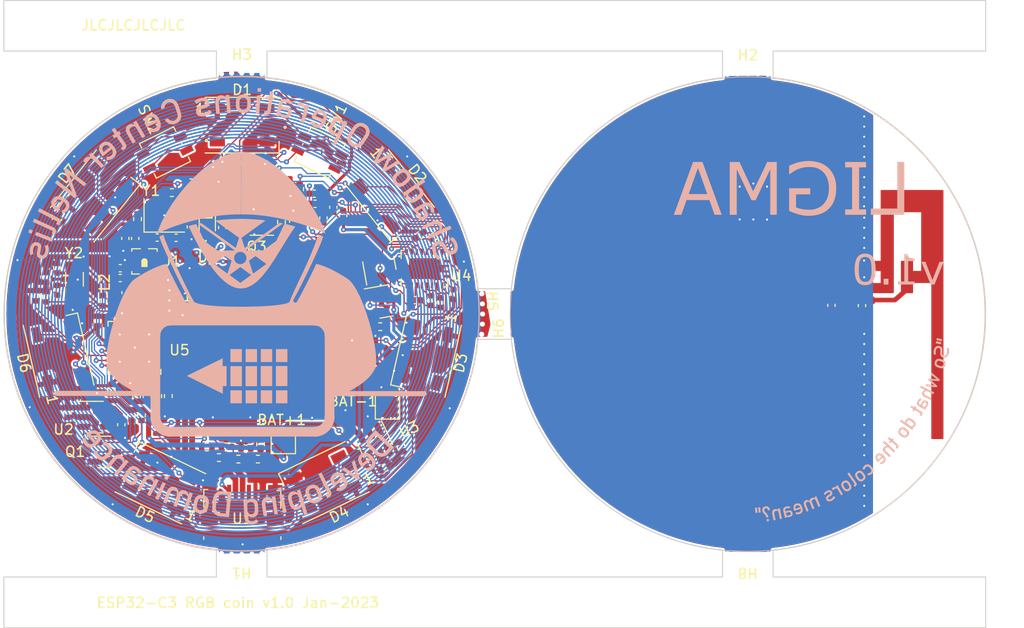
<source format=kicad_pcb>
(kicad_pcb (version 20211014) (generator pcbnew)
  (layers (0 "F.Cu" signal) (31 "B.Cu" signal) (34 "B.Paste" user) (35 "F.Paste" user) (36 "B.SilkS" user "B.Silkscreen") (37 "F.SilkS" user "F.Silkscreen") (38 "B.Mask" user) (39 "F.Mask" user) (44 "Edge.Cuts" user))
  (net 0 "")
  (net 1 "Net-(C3-Pad1)")
  (net 2 "Net-(C11-Pad1)")
  (net 3 "VBUS")
  (net 4 "GND")
  (net 5 "Net-(C11-Pad2)")
  (net 6 "Net-(C12-Pad2)")
  (net 7 "+3V3")
  (net 8 "/+5v")
  (net 9 "Net-(C12-Pad1)")
  (net 10 "+BATT")
  (net 11 "Net-(C18-Pad2)")
  (net 12 "/XIN")
  (net 13 "Net-(C20-Pad2)")
  (net 14 "Net-(C27-Pad1)")
  (net 15 "/RTC_P")
  (net 16 "/RTC_N")
  (net 17 "/charge_state_in")
  (net 18 "/SPI_VDD")
  (net 19 "Net-(D1-Pad2)")
  (net 20 "/LED_DATA")
  (net 21 "Net-(D2-Pad2)")
  (net 22 "Net-(D4-Pad2)")
  (net 23 "Net-(D5-Pad2)")
  (net 24 "Net-(D6-Pad2)")
  (net 25 "Net-(C31-Pad1)")
  (net 27 "Net-(Q1-Pad1)")
  (net 28 "Net-(D8-Pad1)")
  (net 29 "Net-(R3-Pad1)")
  (net 30 "/MainPower")
  (net 32 "Net-(D3-Pad2)")
  (net 33 "/GPIO_6")
  (net 34 "Net-(R8-Pad2)")
  (net 35 "Net-(R10-Pad2)")
  (net 36 "Net-(AE1-Pad1)")
  (net 37 "Net-(R13-Pad1)")
  (net 38 "/charge_state_out")
  (net 39 "Net-(R14-Pad1)")
  (net 40 "/XOUT")
  (net 41 "Net-(R15-Pad2)")
  (net 42 "Net-(R16-Pad1)")
  (net 43 "Net-(R18-Pad2)")
  (net 44 "/USB_D+")
  (net 45 "Net-(R23-Pad1)")
  (net 46 "/USB_D-")
  (net 47 "Net-(D8-Pad2)")
  (net 48 "Net-(R29-Pad2)")
  (net 49 "/SPI_CS0")
  (net 50 "Net-(R28-Pad2)")
  (net 51 "/I2C_SCA")
  (net 52 "/I2C_SCL")
  (net 55 "/GPIO9{slash}Boot_Select")
  (net 56 "/SPI_HD")
  (net 57 "/SPI_WP")
  (net 58 "/SPI_CLK")
  (net 59 "/SPI_D")
  (net 60 "/SPI_Q")
  (net 62 "/TO_ANTENNA")
  (net 63 "/USB_P")
  (net 64 "/USB_N")
  (net 65 "Net-(C15-Pad2)")
  (net 66 "Net-(AE1-Pad2)")
  (net 67 "Net-(Ant_Signal1-Pad1)")
  (net 68 "Net-(C36-Pad1)")
  (net 69 "Net-(C7-Pad1)")
  (net 70 "Net-(C13-Pad2)")
  (net 71 "Net-(C16-Pad2)")
  (net 72 "Net-(C17-Pad2)")
  (net 73 "Net-(C30-Pad2)")
  (net 74 "Net-(C39-Pad1)")
  (net 75 "Net-(Q4-Pad1)")
  (net 76 "Net-(Q4-Pad2)")
  (net 77 "Net-(R4-Pad1)")
  (net 78 "Net-(R5-Pad1)")
  (net 79 "Net-(R7-Pad2)")
  (net 80 "Net-(R20-Pad1)")
  (net 81 "Net-(R33-Pad1)")
  (footprint "Capacitor_SMD:C_0402_1005Metric" (layer "F.Cu") (at 125.275 92.495 -90)
    (fp_text reference "C32" hide)
    (fp_text value "10u")
  )
  (footprint "Resistor_SMD:R_0402_1005Metric" (layer "F.Cu") (at 128.8 115.391678)
    (fp_text reference "R14" hide)
    (fp_text value "200k")
  )
  (footprint "Capacitor_SMD:C_0402_1005Metric" (layer "F.Cu") (at 115.2 96.516678)
    (fp_text reference "C25" hide)
    (fp_text value "10u")
  )
  (footprint "Resistor_SMD:R_0402_1005Metric" (layer "F.Cu") (at 128.85 87.28 90)
    (fp_text reference "R20" hide)
    (fp_text value "10k")
  )
  (footprint "Resistor_SMD:R_0402_1005Metric" (layer "F.Cu") (at 131.125 90.04 -90)
    (fp_text reference "R29" hide)
    (fp_text value "200k")
  )
  (footprint "Capacitor_SMD:C_0402_1005Metric" (layer "F.Cu") (at 120.72 93.51 180)
    (fp_text reference "C1" hide)
    (fp_text value "20p")
  )
  (footprint "Capacitor_SMD:C_0402_1005Metric" (layer "F.Cu") (at 145.925 99.72 90)
    (fp_text reference "C15" hide)
    (fp_text value "22n")
  )
  (footprint "Capacitor_SMD:C_0402_1005Metric" (layer "F.Cu") (at 134.445 90.15 180)
    (fp_text reference "C9" hide)
    (fp_text value "100nF")
  )
  (footprint "LED_SMD:LED_WS2812B_PLCC4_5.0x5.0mm_P3.2mm" (layer "F.Cu") (at 135.32 117.726678 -154.287)
    (fp_text reference "D4")
    (fp_text value "WS2812B")
  )
  (footprint "Custom_Library:coin-mouse-bite" (layer "F.Cu") (at 177.18 77.28)
    (fp_text reference "H2")
    (fp_text value "MountingHole")
  )
  (footprint "Capacitor_SMD:C_0402_1005Metric" (layer "F.Cu") (at 118.48 98.666678)
    (fp_text reference "C35" hide)
    (fp_text value "2.2p")
  )
  (footprint "Resistor_SMD:R_0402_1005Metric" (layer "F.Cu") (at 117.85 109.161678 90)
    (fp_text reference "R11" hide)
    (fp_text value "51R")
  )
  (footprint "Crystal:Crystal_SMD_3215-2Pin_3.2x1.5mm" (layer "F.Cu") (at 110.675 97.616678 -90)
    (fp_text reference "Y2")
    (fp_text value "32.768kHz")
  )
  (footprint "Resistor_SMD:R_0402_1005Metric" (layer "F.Cu") (at 132.31 91.83 90)
    (fp_text reference "R4" hide)
    (fp_text value "10k")
  )
  (footprint "Capacitor_SMD:C_0402_1005Metric" (layer "F.Cu") (at 115.725 98.936678 90)
    (fp_text reference "C27" hide)
    (fp_text value "0.1u")
  )
  (footprint "Custom_Library:coin-mouse-bite" (layer "F.Cu") (at 127.19 77.23)
    (fp_text reference "H3")
    (fp_text value "MountingHole")
  )
  (footprint "Package_TO_SOT_SMD:TSOT-23-5" (layer "F.Cu") (at 140.35 113.866678 -65)
    (fp_text reference "U3")
    (fp_text value "LTC4054ES5-4.2")
  )
  (footprint "Capacitor_SMD:C_0402_1005Metric" (layer "F.Cu") (at 118.75 100.736678)
    (fp_text reference "C8" hide)
    (fp_text value "2.2p")
  )
  (footprint "Resistor_SMD:R_0402_1005Metric" (layer "F.Cu") (at 106.85 99.241678 -90)
    (fp_text reference "R15" hide)
    (fp_text value "10k")
  )
  (footprint "Capacitor_SMD:C_0402_1005Metric" (layer "F.Cu") (at 115.7 93.575 -90)
    (fp_text reference "C22" hide)
    (fp_text value "10u")
  )
  (footprint "Resistor_SMD:R_0402_1005Metric" (layer "F.Cu") (at 107.9 99.341678 -90)
    (fp_text reference "R10" hide)
    (fp_text value "10k")
  )
  (footprint "Resistor_SMD:R_0402_1005Metric" (layer "F.Cu") (at 132.92 88.7 -90)
    (fp_text reference "R32" hide)
    (fp_text value "200R")
  )
  (footprint "Resistor_SMD:R_0402_1005Metric" (layer "F.Cu") (at 131.125 91.95 -90)
    (fp_text reference "R30" hide)
    (fp_text value "100K")
  )
  (footprint "Resistor_SMD:R_0402_1005Metric" (layer "F.Cu") (at 122.225 88.075 180)
    (fp_text reference "R24" hide)
    (fp_text value "10k")
  )
  (footprint "Capacitor_SMD:C_0402_1005Metric" (layer "F.Cu") (at 132.555 90.15 180)
    (fp_text reference "C11" hide)
    (fp_text value "3.3nF")
  )
  (footprint "Custom_Library:coin-mouse-bite" (layer "F.Cu") (at 177.22 124.83 180)
    (fp_text reference "H8")
    (fp_text value "MountingHole")
  )
  (footprint "Resistor_SMD:R_0402_1005Metric" (layer "F.Cu") (at 126.24 90.63 -90)
    (fp_text reference "R28" hide)
    (fp_text value "200k")
  )
  (footprint "Package_DFN_QFN:QFN-32-1EP_5x5mm_P0.5mm_EP3.45x3.45mm" (layer "F.Cu") (at 116.6 104.391678 -90)
    (fp_text reference "U5")
    (fp_text value "ESP32-C3FH4")
  )
  (footprint "Custom_Library:coin-mouse-bite" (layer "F.Cu") (at 150.99 101.04 -90)
    (fp_text reference "H5")
    (fp_text value "MountingHole")
  )
  (footprint "Custom_Library:2.4_Ti" (layer "F.Cu") (at 189.796365 99.806678 -90)
    (fp_text reference "AE1" hide)
    (fp_text value "PCB_ANTENNA")
  )
  (footprint "Capacitor_SMD:C_0402_1005Metric" (layer "F.Cu") (at 146.275 93.325 39)
    (fp_text reference "C39" hide)
    (fp_text value "10u")
  )
  (footprint "Capacitor_SMD:C_0402_1005Metric" (layer "F.Cu") (at 112.975 101.741678 90)
    (fp_text reference "C29" hide)
    (fp_text value "0.1u")
  )
  (footprint "Capacitor_SMD:C_0402_1005Metric" (layer "F.Cu") (at 118.75 111.641678 90)
    (fp_text reference "C24" hide)
    (fp_text value "0.1u")
  )
  (footprint "Capacitor_SMD:C_0402_1005Metric" (layer "F.Cu") (at 134.3 91.55 -90)
    (fp_text reference "C13" hide)
    (fp_text value "3.3nF")
  )
  (footprint "Resistor_SMD:R_0402_1005Metric" (layer "F.Cu") (at 122.235 89.05 180)
    (fp_text reference "R25" hide)
    (fp_text value "10k")
  )
  (footprint "Capacitor_SMD:C_0402_1005Metric" (layer "F.Cu") (at 141.335028 116.263821 25)
    (fp_text reference "C6" hide)
    (fp_text value "1u")
  )
  (footprint "Package_TO_SOT_SMD:SOT-23" (layer "F.Cu") (at 113.625 114.691678)
    (fp_text reference "Q1")
    (fp_text value "Q_PMOS_GSD")
  )
  (footprint "EVQ-P7A01P:EVQ-P7A01P" (layer "F.Cu") (at 119.619328 85.077263 -154)
    (fp_text reference "SW2")
    (fp_text value "EVQ-P7A01P" hide)
  )
  (footprint "Capacitor_SMD:C_0402_1005Metric" (layer "F.Cu") (at 118.38 97.676678)
    (fp_text reference "C34" hide)
    (fp_text value "1p")
  )
  (footprint "Crystal:Crystal_SMD_3225-4Pin_3.2x2.5mm" (layer "F.Cu") (at 119.55 91.3)
    (fp_text reference "Y1")
    (fp_text value "40MHz")
  )
  (footprint "Resistor_SMD:R_0402_1005Metric" (layer "F.Cu") (at 125.7 114.191678)
    (fp_text reference "R17" hide)
    (fp_text value "200k")
  )
  (footprint "Resistor_SMD:R_0402_1005Metric" (layer "F.Cu") (at 130.9 87.815 -90)
    (fp_text reference "R33" hide)
    (fp_text value "200R")
  )
  (footprint "Capacitor_SMD:C_0402_1005Metric" (layer "F.Cu") (at 137.225 91.325 90)
    (fp_text reference "C18" hide)
    (fp_text value "22n")
  )
  (footprint "Capacitor_SMD:C_0402_1005Metric" (layer "F.Cu") (at 107.9 97.421678 90)
    (fp_text reference "C19" hide)
    (fp_text value "0.1u")
  )
  (footprint "Custom_Library:coin-mouse-bite" (layer "F.Cu") (at 153.43 101.06 90)
    (fp_text reference "H6")
    (fp_text value "MountingHole")
  )
  (footprint "Resistor_SMD:R_0402_1005Metric" (layer "F.Cu") (at 129.06 113.926678 90)
    (fp_text reference "R13" hide)
    (fp_text value "200k")
  )
  (footprint "Capacitor_SMD:C_0402_1005Metric" (layer "F.Cu") (at 144.345 99.675 180)
    (fp_text reference "C17" hide)
    (fp_text value "22n")
  )
  (footprint "Capacitor_SMD:C_0402_1005Metric" (layer "F.Cu") (at 122.17 92.44 -90)
    (fp_text reference "C33" hide)
    (fp_text value "DNP")
  )
  (footprint "Capacitor_SMD:C_0402_1005Metric" (layer "F.Cu") (at 126.25 92.5 -90)
    (fp_text reference "C31" hide)
    (fp_text value "10u")
  )
  (footprint "Resistor_SMD:R_0402_1005Metric" (layer "F.Cu") (at 120.3 89.05 180)
    (fp_text reference "R27" hide)
    (fp_text value "10k")
  )
  (footprint "Connector_Wire:SolderWirePad_1x01_SMD_1x2mm" (layer "F.Cu") (at 179.34 90.08)
    (fp_text reference "Ant_Ground2" hide)
    (fp_text value "Antenna Ground")
  )
  (footprint "Capacitor_SMD:C_0402_1005Metric" (layer "F.Cu") (at 115.2 97.491678)
    (fp_text reference "C26" hide)
    (fp_text value "0.1u")
  )
  (footprint "Resistor_SMD:R_0402_1005Metric" (layer "F.Cu") (at 117.3 111.066678 90)
    (fp_text reference "R21" hide)
    (fp_text value "100K")
  )
  (footprint "LED_SMD:LED_WS2812B_PLCC4_5.0x5.0mm_P3.2mm" (layer "F.Cu") (at 127.24 82.376678)
    (fp_text reference "D1")
    (fp_text value "WS2812B")
  )
  (footprint "LED_SMD:LED_WS2812B_PLCC4_5.0x5.0mm_P3.2mm" (layer "F.Cu") (at 119.16 117.736678 154.284)
    (fp_text reference "D5")
    (fp_text value "WS2812B")
  )
  (footprint "Inductor_SMD:L_0402_1005Metric" (layer "F.Cu") (at 186.99 99.74 180)
    (fp_text reference "L4" hide)
    (fp_text value "SHORT")
  )
  (footprint "Resistor_SMD:R_0402_1005Metric" (layer "F.Cu") (at 131.91 88.19 90)
    (fp_text reference "R7" hide)
    (fp_text value "DNP")
  )
  (footprint "Package_TO_SOT_SMD:SOT-23" (layer "F.Cu") (at 140.797772 96.261777 100)
    (fp_text reference "Q5" hide)
    (fp_text value "Q_PMOS_GSD")
  )
  (footprint "Package_TO_SOT_SMD:SOT-23" (layer "F.Cu") (at 141.226743 99.812795 10)
    (fp_text reference "Q4" hide)
    (fp_text value "Q_PMOS_GSD")
  )
  (footprint "Resistor_SMD:R_0402_1005Metric" (layer "F.Cu") (at 116.8 109.166678 90)
    (fp_text reference "R12" hide)
    (fp_text value "51R")
  )
  (footprint "Package_DFN_QFN:Texas_VQFN-RHL-20" (layer "F.Cu") (at 145.25 96.565 90)
    (fp_text reference "U4")
    (fp_text value "BQ51013BRHLR")
  )
  (footprint "Capacitor_SMD:C_0402_1005Metric" (layer "F.Cu") (at 118.64 99.736678)
    (fp_text reference "C36" hide)
    (fp_text value "1p")
  )
  (footprint "Resistor_SMD:R_0402_1005Metric" (layer "F.Cu") (at 126.875 115.391678)
    (fp_text reference "R16" hide)
    (fp_text value "200k")
  )
  (footprint "Capacitor_SMD:C_0402_1005Metric" (layer "F.Cu") (at 144.77697 93.277074 39)
    (fp_text reference "C40" hide)
    (fp_text value "10u")
  )
  (footprint "Capacitor_SMD:C_0402_1005Metric" (layer "F.Cu") (at 136.25 90.495 90)
    (fp_text reference "C20" hide)
    (fp_text value "22n")
  )
  (footprint "LED_SMD:LED_WS2812B_PLCC4_5.0x5.0mm_P3.2mm" (layer "F.Cu") (at 109.106268 105.115184 102.855)
    (fp_text reference "D6")
    (fp_text value "WS2812B")
  )
  (footprint "Capacitor_SMD:C_0402_1005Metric" (layer "F.Cu") (at 118.85 93.49)
    (fp_text reference "C3" hide)
    (fp_text value "20p")
  )
  (footprint "Resistor_SMD:R_0402_1005Metric" (layer "F.Cu") (at 123.75 114.191678 180)
    (fp_text reference "R19" hide)
    (fp_text value "1k")
  )
  (footprint "Capacitor_SMD:C_0402_1005Metric" (layer "F.Cu") (at 114.325 108.471678 -90)
    (fp_text reference "C28" hide)
    (fp_text value "0.1u")
  )
  (footprint "Resistor_SMD:R_0402_1005Metric" (layer "F.Cu") (at 133.31 91.71 90)
    (fp_text reference "R3" hide)
    (fp_text value "10k")
  )
  (footprint "Custom_Library:coin-mouse-bite" (layer "F.Cu") (at 127.21 124.81 180)
    (fp_text reference "H1")
    (fp_text value "MountingHole")
  )
  (footprint "Capacitor_SMD:C_0402_1005Metric" (layer "F.Cu") (at 146.85 99.925 90)
    (fp_text reference "C16" hide)
    (fp_text value "22n")
  )
  (footprint "Capacitor_SMD:C_0402_1005Metric" (layer "F.Cu") (at 135.275 91.55 90)
    (fp_text reference "C30" hide)
    (fp_text value "22n")
  )
  (footprint "Resistor_SMD:R_0402_1005Metric" (layer "F.Cu") (at 122.175 90.54 -90)
    (fp_text reference "R26" hide)
    (fp_text value "1M")
  )
  (footprint "Capacitor_SMD:C_0402_1005Metric" (layer "F.Cu") (at 108.975 96.516678 90)
    (fp_text reference "C2" hide)
    (fp_text value "15p")
  )
  (footprint "Package_TO_SOT_SMD:SOT-23-6" (layer "F.Cu") (at 112.725 111.241678)
    (fp_text reference "U2")
    (fp_text value "TX4310-3V3")
  )
  (footprint "TestPoint:TestPoint_Pad_2.0x2.0mm" (layer "F.Cu") (at 131.31 113.656678)
    (fp_text reference "BAT+1")
    (fp_text value "+BATT")
  )
  (footprint "Resistor_SMD:R_0402_1005Metric" (layer "F.Cu") (at 125.27 90.61 90)
    (fp_text reference "R22" hide)
    (fp_text value "100K")
  )
  (footprint "LED_SMD:LED_WS2812B_PLCC4_5.0x5.0mm_P3.2mm" (layer "F.Cu") (at 112.722388 89.373281 51.426)
    (fp_text reference "D7")
    (fp_text value "WS2812B")
  )
  (footprint "Capacitor_SMD:C_0402_1005Metric" (layer "F.Cu") (at 116.675 93.575 -90)
    (fp_text reference "C23" hide)
    (fp_text value "1u")
  )
  (footprint "Capacitor_SMD:C_0402_1005Metric" (layer "F.Cu") (at 148.125 99.12 90)
    (fp_text reference "C4" hide)
    (fp_text value "1u")
  )
  (footprint "Capacitor_SMD:C_0402_1005Metric" (layer "F.Cu") (at 185.46 100.19 -90)
    (fp_text reference "C38" hide)
    (fp_text value "DNP")
  )
  (footprint "Resistor_SMD:R_0402_1005Metric" (layer "F.Cu") (at 124.95 115.241678 180)
    (fp_text reference "R18" hide)
    (fp_text value "1k")
  )
  (footprint "Resistor_SMD:R_0402_1005Metric" (layer "F.Cu") (at 118.9 109.171678 90)
    (fp_text reference "R6" hide)
    (fp_text value "51R")
  )
  (footprint "Inductor_SMD:L_0402_1005Metric" (layer "F.Cu") (at 114.725 98.941678 -90)
    (fp_text reference "L2")
    (fp_text value "2.2nH")
  )
  (footprint "Capacitor_SMD:C_0402_1005Metric" (layer "F.Cu") (at 109.975 110.791678 -90)
    (fp_text reference "C14" hide)
    (fp_text value "10u")
  )
  (footprint "TestPoint:TestPoint_Pad_2.0x2.0mm" (layer "F.Cu") (at 141.6 110.241678)
    (fp_text reference "BAT-1")
    (fp_text value "-BATT")
  )
  (footprint "Capacitor_SMD:C_0402_1005Metric" (layer "F.Cu") (at 115.3 111.991678 -90)
    (fp_text reference "C12" hide)
    (fp_text value "10u")
  )
  (footprint "Resistor_SMD:R_0402_1005Metric" (layer "F.Cu") (at 142.95 114.166678 115)
    (fp_text reference "R8" hide)
    (fp_text value "10k")
  )
  (footprint "Capacitor_SMD:C_0402_1005Metric" (layer "F.Cu") (at 116.3 111.066678 -90)
    (fp_text reference "C10" hide)
    (fp_text value "10u")
  )
  (footprint "Inductor_SMD:L_0402_1005Metric" (layer "F.Cu") (at 117.03 99.281678 -90)
    (fp_text reference "L1")
    (fp_text value "2.2nH")
  )
  (footprint "Resistor_SMD:R_0402_1005Metric" (layer "F.Cu") (at 119.95 109.161678 90)
    (fp_text reference "R9" hide)
    (fp_text value "51R")
  )
  (footprint "LED_SMD:LED_WS2812B_PLCC4_5.0x5.0mm_P3.2mm" (layer "F.Cu") (at 141.82 89.356678 -51.429)
    (fp_text reference "D2")
    (fp_text value "WS2812B")
  )
  (footprint "Resistor_SMD:R_0402_1005Metric" (layer "F.Cu") (at 129.36 88.95 180)
    (fp_text reference "R31" hide)
    (fp_text value "10k")
  )
  (footprint "Resistor_SMD:R_0402_1005Metric" (layer "F.Cu") (at 116.91 91.66 90)
    (fp_text reference "R2" hide)
    (fp_text value "1k")
  )
  (footprint "Capacitor_SMD:C_0402_1005Metric" (layer "F.Cu") (at 134.375 89.15 180)
    (fp_text reference "C7" hide)
    (fp_text value "33nF")
  )
  (footprint "Package_TO_SOT_SMD:SOT-23" (layer "F.Cu") (at 128.675 91.7 180)
    (fp_text reference "Q3")
    (fp_text value "Q_NPN_BEC")
  )
  (footprint "Custom_Library:USB-Micro-B-BTC-MC5S-42" (layer "F.Cu") (at 127.26 121.286678)
    (fp_text reference "U1")
    (fp_text value "USB_B_Micro")
  )
  (footprint "Capacitor_SMD:C_0402_1005Metric" (layer "F.Cu") (at 188.48 100.21 -90)
    (fp_text reference "C37" hide)
    (fp_text value "DNP")
  )
  (footprint "EVQ-P7A01P:EVQ-P7A01P" (layer "F.Cu") (at 134.92 85.086678 -26)
    (fp_text reference "SW1")
    (fp_text value "EVQ-P7A01P" hide)
  )
  (footprint "Resistor_SMD:R_0402_1005Metric" (layer "F.Cu") (at 113.5 99.741678 -90)
    (fp_text reference "R1" hide)
    (fp_text value "DNP")
  )
  (footprint "LED_SMD:LED_WS2812B_PLCC4_5.0x5.0mm_P3.2mm" (layer "F.Cu") (at 145.41 105.106678 -102.858)
    (fp_text reference "D3")
    (fp_text value "WS2812B")
  )
  (footprint "Package_TO_SOT_SMD:SOT-23" (layer "F.Cu") (at 126.35 87.95)
    (fp_text reference "Q2")
    (fp_text value "Q_NPN_BEC")
  )
  (footprint "Custom_Library:HC-RF-IPEX2020-04" (layer "F.Cu") (at 117.59 95.846678)
    (fp_text reference "J1")
    (fp_text value "ipex4")
  )
  (footprint "Resistor_SMD:R_0402_1005Metric" (layer "F.Cu") (at 123.7 87.74 -90)
    (fp_text reference "R23" hide)
    (fp_text value "100K")
  )
  (footprint "Resistor_SMD:R_0402_1005Metric" (layer "F.Cu") (at 129.91 87.47 90)
    (fp_text reference "R34" hide)
    (fp_text value "DNP")
  )
  (footprint "Capacitor_SMD:C_0402_1005Metric" (layer "F.Cu") (at 108.975 98.696678 -90)
    (fp_text reference "C5" hide)
    (fp_text value "15p")
  )
  (footprint "Capacitor_SMD:C_0402_1005Metric" (layer "F.Cu") (at 127.605 114.366678 180)
    (fp_text reference "C21" hide)
    (fp_text value "1u")
  )
  (footprint "Connector_Wire:SolderWirePad_1x01_SMD_1x2mm" (layer "F.Cu") (at 176.25 90.08)
    (fp_text reference "Ant_Ground3" hide)
    (fp_text value "Antenna Ground")
  )
  (footprint "Custom_Library:SOD_123" (layer "F.Cu") (at 123.8 91.275 90)
    (fp_text reference "D8")
    (fp_text value "D")
  )
  (footprint "Connector_Wire:SolderWirePad_1x01_SMD_1x2mm" (layer "F.Cu") (at 172.45 90.066678 90)
    (fp_text reference "Ant_Signal1" hide)
    (fp_text value "Antenna Signal")
  )
  (footprint "Resistor_SMD:R_0402_1005Metric" (layer "F.Cu") (at 140.89 102.3 180)
    (fp_text reference "R5" hide)
    (fp_text value "10k")
  )
  (footprint "Connector_Wire:SolderWirePad_1x01_SMD_1x2mm" (layer "F.Cu") (at 177.79 90.09)
    (fp_text reference "Ant_Ground1" hide)
    (fp_text value "Antenna Ground")
  )
  (footprint "Custom_Library:15.3uH-coil" (layer "B.Cu") (at 127.7 101.6 22)
    (fp_text reference "L3" hide)
    (fp_text value "15.3uH")
  )
  (gr_line (start 146.631052 114.167017) (end 145.976972 115.086813) (layer "B.SilkS") (width 0.079365))
  (gr_line (start 135.283177 101.991343) (end 135.339278 102.035385) (layer "B.SilkS") (width 0.95364))
  (gr_line (start 150.640965 99.778001) (end 150.671492 100.985266) (layer "B.SilkS") (width 0.079365))
  (gr_line (start 135.879004 103.182916) (end 135.879004 111.20395) (layer "B.SilkS") (width 0.95364))
  (gr_line (start 119.710749 101.763461) (end 119.781363 101.743497) (layer "B.SilkS") (width 0.95364))
  (gr_line (start 108.3778 87.013448) (end 109.074262 86.127189) (layer "B.SilkS") (width 0.079365))
  (gr_line (start 149.616762 94.008885) (end 149.932899 95.122167) (layer "B.SilkS") (width 0.079365))
  (gr_poly (pts (xy 143.084936 89.115738) (xy 143.286398 89.403652) (xy 143.474828 89.271803) (xy 143.470812 89.28) (xy 143.464037 89.295129) (xy 143.457734 89.310602) (xy 143.451901 89.326419) (xy 143.446538 89.34258) (xy 143.441646 89.359086) (xy 143.437225 89.375935) (xy 143.433274 89.393129) (xy 143.429793 89.410666) (xy 143.426783 89.428548) (xy 143.424244 89.446773) (xy 143.422175 89.465343) (xy 143.420576 89.484257) (xy 143.419733 89.503062) (xy 143.419819 89.521906) (xy 143.420837 89.540789) (xy 143.422785 89.559711) (xy 143.425663 89.578671) (xy 143.429472 89.59767) (xy 143.434212 89.616708) (xy 143.439881 89.635785) (xy 143.446482 89.6549) (xy 143.454013 89.674055) (xy 143.462474 89.693248) (xy 143.471865 89.712479) (xy 143.482187 89.73175) (xy 143.49344 89.751059) (xy 143.505623 89.770407) (xy 143.518736 89.789793) (xy 143.518744 89.789791) (xy 143.540282 89.819281) (xy 143.562432 89.847062) (xy 143.585192 89.873134) (xy 143.608564 89.897498) (xy 143.632547 89.920153) (xy 143.65714 89.941099) (xy 143.682345 89.960336) (xy 143.708161 89.977865) (xy 143.734587 89.993685) (xy 143.761625 90.007796) (xy 143.789273 90.020198) (xy 143.817533 90.030892) (xy 143.846404 90.039877) (xy 143.875885 90.047154) (xy 143.905978 90.052721) (xy 143.936682 90.05658) (xy 143.967883 90.058425) (xy 143.999358 90.05855) (xy 144.031109 90.056956) (xy 144.063133 90.053641) (xy 144.095433 90.048607) (xy 144.128007 90.041853) (xy 144.160856 90.033379) (xy 144.19398 90.023185) (xy 144.227379 90.011271) (xy 144.261052 89.997637) (xy 144.295 89.982283) (xy 144.329223 89.96521) (xy 144.363721 89.946416) (xy 144.398493 89.925903) (xy 144.43354 89.90367) (xy 144.468863 89.879717) (xy 144.792059 89.653567) (xy 144.826838 89.628484) (xy 144.8599 89.603108) (xy 144.891245 89.577439) (xy 144.920874 89.551475) (xy 144.948786 89.525218) (xy 144.974982 89.498668) (xy 144.999461 89.471824) (xy 145.022224 89.444686) (xy 145.04327 89.417255) (xy 145.062599 89.38953) (xy 145.080212 89.361512) (xy 145.096109 89.3332) (xy 145.110289 89.304595) (xy 145.122753 89.275695) (xy 145.1335 89.246503) (xy 145.142531 89.217016) (xy 145.149859 89.187104) (xy 145.155392 89.157231) (xy 145.15913 89.127399) (xy 145.161074 89.097608) (xy 145.161223 89.067857) (xy 145.159984 89.045485) (xy 144.790329 89.045485) (xy 144.789774 89.063177) (xy 144.788177 89.080859) (xy 144.785539 89.098531) (xy 144.781859 89.116192) (xy 144.777041 89.133565) (xy 144.771236 89.150726) (xy 144.764444 89.167673) (xy 144.756666 89.184408) (xy 144.747901 89.200929) (xy 144.738149 89.217238) (xy 144.72741 89.233334) (xy 144.715685 89.249217) (xy 144.702973 89.264886) (xy 144.689274 89.280343) (xy 144.674589 89.295587) (xy 144.658917 89.310618) (xy 144.642258 89.325436) (xy 144.624613 89.340041) (xy 144.605981 89.354433) (xy 144.586363 89.368613) (xy 144.267401 89.591801) (xy 144.247534 89.60525) (xy 144.227806 89.6177) (xy 144.208215 89.629149) (xy 144.188763 89.639599) (xy 144.169448 89.649048) (xy 144.150272 89.657498) (xy 144.131234 89.664948) (xy 144.112333 89.671398) (xy 144.093571 89.676848) (xy 144.074947 89.681298) (xy 144.056461 89.684748) (xy 144.038113 89.687198) (xy 144.019903 89.688649) (xy 144.001831 89.689099) (xy 143.983897 89.68855) (xy 143.966101 89.687001) (xy 143.948589 89.684167) (xy 143.931403 89.680367) (xy 143.914543 89.6756) (xy 143.898007 89.669867) (xy 143.881797 89.663166) (xy 143.865913 89.655499) (xy 143.850353 89.646865) (xy 143.835119 89.637265) (xy 143.820211 89.626698) (xy 143.805628 89.615164) (xy 143.79137 89.602663) (xy 143.777438 89.589196) (xy 143.763832 89.574762) (xy 143.750551 89.559361) (xy 143.737596 89.542994) (xy 143.724966 89.52566) (xy 143.717157 89.514206) (xy 143.709778 89.50278) (xy 143.702829 89.491382) (xy 143.69631 89.480012) (xy 143.690221 89.468669) (xy 143.684562 89.457353) (xy 143.679332 89.446066) (xy 143.674533 89.434806) (xy 143.670164 89.423573) (xy 143.666224 89.412369) (xy 143.662715 89.401192) (xy 143.659635 89.390043) (xy 143.656986 89.378921) (xy 143.654766 89.367827) (xy 143.652977 89.356761) (xy 143.651617 89.345722) (xy 143.650736 89.334434) (xy 143.650266 89.323218) (xy 143.650209 89.312075) (xy 143.650563 89.301005) (xy 143.651329 89.290008) (xy 143.652506 89.279084) (xy 143.654095 89.268233) (xy 143.656097 89.257454) (xy 143.658509 89.246749) (xy 143.661334 89.236116) (xy 143.66457 89.225556) (xy 143.668218 89.215069) (xy 143.672277 89.204655) (xy 143.676749 89.194313) (xy 143.681631 89.184045) (xy 143.686926 89.173849) (xy 143.692628 89.163749) (xy 143.698725 89.153766) (xy 143.705216 89.143901) (xy 143.712103 89.134155) (xy 143.719384 89.124526) (xy 143.72706 89.115016) (xy 143.735131 89.105623) (xy 143.743596 89.096349) (xy 143.752456 89.087193) (xy 143.761711 89.078155) (xy 143.771361 89.069235) (xy 143.781405 89.060433) (xy 143.791844 89.05175) (xy 143.802678 89.043184) (xy 143.813906 89.034737) (xy 143.825431 89.026478) (xy 143.825532 89.026408) (xy 143.825529 89.026408) (xy 143.825431 89.026478) (xy 143.474828 89.271803) (xy 143.478057 89.265215) (xy 143.485772 89.250773) (xy 143.493958 89.236677) (xy 143.502615 89.222924) (xy 143.825529 89.026408) (xy 143.825532 89.026408) (xy 144.219653 88.750631) (xy 144.230928 88.742932) (xy 144.242535 88.735401) (xy 144.254118 88.728282) (xy 144.265676 88.721574) (xy 144.27721 88.715277) (xy 144.28872 88.709391) (xy 144.300205 88.703917) (xy 144.311667 88.698854) (xy 144.323104 88.694202) (xy 144.334516 88.689961) (xy 144.345904 88.686131) (xy 144.357268 88.682713) (xy 144.368608 88.679706) (xy 144.379923 88.677111) (xy 144.391213 88.674926) (xy 144.402479 88.673153) (xy 144.413692 88.671796) (xy 144.424822 88.670858) (xy 144.435867 88.670341) (xy 144.446828 88.670243) (xy 144.457705 88.670566) (xy 144.468498 88.671308) (xy 144.479208 88.672471) (xy 144.489833 88.674053) (xy 144.500374 88.676056) (xy 144.510832 88.678478) (xy 144.521205 88.681321) (xy 144.531495 88.684583) (xy 144.5417 88.688266) (xy 144.551822 88.692369) (xy 144.56186 88.696891) (xy 144.571814 88.701834) (xy 144.581718 88.706893) (xy 144.591501 88.712366) (xy 144.601163 88.718252) (xy 144.610703 88.724552) (xy 144.620123 88.731265) (xy 144.629421 88.738391) (xy 144.638597 88.745931) (xy 144.647653 88.753885) (xy 144.656587 88.762251) (xy 144.665399 88.771031) (xy 144.674091 88.780225) (xy 144.682661 88.789832) (xy 144.691109 88.799852) (xy 144.699437 88.810286) (xy 144.707642 88.821133) (xy 144.715727 88.832394) (xy 144.727673 88.850207) (xy 144.738578 88.86801) (xy 144.74844 88.885803) (xy 144.757262 88.903586) (xy 144.765041 88.921359) (xy 144.771779 88.939121) (xy 144.777475 88.956874) (xy 144.782129 88.974616) (xy 144.785742 88.992349) (xy 144.788313 89.010071) (xy 144.789842 89.027783) (xy 144.790329 89.045485) (xy 145.159984 89.045485) (xy 145.159577 89.038147) (xy 145.156136 89.008477) (xy 145.150901 88.978848) (xy 145.143871 88.949259) (xy 145.135045 88.91971) (xy 145.124425 88.890202) (xy 145.11201 88.860735) (xy 145.0978 88.831308) (xy 145.081796 88.801921) (xy 145.063996 88.772575) (xy 145.044401 88.743269) (xy 145.032841 88.727312) (xy 145.020876 88.711902) (xy 145.008504 88.697038) (xy 144.995727 88.682721) (xy 144.982544 88.668951) (xy 144.968955 88.655727) (xy 144.95496 88.643051) (xy 144.940559 88.630921) (xy 144.925753 88.619338) (xy 144.910541 88.608301) (xy 144.894924 88.597812) (xy 144.8789 88.587869) (xy 144.862471 88.578473) (xy 144.845637 88.569623) (xy 144.828397 88.56132) (xy 144.810751 88.553564) (xy 144.792679 88.546222) (xy 144.774408 88.53951) (xy 144.755938 88.533431) (xy 144.73727 88.527983) (xy 144.718403 88.523167) (xy 144.699338 88.518982) (xy 144.680074 88.515429) (xy 144.660611 88.512507) (xy 144.64095 88.510217) (xy 144.62109 88.508559) (xy 144.601032 88.507532) (xy 144.580775 88.507137) (xy 144.567417 88.507292) (xy 144.219653 88.750631) (xy 144.219297 88.750874) (xy 144.497763 88.511874) (xy 144.518814 88.509742) (xy 144.539666 88.508242) (xy 144.56032 88.507374) (xy 144.567417 88.507292) (xy 145.338499 87.967747) (xy 145.137037 87.679833)) (layer "B.SilkS") (width 0) (fill solid))
  (gr_poly (pts (xy 129.907714 79.539928) (xy 130.255934 79.587094) (xy 130.325758 79.07159) (xy 129.977537 79.02442)) (layer "B.SilkS") (width 0) (fill solid))
  (gr_line (start 199.217067 109.126445) (end 198.797005 110.191815) (layer "B.SilkS") (width 0.079365))
  (gr_line (start 126.003907 77.555475) (end 127.211172 77.524948) (layer "B.SilkS") (width 0.079365))
  (gr_line (start 118.920671 102.350934) (end 118.962025 102.292697) (layer "B.SilkS") (width 0.95364))
  (gr_line (start 130.783948 124.17527) (end 129.609854 124.324463) (layer "B.SilkS") (width 0.079365))
  (gr_line (start 118.04557 122.666821) (end 117.006366 122.197007) (layer "B.SilkS") (width 0.079365))
  (gr_line (start 119.381897 101.911417) (end 119.444131 101.875714) (layer "B.SilkS") (width 0.95364))
  (gr_line (start 172.452244 78.076313) (end 173.607541 77.869998) (layer "B.SilkS") (width 0.079365))
  (gr_line (start 133.040486 78.328405) (end 134.153769 78.644542) (layer "B.SilkS") (width 0.079365))
  (gr_line (start 134.469655 112.688073) (end 134.392959 112.69) (layer "B.SilkS") (width 0.95364))
  (gr_line (start 146.664838 114.102153) (end 146.010758 115.021949) (layer "B.SilkS") (width 0.079365))
  (gr_line (start 153.750527 102.267265) (end 153.72 101.06) (layer "B.SilkS") (width 0.079365))
  (gr_poly (pts (xy 114.933368 83.058505) (xy 115.113146 83.319534) (xy 115.264944 83.214987) (xy 115.085165 82.953959)) (layer "B.SilkS") (width 0) (fill solid))
  (gr_line (start 106.030508 90.879112) (end 106.5486 89.86755) (layer "B.SilkS") (width 0.079365))
  (gr_line (start 107.757506 114.102153) (end 107.147281 113.150295) (layer "B.SilkS") (width 0.079365))
  (gr_line (start 119.508225 112.543894) (end 119.444131 112.511155) (layer "B.SilkS") (width 0.95364))
  (gr_line (start 169.113872 123.096752) (end 168.048502 122.67669) (layer "B.SilkS") (width 0.079365))
  (gr_line (start 135.879004 103.182916) (end 135.879004 103.182916) (layer "B.SilkS") (width 0.95364))
  (gr_poly (pts (xy 178.214078 120.174645) (xy 178.267983 120.689167) (xy 178.47379 120.667622) (xy 178.419885 120.153103)) (layer "B.SilkS") (width 0) (fill solid))
  (gr_poly (pts (xy 112.271319 85.509273) (xy 112.37 85.391463) (xy 112.68 85.736678) (xy 112.553727 85.803497)) (layer "B.SilkS") (width 0) (fill solid))
  (gr_line (start 197.244204 88.894972) (end 197.8091 89.877419) (layer "B.SilkS") (width 0.079365))
  (gr_line (start 118.813654 102.537544) (end 118.846393 102.47345) (layer "B.SilkS") (width 0.95364))
  (gr_line (start 160.591367 117.64895) (end 159.814565 116.834188) (layer "B.SilkS") (width 0.079365))
  (gr_line (start 148.35805 90.814248) (end 148.827864 91.853452) (layer "B.SilkS") (width 0.079365))
  (gr_poly (pts (xy 121.340804 118.466711) (xy 121.311294 118.470056) (xy 121.282244 118.475136) (xy 121.253654 118.481951) (xy 121.225524 118.490502) (xy 121.197855 118.500788) (xy 121.170645 118.51281) (xy 121.143895 118.526567) (xy 121.117605 118.542059) (xy 121.091987 118.558996) (xy 121.067116 118.577496) (xy 121.042991 118.597559) (xy 121.019612 118.619185) (xy 120.99698 118.642374) (xy 120.976591 118.665433) (xy 120.979323 118.68595) (xy 120.801616 118.988484) (xy 120.797285 119.000609) (xy 120.446753 120.027643) (xy 120.779364 120.141142) (xy 121.129339 119.11574) (xy 121.137225 119.09376) (xy 121.145581 119.072652) (xy 121.154407 119.052416) (xy 121.163704 119.033051) (xy 121.173472 119.014557) (xy 121.183709 118.996935) (xy 121.194418 118.980185) (xy 121.205596 118.964306) (xy 121.217245 118.949299) (xy 121.229364 118.935163) (xy 121.241954 118.921899) (xy 121.255014 118.909506) (xy 121.268544 118.897985) (xy 121.282544 118.887335) (xy 121.297015 118.877557) (xy 121.311956 118.868651) (xy 121.327289 118.86066) (xy 121.342934 118.853629) (xy 121.358891 118.847557) (xy 121.375161 118.842446) (xy 121.391743 118.838294) (xy 121.408637 118.835102) (xy 121.425844 118.83287) (xy 121.443363 118.831598) (xy 121.461195 118.831285) (xy 121.479339 118.831932) (xy 121.497795 118.833539) (xy 121.516564 118.836106) (xy 121.535645 118.839632) (xy 121.555039 118.844119) (xy 121.574745 118.849565) (xy 121.594763 118.855971) (xy 121.614739 118.863165) (xy 121.633911 118.87084) (xy 121.65228 118.878993) (xy 121.669845 118.887626) (xy 121.686606 118.896739) (xy 121.702564 118.906331) (xy 121.717719 118.916402) (xy 121.73207 118.926952) (xy 121.745618 118.937982) (xy 121.758362 118.949491) (xy 121.770302 118.96148) (xy 121.781439 118.973948) (xy 121.791773 118.986895) (xy 121.801303 119.000321) (xy 121.81003 119.014227) (xy 121.817953 119.028612) (xy 121.824833 119.043325) (xy 121.830838 119.05835) (xy 121.835968 119.073689) (xy 121.840223 119.08934) (xy 121.843604 119.105304) (xy 121.84611 119.121581) (xy 121.84774 119.138171) (xy 121.848497 119.155073) (xy 121.848378 119.172289) (xy 121.847384 119.189818) (xy 121.845516 119.207659) (xy 121.842772 119.225814) (xy 121.839154 119.244281) (xy 121.834661 119.263062) (xy 121.829293 119.282155) (xy 121.82305 119.301562) (xy 121.823193 119.301253) (xy 121.954834 118.915554) (xy 121.951142 118.900603) (xy 121.945395 118.880007) (xy 121.939092 118.859832) (xy 121.932232 118.840079) (xy 121.924816 118.820747) (xy 121.916844 118.801837) (xy 121.908316 118.783349) (xy 121.899231 118.765282) (xy 121.88959 118.747637) (xy 121.879393 118.730413) (xy 121.86864 118.713612) (xy 121.85733 118.697231) (xy 121.845465 118.681273) (xy 121.832905 118.665745) (xy 121.81992 118.650797) (xy 121.806509 118.636429) (xy 121.792673 118.622642) (xy 121.778411 118.609434) (xy 121.763724 118.596806) (xy 121.748611 118.584759) (xy 121.733072 118.573291) (xy 121.717108 118.562403) (xy 121.700718 118.552096) (xy 121.683903 118.542368) (xy 121.666662 118.53322) (xy 121.648996 118.524652) (xy 121.630904 118.516664) (xy 121.612386 118.509256) (xy 121.593443 118.502428) (xy 121.560253 118.49189) (xy 121.527524 118.483087) (xy 121.495254 118.476019) (xy 121.463444 118.470687) (xy 121.432094 118.46709) (xy 121.401204 118.465228) (xy 121.370774 118.465102)) (layer "B.SilkS") (width 0) (fill solid))
  (gr_poly (pts (xy 191.96366 90.620224) (xy 189.353892 90.620224) (xy 189.353892 91.237589) (xy 192.658196 91.237589) (xy 192.658196 86.014544) (xy 191.96366 86.014544)) (layer "B.SilkS") (width 0) (fill solid))
  (gr_line (start 104.771796 108.026511) (end 104.455659 106.913229) (layer "B.SilkS") (width 0.079365))
  (gr_line (start 119.052706 112.204148) (end 119.006067 112.150275) (layer "B.SilkS") (width 0.95364))
  (gr_line (start 198.797005 110.191815) (end 198.327191 111.231019) (layer "B.SilkS") (width 0.079365))
  (gr_line (start 120.076905 112.688073) (end 120.001241 112.682355) (layer "B.SilkS") (width 0.95364))
  (gr_poly (pts (xy 142.11 114.376678) (xy 142.003698 114.489901) (xy 140.1772 112.77618) (xy 140.28 112.666678)) (layer "B.SilkS") (width 0) (fill solid))
  (gr_line (start 119.853378 101.726957) (end 119.926702 101.713932) (layer "B.SilkS") (width 0.95364))
  (gr_line (start 127.177386 77.589812) (end 128.384651 77.620339) (layer "B.SilkS") (width 0.079365))
  (gr_line (start 150.36739 97.477355) (end 150.516583 98.651449) (layer "B.SilkS") (width 0.079365))
  (gr_line (start 125.970121 77.620339) (end 127.177386 77.589812) (layer "B.SilkS") (width 0.079365))
  (gr_line (start 104.021168 97.412491) (end 104.227483 96.257194) (layer "B.SilkS") (width 0.079365))
  (gr_line (start 120.23479 78.579678) (end 121.348072 78.263541) (layer "B.SilkS") (width 0.079365))
  (gr_line (start 135.861943 102.956017) (end 135.87136 103.030556) (layer "B.SilkS") (width 0.95364))
  (gr_line (start 133.074272 78.263541) (end 134.187555 78.579678) (layer "B.SilkS") (width 0.079365))
  (gr_poly (pts (xy 127.119452 91.203908) (xy 127.144615 91.203809) (xy 127.119453 91.20371)) (layer "B.SilkS") (width 0) (fill solid))
  (gr_line (start 123.638396 77.795264) (end 124.81249 77.646071) (layer "B.SilkS") (width 0.079365))
  (gr_line (start 158.380734 115.096683) (end 157.726653 114.176887) (layer "B.SilkS") (width 0.079365))
  (gr_line (start 119.574088 101.813292) (end 119.641626 101.786757) (layer "B.SilkS") (width 0.95364))
  (gr_line (start 103.717067 101.05013) (end 103.717067 101.05013) (layer "B.SilkS") (width 0.079365))
  (gr_line (start 143.800124 84.396316) (end 144.576927 85.211078) (layer "B.SilkS") (width 0.079365))
  (gr_poly (pts (xy 132.77 118.776678) (xy 133.11 119.943339) (xy 133.087932 120.000688) (xy 132.709763 118.73512)) (layer "B.SilkS") (width 0) (fill solid))
  (gr_line (start 134.545319 112.682355) (end 134.469655 112.688073) (layer "B.SilkS") (width 0.95364))
  (gr_poly (pts (xy 129.075831 108.174905) (xy 130.212039 108.174905) (xy 130.212039 106.192224) (xy 129.075831 106.192224)) (layer "B.SilkS") (width 0) (fill solid))
  (gr_poly (pts (xy 127.578883 108.186265) (xy 128.715089 108.186265) (xy 128.715089 106.203588) (xy 127.578883 106.203588)) (layer "B.SilkS") (width 0) (fill solid))
  (gr_line (start 103.987382 97.477355) (end 104.193697 96.322058) (layer "B.SilkS") (width 0.079365))
  (gr_line (start 118.68461 111.43085) (end 118.675192 111.35631) (layer "B.SilkS") (width 0.95364))
  (gr_line (start 137.348406 79.903254) (end 138.359969 80.421346) (layer "B.SilkS") (width 0.079365))
  (gr_line (start 146.010758 115.021949) (end 145.314296 115.908207) (layer "B.SilkS") (width 0.079365))
  (gr_poly (pts (xy 116.596865 82.32877) (xy 116.76 82.191463) (xy 117.07 82.536678) (xy 116.801096 82.681776)) (layer "B.SilkS") (width 0) (fill solid))
  (gr_line (start 112.288229 82.882144) (end 113.174488 82.185683) (layer "B.SilkS") (width 0.079365))
  (gr_line (start 127.211172 124.445586) (end 127.211172 124.445586) (layer "B.SilkS") (width 0.079365))
  (gr_line (start 150.401176 104.558041) (end 150.194862 105.713338) (layer "B.SilkS") (width 0.079365))
  (gr_line (start 138.393755 121.614051) (end 137.382192 122.132143) (layer "B.SilkS") (width 0.079365))
  (gr_line (start 127.177386 124.51045) (end 127.177386 124.51045) (layer "B.SilkS") (width 0.079365))
  (gr_poly (pts (xy 181.152441 120.055923) (xy 181.138732 120.056369) (xy 181.124942 120.057164) (xy 181.111071 120.058308) (xy 181.097118 120.059801) (xy 181.083083 120.061642) (xy 181.068968 120.063833) (xy 181.05477 120.066372) (xy 181.040491 120.069261) (xy 181.026131 120.072498) (xy 181.011689 120.076085) (xy 180.988193 120.082594) (xy 180.965574 120.089702) (xy 180.94383 120.09741) (xy 180.922963 120.105718) (xy 180.902972 120.114625) (xy 180.883857 120.124132) (xy 180.865618 120.134238) (xy 180.848255 120.144945) (xy 180.831769 120.15625) (xy 180.816158 120.168156) (xy 180.801423 120.180661) (xy 180.787565 120.193766) (xy 180.774582 120.20747) (xy 180.762476 120.221775) (xy 180.751246 120.236679) (xy 180.740891 120.252182) (xy 180.731467 120.268198) (xy 180.72303 120.284637) (xy 180.715578 120.3015) (xy 180.709112 120.318786) (xy 180.703632 120.336497) (xy 180.699138 120.354631) (xy 180.695631 120.373188) (xy 180.693109 120.392169) (xy 180.691573 120.411574) (xy 180.691024 120.431403) (xy 180.69146 120.451656) (xy 180.692883 120.472332) (xy 180.695291 120.493432) (xy 180.698685 120.514955) (xy 180.703066 120.536902) (xy 180.708432 120.559273) (xy 180.878346 121.214184) (xy 181.068826 121.164776) (xy 181.04849 121.086394) (xy 181.044818 121.083827) (xy 181.039852 121.080167) (xy 181.034956 121.076366) (xy 181.03013 121.072424) (xy 181.025374 121.068341) (xy 181.020688 121.064118) (xy 181.004117 120.915413) (xy 181.00422 120.915759) (xy 181.04849 121.086394) (xy 181.049853 121.087347) (xy 181.054958 121.090726) (xy 181.060133 121.093964) (xy 181.065379 121.097061) (xy 181.070693 121.100017) (xy 181.076078 121.102833) (xy 181.081533 121.105508) (xy 181.087057 121.108042) (xy 181.092652 121.110436) (xy 181.098316 121.112688) (xy 181.104051 121.1148) (xy 181.109852 121.116777) (xy 181.115718 121.118622) (xy 181.121647 121.120336) (xy 181.127641 121.121919) (xy 181.133699 121.12337) (xy 181.139822 121.124689) (xy 181.146008 121.125877) (xy 181.152259 121.126934) (xy 181.158574 121.127858) (xy 181.164953 121.128652) (xy 181.171396 121.129314) (xy 181.177904 121.129844) (xy 181.184475 121.130243) (xy 181.191111 121.13051) (xy 181.197811 121.130646) (xy 181.204576 121.13065) (xy 181.218144 121.130618) (xy 181.232031 121.130031) (xy 181.246237 121.128889) (xy 181.26076 121.127192) (xy 181.275602 121.124939) (xy 181.290762 121.122131) (xy 181.306241 121.118768) (xy 181.322038 121.11485) (xy 181.322042 121.1148) (xy 181.345041 121.108506) (xy 181.367155 121.101796) (xy 181.388382 121.09467) (xy 181.408723 121.087127) (xy 181.428179 121.079167) (xy 181.446749 121.070791) (xy 181.464432 121.061999) (xy 181.48123 121.05279) (xy 181.497142 121.043164) (xy 181.512167 121.033122) (xy 181.526307 121.022664) (xy 181.539561 121.011789) (xy 181.551929 121.000497) (xy 181.563411 120.988789) (xy 181.574008 120.976664) (xy 181.583718 120.964123) (xy 181.592415 120.951175) (xy 181.600215 120.937771) (xy 181.60712 120.923912) (xy 181.613128 120.909597) (xy 181.618241 120.894827) (xy 181.622458 120.879602) (xy 181.625778 120.863921) (xy 181.628203 120.847785) (xy 181.629732 120.831194) (xy 181.630365 120.814148) (xy 181.630109 120.797124) (xy 181.433303 120.797124) (xy 181.433134 120.805671) (xy 181.432476 120.814008) (xy 181.431331 120.822137) (xy 181.429697 120.830056) (xy 181.427575 120.837766) (xy 181.424965 120.845267) (xy 181.421866 120.852559) (xy 181.41828 120.859642) (xy 181.414205 120.866516) (xy 181.409643 120.87318) (xy 181.404592 120.879635) (xy 181.399055 120.885894) (xy 181.393037 120.891966) (xy 181.386537 120.897853) (xy 181.379554 120.903553) (xy 181.372089 120.909067) (xy 181.364142 120.914396) (xy 181.355713 120.919538) (xy 181.346802 120.924494) (xy 181.337409 120.929265) (xy 181.327534 120.933849) (xy 181.317176 120.938248) (xy 181.306336 120.94246) (xy 181.295015 120.946487) (xy 181.283211 120.950328) (xy 181.270925 120.953982) (xy 181.258157 120.957451) (xy 181.230472 120.964224) (xy 181.204367 120.969768) (xy 181.179844 120.974082) (xy 181.156901 120.977169) (xy 181.146023 120.978251) (xy 181.13554 120.979026) (xy 181.125451 120.979495) (xy 181.115758 120.979656) (xy 181.10646 120.97951) (xy 181.097558 120.979057) (xy 181.08905 120.978297) (xy 181.080937 120.977231) (xy 181.073218 120.975844) (xy 181.065887 120.974128) (xy 181.058946 120.972081) (xy 181.052394 120.969704) (xy 181.046231 120.966997) (xy 181.040457 120.96396) (xy 181.035072 120.960592) (xy 181.030076 120.956893) (xy 181.025469 120.952865) (xy 181.021252 120.948506) (xy 181.017423 120.943816) (xy 181.013984 120.938797) (xy 181.010934 120.933446) (xy 181.008273 120.927766) (xy 181.006 120.921755) (xy 181.00422 120.915759) (xy 180.954197 120.72295) (xy 180.931611 120.72881) (xy 180.903581 120.564213) (xy 180.912418 120.56192) (xy 180.954197 120.72295) (xy 181.234029 120.650349) (xy 181.243611 120.648011) (xy 181.252966 120.646026) (xy 181.262093 120.644395) (xy 181.270993 120.643119) (xy 181.279665 120.642196) (xy 181.288109 120.641627) (xy 181.296326 120.641412) (xy 181.304316 120.641551) (xy 181.312077 120.642044) (xy 181.319612 120.642891) (xy 181.326919 120.644091) (xy 181.333998 120.645646) (xy 181.34085 120.647555) (xy 181.347474 120.649817) (xy 181.353871 120.652433) (xy 181.36004 120.655404) (xy 181.363023 120.656962) (xy 181.365949 120.658613) (xy 181.368816 120.660357) (xy 181.371626 120.662193) (xy 181.374378 120.664123) (xy 181.377072 120.666145) (xy 181.382287 120.670467) (xy 181.387271 120.67516) (xy 181.392023 120.680223) (xy 181.396544 120.685658) (xy 181.400834 120.691463) (xy 181.404892 120.697639) (xy 181.408719 120.704186) (xy 181.412315 120.711103) (xy 181.41568 120.718392) (xy 181.418814 120.72605) (xy 181.421716 120.73408) (xy 181.424387 120.742481) (xy 181.426827 120.751252) (xy 181.429099 120.760845) (xy 181.430882 120.770228) (xy 181.432177 120.779403) (xy 181.432984 120.788368) (xy 181.433303 120.797124) (xy 181.630109 120.797124) (xy 181.630102 120.796646) (xy 181.628943 120.778688) (xy 181.626888 120.760275) (xy 181.623938 120.741407) (xy 181.620092 120.722084) (xy 181.61535 120.702305) (xy 181.610159 120.683671) (xy 181.604459 120.665816) (xy 181.598248 120.64874) (xy 181.591527 120.632443) (xy 181.584296 120.616926) (xy 181.576555 120.602187) (xy 181.568304 120.588228) (xy 181.559542 120.575047) (xy 181.55027 120.562646) (xy 181.540488 120.551024) (xy 181.530196 120.540181) (xy 181.519394 120.530118) (xy 181.508081 120.520833) (xy 181.496258 120.512328) (xy 181.483925 120.504601) (xy 181.471082 120.497654) (xy 181.457572 120.491388) (xy 181.443549 120.485886) (xy 181.429011 120.481147) (xy 181.413959 120.477173) (xy 181.398393 120.473963) (xy 181.382313 120.471516) (xy 181.365719 120.469834) (xy 181.34861 120.468915) (xy 181.330988 120.46876) (xy 181.312851 120.46937) (xy 181.2942 120.470743) (xy 181.275035 120.47288) (xy 181.255356 120.475781) (xy 181.235163 120.479446) (xy 181.214456 120.483875) (xy 181.193234 120.489068) (xy 180.912418 120.56192) (xy 180.901204 120.518696) (xy 180.898213 120.506299) (xy 180.895735 120.494145) (xy 180.893771 120.482234) (xy 180.89232 120.470567) (xy 180.891383 120.459144) (xy 180.890959 120.447964) (xy 180.891048 120.437027) (xy 180.891651 120.426334) (xy 180.892768 120.415884) (xy 180.894398 120.405678) (xy 180.896541 120.395715) (xy 180.899198 120.385996) (xy 180.902368 120.37652) (xy 180.906052 120.367287) (xy 180.910249 120.358298) (xy 180.91496 120.349553) (xy 180.920006 120.34101) (xy 180.925518 120.332813) (xy 180.931497 120.324962) (xy 180.937942 120.317456) (xy 180.944853 120.310296) (xy 180.95223 120.303482) (xy 180.960074 120.297014) (xy 180.968384 120.290891) (xy 180.97716 120.285113) (xy 180.986402 120.279682) (xy 180.996111 120.274596) (xy 181.006286 120.269856) (xy 181.016927 120.265462) (xy 181.028035 120.261413) (xy 181.039608 120.25771) (xy 181.051648 120.254353) (xy 181.066683 120.250759) (xy 181.081838 120.247758) (xy 181.097113 120.245348) (xy 181.112508 120.24353) (xy 181.128024 120.242305) (xy 181.14366 120.241671) (xy 181.159417 120.24163) (xy 181.175294 120.24218) (xy 181.190806 120.243108) (xy 181.198475 120.243808) (xy 181.206086 120.244665) (xy 181.213638 120.245679) (xy 181.221133 120.246851) (xy 181.228569 120.248179) (xy 181.235947 120.249665) (xy 181.243267 120.251308) (xy 181.250529 120.253108) (xy 181.257733 120.255065) (xy 181.264878 120.257179) (xy 181.271965 120.259451) (xy 181.278995 120.26188) (xy 181.285965 120.264465) (xy 181.292878 120.267209) (xy 181.413194 120.129097) (xy 181.403581 120.122422) (xy 181.393748 120.116066) (xy 181.383695 120.110028) (xy 181.373422 120.10431) (xy 181.362929 120.098911) (xy 181.352216 120.093831) (xy 181.341282 120.08907) (xy 181.330129 120.084628) (xy 181.318756 120.080504) (xy 181.307162 120.0767) (xy 181.295349 120.073215) (xy 181.283315 120.070049) (xy 181.271062 120.067202) (xy 181.258588 120.064674) (xy 181.245894 120.062464) (xy 181.23298 120.060574) (xy 181.21976 120.058927) (xy 181.20646 120.057628) (xy 181.193077 120.056679) (xy 181.179613 120.056078) (xy 181.166068 120.055826)) (layer "B.SilkS") (width 0) (fill solid))
  (gr_poly (pts (xy 183.082633 85.921534) (xy 182.97044 85.926631) (xy 182.857698 85.935126) (xy 182.744409 85.94702) (xy 182.630571 85.962312) (xy 182.516186 85.981002) (xy 182.401252 86.00309) (xy 182.285769 86.028576) (xy 182.16804 86.057241) (xy 182.048119 86.090619) (xy 181.926005 86.128711) (xy 181.801699 86.171517) (xy 181.6752 86.219036) (xy 181.54651 86.271268) (xy 181.415627 86.328215) (xy 181.282552 86.389874) (xy 181.282552 87.214196) (xy 181.345693 87.214196) (xy 181.374412 87.192326) (xy 181.406201 87.168812) (xy 181.441059 87.143655) (xy 181.478987 87.116853) (xy 181.519984 87.088408) (xy 181.564051 87.058319) (xy 181.661391 86.993208) (xy 181.713021 86.95972) (xy 181.764431 86.927657) (xy 181.815623 86.897019) (xy 181.866594 86.867806) (xy 181.917347 86.840018) (xy 181.96788 86.813655) (xy 182.018195 86.788717) (xy 182.06829 86.765204) (xy 182.12984 86.738621) (xy 182.193472 86.713245) (xy 182.259188 86.689074) (xy 182.326986 86.666109) (xy 182.396868 86.64435) (xy 182.468832 86.623797) (xy 182.542878 86.60445) (xy 182.619008 86.586308) (xy 182.696617 86.569044) (xy 182.776857 86.554082) (xy 182.859727 86.541421) (xy 182.945229 86.531063) (xy 183.033361 86.523006) (xy 183.124124 86.517252) (xy 183.217518 86.513799) (xy 183.313542 86.512648) (xy 183.421735 86.514854) (xy 183.527077 86.521472) (xy 183.629569 86.532503) (xy 183.729211 86.547945) (xy 183.826003 86.567799) (xy 183.919945 86.592066) (xy 184.011037 86.620745) (xy 184.099279 86.653835) (xy 184.184671 86.691338) (xy 184.267213 86.733253) (xy 184.346905 86.77958) (xy 184.423747 86.830319) (xy 184.497738 86.88547) (xy 184.56888 86.945034) (xy 184.637171 87.009009) (xy 184.702613 87.077397) (xy 184.764204 87.149114) (xy 184.821822 87.223955) (xy 184.875466 87.301921) (xy 184.925136 87.38301) (xy 184.970832 87.467224) (xy 185.012555 87.554561) (xy 185.050305 87.645023) (xy 185.084081 87.738609) (xy 185.113883 87.835319) (xy 185.139711 87.935153) (xy 185.161566 88.038111) (xy 185.179447 88.144193) (xy 185.193355 88.253399) (xy 185.203289 88.36573) (xy 185.209249 88.481184) (xy 185.211236 88.599762) (xy 185.209153 88.724726) (xy 185.202905 88.846182) (xy 185.192491 88.96413) (xy 185.177912 89.078571) (xy 185.159168 89.189503) (xy 185.136258 89.296928) (xy 185.109182 89.400846) (xy 185.077941 89.501255) (xy 185.042535 89.598157) (xy 185.002963 89.691551) (xy 184.959226 89.781437) (xy 184.911323 89.867815) (xy 184.859255 89.950686) (xy 184.803021 90.030049) (xy 184.742622 90.105904) (xy 184.678058 90.178252) (xy 184.609903 90.246215) (xy 184.538734 90.309793) (xy 184.464551 90.368986) (xy 184.387353 90.423795) (xy 184.307141 90.474219) (xy 184.223914 90.520258) (xy 184.137673 90.561913) (xy 184.048417 90.599183) (xy 183.956146 90.632068) (xy 183.860861 90.660568) (xy 183.762562 90.684684) (xy 183.661248 90.704415) (xy 183.55692 90.719762) (xy 183.449577 90.730723) (xy 183.33922 90.7373) (xy 183.225848 90.739493) (xy 183.141717 90.738451) (xy 183.057695 90.735327) (xy 182.973783 90.73012) (xy 182.889981 90.72283) (xy 182.806288 90.713458) (xy 182.722705 90.702002) (xy 182.639231 90.688464) (xy 182.555867 90.672842) (xy 182.472996 90.655577) (xy 182.392756 90.637106) (xy 182.315147 90.61743) (xy 182.240169 90.596547) (xy 182.167822 90.574459) (xy 182.098105 90.551166) (xy 182.03102 90.526667) (xy 181.966565 90.500962) (xy 181.966565 89.220631) (xy 183.366159 89.220631) (xy 183.366159 88.610281) (xy 181.279046 88.610281) (xy 181.279044 90.851736) (xy 181.387291 90.900078) (xy 181.498059 90.946885) (xy 181.611349 90.992156) (xy 181.727159 91.035894) (xy 181.845491 91.078096) (xy 181.966344 91.118764) (xy 182.089718 91.157897) (xy 182.215613 91.195496) (xy 182.341399 91.229203) (xy 182.466199 91.258416) (xy 182.590011 91.283135) (xy 182.712837 91.303359) (xy 182.834677 91.31909) (xy 182.95553 91.330325) (xy 183.075396 91.337067) (xy 183.194276 91.339314) (xy 183.345274 91.336683) (xy 183.493093 91.328791) (xy 183.637734 91.315637) (xy 183.779195 91.297221) (xy 183.917477 91.273544) (xy 184.052581 91.244605) (xy 184.184505 91.210405) (xy 184.313251 91.170943) (xy 184.376239 91.149238) (xy 184.43805 91.126219) (xy 184.498682 91.101883) (xy 184.558136 91.076233) (xy 184.616411 91.049267) (xy 184.673508 91.020986) (xy 184.729426 90.991389) (xy 184.784166 90.960477) (xy 184.837728 90.928249) (xy 184.890111 90.894706) (xy 184.941316 90.859848) (xy 184.991343 90.823674) (xy 185.040191 90.786185) (xy 185.087861 90.747381) (xy 185.134353 90.707261) (xy 185.179666 90.665825) (xy 185.224184 90.622636) (xy 185.267414 90.578131) (xy 185.309357 90.532311) (xy 185.350011 90.485176) (xy 185.389377 90.436725) (xy 185.427456 90.386959) (xy 185.464246 90.335878) (xy 185.499748 90.283481) (xy 185.533963 90.229768) (xy 185.566889 90.174741) (xy 185.598527 90.118397) (xy 185.628878 90.060739) (xy 185.65794 90.001765) (xy 185.685714 89.941475) (xy 185.712201 89.879871) (xy 185.737399 89.81695) (xy 185.761186 89.752262) (xy 185.783439 89.686232) (xy 185.804156 89.618858) (xy 185.823339 89.550142) (xy 185.840988 89.480082) (xy 185.857101 89.40868) (xy 185.87168 89.335936) (xy 185.884725 89.261848) (xy 185.896235 89.186417) (xy 185.90621 89.109644) (xy 185.91465 89.031528) (xy 185.921556 88.952069) (xy 185.926927 88.871268) (xy 185.930764 88.789123) (xy 185.933066 88.705636) (xy 185.933833 88.620806) (xy 185.930983 88.466341) (xy 185.922433 88.316015) (xy 185.908183 88.169826) (xy 185.888232 88.027776) (xy 185.862582 87.889863) (xy 185.831231 87.756089) (xy 185.794181 87.626453) (xy 185.75143 87.500955) (xy 185.702979 87.379594) (xy 185.648828 87.262372) (xy 185.588977 87.149288) (xy 185.523426 87.040342) (xy 185.452175 86.935535) (xy 185.375224 86.834865) (xy 185.292572 86.738333) (xy 185.204221 86.645939) (xy 185.110457 86.558013) (xy 185.012445 86.475759) (xy 184.910186 86.399177) (xy 184.803679 86.328268) (xy 184.692925 86.263033) (xy 184.577923 86.203469) (xy 184.458673 86.149579) (xy 184.335175 86.101361) (xy 184.20743 86.058816) (xy 184.075437 86.021943) (xy 183.939196 85.990743) (xy 183.798708 85.965216) (xy 183.653972 85.945362) (xy 183.504988 85.93118) (xy 183.351757 85.922671) (xy 183.194278 85.919835)) (layer "B.SilkS") (width 0) (fill solid))
  (gr_line (start 184.156697 78.654412) (end 185.24676 79.023248) (layer "B.SilkS") (width 0.079365))
  (gr_line (start 150.194862 96.257194) (end 150.401176 97.412491) (layer "B.SilkS") (width 0.079365))
  (gr_line (start 180.753091 124.250002) (end 179.578997 124.399195) (layer "B.SilkS") (width 0.079365))
  (gr_line (start 165.015288 121.123889) (end 164.06343 120.513664) (layer "B.SilkS") (width 0.079365))
  (gr_line (start 154.77473 94.083619) (end 155.143566 92.993556) (layer "B.SilkS") (width 0.079365))
  (gr_line (start 118.675192 103.030559) (end 118.68461 102.95602) (layer "B.SilkS") (width 0.95364))
  (gr_line (start 135.789118 111.715925) (end 135.762582 111.783463) (layer "B.SilkS") (width 0.95364))
  (gr_poly (pts (xy 127.169745 91.167811) (xy 127.119453 91.167811) (xy 127.149187 84.970336) (xy 127.160424 84.970335)) (layer "B.SilkS") (width 0) (fill solid))
  (gr_line (start 112.288229 119.088389) (end 111.436982 118.351019) (layer "B.SilkS") (width 0.079365))
  (gr_line (start 192.103256 119.163122) (end 191.216998 119.859584) (layer "B.SilkS") (width 0.079365))
  (gr_line (start 157.116429 88.894972) (end 157.726653 87.943113) (layer "B.SilkS") (width 0.079365))
  (gr_line (start 119.321615 101.949991) (end 119.381897 101.911417) (layer "B.SilkS") (width 0.95364))
  (gr_line (start 141.247857 119.784851) (end 140.328061 120.438931) (layer "B.SilkS") (width 0.079365))
  (gr_line (start 153.750527 99.852735) (end 153.841123 98.661319) (layer "B.SilkS") (width 0.079365))
  (gr_poly (pts (xy 190.617591 98.137297) (xy 191.09901 98.137297) (xy 191.09901 97.56322) (xy 190.617591 97.56322)) (layer "B.SilkS") (width 0) (fill solid))
  (gr_poly (pts (xy 177.72569 88.922471) (xy 176.378713 86.014544) (xy 175.414081 86.014544) (xy 175.414081 91.237589) (xy 176.108615 91.237589) (xy 176.108615 86.737141) (xy 177.560824 89.79941) (xy 177.97474 89.79941) (xy 179.416427 86.737141) (xy 179.416427 91.237589) (xy 180.065362 91.237589) (xy 180.065362 86.014544) (xy 179.118268 86.014544)) (layer "B.SilkS") (width 0) (fill solid))
  (gr_poly (pts (xy 192.471477 112.243327) (xy 192.451037 112.245064) (xy 192.43078 112.247955) (xy 192.410819 112.251988) (xy 192.391155 112.257162) (xy 192.371787 112.263477) (xy 192.352716 112.270934) (xy 192.333941 112.279533) (xy 192.315462 112.289273) (xy 192.29728 112.300155) (xy 192.279395 112.312179) (xy 192.261806 112.325344) (xy 192.244513 112.339651) (xy 192.227517 112.355099) (xy 192.210818 112.371689) (xy 192.194414 112.389421) (xy 192.178308 112.408295) (xy 192.162498 112.428311) (xy 192.147425 112.448888) (xy 192.133532 112.469446) (xy 192.120819 112.489985) (xy 192.109285 112.510506) (xy 192.09893 112.531008) (xy 192.089755 112.55149) (xy 192.081759 112.571954) (xy 192.074943 112.5924) (xy 192.069306 112.612826) (xy 192.064848 112.633233) (xy 192.06157 112.653622) (xy 192.059471 112.673992) (xy 192.058551 112.694343) (xy 192.058811 112.714676) (xy 192.060251 112.734989) (xy 192.062869 112.755284) (xy 192.066649 112.775445) (xy 192.071571 112.79536) (xy 192.077636 112.81503) (xy 192.084844 112.834455) (xy 192.093196 112.853633) (xy 192.10269 112.872566) (xy 192.113327 112.891254) (xy 192.125107 112.909695) (xy 192.13803 112.927891) (xy 192.152095 112.945841) (xy 192.167304 112.963546) (xy 192.183655 112.981005) (xy 192.20115 112.998218) (xy 192.219787 113.015185) (xy 192.239567 113.031906) (xy 192.260489 113.048382) (xy 192.399346 113.154023) (xy 192.420908 113.169869) (xy 192.442402 113.184547) (xy 192.463827 113.198059) (xy 192.485185 113.210404) (xy 192.506474 113.221582) (xy 192.527695 113.231593) (xy 192.548848 113.240436) (xy 192.569933 113.248113) (xy 192.59095 113.254623) (xy 192.611899 113.259965) (xy 192.63278 113.264141) (xy 192.653593 113.26715) (xy 192.674338 113.268991) (xy 192.695014 113.269666) (xy 192.715623 113.269173) (xy 192.736163 113.267514) (xy 192.75642 113.264625) (xy 192.776381 113.260594) (xy 192.796045 113.255421) (xy 192.815413 113.249106) (xy 192.834485 113.241649) (xy 192.853259 113.233051) (xy 192.871738 113.223311) (xy 192.88992 113.212429) (xy 192.907805 113.200405) (xy 192.925394 113.187239) (xy 192.942687 113.172931) (xy 192.959683 113.157482) (xy 192.976382 113.140891) (xy 192.992786 113.123158) (xy 193.008893 113.104283) (xy 193.024703 113.084267) (xy 193.024701 113.084271) (xy 193.03977 113.063691) (xy 193.053653 113.043126) (xy 193.06635 113.022575) (xy 193.077862 113.002037) (xy 193.088188 112.981514) (xy 193.097329 112.961005) (xy 193.105284 112.94051) (xy 193.112053 112.920029) (xy 193.117636 112.899562) (xy 193.122034 112.87911) (xy 193.125246 112.858671) (xy 193.127273 112.838247) (xy 193.127862 112.823942) (xy 192.919114 112.823942) (xy 192.919077 112.834952) (xy 192.918392 112.845937) (xy 192.917059 112.856897) (xy 192.915078 112.867832) (xy 192.912449 112.878742) (xy 192.909171 112.889627) (xy 192.905246 112.900487) (xy 192.900672 112.911322) (xy 192.89545 112.922131) (xy 192.88958 112.932916) (xy 192.883062 112.943675) (xy 192.875896 112.95441) (xy 192.868081 112.965119) (xy 192.868083 112.965115) (xy 192.859775 112.975598) (xy 192.851279 112.98545) (xy 192.842595 112.994672) (xy 192.833725 113.003263) (xy 192.824666 113.011224) (xy 192.815421 113.018554) (xy 192.805987 113.025253) (xy 192.796367 113.031322) (xy 192.786559 113.03676) (xy 192.776563 113.041568) (xy 192.76638 113.045745) (xy 192.756009 113.049291) (xy 192.745451 113.052207) (xy 192.734705 113.054493) (xy 192.723772 113.056147) (xy 192.712651 113.057171) (xy 192.701332 113.057665) (xy 192.689955 113.057528) (xy 192.67852 113.05676) (xy 192.667028 113.055361) (xy 192.655479 113.05333) (xy 192.643872 113.050669) (xy 192.632207 113.047376) (xy 192.620486 113.043452) (xy 192.608706 113.038896) (xy 192.596869 113.03371) (xy 192.584975 113.027892) (xy 192.573023 113.021443) (xy 192.561014 113.014363) (xy 192.548947 113.006651) (xy 192.536823 112.998309) (xy 192.524642 112.989335) (xy 192.385785 112.883694) (xy 192.37389 112.87435) (xy 192.362624 112.864898) (xy 192.351989 112.855338) (xy 192.341983 112.845669) (xy 192.332607 112.835892) (xy 192.323862 112.826007) (xy 192.315746 112.816014) (xy 192.30826 112.805912) (xy 192.301405 112.795703) (xy 192.295179 112.785385) (xy 192.289584 112.774959) (xy 192.284618 112.764425) (xy 192.280283 112.753783) (xy 192.276577 112.743032) (xy 192.273502 112.732174) (xy 192.271056 112.721207) (xy 192.269174 112.710291) (xy 192.267943 112.699383) (xy 192.267364 112.688482) (xy 192.267436 112.677589) (xy 192.268159 112.666703) (xy 192.269535 112.655825) (xy 192.271561 112.644955) (xy 192.274239 112.634092) (xy 192.277568 112.623237) (xy 192.281549 112.61239) (xy 192.286181 112.60155) (xy 192.291465 112.590718) (xy 192.2974 112.579894) (xy 192.303986 112.569077) (xy 192.311224 112.558268) (xy 192.319114 112.547467) (xy 192.327347 112.537077) (xy 192.335772 112.5273) (xy 192.344386 112.518136) (xy 192.353192 112.509585) (xy 192.362189 112.501647) (xy 192.371376 112.494322) (xy 192.380753 112.487611) (xy 192.390322 112.481512) (xy 192.400081 112.476027) (xy 192.410031 112.471154) (xy 192.420172 112.466895) (xy 192.430503 112.463249) (xy 192.441026 112.460216) (xy 192.451739 112.457796) (xy 192.462642 112.45599) (xy 192.473737 112.454796) (xy 192.484959 112.454228) (xy 192.496245 112.454296) (xy 192.507594 112.454999) (xy 192.519008 112.456339) (xy 192.530485 112.458315) (xy 192.542025 112.460926) (xy 192.55363 112.464174) (xy 192.565298 112.468058) (xy 192.57703 112.472577) (xy 192.588826 112.477733) (xy 192.600686 112.483524) (xy 192.61261 112.489952) (xy 192.624597 112.497016) (xy 192.636648 112.504715) (xy 192.648763 112.513051) (xy 192.660941 112.522023) (xy 192.799798 112.627663) (xy 192.811697 112.637009) (xy 192.822972 112.646468) (xy 192.833623 112.656041) (xy 192.843651 112.665726) (xy 192.853055 112.675524) (xy 192.861835 112.685435) (xy 192.869992 112.695459) (xy 192.877525 112.705595) (xy 192.884434 112.715845) (xy 192.89072 112.726208) (xy 192.896381 112.736684) (xy 192.90142 112.747274) (xy 192.905834 112.757976) (xy 192.909625 112.768791) (xy 192.912792 112.779719) (xy 192.915336 112.79076) (xy 192.917243 112.801846) (xy 192.918503 112.812906) (xy 192.919114 112.823942) (xy 193.127862 112.823942) (xy 193.128114 112.817837) (xy 193.127769 112.797441) (xy 193.126239 112.777059) (xy 193.123523 112.756691) (xy 193.119541 112.736375) (xy 193.114417 112.716305) (xy 193.10815 112.69648) (xy 193.100739 112.676901) (xy 193.092186 112.657568) (xy 193.08249 112.638481) (xy 193.071651 112.619639) (xy 193.05967 112.601044) (xy 193.046545 112.582694) (xy 193.032277 112.56459) (xy 193.016867 112.546732) (xy 193.000313 112.529119) (xy 192.982617 112.511753) (xy 192.963778 112.494632) (xy 192.943796 112.477758) (xy 192.922671 112.461129) (xy 192.786237 112.357327) (xy 192.764776 112.341558) (xy 192.743384 112.326955) (xy 192.72206 112.31352) (xy 192.700803 112.301252) (xy 192.679615 112.29015) (xy 192.658495 112.280216) (xy 192.637443 112.271449) (xy 192.616459 112.263849) (xy 192.595543 112.257416) (xy 192.574695 112.25215) (xy 192.553916 112.248052) (xy 192.533204 112.24512) (xy 192.51256 112.243355) (xy 192.491985 112.242758)) (layer "B.SilkS") (width 0) (fill solid))
  (gr_line (start 147.839958 89.802686) (end 148.35805 90.814248) (layer "B.SilkS") (width 0.079365))
  (gr_poly (pts (xy 109.365983 89.808865) (xy 109.39 89.646678) (xy 109.69 89.846678) (xy 109.607018 89.956196)) (layer "B.SilkS") (width 0) (fill solid))
  (gr_line (start 107.113495 88.885102) (end 107.72372 87.933243) (layer "B.SilkS") (width 0.079365))
  (gr_line (start 112.254443 82.947008) (end 113.140702 82.250547) (layer "B.SilkS") (width 0.079365))
  (gr_poly (pts (xy 191.39816 113.69044) (xy 191.84864 114.078267) (xy 191.852108 114.081332) (xy 191.855403 114.084404) (xy 191.858525 114.087483) (xy 191.861472 114.09057) (xy 191.864246 114.093664) (xy 191.866847 114.096766) (xy 191.869273 114.099874) (xy 191.871526 114.102991) (xy 191.873606 114.106114) (xy 191.875512 114.109245) (xy 191.877244 114.112384) (xy 191.878802 114.11553) (xy 191.880187 114.118684) (xy 191.881398 114.121845) (xy 191.882436 114.125013) (xy 191.8833 114.12819) (xy 191.883978 114.131355) (xy 191.884457 114.134497) (xy 191.884738 114.137614) (xy 191.88482 114.140707) (xy 191.884704 114.143776) (xy 191.88439 114.146821) (xy 191.883877 114.149841) (xy 191.883165 114.152837) (xy 191.882255 114.155809) (xy 191.881146 114.158757) (xy 191.879839 114.16168) (xy 191.878334 114.16458) (xy 191.87663 114.167455) (xy 191.874727 114.170305) (xy 191.872626 114.173132) (xy 191.870326 114.175934) (xy 191.805465 114.251275) (xy 191.954602 114.379662) (xy 192.032693 114.288929) (xy 192.042888 114.276657) (xy 192.052295 114.264437) (xy 192.060913 114.252271) (xy 192.068743 114.240158) (xy 192.075785 114.228098) (xy 192.082038 114.216091) (xy 192.087503 114.204138) (xy 192.09218 114.192238) (xy 192.096068 114.180391) (xy 192.099168 114.168597) (xy 192.10148 114.156857) (xy 192.103003 114.14517) (xy 192.103738 114.133536) (xy 192.103684 114.121955) (xy 192.102843 114.110428) (xy 192.101213 114.098954) (xy 192.098772 114.087614) (xy 192.095664 114.076296) (xy 192.091889 114.065) (xy 192.087447 114.053725) (xy 192.082338 114.042472) (xy 192.076562 114.031241) (xy 192.070119 114.020032) (xy 192.063009 114.008844) (xy 192.055232 113.997678) (xy 192.046788 113.986533) (xy 192.037677 113.975411) (xy 192.027898 113.96431) (xy 192.017453 113.953231) (xy 192.00634 113.942174) (xy 191.994561 113.931138) (xy 191.982114 113.920125) (xy 191.533169 113.533619)) (layer "B.SilkS") (width 0) (fill solid))
  (gr_line (start 125.970121 124.479923) (end 124.778704 124.389327) (layer "B.SilkS") (width 0.079365))
  (gr_line (start 103.750853 100.985266) (end 103.750853 100.985266) (layer "B.SilkS") (width 0.079365))
  (gr_line (start 120.201004 123.45572) (end 119.11094 123.086883) (layer "B.SilkS") (width 0.079365))
  (gr_line (start 136.309202 122.666821) (end 135.243832 123.086883) (layer "B.SilkS") (width 0.079365))
  (gr_line (start 118.73414 111.646803) (end 118.714176 111.576188) (layer "B.SilkS") (width 0.95364))
  (gr_line (start 150.516583 103.448811) (end 150.36739 104.622905) (layer "B.SilkS") (width 0.079365))
  (gr_line (start 147.806172 89.86755) (end 148.324264 90.879112) (layer "B.SilkS") (width 0.079365))
  (gr_line (start 104.455659 106.913229) (end 104.193697 105.778202) (layer "B.SilkS") (width 0.079365))
  (gr_poly (pts (xy 128.569487 81.198832) (xy 128.919668 81.228104) (xy 129.068579 79.446308) (xy 128.718397 79.417038)) (layer "B.SilkS") (width 0) (fill solid))
  (gr_poly (pts (xy 138.890381 82.140271) (xy 138.862512 82.142121) (xy 138.834823 82.144973) (xy 138.807314 82.148828) (xy 138.779986 82.153686) (xy 138.752839 82.159545) (xy 138.725872 82.166408) (xy 138.699086 82.174272) (xy 138.67248 82.18314) (xy 138.646055 82.193009) (xy 138.61981 82.203881) (xy 138.593746 82.215756) (xy 138.567862 82.228633) (xy 138.542158 82.242512) (xy 138.516689 82.257067) (xy 138.491631 82.272566) (xy 138.466985 82.28901) (xy 138.442751 82.306398) (xy 138.418927 82.324731) (xy 138.395516 82.344008) (xy 138.372516 82.36423) (xy 138.349927 82.385396) (xy 138.32775 82.407506) (xy 138.305984 82.430561) (xy 138.28463 82.45456) (xy 138.263688 82.479504) (xy 138.243157 82.505392) (xy 138.223038 82.532224) (xy 138.20333 82.560001) (xy 138.184034 82.588723) (xy 137.795614 83.182684) (xy 137.777149 83.211708) (xy 137.759699 83.240752) (xy 137.743265 83.269818) (xy 137.727846 83.298904) (xy 137.713442 83.328011) (xy 137.700053 83.357139) (xy 137.68768 83.386288) (xy 137.676323 83.415458) (xy 137.665981 83.444648) (xy 137.656655 83.47386) (xy 137.648344 83.503092) (xy 137.641048 83.532345) (xy 137.634768 83.561619) (xy 137.629504 83.590914) (xy 137.625256 83.62023) (xy 137.622023 83.649567) (xy 137.619609 83.678684) (xy 137.618178 83.707575) (xy 137.617731 83.736241) (xy 137.618266 83.764683) (xy 137.619785 83.792899) (xy 137.622287 83.820889) (xy 137.625773 83.848655) (xy 137.630241 83.876195) (xy 137.635693 83.903511) (xy 137.642129 83.930601) (xy 137.649547 83.957466) (xy 137.657949 83.984105) (xy 137.667335 84.01052) (xy 137.677703 84.036709) (xy 137.689056 84.062673) (xy 137.701391 84.088412) (xy 137.7148 84.113629) (xy 137.729134 84.138391) (xy 137.744394 84.162697) (xy 137.760579 84.186546) (xy 137.777689 84.20994) (xy 137.795725 84.232877) (xy 137.814686 84.255358) (xy 137.834572 84.277384) (xy 137.855384 84.298953) (xy 137.877121 84.320066) (xy 137.899783 84.340722) (xy 137.923371 84.360923) (xy 137.947884 84.380668) (xy 137.973323 84.399956) (xy 137.999686 84.418788) (xy 138.026976 84.437165) (xy 138.026983 84.437163) (xy 138.054759 84.454796) (xy 138.082581 84.471398) (xy 138.11045 84.48697) (xy 138.138366 84.501511) (xy 138.166329 84.515021) (xy 138.194338 84.527501) (xy 138.222395 84.53895) (xy 138.250498 84.549369) (xy 138.278648 84.558757) (xy 138.306845 84.567115) (xy 138.335089 84.574442) (xy 138.36338 84.580738) (xy 138.391717 84.586004) (xy 138.420101 84.590239) (xy 138.448533 84.593444) (xy 138.477011 84.595618) (xy 138.505543 84.596604) (xy 138.533898 84.596607) (xy 138.562076 84.595626) (xy 138.590077 84.593662) (xy 138.617902 84.590713) (xy 138.645549 84.58678) (xy 138.67302 84.581864) (xy 138.700315 84.575964) (xy 138.727432 84.56908) (xy 138.754373 84.561212) (xy 138.781137 84.55236) (xy 138.807724 84.542524) (xy 138.834134 84.531704) (xy 138.860368 84.5199) (xy 138.886425 84.507113) (xy 138.912306 84.493342) (xy 138.937712 84.478504) (xy 138.962702 84.462751) (xy 138.987278 84.446084) (xy 139.011438 84.428503) (xy 139.035183 84.410007) (xy 139.058513 84.390596) (xy 139.081428 84.370271) (xy 139.103928 84.349031) (xy 139.126013 84.326876) (xy 139.147682 84.303807) (xy 139.168937 84.279824) (xy 139.189777 84.254926) (xy 139.210202 84.229114) (xy 139.230212 84.202387) (xy 139.249807 84.174745) (xy 139.268988 84.146189) (xy 139.657408 83.552227) (xy 139.675989 83.523038) (xy 139.693551 83.493858) (xy 139.710094 83.464687) (xy 139.725619 83.435525) (xy 139.740124 83.406373) (xy 139.753611 83.377229) (xy 139.76608 83.348094) (xy 139.777529 83.318968) (xy 139.787959 83.289851) (xy 139.797371 83.260744) (xy 139.805763 83.231645) (xy 139.813137 83.202555) (xy 139.819492 83.173475) (xy 139.824827 83.144403) (xy 139.829144 83.11534) (xy 139.832441 83.086287) (xy 139.834678 83.057061) (xy 139.835935 83.02808) (xy 139.836192 83.001486) (xy 139.47464 83.001486) (xy 139.47429 83.027531) (xy 139.472564 83.05364) (xy 139.469461 83.079815) (xy 139.464981 83.106053) (xy 139.459125 83.132356) (xy 139.451891 83.158723) (xy 139.443281 83.185155) (xy 139.433294 83.211652) (xy 139.421931 83.238212) (xy 139.40919 83.264838) (xy 139.395073 83.291528) (xy 139.379578 83.318282) (xy 139.362707 83.345101) (xy 138.961088 83.959246) (xy 138.943394 83.985284) (xy 138.925191 84.010058) (xy 138.906481 84.033568) (xy 138.887264 84.055812) (xy 138.867539 84.076792) (xy 138.847306 84.096508) (xy 138.826565 84.114959) (xy 138.805317 84.132145) (xy 138.783561 84.148067) (xy 138.761298 84.162724) (xy 138.738527 84.176116) (xy 138.715248 84.188244) (xy 138.691461 84.199107) (xy 138.667167 84.208706) (xy 138.642365 84.21704) (xy 138.617056 84.22411) (xy 138.591526 84.229846) (xy 138.566061 84.234177) (xy 138.540663 84.237104) (xy 138.515331 84.238628) (xy 138.490064 84.238747) (xy 138.464864 84.237462) (xy 138.439729 84.234773) (xy 138.414661 84.230681) (xy 138.389658 84.225183) (xy 138.364721 84.218282) (xy 138.33985 84.209977) (xy 138.315045 84.200268) (xy 138.290305 84.189155) (xy 138.265632 84.176637) (xy 138.241024 84.162716) (xy 138.216482 84.147391) (xy 138.192434 84.130941) (xy 138.169669 84.113883) (xy 138.148186 84.096217) (xy 138.127985 84.077942) (xy 138.109067 84.059059) (xy 138.091431 84.039567) (xy 138.075078 84.019466) (xy 138.060007 83.998757) (xy 138.046219 83.97744) (xy 138.033713 83.955513) (xy 138.02249 83.932979) (xy 138.012549 83.909835) (xy 138.00389 83.886084) (xy 137.996514 83.861723) (xy 137.99042 83.836754) (xy 137.985609 83.811177) (xy 137.981939 83.785156) (xy 137.97963 83.759093) (xy 137.978683 83.732988) (xy 137.979099 83.706842) (xy 137.980877 83.680653) (xy 137.984016 83.654423) (xy 137.988518 83.628151) (xy 137.994382 83.601836) (xy 138.001608 83.57548) (xy 138.010196 83.549082) (xy 138.020146 83.522642) (xy 138.031459 83.49616) (xy 138.044133 83.469636) (xy 138.05817 83.44307) (xy 138.073569 83.416463) (xy 138.09033 83.389813) (xy 138.491949 82.775667) (xy 138.509755 82.74946) (xy 138.528054 82.72454) (xy 138.546845 82.700907) (xy 138.56613 82.678561) (xy 138.585907 82.657503) (xy 138.606177 82.637731) (xy 138.62694 82.619246) (xy 138.648195 82.602049) (xy 138.669944 82.586138) (xy 138.692185 82.571515) (xy 138.714919 82.558179) (xy 138.738146 82.54613) (xy 138.761866 82.535367) (xy 138.786078 82.525892) (xy 138.810783 82.517704) (xy 138.835981 82.510804) (xy 138.861343 82.504958) (xy 138.886661 82.500531) (xy 138.911935 82.497523) (xy 138.937166 82.495933) (xy 138.962354 82.495763) (xy 138.987498 82.497011) (xy 139.012599 82.499677) (xy 139.037656 82.503763) (xy 139.06267 82.509267) (xy 139.087641 82.51619) (xy 139.112568 82.524532) (xy 139.137452 82.534293) (xy 139.162293 82.545472) (xy 139.18709 82.55807) (xy 139.211844 82.572087) (xy 139.236555 82.587523) (xy 139.260434 82.603862) (xy 139.283053 82.620824) (xy 139.304412 82.638409) (xy 139.324512 82.656618) (xy 139.343351 82.675449) (xy 139.36093 82.694905) (xy 139.37725 82.714983) (xy 139.392309 82.735685) (xy 139.406109 82.75701) (xy 139.418649 82.778958) (xy 139.429928 82.80153) (xy 139.439948 82.824725) (xy 139.448708 82.848543) (xy 139.456208 82.872984) (xy 139.462448 82.898049) (xy 139.467428 82.923737) (xy 139.471209 82.949589) (xy 139.473613 82.975505) (xy 139.47464 83.001486) (xy 139.836192 83.001486) (xy 139.836213 82.999342) (xy 139.835511 82.970848) (xy 139.83383 82.942599) (xy 139.831169 82.914592) (xy 139.827529 82.88683) (xy 139.822908 82.859312) (xy 139.817309 82.832037) (xy 139.81073 82.805007) (xy 139.803171 82.77822) (xy 139.794633 82.751677) (xy 139.785115 82.725378) (xy 139.774618 82.699323) (xy 139.763141 82.673511) (xy 139.750685 82.647944) (xy 139.737391 82.622551) (xy 139.723164 82.597626) (xy 139.708005 82.573168) (xy 139.691912 82.549178) (xy 139.674887 82.525655) (xy 139.656929 82.502599) (xy 139.638038 82.480011) (xy 139.618215 82.45789) (xy 139.597458 82.436237) (xy 139.575769 82.415051) (xy 139.553147 82.394332) (xy 139.529592 82.374081) (xy 139.505105 82.354297) (xy 139.479685 82.33498) (xy 139.453332 82.316131) (xy 139.426046 82.297749) (xy 139.398267 82.280122) (xy 139.370434 82.263536) (xy 139.342547 82.247993) (xy 139.314605 82.233491) (xy 139.286609 82.220031) (xy 139.258559 82.207613) (xy 139.230455 82.196237) (xy 139.202296 82.185903) (xy 139.174083 82.17661) (xy 139.145816 82.16836) (xy 139.117495 82.161151) (xy 139.089119 82.154985) (xy 139.060689 82.14986) (xy 139.032205 82.145776) (xy 139.003666 82.142735) (xy 138.975073 82.140736) (xy 138.946662 82.139578) (xy 138.918431 82.139423)) (layer "B.SilkS") (width 0) (fill solid))
  (gr_poly (pts (xy 179.049584 121.337391) (xy 179.08114 121.552163) (xy 179.295911 121.520607) (xy 179.264356 121.305836)) (layer "B.SilkS") (width 0) (fill solid))
  (gr_line (start 146.664838 87.868379) (end 147.275063 88.820238) (layer "B.SilkS") (width 0.079365))
  (gr_poly (pts (xy 183.630236 119.210995) (xy 183.618862 119.211422) (xy 183.607522 119.212272) (xy 183.596214 119.213544) (xy 183.584939 119.215239) (xy 183.573697 119.217356) (xy 183.562488 119.219896) (xy 183.551312 119.222858) (xy 183.540168 119.226243) (xy 183.529057 119.23005) (xy 183.51798 119.23428) (xy 183.499117 119.242324) (xy 183.481125 119.250967) (xy 183.464006 119.260207) (xy 183.447759 119.270045) (xy 183.432383 119.28048) (xy 183.417879 119.291514) (xy 183.404248 119.303145) (xy 183.391488 119.315375) (xy 183.3796 119.328202) (xy 183.368583 119.341628) (xy 183.358439 119.355651) (xy 183.349166 119.370272) (xy 183.340766 119.385492) (xy 183.333237 119.401309) (xy 183.326579 119.417725) (xy 183.320794 119.434739) (xy 183.315865 119.452138) (xy 183.311869 119.469949) (xy 183.308807 119.488171) (xy 183.306678 119.506803) (xy 183.305482 119.525847) (xy 183.305239 119.543955) (xy 183.314332 119.55206) (xy 183.351207 119.755357) (xy 183.35394 119.762455) (xy 183.59195 120.355542) (xy 183.783998 120.278485) (xy 183.546365 119.686341) (xy 183.541443 119.6735) (xy 183.537066 119.660868) (xy 183.533233 119.648445) (xy 183.529945 119.636229) (xy 183.527202 119.624222) (xy 183.525004 119.612424) (xy 183.52335 119.600834) (xy 183.522241 119.589452) (xy 183.521676 119.578279) (xy 183.521656 119.567314) (xy 183.522181 119.556558) (xy 183.523251 119.54601) (xy 183.524865 119.53567) (xy 183.527024 119.525539) (xy 183.529727 119.515616) (xy 183.532975 119.505902) (xy 183.536751 119.496445) (xy 183.541035 119.487297) (xy 183.545826 119.478458) (xy 183.551126 119.469926) (xy 183.556933 119.461704) (xy 183.563249 119.45379) (xy 183.570072 119.446184) (xy 183.577403 119.438887) (xy 183.585242 119.431898) (xy 183.59359 119.425218) (xy 183.602445 119.418846) (xy 183.611809 119.412783) (xy 183.62168 119.407028) (xy 183.63206 119.401581) (xy 183.642948 119.396443) (xy 183.654344 119.391613) (xy 183.666024 119.387151) (xy 183.677529 119.383212) (xy 183.68886 119.379794) (xy 183.700017 119.3769) (xy 183.710999 119.374528) (xy 183.721807 119.372679) (xy 183.73244 119.371352) (xy 183.742898 119.370548) (xy 183.753182 119.370266) (xy 183.763291 119.370507) (xy 183.773226 119.371271) (xy 183.782987 119.372557) (xy 183.792573 119.374366) (xy 183.801984 119.376697) (xy 183.811221 119.379551) (xy 183.820283 119.382927) (xy 183.829005 119.386852) (xy 183.837457 119.391252) (xy 183.845638 119.396127) (xy 183.85355 119.401478) (xy 183.861191 119.407305) (xy 183.868563 119.413608) (xy 183.875664 119.420386) (xy 183.882494 119.42764) (xy 183.889055 119.43537) (xy 183.895345 119.443575) (xy 183.901365 119.452256) (xy 183.907115 119.461413) (xy 183.912595 119.471045) (xy 183.917804 119.481153) (xy 183.922743 119.491737) (xy 183.927265 119.502452) (xy 183.837934 119.279848) (xy 183.830581 119.274619) (xy 183.820105 119.267632) (xy 183.809543 119.261048) (xy 183.798894 119.254865) (xy 183.788159 119.249083) (xy 183.777337 119.243704) (xy 183.766429 119.238727) (xy 183.755435 119.234151) (xy 183.744354 119.229977) (xy 183.733187 119.226205) (xy 183.721933 119.222835) (xy 183.710593 119.219867) (xy 183.699166 119.217301) (xy 183.687596 119.215194) (xy 183.676058 119.213509) (xy 183.664553 119.212247) (xy 183.653081 119.211407) (xy 183.641642 119.21099)) (layer "B.SilkS") (width 0) (fill solid))
  (gr_line (start 139.376202 80.921377) (end 140.328061 81.531602) (layer "B.SilkS") (width 0.079365))
  (gr_poly (pts (xy 181.049853 121.087347) (xy 180.97 121.14) (xy 180.81 120.55) (xy 180.912418 120.56192)) (layer "B.SilkS") (width 0) (fill solid))
  (gr_line (start 185.24676 123.096752) (end 184.156697 123.465588) (layer "B.SilkS") (width 0.079365))
  (gr_line (start 150.637706 101.05013) (end 150.637706 101.05013) (layer "B.SilkS") (width 0.079365))
  (gr_poly (pts (xy 189.026422 115.909652) (xy 189.005462 115.910986) (xy 188.984521 115.91352) (xy 188.963597 115.917252) (xy 188.942691 115.922183) (xy 188.921802 115.928313) (xy 188.900932 115.935642) (xy 188.880079 115.944169) (xy 188.859245 115.953896) (xy 188.838428 115.964821) (xy 188.817629 115.976945) (xy 188.796847 115.990268) (xy 188.776084 116.00479) (xy 188.755338 116.020511) (xy 188.734611 116.03743) (xy 188.722982 116.047488) (xy 188.711718 116.057684) (xy 188.700819 116.068016) (xy 188.690286 116.078487) (xy 188.680118 116.089094) (xy 188.670316 116.099839) (xy 188.660878 116.110721) (xy 188.651806 116.121741) (xy 188.6431 116.132898) (xy 188.634758 116.144192) (xy 188.626782 116.155623) (xy 188.619171 116.167192) (xy 188.611925 116.178898) (xy 188.605045 116.190742) (xy 188.59853 116.202722) (xy 188.59238 116.21484) (xy 188.586628 116.227038) (xy 188.581308 116.239254) (xy 188.576419 116.25149) (xy 188.571961 116.263745) (xy 188.567935 116.276018) (xy 188.564341 116.288311) (xy 188.561178 116.300623) (xy 188.558446 116.312954) (xy 188.556146 116.325305) (xy 188.554277 116.337674) (xy 188.552839 116.350063) (xy 188.551833 116.36247) (xy 188.551258 116.374897) (xy 188.551114 116.387343) (xy 188.551402 116.399808) (xy 188.552121 116.412293) (xy 188.752442 116.418232) (xy 188.752617 116.4099) (xy 188.753006 116.401624) (xy 188.75361 116.393406) (xy 188.754429 116.385246) (xy 188.755463 116.377142) (xy 188.756711 116.369096) (xy 188.758175 116.361107) (xy 188.759852 116.353176) (xy 188.761745 116.345301) (xy 188.763853 116.337485) (xy 188.766175 116.329725) (xy 188.768712 116.322023) (xy 188.771463 116.314378) (xy 188.77443 116.30679) (xy 188.777611 116.29926) (xy 188.781007 116.291787) (xy 188.784595 116.284408) (xy 188.788358 116.277162) (xy 188.792296 116.270048) (xy 188.796408 116.263068) (xy 188.800695 116.25622) (xy 188.805156 116.249504) (xy 188.809791 116.242922) (xy 188.814602 116.236472) (xy 188.819586 116.230154) (xy 188.824746 116.22397) (xy 188.830079 116.217918) (xy 188.835587 116.211998) (xy 188.84127 116.206212) (xy 188.847127 116.200558) (xy 188.853159 116.195037) (xy 188.859365 116.189648) (xy 188.870797 116.180322) (xy 188.882247 116.171666) (xy 188.893714 116.163681) (xy 188.905199 116.156366) (xy 188.9167 116.149722) (xy 188.928218 116.143748) (xy 188.939753 116.138445) (xy 188.951305 116.133813) (xy 188.962874 116.129851) (xy 188.974461 116.12656) (xy 188.986064 116.123939) (xy 188.997685 116.121989) (xy 189.009322 116.12071) (xy 189.020977 116.120101) (xy 189.032649 116.120163) (xy 189.044337 116.120896) (xy 189.055976 116.122293) (xy 189.067497 116.12435) (xy 189.078902 116.127067) (xy 189.090189 116.130442) (xy 189.10136 116.134477) (xy 189.112413 116.139172) (xy 189.12335 116.144526) (xy 189.13417 116.150539) (xy 189.144872 116.157211) (xy 189.155458 116.164543) (xy 189.165927 116.172535) (xy 189.176279 116.181185) (xy 189.186514 116.190496) (xy 189.196632 116.200465) (xy 189.206633 116.211094) (xy 189.216517 116.222382) (xy 189.328528 116.354828) (xy 189.33826 116.366734) (xy 189.347311 116.378633) (xy 189.355682 116.390525) (xy 189.363374 116.402412) (xy 189.370385 116.414293) (xy 189.376717 116.426167) (xy 189.382369 116.438035) (xy 189.387341 116.449897) (xy 189.391633 116.461752) (xy 189.395245 116.473602) (xy 189.398177 116.485445) (xy 189.400429 116.497282) (xy 189.402001 116.509113) (xy 189.402894 116.520937) (xy 189.403106 116.532756) (xy 189.402638 116.544568) (xy 189.401499 116.556309) (xy 189.399697 116.567917) (xy 189.397231 116.579391) (xy 189.394101 116.59073) (xy 189.390308 116.601935) (xy 189.385851 116.613006) (xy 189.380731 116.623943) (xy 189.374947 116.634746) (xy 189.368499 116.645415) (xy 189.361388 116.655949) (xy 189.353614 116.666349) (xy 189.345176 116.676615) (xy 189.336074 116.686746) (xy 189.326309 116.696744) (xy 189.31588 116.706607) (xy 189.304788 116.716336) (xy 189.298438 116.721558) (xy 189.291977 116.726573) (xy 189.285404 116.731381) (xy 189.278718 116.735983) (xy 189.27192 116.740379) (xy 189.265011 116.744568) (xy 189.257989 116.74855) (xy 189.250855 116.752326) (xy 189.243609 116.755895) (xy 189.236251 116.759258) (xy 189.22878 116.762415) (xy 189.221198 116.765365) (xy 189.213504 116.768109) (xy 189.205697 116.770646) (xy 189.197778 116.772977) (xy 189.189748 116.775101) (xy 189.181648 116.777012) (xy 189.173522 116.778696) (xy 189.165371 116.780154) (xy 189.157193 116.781386) (xy 189.148989 116.782392) (xy 189.14076 116.783172) (xy 189.132504 116.783726) (xy 189.124222 116.784054) (xy 189.115914 116.784155) (xy 189.107581 116.784031) (xy 189.099221 116.783681) (xy 189.090835 116.783104) (xy 189.082424 116.782302) (xy 189.073986 116.781273) (xy 189.065522 116.780019) (xy 189.057033 116.778538) (xy 189.036191 116.984806) (xy 189.048227 116.987399) (xy 189.060333 116.989569) (xy 189.072507 116.991318) (xy 189.084751 116.992646) (xy 189.097063 116.993551) (xy 189.109445 116.994035) (xy 189.121895 116.994097) (xy 189.134414 116.993738) (xy 189.147003 116.992956) (xy 189.15966 116.991753) (xy 189.172387 116.990129) (xy 189.185182 116.988082) (xy 189.198047 116.985614) (xy 189.21098 116.982724) (xy 189.223982 116.979412) (xy 189.237054 116.975678) (xy 189.249943 116.971536) (xy 189.262757 116.967022) (xy 189.275494 116.962136) (xy 189.288156 116.956877) (xy 189.300742 116.951247) (xy 189.313252 116.945245) (xy 189.325687 116.938871) (xy 189.338046 116.932124) (xy 189.350329 116.925006) (xy 189.362536 116.917515) (xy 189.374667 116.909652) (xy 189.386723 116.901418) (xy 189.398703 116.892811) (xy 189.410607 116.883832) (xy 189.422435 116.874481) (xy 189.434188 116.864758) (xy 189.434186 116.864632) (xy 189.454312 116.846999) (xy 189.473254 116.829143) (xy 189.491011 116.811064) (xy 189.507583 116.792763) (xy 189.522971 116.774238) (xy 189.537174 116.755491) (xy 189.550192 116.736521) (xy 189.562025 116.717328) (xy 189.572673 116.697912) (xy 189.582137 116.678274) (xy 189.590416 116.658413) (xy 189.59751 116.638329) (xy 189.60342 116.618023) (xy 189.608144 116.597494) (xy 189.611684 116.576742) (xy 189.614039 116.555768) (xy 189.615103 116.534769) (xy 189.614963 116.513783) (xy 189.613618 116.492808) (xy 189.611069 116.471845) (xy 189.607315 116.450894) (xy 189.602357 116.429955) (xy 189.596194 116.409027) (xy 189.588827 116.388112) (xy 189.580256 116.367208) (xy 189.57048 116.346316) (xy 189.5595 116.325435) (xy 189.547315 116.304567) (xy 189.533926 116.28371) (xy 189.519333 116.262865) (xy 189.503535 116.242032) (xy 189.486533 116.221211) (xy 189.374524 116.088765) (xy 189.356978 116.068735) (xy 189.33922 116.049892) (xy 189.321251 116.032234) (xy 189.30307 116.015761) (xy 189.284677 116.000475) (xy 189.266073 115.986374) (xy 189.247257 115.973459) (xy 189.22823 115.961729) (xy 189.208991 115.951186) (xy 189.189541 115.941828) (xy 189.169879 115.933656) (xy 189.150005 115.926669) (xy 189.12992 115.920868) (xy 189.109623 115.916253) (xy 189.089115 115.912824) (xy 189.068395 115.91058) (xy 189.047399 115.909517)) (layer "B.SilkS") (width 0) (fill solid))
  (gr_poly (pts (xy 191.39172 113.411842) (xy 191.533169 113.533619) (xy 191.603982 113.451367) (xy 191.462535 113.329586)) (layer "B.SilkS") (width 0) (fill solid))
  (gr_line (start 108.907256 108.894986) (end 118.667457 108.902387) (layer "B.SilkS") (width 0.499998))
  (gr_line (start 108.411586 86.948584) (end 109.108048 86.062325) (layer "B.SilkS") (width 0.079365))
  (gr_line (start 114.060497 120.503795) (end 113.140702 119.849715) (layer "B.SilkS") (width 0.079365))
  (gr_poly (pts (xy 137.232456 82.135158) (xy 137.504311 82.172507) (xy 136.74 83.486678) (xy 136.628643 83.309604)) (layer "B.SilkS") (width 0) (fill solid))
  (gr_poly (pts (xy 193.801294 110.36444) (xy 193.694063 110.541424) (xy 193.534431 110.444706) (xy 193.641662 110.267722)) (layer "B.SilkS") (width 0) (fill solid))
  (gr_poly (pts (xy 106.112936 92.984175) (xy 106.439238 93.114599) (xy 106.569655 92.7883) (xy 106.243353 92.657875)) (layer "B.SilkS") (width 0) (fill solid))
  (gr_poly (pts (xy 112.579596 112.549773) (xy 112.540761 112.552906) (xy 112.501663 112.558155) (xy 112.462301 112.565522) (xy 112.422676 112.575005) (xy 112.382786 112.586604) (xy 112.342633 112.60032) (xy 112.302216 112.616152) (xy 112.261536 112.634101) (xy 112.220591 112.654167) (xy 112.179383 112.676349) (xy 112.137911 112.700647) (xy 112.096176 112.727062) (xy 112.054176 112.755594) (xy 112.011913 112.786242) (xy 111.969386 112.819007) (xy 111.926596 112.853888) (xy 111.836783 112.929087) (xy 112.55983 113.792646) (xy 112.550602 113.800115) (xy 112.529353 113.816116) (xy 112.508136 113.830898) (xy 112.48695 113.84446) (xy 112.465796 113.856802) (xy 112.444673 113.867924) (xy 112.423582 113.877826) (xy 112.402522 113.886507) (xy 112.381494 113.893969) (xy 112.360498 113.900211) (xy 112.339533 113.905232) (xy 112.318599 113.909034) (xy 112.297697 113.911615) (xy 112.276827 113.912976) (xy 112.255989 113.913118) (xy 112.235182 113.912039) (xy 112.214371 113.909603) (xy 112.193796 113.906004) (xy 112.173459 113.901241) (xy 112.153358 113.895315) (xy 112.133494 113.888225) (xy 112.113867 113.879972) (xy 112.094477 113.870555) (xy 112.075324 113.859974) (xy 112.056408 113.84823) (xy 112.037728 113.835323) (xy 112.019286 113.821251) (xy 112.00108 113.806017) (xy 111.983111 113.789619) (xy 111.965378 113.772057) (xy 111.947883 113.753331) (xy 111.930624 113.733443) (xy 111.922187 113.723105) (xy 111.914017 113.712562) (xy 111.906113 113.701813) (xy 111.898476 113.690858) (xy 111.891106 113.679697) (xy 111.884002 113.668331) (xy 111.877165 113.656758) (xy 111.870594 113.64498) (xy 111.86429 113.632996) (xy 111.858253 113.620807) (xy 111.852482 113.608411) (xy 111.846978 113.59581) (xy 111.84174 113.583004) (xy 111.836769 113.569991) (xy 111.832065 113.556773) (xy 111.827627 113.543349) (xy 111.823482 113.529803) (xy 111.819655 113.516219) (xy 111.816147 113.502596) (xy 111.812958 113.488934) (xy 111.810087 113.475234) (xy 111.807534 113.461495) (xy 111.8053 113.447717) (xy 111.803385 113.433901) (xy 111.801788 113.420046) (xy 111.80051 113.406153) (xy 111.799551 113.392221) (xy 111.79891 113.37825) (xy 111.798589 113.364241) (xy 111.798586 113.350193) (xy 111.798901 113.336107) (xy 111.799536 113.321982) (xy 111.474379 113.293181) (xy 111.473057 113.316077) (xy 111.472241 113.338884) (xy 111.471929 113.361602) (xy 111.472121 113.384231) (xy 111.472819 113.406771) (xy 111.474021 113.429222) (xy 111.475727 113.451584) (xy 111.477939 113.473857) (xy 111.480655 113.496041) (xy 111.483876 113.518136) (xy 111.487601 113.540142) (xy 111.491831 113.562059) (xy 111.496566 113.583887) (xy 111.501806 113.605626) (xy 111.50755 113.627276) (xy 111.5138 113.648836) (xy 111.520677 113.670047) (xy 111.527975 113.690922) (xy 111.535695 113.711462) (xy 111.543836 113.731667) (xy 111.552399 113.751536) (xy 111.561383 113.77107) (xy 111.570788 113.790269) (xy 111.580615 113.809132) (xy 111.590863 113.82766) (xy 111.601533 113.845853) (xy 111.612624 113.86371) (xy 111.624136 113.881233) (xy 111.63607 113.89842) (xy 111.648425 113.915272) (xy 111.661201 113.931788) (xy 111.674399 113.94797) (xy 111.674414 113.94797) (xy 111.704611 113.982766) (xy 111.73521 114.015507) (xy 111.76621 114.04619) (xy 111.797612 114.074817) (xy 111.829416 114.101387) (xy 111.861622 114.125901) (xy 111.894229 114.148358) (xy 111.927239 114.168759) (xy 111.960649 114.187103) (xy 111.994462 114.20339) (xy 112.028677 114.217621) (xy 112.063293 114.229796) (xy 112.098312 114.239914) (xy 112.133732 114.247975) (xy 112.169554 114.25398) (xy 112.205778 114.257929) (xy 112.242216 114.259795) (xy 112.278677 114.259552) (xy 112.315164 114.257199) (xy 112.351674 114.252738) (xy 112.38821 114.246167) (xy 112.424769 114.237487) (xy 112.461353 114.226699) (xy 112.497961 114.213801) (xy 112.534594 114.198794) (xy 112.57125 114.181677) (xy 112.607932 114.162452) (xy 112.644637 114.141118) (xy 112.681367 114.117674) (xy 112.71812 114.092122) (xy 112.754898 114.06446) (xy 112.7917 114.034689) (xy 112.946226 113.905306) (xy 112.983494 113.873102) (xy 113.018693 113.840629) (xy 113.051824 113.807887) (xy 113.082886 113.774876) (xy 113.11188 113.741596) (xy 113.138805 113.708047) (xy 113.163662 113.674228) (xy 113.164992 113.67224) (xy 112.827459 113.67224) (xy 112.610861 113.853594) (xy 112.55983 113.792646) (xy 112.571882 113.782892) (xy 112.746222 113.636923) (xy 112.768567 113.617651) (xy 112.776026 113.610811) (xy 112.827459 113.67224) (xy 113.164992 113.67224) (xy 113.186451 113.64014) (xy 113.207171 113.605783) (xy 113.225823 113.571157) (xy 113.242407 113.536262) (xy 113.256923 113.501098) (xy 113.26937 113.465664) (xy 113.279749 113.429961) (xy 113.288059 113.393989) (xy 113.294302 113.357748) (xy 113.298315 113.321277) (xy 113.300214 113.284943) (xy 113.300019 113.252015) (xy 112.964992 113.252015) (xy 112.964354 113.27276) (xy 112.96249 113.293636) (xy 112.959402 113.314642) (xy 112.9551 113.335655) (xy 112.949595 113.356552) (xy 112.942887 113.377333) (xy 112.934976 113.397997) (xy 112.925862 113.418546) (xy 112.915546 113.438979) (xy 112.904026 113.459296) (xy 112.891304 113.479496) (xy 112.877379 113.499581) (xy 112.862251 113.519549) (xy 112.84592 113.539402) (xy 112.828386 113.559138) (xy 112.809649 113.578759) (xy 112.78971 113.598263) (xy 112.776026 113.610811) (xy 112.267912 113.003954) (xy 112.289881 112.988509) (xy 112.311697 112.974033) (xy 112.333361 112.960528) (xy 112.354871 112.947994) (xy 112.376229 112.93643) (xy 112.397434 112.925836) (xy 112.418486 112.916213) (xy 112.439386 112.907561) (xy 112.460132 112.899878) (xy 112.480726 112.893166) (xy 112.501167 112.887425) (xy 112.521455 112.882654) (xy 112.54159 112.878853) (xy 112.561573 112.876023) (xy 112.581403 112.874163) (xy 112.60108 112.873274) (xy 112.620344 112.873207) (xy 112.639213 112.874157) (xy 112.657686 112.876123) (xy 112.675764 112.879106) (xy 112.693446 112.883106) (xy 112.710732 112.888122) (xy 112.727623 112.894154) (xy 112.744118 112.901203) (xy 112.760217 112.909268) (xy 112.775921 112.91835) (xy 112.791228 112.928449) (xy 112.80614 112.939564) (xy 112.820656 112.951695) (xy 112.834777 112.964843) (xy 112.848501 112.979008) (xy 112.86183 112.994189) (xy 112.877115 113.013239) (xy 112.891175 113.03242) (xy 112.90401 113.051731) (xy 112.91562 113.071172) (xy 112.926005 113.090744) (xy 112.935166 113.110447) (xy 112.943101 113.130279) (xy 112.949812 113.150243) (xy 112.955298 113.170336) (xy 112.959559 113.19056) (xy 112.962595 113.210915) (xy 112.964406 113.231399) (xy 112.964992 113.252015) (xy 113.300019 113.252015) (xy 113.299999 113.248746) (xy 113.297671 113.212687) (xy 113.293229 113.176766) (xy 113.286672 113.140982) (xy 113.278002 113.105336) (xy 113.267219 113.069827) (xy 113.254321 113.034456) (xy 113.23931 112.999223) (xy 113.222184 112.964127) (xy 113.202945 112.929169) (xy 113.181592 112.894348) (xy 113.158125 112.859665) (xy 113.132544 112.82512) (xy 113.104849 112.790713) (xy 113.077398 112.759436) (xy 113.04923 112.730322) (xy 113.020345 112.703371) (xy 112.990743 112.678581) (xy 112.960424 112.655954) (xy 112.929388 112.63549) (xy 112.897635 112.617187) (xy 112.865165 112.601047) (xy 112.831978 112.58707) (xy 112.798074 112.575254) (xy 112.763453 112.565601) (xy 112.728116 112.558111) (xy 112.692061 112.552783) (xy 112.655289 112.549617) (xy 112.617801 112.548614)) (layer "B.SilkS") (width 0) (fill solid))
  (gr_poly (pts (xy 195.441853 97.678034) (xy 194.750947 95.887316) (xy 194.354128 95.887316) (xy 195.264595 98.137297) (xy 195.645298 98.137297) (xy 196.549722 95.887316) (xy 196.138804 95.887316)) (layer "B.SilkS") (width 0) (fill solid))
  (gr_line (start 134.972471 112.573577) (end 134.904933 112.600113) (layer "B.SilkS") (width 0.95364))
  (gr_line (start 197.8091 89.877419) (end 198.327191 90.888982) (layer "B.SilkS") (width 0.079365))
  (gr_line (start 134.187555 123.390856) (end 133.074272 123.706992) (layer "B.SilkS") (width 0.079365))
  (gr_poly (pts (xy 114.348898 82.829394) (xy 114.643968 83.257822) (xy 114.933368 83.058505) (xy 114.638296 82.630074)) (layer "B.SilkS") (width 0) (fill solid))
  (gr_line (start 118.783971 102.603406) (end 118.813654 102.537544) (layer "B.SilkS") (width 0.95364))
  (gr_line (start 103.717067 101.05013) (end 103.747593 99.842865) (layer "B.SilkS") (width 0.079365))
  (gr_line (start 114.094283 120.438931) (end 113.174488 119.784851) (layer "B.SilkS") (width 0.079365))
  (gr_poly (pts (xy 190.876567 114.117172) (xy 190.864795 114.117828) (xy 190.853111 114.118879) (xy 190.841514 114.120324) (xy 190.830003 114.122165) (xy 190.81858 114.1244) (xy 190.807244 114.12703) (xy 190.795878 114.130048) (xy 190.784721 114.133435) (xy 190.773774 114.13719) (xy 190.763037 114.141313) (xy 190.752508 114.145806) (xy 190.74219 114.150666) (xy 190.732081 114.155895) (xy 190.722181 114.161493) (xy 190.712491 114.167459) (xy 190.70301 114.173793) (xy 190.693739 114.180496) (xy 190.684678 114.187567) (xy 190.675826 114.195007) (xy 190.667183 114.202815) (xy 190.65875 114.210991) (xy 190.650527 114.219536) (xy 190.636461 114.235302) (xy 190.623454 114.251219) (xy 190.611507 114.267289) (xy 190.60062 114.283512) (xy 190.590792 114.299886) (xy 190.582024 114.316414) (xy 190.574316 114.333093) (xy 190.567668 114.349925) (xy 190.562079 114.366909) (xy 190.55755 114.384046) (xy 190.554081 114.401335) (xy 190.551671 114.418777) (xy 190.550321 114.436371) (xy 190.550031 114.454117) (xy 190.550801 114.472016) (xy 190.55263 114.490067) (xy 190.555328 114.50818) (xy 190.559062 114.52625) (xy 190.563832 114.544277) (xy 190.569637 114.562261) (xy 190.576478 114.580201) (xy 190.584355 114.598099) (xy 190.593268 114.615954) (xy 190.603216 114.633766) (xy 190.6142 114.651534) (xy 190.62622 114.66926) (xy 190.639276 114.686943) (xy 190.653368 114.704583) (xy 190.668495 114.722179) (xy 190.684658 114.739733) (xy 190.701857 114.757244) (xy 190.720092 114.774712) (xy 191.187984 115.21) (xy 191.328935 115.058514) (xy 190.861785 114.623917) (xy 190.851872 114.614387) (xy 190.842557 114.604795) (xy 190.83384 114.595143) (xy 190.82572 114.58543) (xy 190.818198 114.575656) (xy 190.811274 114.565821) (xy 190.804948 114.555926) (xy 190.799219 114.545969) (xy 190.794088 114.535952) (xy 190.789555 114.525874) (xy 190.78562 114.515736) (xy 190.782283 114.505536) (xy 190.779543 114.495276) (xy 190.777401 114.484955) (xy 190.775857 114.474573) (xy 190.774911 114.464131) (xy 190.774481 114.453772) (xy 190.774658 114.443459) (xy 190.775443 114.433192) (xy 190.776835 114.422969) (xy 190.778834 114.412792) (xy 190.78144 114.402661) (xy 190.784653 114.392575) (xy 190.788474 114.382534) (xy 190.792902 114.372539) (xy 190.797937 114.362589) (xy 190.803579 114.352684) (xy 190.809829 114.342825) (xy 190.816686 114.333011) (xy 190.82415 114.323242) (xy 190.832221 114.313519) (xy 190.840899 114.303841) (xy 190.849566 114.294828) (xy 190.858291 114.286357) (xy 190.867075 114.278427) (xy 190.875918 114.27104) (xy 190.884819 114.264194) (xy 190.893779 114.257891) (xy 190.902798 114.252129) (xy 190.911876 114.246909) (xy 190.921013 114.24223) (xy 190.930208 114.238094) (xy 190.939462 114.234499) (xy 190.948775 114.231446) (xy 190.958147 114.228935) (xy 190.967578 114.226965) (xy 190.977067 114.225538) (xy 190.986615 114.224652) (xy 190.996085 114.224374) (xy 191.005513 114.224646) (xy 191.0149 114.225467) (xy 191.024244 114.226837) (xy 191.033546 114.228756) (xy 191.042806 114.231225) (xy 191.052024 114.234243) (xy 191.061201 114.23781) (xy 191.070335 114.241926) (xy 191.079427 114.246591) (xy 191.088478 114.251806) (xy 191.097486 114.25757) (xy 191.106452 114.263883) (xy 191.115377 114.270746) (xy 191.124259 114.278157) (xy 191.1331 114.286118) (xy 191.133099 114.286117) (xy 190.95779 114.123022) (xy 190.949025 114.12153) (xy 190.93673 114.119816) (xy 190.924523 114.118498) (xy 190.912404 114.117574) (xy 190.900371 114.117045) (xy 190.888425 114.116911)) (layer "B.SilkS") (width 0) (fill solid))
  (gr_poly (pts (xy 134.771451 93.179858) (xy 134.771453 93.179853) (xy 134.771438 93.179853)) (layer "B.SilkS") (width 0) (fill solid))
  (gr_poly (pts (xy 127.330755 79.333369) (xy 127.288661 79.335203) (xy 127.247785 79.338626) (xy 127.208127 79.343639) (xy 127.169687 79.350241) (xy 127.132464 79.358433) (xy 127.09646 79.368214) (xy 127.061674 79.379584) (xy 127.028106 79.392544) (xy 126.995756 79.407093) (xy 126.964624 79.423231) (xy 126.934711 79.440959) (xy 126.906015 79.460276) (xy 126.878538 79.481182) (xy 126.852279 79.503678) (xy 126.827238 79.527764) (xy 126.803552 79.553305) (xy 126.781356 79.580156) (xy 126.760651 79.608319) (xy 126.741436 79.637792) (xy 126.723713 79.668577) (xy 126.707479 79.700672) (xy 126.692737 79.734078) (xy 126.679485 79.768795) (xy 126.667725 79.804822) (xy 126.657454 79.842161) (xy 126.648675 79.88081) (xy 126.641387 79.920771) (xy 126.635589 79.962042) (xy 126.631283 80.004623) (xy 126.628467 80.048516) (xy 126.627142 80.09372) (xy 126.623442 80.389975) (xy 126.623616 80.435413) (xy 126.625314 80.479578) (xy 126.628537 80.52247) (xy 126.633284 80.56409) (xy 126.639554 80.604437) (xy 126.64735 80.643512) (xy 126.656669 80.681313) (xy 126.667512 80.717842) (xy 126.679879 80.753098) (xy 126.693771 80.787082) (xy 126.709187 80.819792) (xy 126.726126 80.85123) (xy 126.74459 80.881396) (xy 126.764578 80.910288) (xy 126.78609 80.937908) (xy 126.809126 80.964255) (xy 126.83355 80.98897) (xy 126.859232 81.012127) (xy 126.886172 81.033725) (xy 126.91437 81.053765) (xy 126.943826 81.072246) (xy 126.97454 81.089168) (xy 127.006511 81.104531) (xy 127.039741 81.118336) (xy 127.074228 81.130582) (xy 127.109973 81.141269) (xy 127.146976 81.150398) (xy 127.185237 81.157968) (xy 127.224756 81.163979) (xy 127.265532 81.168431) (xy 127.307567 81.171324) (xy 127.350847 81.172659) (xy 127.394095 81.172408) (xy 127.436189 81.170554) (xy 127.477066 81.167096) (xy 127.516724 81.162037) (xy 127.555165 81.155374) (xy 127.592389 81.147108) (xy 127.628394 81.13724) (xy 127.663181 81.125768) (xy 127.696751 81.112694) (xy 127.729103 81.098017) (xy 127.760236 81.081738) (xy 127.790152 81.063855) (xy 127.81885 81.044369) (xy 127.846329 81.023281) (xy 127.872591 81.00059) (xy 127.897635 80.976296) (xy 127.921327 80.950324) (xy 127.943528 80.923042) (xy 127.964239 80.894449) (xy 127.983459 80.864545) (xy 128.001189 80.83333) (xy 128.017428 80.800804) (xy 128.032176 80.766967) (xy 128.045433 80.73182) (xy 128.0572 80.695361) (xy 128.067475 80.657592) (xy 128.07626 80.618512) (xy 128.083555 80.578121) (xy 128.089358 80.536419) (xy 128.09367 80.493406) (xy 128.096492 80.449083) (xy 128.097822 80.403448) (xy 128.101523 80.112362) (xy 128.101504 80.10792) (xy 127.750067 80.10792) (xy 127.746367 80.404175) (xy 127.745649 80.429858) (xy 127.744146 80.454805) (xy 127.741858 80.479014) (xy 127.738785 80.502487) (xy 127.734926 80.525224) (xy 127.730282 80.547223) (xy 127.724853 80.568487) (xy 127.718638 80.589013) (xy 127.711639 80.608803) (xy 127.703854 80.627856) (xy 127.695283 80.646172) (xy 127.685928 80.663752) (xy 127.675787 80.680595) (xy 127.664861 80.696701) (xy 127.65315 80.712071) (xy 127.640654 80.726704) (xy 127.627458 80.740514) (xy 127.613642 80.753414) (xy 127.599204 80.765405) (xy 127.584146 80.776486) (xy 127.568466 80.786658) (xy 127.552165 80.79592) (xy 127.535243 80.804272) (xy 127.517699 80.811715) (xy 127.499535 80.818248) (xy 127.480749 80.823872) (xy 127.461343 80.828586) (xy 127.441315 80.83239) (xy 127.420666 80.835285) (xy 127.399397 80.837271) (xy 127.377506 80.838347) (xy 127.354994 80.838513) (xy 127.354986 80.838511) (xy 127.332285 80.837776) (xy 127.310254 80.836148) (xy 127.288894 80.833626) (xy 127.268204 80.830211) (xy 127.248186 80.825902) (xy 127.228838 80.820699) (xy 127.21016 80.814602) (xy 127.192154 80.807612) (xy 127.174818 80.799728) (xy 127.158153 80.79095) (xy 127.142159 80.781278) (xy 127.126835 80.770713) (xy 127.112183 80.759254) (xy 127.098201 80.746902) (xy 127.084889 80.733655) (xy 127.072249 80.719515) (xy 127.060129 80.704571) (xy 127.048812 80.68891) (xy 127.038299 80.672533) (xy 127.028589 80.655439) (xy 127.019683 80.637628) (xy 127.011579 80.619101) (xy 127.004279 80.599858) (xy 126.997782 80.579897) (xy 126.992088 80.55922) (xy 126.987197 80.537827) (xy 126.98311 80.515717) (xy 126.979826 80.49289) (xy 126.977345 80.469347) (xy 126.975668 80.445087) (xy 126.974793 80.42011) (xy 126.974722 80.394417) (xy 126.978422 80.098164) (xy 126.97914 80.072488) (xy 126.980642 80.047561) (xy 126.98293 80.023385) (xy 126.986003 79.999959) (xy 126.989861 79.977283) (xy 126.994504 79.955358) (xy 126.999932 79.934182) (xy 127.006146 79.913757) (xy 127.013144 79.894081) (xy 127.020928 79.875156) (xy 127.029497 79.856981) (xy 127.038851 79.839556) (xy 127.048991 79.822881) (xy 127.059915 79.806956) (xy 127.071625 79.791782) (xy 127.08412 79.777357) (xy 127.097111 79.763754) (xy 127.11075 79.751046) (xy 127.125038 79.739236) (xy 127.139973 79.728321) (xy 127.155557 79.718303) (xy 127.171788 79.709182) (xy 127.188668 79.700957) (xy 127.206196 79.693628) (xy 127.224372 79.687196) (xy 127.243196 79.68166) (xy 127.262669 79.677021) (xy 127.28279 79.673278) (xy 127.303559 79.670432) (xy 127.324977 79.668482) (xy 127.347043 79.667428) (xy 127.369757 79.667271) (xy 127.392257 79.667999) (xy 127.414114 79.669606) (xy 127.435327 79.672095) (xy 127.455896 79.675463) (xy 127.475822 79.679712) (xy 127.495104 79.684841) (xy 127.513742 79.69085) (xy 127.531736 79.697739) (xy 127.549087 79.705509) (xy 127.565794 79.714159) (xy 127.581857 79.723689) (xy 127.597277 79.7341) (xy 127.612053 79.74539) (xy 127.626185 79.757561) (xy 127.639673 79.770613) (xy 127.652517 79.784544) (xy 127.664639 79.79928) (xy 127.675956 79.814745) (xy 127.686471 79.830941) (xy 127.696182 79.847867) (xy 127.70509 79.865523) (xy 127.713195 79.883909) (xy 127.720497 79.903024) (xy 127.726996 79.92287) (xy 127.732691 79.943446) (xy 127.737583 79.964752) (xy 127.741672 79.986789) (xy 127.744957 80.009555) (xy 127.747439 80.033051) (xy 127.749118 80.057277) (xy 127.749994 80.082234) (xy 127.750067 80.10792) (xy 128.101504 80.10792) (xy 128.101336 80.067139) (xy 128.099627 80.023189) (xy 128.096395 79.980512) (xy 128.09164 79.939107) (xy 128.085363 79.898975) (xy 128.077562 79.860116) (xy 128.068239 79.822529) (xy 128.057393 79.786216) (xy 128.045024 79.751175) (xy 128.031132 79.717407) (xy 128.015718 79.684912) (xy 127.99878 79.653689) (xy 127.980319 79.623739) (xy 127.960336 79.595063) (xy 127.93883 79.567658) (xy 127.9158 79.541527) (xy 127.891376 79.516811) (xy 127.865694 79.493654) (xy 127.838754 79.472056) (xy 127.810556 79.452017) (xy 127.7811 79.433536) (xy 127.750387 79.416614) (xy 127.718415 79.40125) (xy 127.685186 79.387446) (xy 127.650698 79.3752) (xy 127.614953 79.364513) (xy 127.57795 79.355385) (xy 127.539689 79.347815) (xy 127.50017 79.341804) (xy 127.459394 79.337352) (xy 127.417359 79.334459) (xy 127.374067 79.333124)) (layer "B.SilkS") (width 0) (fill solid))
  (gr_poly (pts (xy 127.350782 81.172659) (xy 127.350859 81.172659) (xy 127.350847 81.172659)) (layer "B.SilkS") (width 0) (fill solid))
  (gr_line (start 116.02859 80.356482) (end 117.040152 79.83839) (layer "B.SilkS") (width 0.079365))
  (gr_line (start 117.006366 79.903254) (end 118.04557 79.43344) (layer "B.SilkS") (width 0.079365))
  (gr_line (start 108.411586 115.021949) (end 107.757506 114.102153) (layer "B.SilkS") (width 0.079365))
  (gr_poly (pts (xy 117.95504 116.997518) (xy 117.925331 117.000886) (xy 117.895816 117.006061) (xy 117.866496 117.013043) (xy 117.83737 117.021833) (xy 117.808439 117.032431) (xy 117.779773 117.044484) (xy 117.751613 117.058223) (xy 117.72396 117.073649) (xy 117.696812 117.09076) (xy 117.670171 117.109558) (xy 117.644036 117.130041) (xy 117.618407 117.152211) (xy 117.593285 117.176066) (xy 117.568668 117.201608) (xy 117.544558 117.228836) (xy 117.520954 117.25775) (xy 117.497857 117.28835) (xy 117.475265 117.320636) (xy 117.45318 117.354608) (xy 117.431601 117.390266) (xy 117.410528 117.427611) (xy 116.891058 118.380408) (xy 117.199591 118.54862) (xy 117.718237 117.597334) (xy 117.72975 117.577018) (xy 117.741614 117.557659) (xy 117.753829 117.539259) (xy 117.766397 117.521817) (xy 117.779315 117.505332) (xy 117.792585 117.489806) (xy 117.806207 117.475237) (xy 117.82018 117.461627) (xy 117.834505 117.448974) (xy 117.849181 117.43728) (xy 117.864208 117.426543) (xy 117.879587 117.416764) (xy 117.895317 117.407943) (xy 117.911399 117.40008) (xy 117.927832 117.393175) (xy 117.944616 117.387228) (xy 117.961477 117.382166) (xy 117.978518 117.378122) (xy 117.99574 117.375097) (xy 118.013142 117.373089) (xy 118.030725 117.3721) (xy 118.048489 117.372129) (xy 118.066434 117.373176) (xy 118.08456 117.375241) (xy 118.102866 117.378325) (xy 118.121352 117.382426) (xy 118.14002 117.387546) (xy 118.158868 117.393684) (xy 118.177897 117.400841) (xy 118.197106 117.409015) (xy 118.216496 117.418208) (xy 118.236067 117.428419) (xy 118.254535 117.438895) (xy 118.272129 117.449707) (xy 118.288851 117.460855) (xy 118.3047 117.47234) (xy 118.319676 117.48416) (xy 118.333778 117.496317) (xy 118.347008 117.508811) (xy 118.359365 117.52164) (xy 118.370848 117.534806) (xy 118.381459 117.548308) (xy 118.391196 117.562146) (xy 118.40006 117.576321) (xy 118.408052 117.590831) (xy 118.41517 117.605679) (xy 118.421415 117.620862) (xy 118.426787 117.636381) (xy 118.431075 117.652047) (xy 118.434449 117.667873) (xy 118.436908 117.683859) (xy 118.438451 117.700005) (xy 118.439079 117.716311) (xy 118.438792 117.732778) (xy 118.437591 117.749404) (xy 118.435474 117.766191) (xy 118.432441 117.783138) (xy 118.428494 117.800246) (xy 118.423632 117.817513) (xy 118.417855 117.834941) (xy 118.411162 117.852528) (xy 118.403555 117.870276) (xy 118.395033 117.888184) (xy 118.385621 117.906204) (xy 117.843863 118.899882) (xy 118.152388 119.068091) (xy 118.953597 117.598535) (xy 118.582568 117.598535) (xy 118.582266 117.621092) (xy 118.385595 117.906252) (xy 118.385621 117.906204) (xy 118.580862 117.548097) (xy 118.581315 117.554384) (xy 118.582252 117.576299) (xy 118.582568 117.598535) (xy 118.953597 117.598535) (xy 119.008276 117.498244) (xy 118.699751 117.330035) (xy 118.580862 117.548097) (xy 118.57976 117.53279) (xy 118.577585 117.511518) (xy 118.57479 117.490567) (xy 118.571376 117.469937) (xy 118.567343 117.449629) (xy 118.56269 117.429641) (xy 118.557418 117.409975) (xy 118.551526 117.390631) (xy 118.545015 117.371608) (xy 118.537885 117.352905) (xy 118.530135 117.334525) (xy 118.521766 117.316465) (xy 118.512777 117.298727) (xy 118.50303 117.281297) (xy 118.492765 117.264365) (xy 118.481982 117.247934) (xy 118.470682 117.232001) (xy 118.458864 117.216568) (xy 118.446528 117.201635) (xy 118.433675 117.187201) (xy 118.420303 117.173266) (xy 118.406415 117.159831) (xy 118.392008 117.146896) (xy 118.377084 117.134459) (xy 118.361642 117.122523) (xy 118.345683 117.111086) (xy 118.329206 117.100148) (xy 118.312211 117.08971) (xy 118.294699 117.079771) (xy 118.262847 117.063256) (xy 118.23119 117.048549) (xy 118.199728 117.035649) (xy 118.16846 117.024556) (xy 118.137388 117.015271) (xy 118.10651 117.007794) (xy 118.075826 117.002124) (xy 118.045338 116.998261) (xy 118.015044 116.996206) (xy 117.984945 116.995959)) (layer "B.SilkS") (width 0) (fill solid))
  (gr_line (start 191.216998 82.260416) (end 192.103256 82.956878) (layer "B.SilkS") (width 0.079365))
  (gr_line (start 191.216998 119.859584) (end 190.297203 120.513664) (layer "B.SilkS") (width 0.079365))
  (gr_line (start 135.861943 111.43085) (end 135.848918 111.504173) (layer "B.SilkS") (width 0.95364))
  (gr_line (start 111.436982 83.619514) (end 112.288229 82.882144) (layer "B.SilkS") (width 0.079365))
  (gr_line (start 120.001241 101.704514) (end 120.076905 101.698796) (layer "B.SilkS") (width 0.95364))
  (gr_line (start 135.277618 123.022019) (end 134.187555 123.390856) (layer "B.SilkS") (width 0.079365))
  (gr_line (start 123.638396 124.17527) (end 122.483099 123.968955) (layer "B.SilkS") (width 0.079365))
  (gr_line (start 119.101848 102.131168) (end 119.153401 102.082026) (layer "B.SilkS") (width 0.95364))
  (gr_line (start 122.449313 124.033819) (end 121.314286 123.771856) (layer "B.SilkS") (width 0.079365))
  (gr_line (start 131.939246 78.001579) (end 133.074272 78.263541) (layer "B.SilkS") (width 0.079365))
  (gr_poly (pts (xy 135.238648 81.753249) (xy 135.44 81.746678) (xy 135.28 82.156678) (xy 135.134421 82.015818)) (layer "B.SilkS") (width 0) (fill solid))
  (gr_line (start 119.574088 112.573577) (end 119.508225 112.543894) (layer "B.SilkS") (width 0.95364))
  (gr_line (start 107.757506 87.868379) (end 108.411586 86.948584) (layer "B.SilkS") (width 0.079365))
  (gr_poly (pts (xy 143.117672 86.712056) (xy 143.082839 86.714977) (xy 143.047999 86.719883) (xy 143.013152 86.726775) (xy 142.978298 86.735652) (xy 142.943436 86.746514) (xy 142.908568 86.75936) (xy 142.873692 86.774192) (xy 142.838809 86.791009) (xy 142.803919 86.809811) (xy 142.769021 86.830599) (xy 142.734117 86.853371) (xy 142.699206 86.878128) (xy 142.664287 86.90487) (xy 142.629362 86.933598) (xy 142.403715 87.125593) (xy 142.369601 87.155609) (xy 142.337447 87.185935) (xy 142.307255 87.216572) (xy 142.279023 87.24752) (xy 142.252752 87.278778) (xy 142.228442 87.310347) (xy 142.206092 87.342226) (xy 142.185703 87.374417) (xy 142.167275 87.406918) (xy 142.150808 87.43973) (xy 142.136301 87.472852) (xy 142.123755 87.506286) (xy 142.113169 87.54003) (xy 142.104544 87.574084) (xy 142.09788 87.60845) (xy 142.093176 87.643126) (xy 142.090618 87.677779) (xy 142.090061 87.712356) (xy 142.091505 87.746855) (xy 142.094951 87.781276) (xy 142.100399 87.81562) (xy 142.107848 87.849887) (xy 142.117298 87.884076) (xy 142.12875 87.918188) (xy 142.142203 87.952222) (xy 142.157658 87.986179) (xy 142.175114 88.020059) (xy 142.194572 88.053861) (xy 142.216031 88.087586) (xy 142.239492 88.121233) (xy 142.264954 88.154803) (xy 142.292418 88.188296) (xy 142.29241 88.188298) (xy 142.321078 88.220766) (xy 142.350153 88.251262) (xy 142.379635 88.279786) (xy 142.409525 88.306338) (xy 142.439821 88.330919) (xy 142.470525 88.353527) (xy 142.501636 88.374163) (xy 142.533154 88.392827) (xy 142.565079 88.409519) (xy 142.597411 88.424239) (xy 142.630151 88.436987) (xy 142.663297 88.447763) (xy 142.696851 88.456567) (xy 142.730812 88.463399) (xy 142.76518 88.46826) (xy 142.799955 88.471148) (xy 142.835102 88.471918) (xy 142.870256 88.470702) (xy 142.905417 88.467502) (xy 142.940585 88.462317) (xy 142.97576 88.455146) (xy 143.010942 88.44599) (xy 143.046131 88.43485) (xy 143.081328 88.421724) (xy 143.116531 88.406613) (xy 143.151742 88.389517) (xy 143.186959 88.370435) (xy 143.222185 88.349369) (xy 143.257417 88.326318) (xy 143.292656 88.301281) (xy 143.327903 88.27426) (xy 143.363157 88.245253) (xy 143.584875 88.056605) (xy 143.618825 88.026729) (xy 143.650814 87.996543) (xy 143.680843 87.966045) (xy 143.708911 87.935238) (xy 143.735018 87.904119) (xy 143.759164 87.87269) (xy 143.78135 87.840949) (xy 143.801575 87.808898) (xy 143.819839 87.776537) (xy 143.836143 87.743864) (xy 143.850486 87.710881) (xy 143.862868 87.677587) (xy 143.873289 87.643983) (xy 143.88175 87.610067) (xy 143.88825 87.575841) (xy 143.89279 87.541304) (xy 143.895348 87.50665) (xy 143.895905 87.472074) (xy 143.895619 87.465246) (xy 143.539643 87.465246) (xy 143.538682 87.483989) (xy 143.536635 87.502827) (xy 143.533505 87.521649) (xy 143.529297 87.540346) (xy 143.52401 87.558918) (xy 143.517646 87.577365) (xy 143.510203 87.595687) (xy 143.501682 87.613883) (xy 143.492083 87.631955) (xy 143.481405 87.649902) (xy 143.46965 87.667723) (xy 143.456816 87.68542) (xy 143.442903 87.702991) (xy 143.427913 87.720437) (xy 143.411844 87.737758) (xy 143.394697 87.754954) (xy 143.376472 87.772025) (xy 143.357168 87.788971) (xy 143.131514 87.980967) (xy 143.11169 87.997313) (xy 143.091906 88.012583) (xy 143.072161 88.026777) (xy 143.052454 88.039896) (xy 143.032786 88.051939) (xy 143.013157 88.062907) (xy 142.993567 88.072799) (xy 142.974016 88.081615) (xy 142.954504 88.089355) (xy 142.935031 88.09602) (xy 142.915597 88.101609) (xy 142.896202 88.106123) (xy 142.876847 88.109561) (xy 142.85753 88.111923) (xy 142.838252 88.11321) (xy 142.819014 88.113421) (xy 142.799933 88.112563) (xy 142.781129 88.110638) (xy 142.762602 88.107648) (xy 142.744351 88.103591) (xy 142.726377 88.098468) (xy 142.70868 88.092278) (xy 142.69126 88.085023) (xy 142.674116 88.076701) (xy 142.657249 88.067313) (xy 142.640659 88.056859) (xy 142.624346 88.045338) (xy 142.60831 88.032752) (xy 142.592551 88.019099) (xy 142.577068 88.00438) (xy 142.561863 87.988594) (xy 142.546934 87.971743) (xy 142.546927 87.971743) (xy 142.532553 87.954155) (xy 142.519294 87.936485) (xy 142.50715 87.918733) (xy 142.496119 87.900899) (xy 142.486202 87.882982) (xy 142.4774 87.864984) (xy 142.469711 87.846904) (xy 142.463137 87.828741) (xy 142.457676 87.810497) (xy 142.45333 87.79217) (xy 142.450097 87.773762) (xy 142.447979 87.755271) (xy 142.446974 87.736698) (xy 142.447083 87.718043) (xy 142.448307 87.699306) (xy 142.450644 87.680487) (xy 142.453933 87.66153) (xy 142.45829 87.642706) (xy 142.463715 87.624017) (xy 142.470207 87.605461) (xy 142.477768 87.587039) (xy 142.486397 87.568751) (xy 142.496093 87.550596) (xy 142.506858 87.532575) (xy 142.51869 87.514688) (xy 142.531591 87.496935) (xy 142.545559 87.479316) (xy 142.560596 87.461831) (xy 142.5767 87.444479) (xy 142.593873 87.427261) (xy 142.612114 87.410177) (xy 142.631422 87.393227) (xy 142.857077 87.201229) (xy 142.876895 87.184888) (xy 142.896664 87.169631) (xy 142.916383 87.155459) (xy 142.936054 87.142371) (xy 142.955675 87.130367) (xy 142.975247 87.119448) (xy 142.99477 87.109613) (xy 143.014244 87.100862) (xy 143.033669 87.093196) (xy 143.053044 87.086614) (xy 143.072371 87.081116) (xy 143.091648 87.076703) (xy 143.110876 87.073374) (xy 143.130054 87.071129) (xy 143.149184 87.069969) (xy 143.168264 87.069893) (xy 143.187056 87.070732) (xy 143.205598 87.072649) (xy 143.223891 87.075645) (xy 143.241934 87.079718) (xy 143.259729 87.084869) (xy 143.277275 87.091099) (xy 143.294571 87.098406) (xy 143.311619 87.106792) (xy 143.328417 87.116255) (xy 143.344967 87.126797) (xy 143.361267 87.138417) (xy 143.377318 87.151115) (xy 143.39312 87.164891) (xy 143.408673 87.179745) (xy 143.423977 87.195677) (xy 143.439032 87.212687) (xy 143.453279 87.230117) (xy 143.46644 87.247641) (xy 143.478514 87.265259) (xy 143.489503 87.28297) (xy 143.499405 87.300775) (xy 143.508221 87.318674) (xy 143.515951 87.336667) (xy 143.522595 87.354754) (xy 143.528152 87.372935) (xy 143.532623 87.391209) (xy 143.536007 87.409578) (xy 143.538306 87.42804) (xy 143.539517 87.446596) (xy 143.539643 87.465246) (xy 143.895619 87.465246) (xy 143.894461 87.437575) (xy 143.891015 87.403154) (xy 143.885567 87.36881) (xy 143.878118 87.334543) (xy 143.868668 87.300354) (xy 143.857216 87.266242) (xy 143.843763 87.232208) (xy 143.828308 87.198251) (xy 143.810852 87.164371) (xy 143.791394 87.130569) (xy 143.769935 87.096844) (xy 143.746474 87.063197) (xy 143.721012 87.029627) (xy 143.693548 86.996134) (xy 143.664885 86.963661) (xy 143.635826 86.933152) (xy 143.606369 86.904606) (xy 143.576515 86.878023) (xy 143.546265 86.853404) (xy 143.515617 86.830748) (xy 143.484573 86.810055) (xy 143.453132 86.791326) (xy 143.421294 86.77456) (xy 143.389059 86.759757) (xy 143.356427 86.746917) (xy 143.323398 86.736041) (xy 143.289973 86.727128) (xy 143.25615 86.720178) (xy 143.221931 86.715191) (xy 143.187315 86.712168) (xy 143.152497 86.711119)) (layer "B.SilkS") (width 0) (fill solid))
  (gr_poly (pts (xy 127.169745 91.20371) (xy 127.676824 91.201717) (xy 128.245312 91.223744) (xy 128.821499 91.268244) (xy 129.40197 91.333472) (xy 129.983308 91.417684) (xy 130.562097 91.519133) (xy 131.134921 91.636076) (xy 131.698363 91.766768) (xy 132.249009 91.909463) (xy 132.78344 92.062416) (xy 133.298243 92.223883) (xy 133.789999 92.392119) (xy 134.255293 92.565379) (xy 134.69071 92.741918) (xy 135.092832 92.91999) (xy 135.458243 93.097852) (xy 135.295798 92.60203) (xy 135.061749 92.047613) (xy 134.761242 91.446873) (xy 134.399426 90.812082) (xy 133.981447 90.15551) (xy 133.512455 89.489429) (xy 132.997595 88.82611) (xy 132.442016 88.177825) (xy 131.850865 87.556845) (xy 131.229289 86.975442) (xy 130.582437 86.445886) (xy 130.251141 86.204386) (xy 129.915456 85.980449) (xy 129.576026 85.775611) (xy 129.233494 85.591403) (xy 128.888503 85.429362) (xy 128.541697 85.291019) (xy 128.193719 85.17791) (xy 127.845214 85.091569) (xy 127.496823 85.033528) (xy 127.160424 85.006234)) (layer "B.SilkS") (width 0) (fill solid))
  (gr_line (start 135.700161 111.91342) (end 135.664458 111.975653) (layer "B.SilkS") (width 0.95364))
  (gr_line (start 171.317217 78.338275) (end 172.452244 78.076313) (layer "B.SilkS") (width 0.079365))
  (gr_poly (pts (xy 186.869966 117.505217) (xy 186.849387 117.506928) (xy 186.828698 117.509812) (xy 186.807901 117.513871) (xy 186.786994 117.519104) (xy 186.765979 117.525512) (xy 186.744854 117.533094) (xy 186.723621 117.54185) (xy 186.702278 117.551781) (xy 186.680827 117.562886) (xy 186.659266 117.575166) (xy 186.637597 117.58862) (xy 186.616431 117.602853) (xy 186.596381 117.617469) (xy 186.577447 117.632469) (xy 186.559628 117.647851) (xy 186.542925 117.663616) (xy 186.527337 117.679764) (xy 186.512865 117.696295) (xy 186.499509 117.713209) (xy 186.487269 117.730505) (xy 186.476144 117.748185) (xy 186.466135 117.766248) (xy 186.457242 117.784693) (xy 186.449464 117.803522) (xy 186.442802 117.822733) (xy 186.437255 117.842328) (xy 186.432824 117.862305) (xy 186.42953 117.882552) (xy 186.427395 117.902955) (xy 186.426418 117.923516) (xy 186.426599 117.944234) (xy 186.427939 117.965109) (xy 186.430437 117.986141) (xy 186.434094 118.007331) (xy 186.438909 118.028677) (xy 186.444883 118.05018) (xy 186.452014 118.071841) (xy 186.460305 118.093659) (xy 186.469753 118.115634) (xy 186.48036 118.137766) (xy 186.492126 118.160055) (xy 186.50505 118.182502) (xy 186.519132 118.205105) (xy 186.613851 118.351635) (xy 186.628747 118.373863) (xy 186.643976 118.39497) (xy 186.659537 118.414956) (xy 186.67543 118.433822) (xy 186.691657 118.451567) (xy 186.708215 118.468191) (xy 186.725106 118.483694) (xy 186.74233 118.498077) (xy 186.759885 118.511339) (xy 186.777774 118.52348) (xy 186.795994 118.534501) (xy 186.814547 118.5444) (xy 186.833433 118.55318) (xy 186.852651 118.560838) (xy 186.872201 118.567376) (xy 186.892083 118.572792) (xy 186.912118 118.576953) (xy 186.932261 118.57994) (xy 186.952513 118.581752) (xy 186.972875 118.58239) (xy 186.993345 118.581853) (xy 187.013925 118.580143) (xy 187.034613 118.577258) (xy 187.05541 118.573199) (xy 187.076316 118.567965) (xy 187.097331 118.561558) (xy 187.118455 118.553976) (xy 187.139688 118.545219) (xy 187.16103 118.535289) (xy 187.182481 118.524184) (xy 187.20404 118.511905) (xy 187.225709 118.498452) (xy 187.225713 118.498452) (xy 187.246877 118.484214) (xy 187.26692 118.469588) (xy 187.285844 118.454571) (xy 187.303648 118.439166) (xy 187.320332 118.42337) (xy 187.335896 118.407186) (xy 187.350341 118.390611) (xy 187.363665 118.373648) (xy 187.375869 118.356294) (xy 187.386953 118.338552) (xy 187.396917 118.32042) (xy 187.405761 118.301898) (xy 187.413485 118.282987) (xy 187.420089 118.263686) (xy 187.425573 118.243995) (xy 187.429936 118.223916) (xy 187.433093 118.203456) (xy 187.435091 118.182839) (xy 187.43593 118.162065) (xy 187.435764 118.151153) (xy 187.224752 118.151153) (xy 187.224643 118.162612) (xy 187.223909 118.173967) (xy 187.22255 118.185215) (xy 187.220579 118.196289) (xy 187.218007 118.20712) (xy 187.214833 118.217706) (xy 187.211058 118.228049) (xy 187.206683 118.238148) (xy 187.201706 118.248004) (xy 187.196128 118.257615) (xy 187.18995 118.266983) (xy 187.18317 118.276108) (xy 187.175789 118.284988) (xy 187.167807 118.293625) (xy 187.159224 118.302018) (xy 187.15004 118.310168) (xy 187.140255 118.318073) (xy 187.129869 118.325735) (xy 187.118882 118.333153) (xy 187.118886 118.333184) (xy 187.107511 118.34022) (xy 187.096174 118.3466) (xy 187.084874 118.352323) (xy 187.073613 118.357389) (xy 187.062389 118.361798) (xy 187.051203 118.36555) (xy 187.040055 118.368646) (xy 187.028945 118.371084) (xy 187.017872 118.372866) (xy 187.006838 118.373991) (xy 186.995841 118.374459) (xy 186.984882 118.37427) (xy 186.973961 118.373425) (xy 186.963079 118.371923) (xy 186.952233 118.369763) (xy 186.941426 118.366948) (xy 186.930612 118.363568) (xy 186.919958 118.359574) (xy 186.909464 118.354968) (xy 186.89913 118.349748) (xy 186.888957 118.343915) (xy 186.878945 118.337469) (xy 186.869092 118.330409) (xy 186.8594 118.322736) (xy 186.849869 118.31445) (xy 186.840497 118.305551) (xy 186.831287 118.296038) (xy 186.822236 118.285913) (xy 186.813346 118.275174) (xy 186.804616 118.263821) (xy 186.796046 118.251856) (xy 186.787637 118.239277) (xy 186.692918 118.092755) (xy 186.684903 118.079926) (xy 186.677518 118.067209) (xy 186.670762 118.054604) (xy 186.664636 118.042112) (xy 186.659139 118.029732) (xy 186.654271 118.017464) (xy 186.650032 118.005308) (xy 186.646423 117.993265) (xy 186.643444 117.981334) (xy 186.641093 117.969515) (xy 186.639372 117.957809) (xy 186.63828 117.946214) (xy 186.637818 117.934732) (xy 186.637985 117.923363) (xy 186.638781 117.912105) (xy 186.640206 117.900959) (xy 186.642144 117.890052) (xy 186.644692 117.879374) (xy 186.647851 117.868924) (xy 186.651619 117.858703) (xy 186.655997 117.84871) (xy 186.660986 117.838946) (xy 186.666585 117.82941) (xy 186.672793 117.820103) (xy 186.679612 117.811025) (xy 186.687041 117.802175) (xy 186.69508 117.793553) (xy 186.70373 117.78516) (xy 186.712989 117.776995) (xy 186.722858 117.769059) (xy 186.733338 117.761352) (xy 186.744428 117.753872) (xy 186.755701 117.746897) (xy 186.766945 117.740562) (xy 186.77816 117.734869) (xy 186.789347 117.729818) (xy 186.800505 117.725407) (xy 186.811634 117.721638) (xy 186.822734 117.718511) (xy 186.833805 117.716025) (xy 186.844847 117.71418) (xy 186.855861 117.712977) (xy 186.866845 117.712415) (xy 186.877801 117.712494) (xy 186.888728 117.713215) (xy 186.899626 117.714578) (xy 186.910494 117.716582) (xy 186.921334 117.719227) (xy 186.932082 117.722505) (xy 186.942674 117.726403) (xy 186.95311 117.730921) (xy 186.96339 117.736059) (xy 186.973514 117.741816) (xy 186.983481 117.748193) (xy 186.993292 117.755189) (xy 187.002948 117.762805) (xy 187.012447 117.771041) (xy 187.02179 117.779897) (xy 187.030977 117.789372) (xy 187.040008 117.799467) (xy 187.048883 117.810182) (xy 187.057602 117.821516) (xy 187.066164 117.83347) (xy 187.074571 117.846043) (xy 187.16929 117.992566) (xy 187.177306 118.005398) (xy 187.184698 118.018125) (xy 187.191464 118.030746) (xy 187.197606 118.043262) (xy 187.203122 118.055672) (xy 187.208014 118.067977) (xy 187.21228 118.080176) (xy 187.215921 118.092269) (xy 187.218938 118.104257) (xy 187.221329 118.116139) (xy 187.223095 118.127916) (xy 187.224236 118.139587) (xy 187.224752 118.151153) (xy 187.435764 118.151153) (xy 187.435611 118.141133) (xy 187.434134 118.120045) (xy 187.431498 118.098799) (xy 187.427703 118.077397) (xy 187.42275 118.055837) (xy 187.416639 118.03412) (xy 187.409369 118.012246) (xy 187.400941 117.990215) (xy 187.391354 117.968027) (xy 187.380609 117.945682) (xy 187.368706 117.92318) (xy 187.355644 117.900521) (xy 187.341424 117.877705) (xy 187.248361 117.733731) (xy 187.233533 117.711609) (xy 187.218373 117.690608) (xy 187.20288 117.670728) (xy 187.187055 117.651968) (xy 187.170898 117.63433) (xy 187.154408 117.617812) (xy 187.137586 117.602415) (xy 187.120431 117.588139) (xy 187.102944 117.574984) (xy 187.085124 117.562949) (xy 187.066972 117.552035) (xy 187.048488 117.542242) (xy 187.029671 117.53357) (xy 187.010522 117.526019) (xy 186.99104 117.519589) (xy 186.971227 117.514279) (xy 186.951193 117.510118) (xy 186.93105 117.507131) (xy 186.910798 117.505319) (xy 186.890437 117.504681)) (layer "B.SilkS") (width 0) (fill solid))
  (gr_line (start 135.393152 102.082023) (end 135.444706 102.131165) (layer "B.SilkS") (width 0.95364))
  (gr_poly (pts (xy 127.154814 85.005779) (xy 127.160424 85.006234) (xy 127.160422 85.005324)) (layer "B.SilkS") (width 0) (fill solid))
  (gr_poly (pts (xy 115.604886 115.615177) (xy 115.604134 115.621441) (xy 115.600881 115.643133) (xy 115.596959 115.665022) (xy 115.592367 115.687109) (xy 115.345062 115.929609) (xy 114.624144 116.802042) (xy 114.895025 117.025881) (xy 116.033972 115.647562) (xy 115.76309 115.423723)) (layer "B.SilkS") (width 0) (fill solid))
  (gr_line (start 187.351334 122.206876) (end 186.31213 122.67669) (layer "B.SilkS") (width 0.079365))
  (gr_line (start 135.444709 112.255702) (end 135.393155 112.304844) (layer "B.SilkS") (width 0.95364))
  (gr_line (start 138.359969 80.421346) (end 139.342416 80.986241) (layer "B.SilkS") (width 0.079365))
  (gr_line (start 118.757436 111.715925) (end 118.73414 111.646803) (layer "B.SilkS") (width 0.95364))
  (gr_poly (pts (xy 126.986373 91.640927) (xy 126.681601 91.645701) (xy 126.377777 91.655331) (xy 126.074925 91.669754) (xy 125.773074 91.688903) (xy 125.472248 91.712713) (xy 125.172474 91.74112) (xy 124.873778 91.774057) (xy 124.576186 91.81146) (xy 126.932113 93.51782) (xy 126.612243 94.513105) (xy 123.189711 92.047628) (xy 123.028031 92.082116) (xy 122.866729 92.11791) (xy 126.510955 94.764775) (xy 124.815459 94.779248) (xy 123.507522 93.819615) (xy 122.709639 92.153569) (xy 122.51709 92.199745) (xy 122.325234 92.24803) (xy 122.133988 92.298176) (xy 121.943267 92.349935) (xy 122.441605 93.381896) (xy 122.922262 94.305748) (xy 123.385918 95.125655) (xy 123.833256 95.845778) (xy 124.264955 96.47028) (xy 124.681696 97.003325) (xy 125.08416 97.449073) (xy 125.473028 97.811688) (xy 125.848981 98.095332) (xy 126.212699 98.304167) (xy 126.564864 98.442357) (xy 126.906156 98.514064) (xy 127.237256 98.52345) (xy 127.558844 98.474677) (xy 127.871603 98.371909) (xy 128.176211 98.219307) (xy 128.473351 98.021035) (xy 128.763703 97.781254) (xy 129.047948 97.504127) (xy 129.326766 97.193817) (xy 129.332958 97.185811) (xy 128.129455 97.185811) (xy 127.05873 97.96922) (xy 125.995742 97.185811) (xy 127.062346 96.40653) (xy 128.129455 97.185811) (xy 129.332958 97.185811) (xy 129.870847 96.490298) (xy 130.13344 96.101117) (xy 129.631194 96.101117) (xy 128.323256 97.052999) (xy 127.91397 95.781247) (xy 128.293198 95.509938) (xy 127.662307 95.509938) (xy 127.661579 95.53996) (xy 127.659377 95.569778) (xy 127.655721 95.599343) (xy 127.65063 95.628605) (xy 127.644126 95.657516) (xy 127.63623 95.686024) (xy 127.626961 95.714081) (xy 127.616341 95.741637) (xy 127.604391 95.768643) (xy 127.591129 95.795048) (xy 127.576578 95.820804) (xy 127.560758 95.84586) (xy 127.54369 95.870168) (xy 127.525393 95.893676) (xy 127.505889 95.916337) (xy 127.485198 95.9381) (xy 127.463454 95.95881) (xy 127.440811 95.978334) (xy 127.417318 95.996651) (xy 127.393025 96.01374) (xy 127.367982 96.029582) (xy 127.342238 96.044155) (xy 127.315842 96.05744) (xy 127.288846 96.069414) (xy 127.261298 96.080059) (xy 127.233248 96.089352) (xy 127.204745 96.097274) (xy 127.175841 96.103804) (xy 127.146583 96.108921) (xy 127.117022 96.112605) (xy 127.087207 96.114835) (xy 127.057189 96.11559) (xy 127.027151 96.11486) (xy 126.997316 96.112653) (xy 126.967735 96.108991) (xy 126.938457 96.103893) (xy 126.909532 96.097382) (xy 126.881009 96.089476) (xy 126.852938 96.080197) (xy 126.82537 96.069566) (xy 126.798352 96.057602) (xy 126.771936 96.044327) (xy 126.746171 96.029761) (xy 126.721106 96.013924) (xy 126.696791 95.996837) (xy 126.673276 95.978521) (xy 126.650611 95.958996) (xy 126.628844 95.938283) (xy 126.608131 95.916518) (xy 126.588606 95.893853) (xy 126.57029 95.870338) (xy 126.553203 95.846023) (xy 126.537367 95.820958) (xy 126.5228 95.795192) (xy 126.515793 95.781247) (xy 126.201934 95.781247) (xy 125.792144 97.052999) (xy 124.484725 96.101117) (xy 125.558562 95.321324) (xy 126.201934 95.781247) (xy 126.515793 95.781247) (xy 126.509525 95.768776) (xy 126.497561 95.741758) (xy 126.48693 95.714188) (xy 126.477651 95.686117) (xy 126.469746 95.657594) (xy 126.463234 95.628668) (xy 126.458137 95.59939) (xy 126.454474 95.569809) (xy 126.452268 95.539976) (xy 126.451537 95.509938) (xy 126.452292 95.479919) (xy 126.454522 95.450103) (xy 126.458206 95.420542) (xy 126.463323 95.391283) (xy 126.469852 95.362378) (xy 126.477773 95.333876) (xy 126.487066 95.305826) (xy 126.49771 95.278278) (xy 126.509684 95.251282) (xy 126.522968 95.224888) (xy 126.537542 95.199144) (xy 126.553384 95.174101) (xy 126.570474 95.149808) (xy 126.588792 95.126316) (xy 126.608316 95.103673) (xy 126.629027 95.081929) (xy 126.65079 95.061237) (xy 126.673451 95.041732) (xy 126.696961 95.023435) (xy 126.721269 95.006366) (xy 126.746326 94.990545) (xy 126.772083 94.975994) (xy 126.798489 94.962733) (xy 126.825496 94.950782) (xy 126.853052 94.940162) (xy 126.88111 94.930893) (xy 126.909618 94.922997) (xy 126.938528 94.916493) (xy 126.96779 94.911402) (xy 126.997354 94.907745) (xy 127.02717 94.905541) (xy 127.057189 94.904813) (xy 127.057403 94.904813) (xy 127.088537 94.905623) (xy 127.119262 94.90798) (xy 127.14954 94.911848) (xy 127.179333 94.917188) (xy 127.208602 94.923962) (xy 127.23731 94.932132) (xy 127.265418 94.94166) (xy 127.292889 94.952508) (xy 127.319685 94.964637) (xy 127.345768 94.978011) (xy 127.3711 94.99259) (xy 127.395642 95.008337) (xy 127.419358 95.025214) (xy 127.442208 95.043183) (xy 127.464155 95.062205) (xy 127.485162 95.082243) (xy 127.505189 95.103259) (xy 127.5242 95.125214) (xy 127.542155 95.14807) (xy 127.559018 95.17179) (xy 127.57475 95.196336) (xy 127.589313 95.221669) (xy 127.602669 95.247751) (xy 127.614781 95.274545) (xy 127.625609 95.302012) (xy 127.635118 95.330114) (xy 127.643267 95.358813) (xy 127.65002 95.388072) (xy 127.655339 95.417852) (xy 127.659184 95.448115) (xy 127.66152 95.478823) (xy 127.662307 95.509938) (xy 128.293198 95.509938) (xy 128.556838 95.321324) (xy 129.631194 96.101117) (xy 130.13344 96.101117) (xy 130.401392 95.703995) (xy 131.443661 94.016241) (xy 131.966278 93.181389) (xy 132.497146 92.396955) (xy 132.228635 92.322875) (xy 131.960399 92.252445) (xy 131.692466 92.185928) (xy 131.424865 92.123586) (xy 130.612014 93.819608) (xy 129.304076 94.779241) (xy 127.608565 94.764775) (xy 131.285857 92.093618) (xy 131.121447 92.057747) (xy 131.03927 92.040202) (xy 130.957198 92.023336) (xy 127.500564 94.513105) (xy 127.181197 93.517812) (xy 129.558837 91.795957) (xy 129.27886 91.76247) (xy 128.999432 91.733009) (xy 128.720577 91.707587) (xy 128.442317 91.686214) (xy 128.164676 91.668901) (xy 127.887679 91.65566) (xy 127.611348 91.646502) (xy 127.335708 91.641439) (xy 127.160897 91.640373)) (layer "B.SilkS") (width 0) (fill solid))
  (gr_poly (pts (xy 146.418025 91.798173) (xy 146.384199 91.800211) (xy 146.349752 91.803896) (xy 146.314681 91.809227) (xy 146.278989 91.816205) (xy 146.242674 91.824831) (xy 146.205737 91.835103) (xy 146.168177 91.847021) (xy 146.129995 91.860587) (xy 146.091191 91.875799) (xy 146.051764 91.892658) (xy 145.060286 92.33384) (xy 145.203146 92.654887) (xy 146.193052 92.214405) (xy 146.21454 92.205264) (xy 146.235725 92.197096) (xy 146.256607 92.189904) (xy 146.277186 92.183685) (xy 146.297463 92.178441) (xy 146.317436 92.174171) (xy 146.337106 92.170876) (xy 146.356474 92.168555) (xy 146.375539 92.167208) (xy 146.3943 92.166836) (xy 146.412759 92.167438) (xy 146.430915 92.169015) (xy 146.448768 92.171565) (xy 146.466318 92.175091) (xy 146.483565 92.179591) (xy 146.500509 92.185065) (xy 146.516977 92.191289) (xy 146.53297 92.198431) (xy 146.548488 92.206492) (xy 146.563531 92.215471) (xy 146.578098 92.225369) (xy 146.59219 92.236185) (xy 146.605808 92.247919) (xy 146.61895 92.260571) (xy 146.631617 92.274142) (xy 146.643809 92.288631) (xy 146.655526 92.304039) (xy 146.666768 92.320365) (xy 146.677534 92.337609) (xy 146.687826 92.355772) (xy 146.697642 92.374853) (xy 146.706984 92.394852) (xy 146.715295 92.41439) (xy 146.722721 92.433659) (xy 146.729261 92.452659) (xy 146.734915 92.47139) (xy 146.739684 92.489853) (xy 146.743567 92.508047) (xy 146.746565 92.525972) (xy 146.748677 92.543628) (xy 146.749904 92.561016) (xy 146.750245 92.578134) (xy 146.7497 92.594985) (xy 146.74827 92.611566) (xy 146.745955 92.627878) (xy 146.742753 92.643922) (xy 146.738667 92.659697) (xy 146.733694 92.675204) (xy 146.727779 92.690164) (xy 146.72104 92.704696) (xy 146.713477 92.718799) (xy 146.70509 92.732473) (xy 146.695878 92.745719) (xy 146.685843 92.758536) (xy 146.674984 92.770924) (xy 146.663301 92.782884) (xy 146.650793 92.794415) (xy 146.637462 92.805517) (xy 146.623306 92.816191) (xy 146.608327 92.826436) (xy 146.592523 92.836252) (xy 146.575895 92.84564) (xy 146.558443 92.854599) (xy 146.540505 92.862971) (xy 145.501471 93.325314) (xy 145.644331 93.646366) (xy 147.9326 92.628146) (xy 147.78974 92.307095) (xy 146.911647 92.697823) (xy 146.90828 92.703061) (xy 146.89607 92.720874) (xy 146.883186 92.73856) (xy 146.869627 92.756119) (xy 146.540167 92.863129) (xy 146.540505 92.862971) (xy 146.911647 92.697823) (xy 146.919814 92.685121) (xy 146.930673 92.667055) (xy 146.940857 92.648862) (xy 146.950366 92.630542) (xy 146.959199 92.612095) (xy 146.967358 92.593521) (xy 146.974842 92.574821) (xy 146.981651 92.555994) (xy 146.987784 92.53704) (xy 146.993243 92.517959) (xy 146.998026 92.498751) (xy 147.002134 92.479417) (xy 147.005568 92.459955) (xy 147.008415 92.440188) (xy 147.010549 92.420503) (xy 147.011967 92.4009) (xy 147.012671 92.381379) (xy 147.01266 92.361941) (xy 147.011935 92.342585) (xy 147.010495 92.323311) (xy 147.00834 92.30412) (xy 147.005471 92.285011) (xy 147.001887 92.265984) (xy 146.997588 92.247039) (xy 146.992575 92.228177) (xy 146.986847 92.209397) (xy 146.980405 92.1907) (xy 146.973248 92.172084) (xy 146.965376 92.153551) (xy 146.950111 92.121082) (xy 146.933902 92.090167) (xy 146.916749 92.060806) (xy 146.898653 92.032999) (xy 146.879614 92.006746) (xy 146.859631 91.982047) (xy 146.838705 91.958902) (xy 146.816835 91.937311) (xy 146.794021 91.917274) (xy 146.770264 91.898791) (xy 146.745564 91.881862) (xy 146.71992 91.866487) (xy 146.693332 91.852667) (xy 146.665801 91.8404) (xy 146.637326 91.829687) (xy 146.607908 91.820528) (xy 146.577817 91.812685) (xy 146.547103 91.806489) (xy 146.515767 91.80194) (xy 146.483808 91.799037) (xy 146.451228 91.797782)) (layer "B.SilkS") (width 0) (fill solid))
  (gr_line (start 154.19663 96.331928) (end 154.458593 95.196901) (layer "B.SilkS") (width 0.079365))
  (gr_poly (pts (xy 112.099279 85.330035) (xy 112.271319 85.509273) (xy 112.278631 85.511031) (xy 112.299422 85.516669) (xy 112.320303 85.522964) (xy 112.341276 85.529919) (xy 112.553727 85.803497) (xy 113.337423 86.619984) (xy 113.590941 86.376648) (xy 112.352797 85.086701)) (layer "B.SilkS") (width 0) (fill solid))
  (gr_line (start 135.762582 111.783463) (end 135.732899 111.849326) (layer "B.SilkS") (width 0.95364))
  (gr_line (start 134.392959 101.696866) (end 134.469654 101.698793) (layer "B.SilkS") (width 0.95364))
  (gr_poly (pts (xy 193.694063 110.541424) (xy 194.202456 110.84945) (xy 194.206384 110.851899) (xy 194.210142 110.854384) (xy 194.213729 110.856904) (xy 194.217146 110.859461) (xy 194.220394 110.862054) (xy 194.223471 110.864682) (xy 194.226378 110.867347) (xy 194.229116 110.870048) (xy 194.231683 110.872784) (xy 194.23408 110.875557) (xy 194.236307 110.878365) (xy 194.238365 110.88121) (xy 194.240252 110.88409) (xy 194.241969 110.887007) (xy 194.243516 110.88996) (xy 194.244893 110.892949) (xy 194.246085 110.89596) (xy 194.247077 110.89898) (xy 194.247869 110.902008) (xy 194.248462 110.905045) (xy 194.248854 110.908091) (xy 194.249047 110.911145) (xy 194.24904 110.914208) (xy 194.248834 110.917279) (xy 194.248427 110.920359) (xy 194.247821 110.923448) (xy 194.247014 110.926545) (xy 194.246008 110.929651) (xy 194.244802 110.932766) (xy 194.243397 110.935889) (xy 194.241791 110.939021) (xy 194.239985 110.942162) (xy 194.188472 111.02718) (xy 194.356778 111.129158) (xy 194.418803 111.026787) (xy 194.426829 111.012998) (xy 194.434087 110.999391) (xy 194.440575 110.985967) (xy 194.446295 110.972726) (xy 194.451246 110.959668) (xy 194.455429 110.946793) (xy 194.458843 110.9341) (xy 194.461488 110.921591) (xy 194.463365 110.909264) (xy 194.464472 110.89712) (xy 194.464811 110.88516) (xy 194.464382 110.873382) (xy 194.463183 110.861786) (xy 194.461216 110.850374) (xy 194.458481 110.839145) (xy 194.454976 110.828099) (xy 194.450694 110.817318) (xy 194.445758 110.806669) (xy 194.440168 110.796151) (xy 194.433923 110.785766) (xy 194.427024 110.775512) (xy 194.419471 110.76539) (xy 194.411263 110.755399) (xy 194.402401 110.745541) (xy 194.392885 110.735814) (xy 194.382715 110.726219) (xy 194.37189 110.716755) (xy 194.360411 110.707423) (xy 194.348278 110.698224) (xy 194.335491 110.689155) (xy 194.32205 110.680219) (xy 194.307954 110.671414) (xy 193.801294 110.36444)) (layer "B.SilkS") (width 0) (fill solid))
  (gr_line (start 109.108048 115.908207) (end 108.411586 115.021949) (layer "B.SilkS") (width 0.079365))
  (gr_poly (pts (xy 109.677305 86.873944) (xy 110.431094 88.955402) (xy 108.952353 87.809345) (xy 108.739203 88.084372) (xy 110.717482 89.617583) (xy 110.914808 89.36298) (xy 110.793784 89.022829) (xy 110.518095 89.022829) (xy 110.457396 89.028029) (xy 110.431094 88.955402) (xy 110.518095 89.022829) (xy 110.793784 89.022829) (xy 110.181409 87.301689) (xy 110.095045 87.234755) (xy 110.155745 87.229555) (xy 110.181409 87.301689) (xy 111.63764 88.4303) (xy 111.850805 88.155274) (xy 109.872519 86.622063)) (layer "B.SilkS") (width 0) (fill solid))
  (gr_line (start 121.314286 123.771856) (end 120.201004 123.45572) (layer "B.SilkS") (width 0.079365))
  (gr_line (start 119.263377 112.395524) (end 119.207275 112.351482) (layer "B.SilkS") (width 0.95364))
  (gr_poly (pts (xy 120.801207 118.98918) (xy 120.831487 118.847419) (xy 120.97607 118.66152) (xy 120.99 118.696678)) (layer "B.SilkS") (width 0) (fill solid))
  (gr_line (start 189.345344 80.996111) (end 190.297203 81.606336) (layer "B.SilkS") (width 0.079365))
  (gr_poly (pts (xy 186.18 118.38) (xy 186.086032 118.399208) (xy 185.965745 118.192129) (xy 186.03 118.1)) (layer "B.SilkS") (width 0) (fill solid))
  (gr_line (start 135.87136 103.030556) (end 135.877078 103.10622) (layer "B.SilkS") (width 0.95364))
  (gr_line (start 160.591367 84.47105) (end 161.406129 83.694248) (layer "B.SilkS") (width 0.079365))
  (gr_line (start 134.904933 112.600113) (end 134.835811 112.623408) (layer "B.SilkS") (width 0.95364))
  (gr_line (start 195.283437 115.982941) (end 194.546068 116.834188) (layer "B.SilkS") (width 0.079365))
  (gr_poly (pts (xy 125.951375 118.626038) (xy 125.918425 118.958578) (xy 125.805288 118.947368) (xy 125.83824 118.614828)) (layer "B.SilkS") (width 0) (fill solid))
  (gr_line (start 134.392959 101.696866) (end 134.392959 101.696866) (layer "B.SilkS") (width 0.95364))
  (gr_line (start 134.469654 101.698793) (end 134.545317 101.70451) (layer "B.SilkS") (width 0.95364))
  (gr_line (start 150.161076 105.778202) (end 149.899113 106.913229) (layer "B.SilkS") (width 0.079365))
  (gr_line (start 118.079356 79.368576) (end 119.144726 78.948514) (layer "B.SilkS") (width 0.079365))
  (gr_line (start 142.100329 119.153253) (end 141.214071 119.849715) (layer "B.SilkS") (width 0.079365))
  (gr_line (start 120.153602 101.69687) (end 134.392959 101.69687) (layer "B.SilkS") (width 0.95364))
  (gr_poly (pts (xy 191.2 114.19) (xy 191.124259 114.278157) (xy 190.961406 114.123638) (xy 190.97 113.99)) (layer "B.SilkS") (width 0) (fill solid))
  (gr_poly (pts (xy 129.748668 119.149467) (xy 129.72893 119.150705) (xy 129.709082 119.152654) (xy 129.689123 119.155314) (xy 129.653764 119.161396) (xy 129.619652 119.168801) (xy 129.586787 119.177529) (xy 129.555169 119.18758) (xy 129.524798 119.198953) (xy 129.495675 119.211649) (xy 129.467799 119.225668) (xy 129.44117 119.24101) (xy 129.415788 119.257675) (xy 129.391654 119.275662) (xy 129.368767 119.294972) (xy 129.347127 119.315605) (xy 129.326734 119.33756) (xy 129.307588 119.360839) (xy 129.28969 119.38544) (xy 129.273039 119.411364) (xy 129.257478 119.438287) (xy 129.243339 119.466247) (xy 129.230621 119.495245) (xy 129.219326 119.525282) (xy 129.209453 119.556356) (xy 129.201002 119.588468) (xy 129.193972 119.621618) (xy 129.188365 119.655806) (xy 129.18418 119.691032) (xy 129.181417 119.727295) (xy 129.180075 119.764596) (xy 129.180156 119.802935) (xy 129.181659 119.842312) (xy 129.184584 119.882727) (xy 129.188931 119.924179) (xy 129.1947 119.966669) (xy 129.356382 121.039763) (xy 129.703863 120.987406) (xy 129.54244 119.916014) (xy 129.539341 119.892869) (xy 129.5371 119.870274) (xy 129.535718 119.848231) (xy 129.535195 119.826739) (xy 129.53553 119.805798) (xy 129.536725 119.785409) (xy 129.538778 119.76557) (xy 129.54169 119.746283) (xy 129.545461 119.727547) (xy 129.55009 119.709361) (xy 129.555578 119.691727) (xy 129.561925 119.674644) (xy 129.569131 119.658112) (xy 129.577195 119.642131) (xy 129.586118 119.626701) (xy 129.5959 119.611822) (xy 129.606277 119.597602) (xy 129.617414 119.584083) (xy 129.62931 119.571267) (xy 129.641965 119.559153) (xy 129.655379 119.547741) (xy 129.669552 119.537032) (xy 129.684485 119.527025) (xy 129.700176 119.51772) (xy 129.716627 119.509117) (xy 129.733837 119.501217) (xy 129.751805 119.494019) (xy 129.770533 119.487523) (xy 129.79002 119.481729) (xy 129.810265 119.476638) (xy 129.83127 119.472249) (xy 129.853033 119.468561) (xy 129.874079 119.465751) (xy 129.894631 119.463737) (xy 129.914692 119.462518) (xy 129.934259 119.462094) (xy 129.953334 119.462466) (xy 129.971917 119.463634) (xy 129.990006 119.465596) (xy 130.007604 119.468355) (xy 130.024708 119.471909) (xy 130.041321 119.476258) (xy 130.05744 119.481403) (xy 130.073068 119.487344) (xy 130.088202 119.49408) (xy 130.102845 119.501611) (xy 130.116994 119.509938) (xy 130.130652 119.51906) (xy 130.143533 119.528953) (xy 130.155782 119.539526) (xy 130.167399 119.550779) (xy 130.178384 119.562713) (xy 130.188735 119.575328) (xy 130.198455 119.588622) (xy 130.207542 119.602598) (xy 130.215997 119.617254) (xy 130.223819 119.63259) (xy 130.231009 119.648607) (xy 130.237567 119.665304) (xy 130.243492 119.682682) (xy 130.248785 119.70074) (xy 130.253446 119.719478) (xy 130.257474 119.738898) (xy 130.260837 119.758799) (xy 130.200086 119.355604) (xy 130.189976 119.344089) (xy 130.175392 119.328451) (xy 130.160508 119.313444) (xy 130.145325 119.299067) (xy 130.129842 119.285321) (xy 130.114059 119.272205) (xy 130.097976 119.259719) (xy 130.081594 119.247864) (xy 130.064912 119.236639) (xy 130.047929 119.226044) (xy 130.030647 119.21608) (xy 130.013066 119.206746) (xy 129.995184 119.198042) (xy 129.976885 119.190041) (xy 129.958476 119.182751) (xy 129.939956 119.176172) (xy 129.921325 119.170303) (xy 129.902584 119.165145) (xy 129.883732 119.160698) (xy 129.864769 119.156961) (xy 129.845696 119.153936) (xy 129.826511 119.151621) (xy 129.807217 119.150016) (xy 129.787811 119.149123) (xy 129.768295 119.14894)) (layer "B.SilkS") (width 0) (fill solid))
  (gr_line (start 104.489445 95.122167) (end 104.805582 94.008885) (layer "B.SilkS") (width 0.079365))
  (gr_poly (pts (xy 145.23 90.246678) (xy 145.239692 90.458081) (xy 144.439151 90.911506) (xy 144.35 90.756678)) (layer "B.SilkS") (width 0) (fill solid))
  (gr_line (start 118.783971 111.783463) (end 118.757436 111.715925) (layer "B.SilkS") (width 0.95364))
  (gr_line (start 177.180316 124.520318) (end 175.973051 124.489791) (layer "B.SilkS") (width 0.079365))
  (gr_poly (pts (xy 134.604739 93.676546) (xy 134.42738 94.166546) (xy 134.241354 94.648962) (xy 134.048637 95.122902) (xy 133.651042 96.041786) (xy 133.250411 96.916062) (xy 132.503317 98.502256) (xy 132.188489 99.199904) (xy 132.052675 99.521745) (xy 131.933898 99.824407) (xy 131.886801 99.882924) (xy 131.792631 99.938095) (xy 131.475482 100.038212) (xy 131.00727 100.124374) (xy 130.412812 100.196198) (xy 129.716929 100.253303) (xy 128.944438 100.295307) (xy 127.26891 100.33248) (xy 125.584778 100.304657) (xy 124.801533 100.265417) (xy 124.090593 100.208781) (xy 123.476777 100.134367) (xy 122.984904 100.041793) (xy 122.639793 99.930676) (xy 122.530028 99.868044) (xy 122.466262 99.800634) (xy 122.150886 99.219955) (xy 121.775552 98.484568) (xy 121.361382 97.63719) (xy 120.9295 96.720537) (xy 120.501029 95.777326) (xy 120.097094 94.850272) (xy 119.738819 93.982093) (xy 119.447326 93.215505) (xy 119.269694 93.290915) (xy 119.181126 93.329174) (xy 119.092818 93.367955) (xy 119.081697 93.390766) (xy 119.08478 93.440121) (xy 119.130511 93.612321) (xy 119.358919 94.207667) (xy 119.729317 95.055676) (xy 120.192981 96.058031) (xy 120.701187 97.116416) (xy 121.20521 98.132512) (xy 121.656327 99.008004) (xy 122.005813 99.644574) (xy 122.015154 99.66287) (xy 122.021924 99.681107) (xy 122.026245 99.699211) (xy 122.028245 99.717107) (xy 122.028049 99.734718) (xy 122.025782 99.751969) (xy 122.02157 99.768785) (xy 122.015539 99.785091) (xy 122.007813 99.80081) (xy 121.998519 99.815868) (xy 121.987782 99.830188) (xy 121.975727 99.843696) (xy 121.962481 99.856316) (xy 121.948168 99.867973) (xy 121.932915 99.87859) (xy 121.916846 99.888093) (xy 121.900088 99.896406) (xy 121.882765 99.903454) (xy 121.865004 99.909161) (xy 121.84693 99.913451) (xy 121.828668 99.91625) (xy 121.810345 99.917482) (xy 121.792085 99.91707) (xy 121.774014 99.914941) (xy 121.756258 99.911018) (xy 121.738942 99.905225) (xy 121.722191 99.897489) (xy 121.706132 99.887732) (xy 121.69089 99.875879) (xy 121.67659 99.861855) (xy 121.663359 99.845585) (xy 121.65132 99.826993) (xy 121.292585 99.17809) (xy 120.815089 98.269487) (xy 120.278604 97.203907) (xy 120.00692 96.644352) (xy 119.742904 96.084073) (xy 119.552943 96.132666) (xy 119.35595 96.191972) (xy 119.153194 96.261065) (xy 118.945946 96.339022) (xy 118.735477 96.424917) (xy 118.523057 96.517825) (xy 118.309955 96.616823) (xy 118.097443 96.720984) (xy 117.886791 96.829384) (xy 117.67927 96.941098) (xy 117.278698 97.17077) (xy 116.905892 97.402601) (xy 116.571013 97.629193) (xy 116.434938 97.743416) (xy 116.297476 97.886562) (xy 116.020331 98.252215) (xy 115.743454 98.711337) (xy 115.470723 99.249114) (xy 115.206013 99.850733) (xy 114.953203 100.501379) (xy 114.716168 101.186237) (xy 114.498786 101.890494) (xy 114.304933 102.599335) (xy 114.138485 103.297947) (xy 114.00332 103.971514) (xy 113.903314 104.605224) (xy 113.842344 105.184261) (xy 113.824287 105.693811) (xy 113.853019 106.119061) (xy 113.886143 106.295443) (xy 113.932418 106.445195) (xy 114.037394 106.634969) (xy 114.151096 106.815137) (xy 114.27334 106.986393) (xy 114.403937 107.149435) (xy 114.542703 107.304958) (xy 114.689451 107.453657) (xy 114.843995 107.596228) (xy 115.006148 107.733368) (xy 115.175725 107.865772) (xy 115.35254 107.994135) (xy 115.536406 108.119155) (xy 115.727137 108.241525) (xy 115.924548 108.361943) (xy 116.128451 108.481104) (xy 116.554992 108.718438) (xy 118.66339 108.757196) (xy 118.66339 103.185445) (xy 118.665317 103.108748) (xy 118.671037 103.033083) (xy 118.680457 102.958541) (xy 118.693485 102.885215) (xy 118.71003 102.813196) (xy 118.73 102.742577) (xy 118.753301 102.67345) (xy 118.779843 102.605906) (xy 118.809534 102.540038) (xy 118.84228 102.475937) (xy 118.877991 102.413697) (xy 118.916573 102.353408) (xy 118.957936 102.295163) (xy 119.001986 102.239054) (xy 119.048633 102.185172) (xy 119.097783 102.133611) (xy 119.149345 102.084461) (xy 119.203227 102.037816) (xy 119.259336 101.993766) (xy 119.317582 101.952405) (xy 119.37787 101.913823) (xy 119.440111 101.878114) (xy 119.50421 101.845369) (xy 119.570078 101.815679) (xy 119.63762 101.789138) (xy 119.706746 101.765838) (xy 119.777363 101.745869) (xy 119.84938 101.729325) (xy 119.922703 101.716297) (xy 119.997242 101.706877) (xy 120.072903 101.701158) (xy 120.149596 101.699231) (xy 134.389037 101.699231) (xy 134.465731 101.701158) (xy 134.541391 101.706877) (xy 134.615924 101.716297) (xy 134.68924 101.729325) (xy 134.761246 101.74587) (xy 134.831851 101.765838) (xy 134.900962 101.789139) (xy 134.968487 101.81568) (xy 135.034336 101.84537) (xy 135.098416 101.878115) (xy 135.160635 101.913825) (xy 135.220901 101.952407) (xy 135.279123 101.993768) (xy 135.335208 102.037818) (xy 135.389065 102.084464) (xy 135.440602 102.133614) (xy 135.489727 102.185175) (xy 135.536349 102.239057) (xy 135.580375 102.295166) (xy 135.621713 102.353411) (xy 135.660273 102.4137) (xy 135.695961 102.475941) (xy 135.728686 102.540041) (xy 135.758356 102.605909) (xy 135.78488 102.673453) (xy 135.808165 102.74258) (xy 135.82812 102.813199) (xy 135.844653 102.885217) (xy 135.857671 102.958543) (xy 135.867084 103.033084) (xy 135.872799 103.108749) (xy 135.874724 103.185445) (xy 135.874724 108.75306) (xy 137.756781 108.718438) (xy 138.183334 108.481105) (xy 138.38726 108.361945) (xy 138.584702 108.241527) (xy 138.775472 108.119156) (xy 138.959383 107.994137) (xy 139.136246 107.865773) (xy 139.305874 107.733369) (xy 139.468078 107.596229) (xy 139.622672 107.453658) (xy 139.769467 107.304958) (xy 139.908275 107.149436) (xy 140.038908 106.986394) (xy 140.161179 106.815137) (xy 140.274899 106.634969) (xy 140.379882 106.445195) (xy 140.426157 106.295443) (xy 140.459282 106.119061) (xy 140.488017 105.693811) (xy 140.469963 105.184261) (xy 140.408996 104.605224) (xy 140.308994 103.971514) (xy 140.173832 103.297947) (xy 140.007387 102.599335) (xy 139.813537 101.890494) (xy 139.596156 101.186237) (xy 139.359122 100.501379) (xy 139.106311 99.850733) (xy 138.841601 99.249114) (xy 138.568866 98.711337) (xy 138.291985 98.252215) (xy 138.1532 98.056779) (xy 138.014832 97.886562) (xy 137.877366 97.743416) (xy 137.741286 97.629193) (xy 137.406386 97.402601) (xy 137.033528 97.170769) (xy 136.632882 96.941096) (xy 136.214622 96.720981) (xy 136.002066 96.616819) (xy 135.78892 96.517822) (xy 135.576456 96.424914) (xy 135.365947 96.339019) (xy 135.158662 96.261062) (xy 134.955875 96.191969) (xy 134.758856 96.132665) (xy 134.568877 96.084073) (xy 134.304857 96.644366) (xy 134.033172 97.203926) (xy 133.761293 97.749915) (xy 133.496692 98.269496) (xy 133.246837 98.749832) (xy 133.0192 99.178085) (xy 132.821251 99.541418) (xy 132.66046 99.826993) (xy 132.648421 99.845585) (xy 132.635187 99.861855) (xy 132.620886 99.875879) (xy 132.605641 99.887731) (xy 132.58958 99.897488) (xy 132.572828 99.905225) (xy 132.55551 99.911017) (xy 132.537752 99.91494) (xy 132.519679 99.917069) (xy 132.501416 99.91748) (xy 132.483091 99.916248) (xy 132.464827 99.913449) (xy 132.446751 99.909159) (xy 132.428988 99.903452) (xy 132.411664 99.896404) (xy 132.394904 99.88809) (xy 132.378834 99.878587) (xy 132.363579 99.867969) (xy 132.349266 99.856313) (xy 132.336019 99.843693) (xy 132.323964 99.830185) (xy 132.313227 99.815864) (xy 132.303933 99.800807) (xy 132.296208 99.785087) (xy 132.290177 99.768782) (xy 132.285966 99.751966) (xy 132.283701 99.734715) (xy 132.283507 99.717104) (xy 132.28551 99.699209) (xy 132.289834 99.681106) (xy 132.296607 99.662869) (xy 132.305953 99.644574) (xy 132.655439 99.008004) (xy 133.106555 98.132512) (xy 133.610579 97.116416) (xy 134.118785 96.058031) (xy 134.582449 95.055676) (xy 134.952847 94.207667) (xy 135.087845 93.872266) (xy 135.181254 93.612321) (xy 135.226986 93.440121) (xy 135.230068 93.390766) (xy 135.218947 93.367955) (xy 135.107072 93.319805) (xy 134.995164 93.272448) (xy 134.771451 93.179858)) (layer "B.SilkS") (width 0) (fill solid))
  (gr_line (start 127.211172 77.524948) (end 128.418437 77.555475) (layer "B.SilkS") (width 0.079365))
  (gr_line (start 119.444131 112.511155) (end 119.381897 112.475453) (layer "B.SilkS") (width 0.95364))
  (gr_line (start 154.19663 105.788073) (end 153.990316 104.632775) (layer "B.SilkS") (width 0.079365))
  (gr_line (start 113.140702 119.849715) (end 112.254443 119.153253) (layer "B.SilkS") (width 0.079365))
  (gr_line (start 139.342416 121.11402) (end 138.359969 121.678915) (layer "B.SilkS") (width 0.079365))
  (gr_line (start 103.747593 99.842865) (end 103.83819 98.651449) (layer "B.SilkS") (width 0.079365))
  (gr_poly (pts (xy 125.611311 79.405538) (xy 125.632462 79.652996) (xy 125.636312 79.657996) (xy 125.649182 79.675758) (xy 125.661712 79.694129) (xy 125.673903 79.71311) (xy 125.667204 80.059448) (xy 125.667189 80.059307) (xy 125.763578 81.187048) (xy 126.113699 81.157118) (xy 125.961432 79.375608)) (layer "B.SilkS") (width 0) (fill solid))
  (gr_line (start 122.483099 78.001579) (end 123.638396 77.795264) (layer "B.SilkS") (width 0.079365))
  (gr_line (start 118.079356 122.601957) (end 117.040152 122.132143) (layer "B.SilkS") (width 0.079365))
  (gr_line (start 153.990316 104.632775) (end 153.841123 103.458681) (layer "B.SilkS") (width 0.079365))
  (gr_line (start 137.382192 79.83839) (end 138.393755 80.356482) (layer "B.SilkS") (width 0.079365))
  (gr_line (start 110.588434 84.46118) (end 111.403196 83.684378) (layer "B.SilkS") (width 0.079365))
  (gr_line (start 112.254443 119.153253) (end 111.403196 118.415883) (layer "B.SilkS") (width 0.079365))
  (gr_line (start 172.452244 124.043687) (end 171.317217 123.781725) (layer "B.SilkS") (width 0.079365))
  (gr_line (start 123.60461 124.240134) (end 122.449313 124.033819) (layer "B.SilkS") (width 0.079365))
  (gr_line (start 135.789117 102.670942) (end 135.812413 102.740065) (layer "B.SilkS") (width 0.95364))
  (gr_poly (pts (xy 127.584563 109.876371) (xy 128.715089 109.876371) (xy 128.715089 108.592458) (xy 127.584563 108.592458)) (layer "B.SilkS") (width 0) (fill solid))
  (gr_line (start 197.8091 112.242581) (end 197.244204 113.225029) (layer "B.SilkS") (width 0.079365))
  (gr_line (start 121.348072 123.706992) (end 120.23479 123.390856) (layer "B.SilkS") (width 0.079365))
  (gr_line (start 105.174418 92.918822) (end 105.59448 91.853452) (layer "B.SilkS") (width 0.079365))
  (gr_line (start 119.153401 112.304844) (end 119.101848 112.255702) (layer "B.SilkS") (width 0.95364))
  (gr_line (start 106.582386 112.167847) (end 106.064294 111.156284) (layer "B.SilkS") (width 0.079365))
  (gr_poly (pts (xy 109.034651 89.38853) (xy 108.997902 89.392062) (xy 108.961554 89.39764) (xy 108.925692 89.405407) (xy 108.890632 89.415135) (xy 108.856373 89.426823) (xy 108.822916 89.440473) (xy 108.790259 89.456083) (xy 108.758404 89.473654) (xy 108.72735 89.493187) (xy 108.697098 89.514679) (xy 108.667647 89.538133) (xy 108.638997 89.563548) (xy 108.611148 89.590924) (xy 108.5841 89.62026) (xy 108.557854 89.651558) (xy 108.532409 89.684816) (xy 108.507765 89.720036) (xy 108.483923 89.757216) (xy 108.462972 89.793172) (xy 108.4443 89.829123) (xy 108.427906 89.865067) (xy 108.413791 89.901005) (xy 108.401954 89.936937) (xy 108.392395 89.972862) (xy 108.385115 90.008781) (xy 108.380114 90.044694) (xy 108.377391 90.080601) (xy 108.376946 90.116502) (xy 108.37878 90.152396) (xy 108.382892 90.188284) (xy 108.389282 90.224166) (xy 108.397951 90.260041) (xy 108.408899 90.295911) (xy 108.422125 90.331774) (xy 108.437418 90.367607) (xy 108.454802 90.403018) (xy 108.474277 90.438009) (xy 108.495843 90.472578) (xy 108.5195 90.506726) (xy 108.545248 90.540452) (xy 108.573086 90.573757) (xy 108.603015 90.606641) (xy 108.635035 90.639103) (xy 108.669146 90.671145) (xy 108.705347 90.702764) (xy 108.743639 90.733963) (xy 108.784022 90.76474) (xy 108.826496 90.795096) (xy 108.87106 90.825031) (xy 108.917715 90.854544) (xy 109.017515 90.915854) (xy 109.607018 89.956196) (xy 109.616993 89.962555) (xy 109.63891 89.97763) (xy 109.65966 89.993061) (xy 109.679243 90.008849) (xy 109.697659 90.024995) (xy 109.714908 90.041498) (xy 109.73099 90.058357) (xy 109.745905 90.075574) (xy 109.759653 90.093148) (xy 109.772234 90.111079) (xy 109.783649 90.129367) (xy 109.793896 90.148012) (xy 109.802977 90.167015) (xy 109.81089 90.186374) (xy 109.817637 90.206091) (xy 109.823217 90.226164) (xy 109.827516 90.246672) (xy 109.830635 90.267325) (xy 109.832576 90.288123) (xy 109.833337 90.309065) (xy 109.832919 90.330151) (xy 109.831323 90.351383) (xy 109.828547 90.372759) (xy 109.824593 90.394279) (xy 109.819459 90.415944) (xy 109.813147 90.437754) (xy 109.805656 90.459709) (xy 109.796985 90.481808) (xy 109.787137 90.504051) (xy 109.776109 90.52644) (xy 109.763902 90.548972) (xy 109.750517 90.57165) (xy 109.743389 90.582931) (xy 109.735982 90.594025) (xy 109.728295 90.604931) (xy 109.720329 90.61565) (xy 109.712083 90.62618) (xy 109.703558 90.636524) (xy 109.694753 90.64668) (xy 109.685668 90.656648) (xy 109.676304 90.666429) (xy 109.66666 90.676022) (xy 109.656737 90.685427) (xy 109.646534 90.694645) (xy 109.636052 90.703676) (xy 109.62529 90.712518) (xy 109.614248 90.721174) (xy 109.602926 90.729641) (xy 109.591395 90.73787) (xy 109.579726 90.745809) (xy 109.567919 90.753458) (xy 109.555975 90.760817) (xy 109.543894 90.767886) (xy 109.531674 90.774665) (xy 109.519317 90.781155) (xy 109.506823 90.787354) (xy 109.49419 90.793263) (xy 109.48142 90.798883) (xy 109.468513 90.804213) (xy 109.455467 90.809252) (xy 109.442284 90.814002) (xy 109.428963 90.818462) (xy 109.415504 90.822632) (xy 109.401907 90.826512) (xy 109.477804 91.144005) (xy 109.499936 91.137992) (xy 109.521824 91.13153) (xy 109.543468 91.124616) (xy 109.564866 91.117253) (xy 109.586021 91.109439) (xy 109.60693 91.101175) (xy 109.627595 91.092461) (xy 109.648016 91.083296) (xy 109.668192 91.073681) (xy 109.688123 91.063616) (xy 109.70781 91.053101) (xy 109.727252 91.042135) (xy 109.746449 91.03072) (xy 109.765402 91.018854) (xy 109.784109 91.006537) (xy 109.802572 90.993771) (xy 109.820504 90.98052) (xy 109.837984 90.966975) (xy 109.855013 90.953138) (xy 109.87159 90.939007) (xy 109.887716 90.924582) (xy 109.90339 90.909865) (xy 109.918612 90.894854) (xy 109.933383 90.87955) (xy 109.947702 90.863953) (xy 109.96157 90.848063) (xy 109.974986 90.831879) (xy 109.987951 90.815402) (xy 110.000463 90.798632) (xy 110.012524 90.781568) (xy 110.024134 90.764211) (xy 110.035292 90.746561) (xy 110.035246 90.746561) (xy 110.058663 90.706884) (xy 110.080003 90.667479) (xy 110.099265 90.628345) (xy 110.116449 90.589483) (xy 110.131555 90.550891) (xy 110.144584 90.512572) (xy 110.155535 90.474524) (xy 110.164409 90.436747) (xy 110.171204 90.399242) (xy 110.175922 90.362008) (xy 110.178563 90.325045) (xy 110.179125 90.288354) (xy 110.17761 90.251935) (xy 110.174017 90.215786) (xy 110.168346 90.17991) (xy 110.160597 90.144305) (xy 110.150805 90.109158) (xy 110.139006 90.074658) (xy 110.125198 90.040803) (xy 110.109383 90.007595) (xy 110.09156 89.975033) (xy 110.071729 89.943116) (xy 110.049889 89.911846) (xy 110.031659 89.888436) (xy 109.648642 89.888436) (xy 109.607018 89.956196) (xy 109.593908 89.947838) (xy 109.400168 89.828825) (xy 109.374802 89.813749) (xy 109.365983 89.808865) (xy 108.951712 90.48325) (xy 108.930093 90.467317) (xy 108.909444 90.45122) (xy 108.889763 90.434961) (xy 108.871051 90.418539) (xy 108.853308 90.401954) (xy 108.836533 90.385206) (xy 108.820728 90.368295) (xy 108.805891 90.351221) (xy 108.792023 90.333984) (xy 108.779124 90.316584) (xy 108.767194 90.299021) (xy 108.756232 90.281295) (xy 108.74624 90.263406) (xy 108.737216 90.245354) (xy 108.729161 90.227139) (xy 108.722075 90.208761) (xy 108.715905 90.190512) (xy 108.710825 90.172315) (xy 108.706832 90.154171) (xy 108.703928 90.13608) (xy 108.702113 90.118042) (xy 108.701386 90.100057) (xy 108.701747 90.082125) (xy 108.703197 90.064245) (xy 108.705735 90.046419) (xy 108.709361 90.028646) (xy 108.714075 90.010925) (xy 108.719878 89.993258) (xy 108.72677 89.975643) (xy 108.734749 89.958081) (xy 108.743817 89.940573) (xy 108.753973 89.923117) (xy 108.76719 89.902578) (xy 108.780918 89.883159) (xy 108.795159 89.864861) (xy 108.809912 89.847682) (xy 108.825177 89.831624) (xy 108.840954 89.816686) (xy 108.857244 89.802868) (xy 108.874045 89.790171) (xy 108.891359 89.778593) (xy 108.909185 89.768136) (xy 108.927524 89.758799) (xy 108.946374 89.750581) (xy 108.965737 89.743484) (xy 108.985612 89.737508) (xy 109.006 89.732651) (xy 109.026899 89.728915) (xy 109.048191 89.726327) (xy 109.069755 89.724917) (xy 109.09159 89.724685) (xy 109.113697 89.72563) (xy 109.136076 89.727753) (xy 109.158726 89.731054) (xy 109.181648 89.735532) (xy 109.204842 89.741187) (xy 109.228307 89.748021) (xy 109.252044 89.756031) (xy 109.276052 89.76522) (xy 109.300332 89.775585) (xy 109.324884 89.787129) (xy 109.349707 89.79985) (xy 109.365983 89.808865) (xy 109.407934 89.740572) (xy 109.648642 89.888436) (xy 110.031659 89.888436) (xy 110.026042 89.881222) (xy 110.000187 89.851244) (xy 109.972324 89.821912) (xy 109.942452 89.793227) (xy 109.910573 89.765187) (xy 109.876686 89.737793) (xy 109.840791 89.711046) (xy 109.802887 89.684944) (xy 109.762976 89.659489) (xy 109.591253 89.553999) (xy 109.548889 89.528876) (xy 109.506926 89.505799) (xy 109.465364 89.484769) (xy 109.424203 89.465786) (xy 109.383443 89.44885) (xy 109.343084 89.43396) (xy 109.303126 89.421118) (xy 109.263569 89.410322) (xy 109.224413 89.401573) (xy 109.185659 89.39487) (xy 109.147305 89.390215) (xy 109.109353 89.387607) (xy 109.071801 89.387045)) (layer "B.SilkS") (width 0) (fill solid))
  (gr_line (start 136.309202 79.43344) (end 137.348406 79.903254) (layer "B.SilkS") (width 0.079365))
  (gr_line (start 104.193697 96.322058) (end 104.455659 95.187031) (layer "B.SilkS") (width 0.079365))
  (gr_poly (pts (xy 183.553081 119.775342) (xy 183.351207 119.755357) (xy 183.27 119.56) (xy 183.403081 119.495342)) (layer "B.SilkS") (width 0) (fill solid))
  (gr_line (start 159.814565 85.285812) (end 160.591367 84.47105) (layer "B.SilkS") (width 0.079365))
  (gr_line (start 200.610107 99.852735) (end 200.640633 101.06) (layer "B.SilkS") (width 0.079365))
  (gr_line (start 103.987382 104.622905) (end 103.83819 103.448811) (layer "B.SilkS") (width 0.079365))
  (gr_poly (pts (xy 106.821086 93.946615) (xy 106.792761 93.949603) (xy 106.765082 93.954228) (xy 106.738047 93.96049) (xy 106.711657 93.968389) (xy 106.685912 93.977924) (xy 106.660812 93.989096) (xy 106.636357 94.001905) (xy 106.612547 94.01635) (xy 106.58938 94.032418) (xy 106.566853 94.050093) (xy 106.544966 94.069376) (xy 106.523719 94.090265) (xy 106.503113 94.112761) (xy 106.483148 94.136865) (xy 106.463822 94.162575) (xy 106.445137 94.189893) (xy 106.427092 94.218817) (xy 106.409688 94.249349) (xy 106.392924 94.281487) (xy 106.3768 94.315233) (xy 106.361317 94.350586) (xy 106.346474 94.387545) (xy 106.332271 94.426112) (xy 106.318708 94.466286) (xy 106.303544 94.516116) (xy 106.290351 94.565621) (xy 106.279131 94.614802) (xy 106.269882 94.663658) (xy 106.262606 94.71219) (xy 106.257301 94.760397) (xy 106.253968 94.80828) (xy 106.252607 94.855839) (xy 106.252612 94.879526) (xy 106.253126 94.903192) (xy 106.254149 94.926836) (xy 106.255682 94.950458) (xy 106.257724 94.974059) (xy 106.260275 94.997638) (xy 106.263336 95.021195) (xy 106.266907 95.044731) (xy 106.270987 95.068245) (xy 106.275576 95.091738) (xy 106.286283 95.138657) (xy 106.299028 95.185491) (xy 106.31381 95.232237) (xy 106.62319 95.109549) (xy 106.613661 95.071224) (xy 106.605376 95.033415) (xy 106.598335 94.996122) (xy 106.592538 94.959346) (xy 106.587985 94.923085) (xy 106.584677 94.887341) (xy 106.582613 94.852114) (xy 106.581793 94.817402) (xy 106.582152 94.783643) (xy 106.583726 94.75045) (xy 106.586515 94.717826) (xy 106.59052 94.685768) (xy 106.59574 94.654278) (xy 106.602177 94.623356) (xy 106.609829 94.593001) (xy 106.618696 94.563214) (xy 106.625707 94.542313) (xy 106.632963 94.522227) (xy 106.640465 94.502956) (xy 106.648212 94.4845) (xy 106.656205 94.466858) (xy 106.664443 94.450032) (xy 106.672927 94.43402) (xy 106.681656 94.418823) (xy 106.690631 94.404441) (xy 106.699851 94.390874) (xy 106.709317 94.378122) (xy 106.719028 94.366184) (xy 106.728985 94.355061) (xy 106.739187 94.344754) (xy 106.749635 94.33526) (xy 106.760328 94.326582) (xy 106.771064 94.318653) (xy 106.782046 94.311539) (xy 106.793274 94.30524) (xy 106.804747 94.299755) (xy 106.816467 94.295085) (xy 106.828432 94.29123) (xy 106.840644 94.28819) (xy 106.853101 94.285964) (xy 106.865804 94.284553) (xy 106.878753 94.283957) (xy 106.891949 94.284176) (xy 106.90539 94.28521) (xy 106.919077 94.287058) (xy 106.93301 94.289721) (xy 106.947189 94.293199) (xy 106.961615 94.297491) (xy 106.971 94.30078) (xy 106.979904 94.304423) (xy 106.988326 94.308418) (xy 106.996267 94.312767) (xy 107.003727 94.31747) (xy 107.010706 94.322525) (xy 107.017203 94.327934) (xy 107.023218 94.333696) (xy 107.028753 94.339812) (xy 107.033805 94.34628) (xy 107.038377 94.353102) (xy 107.042467 94.360278) (xy 107.046076 94.367806) (xy 107.049203 94.375688) (xy 107.05185 94.383923) (xy 107.054014 94.392512) (xy 107.055588 94.40133) (xy 107.056886 94.410385) (xy 107.057907 94.419676) (xy 107.058652 94.429204) (xy 107.05912 94.438969) (xy 107.059311 94.44897) (xy 107.059226 94.459208) (xy 107.058865 94.469682) (xy 107.058226 94.480394) (xy 107.057311 94.491341) (xy 107.05612 94.502526) (xy 107.054652 94.513947) (xy 107.052907 94.525604) (xy 107.050885 94.537498) (xy 107.048586 94.549629) (xy 107.046011 94.561997) (xy 107.03491 94.61283) (xy 107.023009 94.66544) (xy 107.010309 94.719826) (xy 106.996809 94.775988) (xy 106.990006 94.803236) (xy 106.983547 94.830652) (xy 106.977431 94.858234) (xy 106.97166 94.885984) (xy 106.966232 94.913901) (xy 106.961148 94.941986) (xy 106.956407 94.970237) (xy 106.952009 94.998656) (xy 106.947838 95.027318) (xy 106.944872 95.055749) (xy 106.943114 95.083947) (xy 106.942562 95.111912) (xy 106.942739 95.125808) (xy 106.943217 95.139645) (xy 106.943997 95.153425) (xy 106.945078 95.167146) (xy 106.946462 95.18081) (xy 106.948147 95.194415) (xy 106.950133 95.207962) (xy 106.952421 95.221451) (xy 106.95509 95.23483) (xy 106.958221 95.248048) (xy 106.961815 95.261103) (xy 106.965871 95.273997) (xy 106.97039 95.28673) (xy 106.975371 95.2993) (xy 106.980814 95.311709) (xy 106.98672 95.323956) (xy 106.993089 95.336041) (xy 106.99992 95.347965) (xy 107.007213 95.359726) (xy 107.014969 95.371326) (xy 107.023188 95.382765) (xy 107.031869 95.394041) (xy 107.041013 95.405156) (xy 107.050619 95.416109) (xy 107.060802 95.426853) (xy 107.071677 95.437339) (xy 107.083243 95.447568) (xy 107.0955 95.457539) (xy 107.108449 95.467253) (xy 107.122088 95.476709) (xy 107.136419 95.485909) (xy 107.151442 95.49485) (xy 107.167155 95.503534) (xy 107.18356 95.511961) (xy 107.200656 95.520131) (xy 107.218444 95.528042) (xy 107.236923 95.535697) (xy 107.256093 95.543094) (xy 107.275954 95.550234) (xy 107.296507 95.557116) (xy 107.330411 95.567301) (xy 107.36369 95.575743) (xy 107.396345 95.582442) (xy 107.428375 95.587397) (xy 107.45978 95.590609) (xy 107.49056 95.592078) (xy 107.520716 95.591803) (xy 107.550247 95.589785) (xy 107.579154 95.586023) (xy 107.607436 95.580518) (xy 107.635093 95.573269) (xy 107.662126 95.564277) (xy 107.688535 95.553542) (xy 107.714319 95.541063) (xy 107.739478 95.52684) (xy 107.764013 95.510874) (xy 107.787864 95.493365) (xy 107.811107 95.474105) (xy 107.833742 95.453092) (xy 107.855771 95.430328) (xy 107.877191 95.405811) (xy 107.898004 95.379542) (xy 107.91821 95.351522) (xy 107.937808 95.321749) (xy 107.956799 95.290224) (xy 107.975182 95.256947) (xy 107.992957 95.221918) (xy 108.010125 95.185137) (xy 108.026686 95.146604) (xy 108.042639 95.106319) (xy 108.057984 95.064282) (xy 108.072722 95.020493) (xy 108.072935 95.020499) (xy 108.089978 94.964259) (xy 108.104558 94.908638) (xy 108.116676 94.853635) (xy 108.126332 94.799251) (xy 108.133526 94.745486) (xy 108.1362 94.718835) (xy 108.138258 94.692339) (xy 108.1397 94.665997) (xy 108.140527 94.63981) (xy 108.140738 94.613778) (xy 108.140333 94.5879) (xy 108.139031 94.562303) (xy 108.137122 94.536835) (xy 108.134609 94.511495) (xy 108.13149 94.486285) (xy 108.127765 94.461203) (xy 108.123435 94.436251) (xy 108.1185 94.411428) (xy 108.112959 94.386733) (xy 108.106813 94.362168) (xy 108.100061 94.337732) (xy 108.092703 94.313424) (xy 108.084741 94.289246) (xy 108.076172 94.265197) (xy 108.066999 94.241277) (xy 108.05722 94.217485) (xy 108.046835 94.193823) (xy 107.738516 94.313233) (xy 107.752695 94.356196) (xy 107.765284 94.398477) (xy 107.776282 94.440074) (xy 107.785689 94.480987) (xy 107.793507 94.521218) (xy 107.799734 94.560765) (xy 107.80437 94.599629) (xy 107.807417 94.63781) (xy 107.808629 94.675742) (xy 107.808645 94.694472) (xy 107.808267 94.713043) (xy 107.807495 94.731456) (xy 107.806329 94.749711) (xy 107.80477 94.767808) (xy 107.802816 94.785747) (xy 107.80047 94.803528) (xy 107.797729 94.821152) (xy 107.794594 94.838617) (xy 107.791066 94.855924) (xy 107.787144 94.873072) (xy 107.782829 94.890063) (xy 107.778119 94.906896) (xy 107.773016 94.923571) (xy 107.764893 94.947895) (xy 107.756549 94.971285) (xy 107.747983 94.99374) (xy 107.739196 95.015262) (xy 107.730188 95.035849) (xy 107.720958 95.055502) (xy 107.711508 95.074221) (xy 107.701836 95.092005) (xy 107.691943 95.108855) (xy 107.681828 95.124771) (xy 107.671493 95.139753) (xy 107.660936 95.153801) (xy 107.650158 95.166914) (xy 107.63916 95.179094) (xy 107.62794 95.190339) (xy 107.616499 95.20065) (xy 107.604564 95.210165) (xy 107.592407 95.218746) (xy 107.580029 95.226393) (xy 107.56743 95.233105) (xy 107.554609 95.238884) (xy 107.541567 95.243727) (xy 107.528303 95.247637) (xy 107.514818 95.250613) (xy 107.501112 95.252654) (xy 107.487184 95.25376) (xy 107.473035 95.253933) (xy 107.458665 95.253171) (xy 107.444073 95.251475) (xy 107.42926 95.248844) (xy 107.414226 95.245279) (xy 107.39897 95.24078) (xy 107.387385 95.236748) (xy 107.376406 95.232332) (xy 107.366032 95.227531) (xy 107.356263 95.222346) (xy 107.3471 95.216776) (xy 107.338543 95.210823) (xy 107.330591 95.204484) (xy 107.323245 95.197762) (xy 107.316504 95.190655) (xy 107.310369 95.183164) (xy 107.30484 95.175288) (xy 107.299916 95.167028) (xy 107.295597 95.158384) (xy 107.291885 95.149355) (xy 107.288777 95.139942) (xy 107.286276 95.130144) (xy 107.284175 95.120228) (xy 107.282396 95.110049) (xy 107.280939 95.099608) (xy 107.279803 95.088904) (xy 107.278989 95.077938) (xy 107.278497 95.066709) (xy 107.278326 95.055217) (xy 107.278478 95.043463) (xy 107.278951 95.031447) (xy 107.279746 95.019168) (xy 107.280862 95.006626) (xy 107.282301 94.993822) (xy 107.284061 94.980755) (xy 107.286143 94.967426) (xy 107.288547 94.953834) (xy 107.291273 94.93998) (xy 107.30256 94.883665) (xy 107.315123 94.825501) (xy 107.328961 94.765486) (xy 107.344076 94.703621) (xy 107.356127 94.650602) (xy 107.367078 94.597457) (xy 107.376929 94.544186) (xy 107.385679 94.49079) (xy 107.388885 94.464076) (xy 107.391104 94.437661) (xy 107.392335 94.411546) (xy 107.392579 94.385728) (xy 107.391836 94.360209) (xy 107.390105 94.334989) (xy 107.387387 94.310068) (xy 107.38368 94.285445) (xy 107.381111 94.273216) (xy 107.378125 94.261137) (xy 107.374724 94.249205) (xy 107.370907 94.237422) (xy 107.366675 94.225788) (xy 107.362026 94.214302) (xy 107.356962 94.202964) (xy 107.351482 94.191775) (xy 107.345587 94.180734) (xy 107.339276 94.169842) (xy 107.332549 94.159098) (xy 107.325406 94.148502) (xy 107.317847 94.138055) (xy 107.309873 94.127757) (xy 107.301483 94.117607) (xy 107.292677 94.107605) (xy 107.283303 94.097999) (xy 107.27333 94.088624) (xy 107.262759 94.079481) (xy 107.25159 94.070568) (xy 107.239823 94.061886) (xy 107.227457 94.053435) (xy 107.214493 94.045215) (xy 107.200931 94.037226) (xy 107.18677 94.029469) (xy 107.172012 94.021942) (xy 107.156655 94.014646) (xy 107.1407 94.007581) (xy 107.124147 94.000747) (xy 107.106995 93.994144) (xy 107.089246 93.987772) (xy 107.070898 93.981631) (xy 107.037415 93.971525) (xy 107.004576 93.963056) (xy 106.972382 93.956224) (xy 106.940833 93.951029) (xy 106.909929 93.947471) (xy 106.87967 93.945549) (xy 106.850056 93.945263)) (layer "B.SilkS") (width 0) (fill solid))
  (gr_line (start 113.174488 119.784851) (end 112.288229 119.088389) (layer "B.SilkS") (width 0.079365))
  (gr_line (start 149.247926 92.918822) (end 149.616762 94.008885) (layer "B.SilkS") (width 0.079365))
  (gr_line (start 131.90546 78.066443) (end 133.040486 78.328405) (layer "B.SilkS") (width 0.079365))
  (gr_line (start 135.848918 111.504173) (end 135.832377 111.576188) (layer "B.SilkS") (width 0.95364))
  (gr_poly (pts (xy 118.55 117.926678) (xy 118.385621 117.906204) (xy 118.580862 117.548097) (xy 118.738793 117.634176)) (layer "B.SilkS") (width 0) (fill solid))
  (gr_line (start 156.551533 89.877419) (end 157.116429 88.894972) (layer "B.SilkS") (width 0.079365))
  (gr_poly (pts (xy 146.911647 92.697823) (xy 147.14 92.756678) (xy 146.51 93.036678) (xy 146.540167 92.863129)) (layer "B.SilkS") (width 0) (fill solid))
  (gr_line (start 140.294275 81.596466) (end 141.214071 82.250547) (layer "B.SilkS") (width 0.079365))
  (gr_line (start 161.406129 118.425753) (end 160.591367 117.64895) (layer "B.SilkS") (width 0.079365))
  (gr_line (start 118.669474 111.280646) (end 118.667548 111.20395) (layer "B.SilkS") (width 0.95364))
  (gr_line (start 150.516583 98.651449) (end 150.607179 99.842865) (layer "B.SilkS") (width 0.079365))
  (gr_line (start 109.811631 116.824319) (end 109.074262 115.973071) (layer "B.SilkS") (width 0.079365))
  (gr_line (start 134.765194 101.743494) (end 134.835808 101.763458) (layer "B.SilkS") (width 0.95364))
  (gr_poly (pts (xy 193.272426 110.285962) (xy 193.534431 110.444706) (xy 193.641662 110.267722) (xy 193.379657 110.108979)) (layer "B.SilkS") (width 0) (fill solid))
  (gr_line (start 150.36739 104.622905) (end 150.161076 105.778202) (layer "B.SilkS") (width 0.079365))
  (gr_line (start 149.21414 109.116574) (end 148.794078 110.181945) (layer "B.SilkS") (width 0.079365))
  (gr_line (start 119.926702 112.672938) (end 119.853378 112.659913) (layer "B.SilkS") (width 0.95364))
  (gr_poly (pts (xy 136.62992 81.611579) (xy 136.60032 81.613996) (xy 136.570946 81.61821) (xy 136.541799 81.62422) (xy 136.512879 81.632026) (xy 136.484185 81.641629) (xy 136.455717 81.653027) (xy 136.427723 81.665962) (xy 136.400252 81.680559) (xy 136.373304 81.696817) (xy 136.34688 81.714735) (xy 136.320978 81.734315) (xy 136.295599 81.755556) (xy 136.270743 81.778457) (xy 136.24641 81.80302) (xy 136.222601 81.829244) (xy 136.199314 81.857129) (xy 136.17655 81.886675) (xy 136.15431 81.917882) (xy 136.132592 81.95075) (xy 136.111398 81.985279) (xy 136.090726 82.021469) (xy 136.070578 82.059321) (xy 135.892576 82.405539) (xy 135.87382 82.443402) (xy 135.856737 82.480779) (xy 135.841326 82.517669) (xy 135.827588 82.554073) (xy 135.815523 82.589989) (xy 135.80513 82.625419) (xy 135.79641 82.660362) (xy 135.789363 82.694818) (xy 135.783988 82.728788) (xy 135.780287 82.76227) (xy 135.778257 82.795266) (xy 135.777901 82.827775) (xy 135.779218 82.859798) (xy 135.782207 82.891333) (xy 135.786869 82.922382) (xy 135.793203 82.952944) (xy 135.801174 82.982841) (xy 135.810743 83.011896) (xy 135.82191 83.040108) (xy 135.834675 83.067477) (xy 135.849039 83.094003) (xy 135.865001 83.119687) (xy 135.882562 83.144528) (xy 135.901721 83.168526) (xy 135.922478 83.191682) (xy 135.944834 83.213995) (xy 135.968788 83.235465) (xy 135.99434 83.256092) (xy 136.021491 83.275876) (xy 136.050239 83.294818) (xy 136.080586 83.312917) (xy 136.112532 83.330174) (xy 136.112539 83.330189) (xy 136.131106 83.339387) (xy 136.149657 83.34788) (xy 136.168192 83.35567) (xy 136.18671 83.362754) (xy 136.205212 83.369135) (xy 136.223698 83.374811) (xy 136.242168 83.379782) (xy 136.260621 83.384049) (xy 136.279058 83.387612) (xy 136.29748 83.39047) (xy 136.315884 83.392624) (xy 136.334273 83.394074) (xy 136.352646 83.394819) (xy 136.371003 83.39486) (xy 136.389343 83.394196) (xy 136.407667 83.392828) (xy 136.425972 83.390573) (xy 136.444055 83.387629) (xy 136.461918 83.383996) (xy 136.479559 83.379674) (xy 136.496979 83.374664) (xy 136.514179 83.368965) (xy 136.531157 83.362578) (xy 136.547915 83.355502) (xy 136.564451 83.347737) (xy 136.580766 83.339283) (xy 136.596861 83.330141) (xy 136.612734 83.32031) (xy 136.628386 83.309791) (xy 136.628643 83.309604) (xy 136.191816 84.159254) (xy 136.504332 84.319927) (xy 137.2186 82.93064) (xy 136.823484 82.93064) (xy 136.674017 83.2741) (xy 136.659028 83.286685) (xy 136.643818 83.298582) (xy 136.628643 83.309604) (xy 136.823264 82.931057) (xy 136.823484 82.93064) (xy 137.2186 82.93064) (xy 137.590519 82.207238) (xy 137.236067 82.207238) (xy 137.046388 82.49707) (xy 137.14431 82.306607) (xy 137.09783 82.306607) (xy 137.097692 82.317824) (xy 137.097144 82.329132) (xy 137.096185 82.340533) (xy 137.094816 82.352025) (xy 137.093036 82.363609) (xy 137.090847 82.375285) (xy 137.088246 82.387052) (xy 137.085236 82.398911) (xy 137.081815 82.410862) (xy 137.077983 82.422905) (xy 137.073742 82.435039) (xy 137.06909 82.447265) (xy 137.064027 82.459583) (xy 137.058554 82.471992) (xy 137.052671 82.484493) (xy 137.046377 82.497086) (xy 137.046388 82.49707) (xy 136.823264 82.931057) (xy 136.816806 82.943276) (xy 136.809964 82.955525) (xy 136.802957 82.967388) (xy 136.795786 82.978863) (xy 136.78845 82.989951) (xy 136.780951 83.000653) (xy 136.773287 83.010967) (xy 136.765459 83.020894) (xy 136.757467 83.030435) (xy 136.749311 83.039588) (xy 136.740991 83.048354) (xy 136.732506 83.056733) (xy 136.723858 83.064725) (xy 136.715045 83.07233) (xy 136.706069 83.079548) (xy 136.696928 83.086378) (xy 136.687648 83.09282) (xy 136.678251 83.098868) (xy 136.668738 83.104524) (xy 136.65911 83.109788) (xy 136.649365 83.114659) (xy 136.639504 83.119137) (xy 136.629527 83.123223) (xy 136.619434 83.126916) (xy 136.609226 83.130217) (xy 136.598901 83.133125) (xy 136.588459 83.13564) (xy 136.577902 83.137763) (xy 136.567229 83.139493) (xy 136.55644 83.140831) (xy 136.545535 83.141776) (xy 136.534514 83.142329) (xy 136.523207 83.142383) (xy 136.511827 83.14202) (xy 136.500373 83.141241) (xy 136.488846 83.140045) (xy 136.477245 83.138433) (xy 136.46557 83.136404) (xy 136.453822 83.133958) (xy 136.442 83.131096) (xy 136.430105 83.127817) (xy 136.418136 83.124122) (xy 136.406094 83.120009) (xy 136.393978 83.115481) (xy 136.381788 83.110535) (xy 136.369525 83.105173) (xy 136.357188 83.099394) (xy 136.344778 83.093199) (xy 136.325901 83.083032) (xy 136.307949 83.072417) (xy 136.290923 83.061356) (xy 136.274823 83.049848) (xy 136.259649 83.037892) (xy 136.245401 83.02549) (xy 136.232078 83.012641) (xy 136.219682 82.999345) (xy 136.208211 82.985601) (xy 136.197666 82.971411) (xy 136.188047 82.956774) (xy 136.179353 82.94169) (xy 136.171586 82.926158) (xy 136.164744 82.91018) (xy 136.158828 82.893755) (xy 136.153837 82.876883) (xy 136.149707 82.85937) (xy 136.146555 82.841604) (xy 136.14438 82.823583) (xy 136.143183 82.805309) (xy 136.142964 82.786781) (xy 136.143723 82.768) (xy 136.14546 82.748964) (xy 136.148174 82.729674) (xy 136.151867 82.710131) (xy 136.156538 82.690334) (xy 136.162186 82.670283) (xy 136.168813 82.649978) (xy 136.176417 82.629419) (xy 136.185 82.608606) (xy 136.19456 82.58754) (xy 136.205099 82.56622) (xy 136.382315 82.221533) (xy 136.393717 82.20018) (xy 136.405475 82.179782) (xy 136.41759 82.160339) (xy 136.430061 82.141851) (xy 136.442888 82.124318) (xy 136.456072 82.10774) (xy 136.469613 82.092117) (xy 136.483509 82.077449) (xy 136.497762 82.063736) (xy 136.512372 82.050978) (xy 136.527337 82.039175) (xy 136.542659 82.028327) (xy 136.558338 82.018434) (xy 136.574373 82.009496) (xy 136.590764 82.001512) (xy 136.607512 81.994484) (xy 136.624329 81.988354) (xy 136.641308 81.983261) (xy 136.658451 81.979204) (xy 136.675756 81.976185) (xy 136.693224 81.974203) (xy 136.710854 81.973257) (xy 136.728648 81.973349) (xy 136.746604 81.974477) (xy 136.764723 81.976642) (xy 136.783005 81.979845) (xy 136.80145 81.984084) (xy 136.820057 81.98936) (xy 136.838828 81.995673) (xy 136.857761 82.003023) (xy 136.876857 82.01141) (xy 136.896116 82.020834) (xy 136.908376 82.027318) (xy 136.92026 82.033972) (xy 136.93177 82.040797) (xy 136.942904 82.047792) (xy 136.953663 82.054958) (xy 136.964048 82.062294) (xy 136.974057 82.0698) (xy 136.983691 82.077477) (xy 136.992951 82.085324) (xy 137.001835 82.093342) (xy 137.010344 82.101529) (xy 137.018478 82.109888) (xy 137.026236 82.118417) (xy 137.03362 82.127116) (xy 137.040629 82.135985) (xy 137.047262 82.145026) (xy 137.053323 82.154119) (xy 137.058997 82.163346) (xy 137.064284 82.172707) (xy 137.069185 82.182203) (xy 137.073699 82.191833) (xy 137.077826 82.201596) (xy 137.081566 82.211494) (xy 137.08492 82.221526) (xy 137.087887 82.231692) (xy 137.090467 82.241992) (xy 137.092661 82.252426) (xy 137.094468 82.262994) (xy 137.095888 82.273696) (xy 137.096922 82.284532) (xy 137.097569 82.295502) (xy 137.09783 82.306607) (xy 137.14431 82.306607) (xy 137.232456 82.135158) (xy 137.233218 82.142537) (xy 137.234773 82.16378) (xy 137.235723 82.185347) (xy 137.236067 82.207238) (xy 137.590519 82.207238) (xy 137.654242 82.083294) (xy 137.341726 81.922621) (xy 137.232456 82.135158) (xy 137.231057 82.121619) (xy 137.228291 82.101025) (xy 137.22492 82.080755) (xy 137.220943 82.060809) (xy 137.21636 82.041188) (xy 137.211172 82.021891) (xy 137.205379 82.002918) (xy 137.19898 81.984269) (xy 137.191976 81.965945) (xy 137.184366 81.947945) (xy 137.176151 81.930269) (xy 137.16733 81.912917) (xy 137.157904 81.89589) (xy 137.148017 81.879079) (xy 137.137618 81.862763) (xy 137.126709 81.846941) (xy 137.115289 81.831612) (xy 137.103357 81.816777) (xy 137.090915 81.802436) (xy 137.077962 81.788589) (xy 137.064497 81.775236) (xy 137.050522 81.762376) (xy 137.036035 81.75001) (xy 137.021037 81.738139) (xy 137.005529 81.72676) (xy 136.989509 81.715876) (xy 136.972978 81.705486) (xy 136.955936 81.695589) (xy 136.938383 81.686186) (xy 136.906517 81.670643) (xy 136.874878 81.656896) (xy 136.843465 81.644945) (xy 136.812279 81.63479) (xy 136.78132 81.626431) (xy 136.750587 81.619868) (xy 136.72008 81.615102) (xy 136.6898 81.612131) (xy 136.659747 81.610957)) (layer "B.SilkS") (width 0) (fill solid))
  (gr_line (start 183.043415 123.781725) (end 181.908388 124.043687) (layer "B.SilkS") (width 0.079365))
  (gr_line (start 140.328061 120.438931) (end 139.376202 121.049156) (layer "B.SilkS") (width 0.079365))
  (gr_line (start 150.194862 105.713338) (end 149.932899 106.848365) (layer "B.SilkS") (width 0.079365))
  (gr_line (start 139.342416 80.986241) (end 140.294275 81.596466) (layer "B.SilkS") (width 0.079365))
  (gr_line (start 105.560694 91.918316) (end 106.030508 90.879112) (layer "B.SilkS") (width 0.079365))
  (gr_poly (pts (xy 192.6601 97.83113) (xy 192.047751 97.83113) (xy 192.047748 98.137297) (xy 193.671279 98.137297) (xy 193.671279 97.831122) (xy 193.046843 97.831122) (xy 193.046843 95.820845) (xy 193.671279 95.820845) (xy 193.671279 95.5469) (xy 193.63927 95.546586) (xy 193.606695 95.545641) (xy 193.573553 95.544068) (xy 193.539845 95.541865) (xy 193.505571 95.539032) (xy 193.47073 95.535571) (xy 193.435322 95.531479) (xy 193.399348 95.526759) (xy 193.364192 95.520935) (xy 193.331239 95.514546) (xy 193.30049 95.50759) (xy 193.271943 95.500068) (xy 193.2456 95.49198) (xy 193.221459 95.483326) (xy 193.210215 95.478787) (xy 193.199522 95.474106) (xy 193.18938 95.469284) (xy 193.179788 95.46432) (xy 193.168363 95.457922) (xy 193.157253 95.451321) (xy 193.146457 95.444514) (xy 193.135976 95.437503) (xy 193.12581 95.430288) (xy 193.115959 95.422868) (xy 193.106422 95.415243) (xy 193.097201 95.407414) (xy 193.088294 95.399381) (xy 193.079701 95.391142) (xy 193.071424 95.3827) (xy 193.063461 95.374052) (xy 193.055813 95.365201) (xy 193.04848 95.356144) (xy 193.041462 95.346883) (xy 193.034758 95.337418) (xy 193.02814 95.327393) (xy 193.021885 95.31696) (xy 193.015991 95.306117) (xy 193.010459 95.294865) (xy 193.00529 95.283204) (xy 193.000482 95.271134) (xy 192.996037 95.258654) (xy 192.991953 95.245766) (xy 192.988232 95.232469) (xy 192.984872 95.218762) (xy 192.981875 95.204646) (xy 192.979239 95.190121) (xy 192.976966 95.175187) (xy 192.975055 95.159844) (xy 192.973505 95.144092) (xy 192.972318 95.12793) (xy 192.6601 95.12793)) (layer "B.SilkS") (width 0) (fill solid))
  (gr_line (start 118.04557 79.43344) (end 119.11094 79.013378) (layer "B.SilkS") (width 0.079365))
  (gr_line (start 119.381897 112.475453) (end 119.321615 112.436878) (layer "B.SilkS") (width 0.95364))
  (gr_line (start 134.619856 101.713928) (end 134.693179 101.726953) (layer "B.SilkS") (width 0.95364))
  (gr_line (start 119.144726 78.948514) (end 120.23479 78.579678) (layer "B.SilkS") (width 0.079365))
  (gr_poly (pts (xy 129.081515 109.876371) (xy 130.212039 109.876371) (xy 130.212039 108.592458) (xy 129.081515 108.592458)) (layer "B.SilkS") (width 0) (fill solid))
  (gr_line (start 124.81249 124.324463) (end 123.638396 124.17527) (layer "B.SilkS") (width 0.079365))
  (gr_poly (pts (xy 115.005353 114.953989) (xy 114.975088 114.957077) (xy 114.94467 114.961977) (xy 114.914235 114.968356) (xy 114.883976 114.976485) (xy 114.853893 114.986367) (xy 114.823986 114.998) (xy 114.794255 115.011385) (xy 114.7647 115.026522) (xy 114.735322 115.04341) (xy 114.706119 115.06205) (xy 114.677092 115.082441) (xy 114.648241 115.104584) (xy 114.619566 115.128479) (xy 114.591068 115.154125) (xy 114.562745 115.181523) (xy 114.534599 115.210672) (xy 114.506628 115.241573) (xy 114.478834 115.274226) (xy 113.787565 116.110777) (xy 114.05847 116.334612) (xy 114.74864 115.499388) (xy 114.763809 115.481633) (xy 114.77914 115.464886) (xy 114.794634 115.449146) (xy 114.810291 115.434413) (xy 114.82611 115.420688) (xy 114.842092 115.40797) (xy 114.858237 115.39626) (xy 114.874544 115.385557) (xy 114.891014 115.375861) (xy 114.907647 115.367172) (xy 114.924443 115.359491) (xy 114.941401 115.352817) (xy 114.958522 115.347151) (xy 114.975806 115.342491) (xy 114.993253 115.33884) (xy 115.010862 115.336195) (xy 115.028379 115.334433) (xy 115.04588 115.333706) (xy 115.063363 115.334012) (xy 115.08083 115.335352) (xy 115.098281 115.337726) (xy 115.115715 115.341134) (xy 115.133133 115.345576) (xy 115.150534 115.351053) (xy 115.167918 115.357563) (xy 115.185287 115.365107) (xy 115.202638 115.373685) (xy 115.219974 115.383297) (xy 115.237293 115.393943) (xy 115.254596 115.405623) (xy 115.271882 115.418337) (xy 115.289152 115.432085) (xy 115.30529 115.445883) (xy 115.320507 115.459845) (xy 115.334802 115.473971) (xy 115.348176 115.488261) (xy 115.36063 115.502715) (xy 115.372162 115.517333) (xy 115.382773 115.532115) (xy 115.392463 115.547061) (xy 115.401232 115.562172) (xy 115.409079 115.577446) (xy 115.416005 115.592884) (xy 115.422011 115.608487) (xy 115.427095 115.624253) (xy 115.431257 115.640184) (xy 115.434499 115.656278) (xy 115.436819 115.672537) (xy 115.438048 115.688732) (xy 115.438349 115.70491) (xy 115.437721 115.721072) (xy 115.436164 115.737216) (xy 115.433678 115.753344) (xy 115.430263 115.769455) (xy 115.42592 115.785549) (xy 115.420648 115.801626) (xy 115.414447 115.817687) (xy 115.407317 115.833731) (xy 115.399258 115.849758) (xy 115.39027 115.865768) (xy 115.380353 115.881761) (xy 115.369508 115.897738) (xy 115.357733 115.913697) (xy 115.34503 115.92964) (xy 115.345062 115.929609) (xy 115.604886 115.615177) (xy 115.606717 115.599946) (xy 115.60863 115.578649) (xy 115.609873 115.557549) (xy 115.610447 115.536647) (xy 115.610351 115.515942) (xy 115.609585 115.495435) (xy 115.608149 115.475125) (xy 115.606044 115.455013) (xy 115.603269 115.435098) (xy 115.599824 115.415381) (xy 115.595709 115.39586) (xy 115.590925 115.376538) (xy 115.58547 115.357413) (xy 115.579218 115.338445) (xy 115.572362 115.31987) (xy 115.564903 115.301687) (xy 115.55684 115.283895) (xy 115.548174 115.266495) (xy 115.538905 115.249488) (xy 115.529033 115.232872) (xy 115.518558 115.216648) (xy 115.507479 115.200816) (xy 115.495797 115.185376) (xy 115.483512 115.170328) (xy 115.470623 115.155671) (xy 115.457132 115.141407) (xy 115.443037 115.127535) (xy 115.428339 115.114054) (xy 115.413038 115.100966) (xy 115.384911 115.078692) (xy 115.356631 115.05823) (xy 115.328198 115.03958) (xy 115.299612 115.022741) (xy 115.270873 115.007714) (xy 115.241982 114.994498) (xy 115.212938 114.983094) (xy 115.183741 114.973501) (xy 115.154391 114.96572) (xy 115.124889 114.959751) (xy 115.095234 114.955593) (xy 115.065426 114.953247) (xy 115.035466 114.952712)) (layer "B.SilkS") (width 0) (fill solid))
  (gr_poly (pts (xy 193.451905 110.580914) (xy 193.611537 110.677632) (xy 193.694063 110.541424) (xy 193.534431 110.444706)) (layer "B.SilkS") (width 0) (fill solid))
  (gr_line (start 145.976972 87.013448) (end 146.631052 87.933243) (layer "B.SilkS") (width 0.079365))
  (gr_line (start 107.113495 113.215159) (end 106.5486 112.232711) (layer "B.SilkS") (width 0.079365))
  (gr_line (start 119.508225 101.842976) (end 119.574088 101.813292) (layer "B.SilkS") (width 0.95364))
  (gr_line (start 109.074262 86.127189) (end 109.811631 85.275942) (layer "B.SilkS") (width 0.079365))
  (gr_line (start 120.153602 112.69) (end 120.153602 112.69) (layer "B.SilkS") (width 0.95364))
  (gr_line (start 150.671492 100.985266) (end 150.640965 102.192531) (layer "B.SilkS") (width 0.079365))
  (gr_line (start 119.641626 112.600113) (end 119.574088 112.573577) (layer "B.SilkS") (width 0.95364))
  (gr_line (start 135.700159 102.473448) (end 135.732898 102.537542) (layer "B.SilkS") (width 0.95364))
  (gr_line (start 134.835811 112.623408) (end 134.765196 112.643373) (layer "B.SilkS") (width 0.95364))
  (gr_line (start 109.108048 86.062325) (end 109.845417 85.211078) (layer "B.SilkS") (width 0.079365))
  (gr_line (start 168.048502 122.67669) (end 167.009298 122.206876) (layer "B.SilkS") (width 0.079365))
  (gr_line (start 186.31213 122.67669) (end 185.24676 123.096752) (layer "B.SilkS") (width 0.079365))
  (gr_line (start 145.28051 86.127189) (end 145.976972 87.013448) (layer "B.SilkS") (width 0.079365))
  (gr_line (start 159.814565 116.834188) (end 159.077196 115.982941) (layer "B.SilkS") (width 0.079365))
  (gr_line (start 127.177386 124.51045) (end 125.970121 124.479923) (layer "B.SilkS") (width 0.079365))
  (gr_poly (pts (xy 188.728304 95.079085) (xy 188.664247 95.083641) (xy 188.602473 95.091234) (xy 188.54298 95.101864) (xy 188.485769 95.115532) (xy 188.430839 95.132236) (xy 188.378192 95.151978) (xy 188.327827 95.174757) (xy 188.279743 95.200573) (xy 188.233941 95.229426) (xy 188.190421 95.261317) (xy 188.149183 95.296244) (xy 188.110227 95.334209) (xy 188.073552 95.375211) (xy 188.039159 95.41925) (xy 188.007049 95.466326) (xy 187.976802 95.51622) (xy 187.948507 95.569213) (xy 187.922164 95.625307) (xy 187.897772 95.684501) (xy 187.875331 95.746795) (xy 187.854842 95.812189) (xy 187.836304 95.880683) (xy 187.819717 95.952277) (xy 187.805082 96.026972) (xy 187.792398 96.104766) (xy 187.781666 96.185661) (xy 187.772885 96.269656) (xy 187.766055 96.356751) (xy 187.761176 96.446946) (xy 187.758249 96.540242) (xy 187.757274 96.636637) (xy 187.757276 96.636637) (xy 187.758267 96.735928) (xy 187.761241 96.831867) (xy 187.766198 96.924455) (xy 187.773138 97.01369) (xy 187.782061 97.099573) (xy 187.792966 97.182105) (xy 187.805855 97.261285) (xy 187.820726 97.337112) (xy 187.83758 97.409588) (xy 187.856417 97.478712) (xy 187.877236 97.544484) (xy 187.900039 97.606904) (xy 187.924824 97.665972) (xy 187.951592 97.721689) (xy 187.980343 97.774053) (xy 188.011077 97.823065) (xy 188.027087 97.84624) (xy 188.043644 97.868678) (xy 188.060748 97.890381) (xy 188.078399 97.911349) (xy 188.096597 97.93158) (xy 188.115341 97.951076) (xy 188.134633 97.969836) (xy 188.154471 97.987861) (xy 188.174856 98.00515) (xy 188.195788 98.021703) (xy 188.217267 98.03752) (xy 188.239292 98.052602) (xy 188.261865 98.066948) (xy 188.284984 98.080558) (xy 188.30865 98.093433) (xy 188.332863 98.105572) (xy 188.357623 98.116975) (xy 188.38293 98.127642) (xy 188.408783 98.137574) (xy 188.435184 98.14677) (xy 188.462131 98.155231) (xy 188.489625 98.162956) (xy 188.546254 98.176198) (xy 188.60507 98.186498) (xy 188.666073 98.193854) (xy 188.729264 98.198269) (xy 188.794642 98.19974) (xy 188.860988 98.198245) (xy 188.925068 98.19376) (xy 188.986882 98.186285) (xy 189.04643 98.17582) (xy 189.103712 98.162365) (xy 189.158727 98.145921) (xy 189.211477 98.126486) (xy 189.261961 98.104061) (xy 189.310178 98.078646) (xy 189.356129 98.050242) (xy 189.399815 98.018847) (xy 189.441234 97.984462) (xy 189.480387 97.947087) (xy 189.517274 97.906722) (xy 189.551895 97.863368) (xy 189.58425 97.817023) (xy 189.614253 97.767578) (xy 189.64232 97.714922) (xy 189.668451 97.659057) (xy 189.692646 97.599981) (xy 189.714906 97.537695) (xy 189.73523 97.472199) (xy 189.753618 97.403492) (xy 189.770071 97.331575) (xy 189.784589 97.256448) (xy 189.79717 97.178111) (xy 189.807816 97.096563) (xy 189.816526 97.011805) (xy 189.823301 96.923836) (xy 189.82814 96.832658) (xy 189.831043 96.738269) (xy 189.832011 96.640669) (xy 189.423108 96.640669) (xy 189.421723 96.791364) (xy 189.419992 96.861896) (xy 189.417568 96.929218) (xy 189.414452 96.99333) (xy 189.410643 97.054231) (xy 189.406142 97.111922) (xy 189.400949 97.166403) (xy 189.394622 97.218587) (xy 189.386722 97.269385) (xy 189.377249 97.318799) (xy 189.366202 97.366827) (xy 189.353581 97.41347) (xy 189.339387 97.458729) (xy 189.32362 97.502603) (xy 189.306279 97.545092) (xy 189.297758 97.56444) (xy 189.288812 97.583206) (xy 189.279441 97.60139) (xy 189.269645 97.618992) (xy 189.259424 97.636011) (xy 189.248778 97.652448) (xy 189.237707 97.668302) (xy 189.226212 97.683575) (xy 189.214291 97.698265) (xy 189.201946 97.712373) (xy 189.189175 97.725898) (xy 189.17598 97.738841) (xy 189.16236 97.751203) (xy 189.148314 97.762981) (xy 189.133844 97.774178) (xy 189.118949 97.784792) (xy 189.103283 97.794793) (xy 189.087003 97.804149) (xy 189.07011 97.812859) (xy 189.052603 97.820924) (xy 189.034482 97.828344) (xy 189.015747 97.835119) (xy 188.996399 97.841249) (xy 188.976437 97.846733) (xy 188.955861 97.851572) (xy 188.934672 97.855766) (xy 188.912869 97.859315) (xy 188.890452 97.862219) (xy 188.867421 97.864477) (xy 188.843776 97.86609) (xy 188.819518 97.867058) (xy 188.794646 97.867381) (xy 188.77123 97.867074) (xy 188.748317 97.866153) (xy 188.725908 97.864619) (xy 188.704002 97.86247) (xy 188.6826 97.859708) (xy 188.661702 97.856333) (xy 188.641307 97.852343) (xy 188.621416 97.84774) (xy 188.602028 97.842523) (xy 188.583144 97.836693) (xy 188.564763 97.830248) (xy 188.546886 97.82319) (xy 188.529513 97.815518) (xy 188.512643 97.807233) (xy 188.496277 97.798334) (xy 188.480414 97.788821) (xy 188.465024 97.778686) (xy 188.450074 97.767922) (xy 188.435565 97.756529) (xy 188.421496 97.744506) (xy 188.407868 97.731853) (xy 188.39468 97.718571) (xy 188.381934 97.70466) (xy 188.369627 97.690119) (xy 188.357762 97.674949) (xy 188.346337 97.659149) (xy 188.335352 97.64272) (xy 188.324808 97.625662) (xy 188.314705 97.607974) (xy 188.305043 97.589657) (xy 188.295821 97.57071) (xy 188.28704 97.551135) (xy 188.287038 97.551135) (xy 188.278407 97.530519) (xy 188.270137 97.509464) (xy 188.26223 97.487967) (xy 188.254684 97.46603) (xy 188.2475 97.443653) (xy 188.240679 97.420835) (xy 188.228121 97.373877) (xy 188.217011 97.325156) (xy 188.207349 97.274672) (xy 188.199135 97.222426) (xy 188.192369 97.168417) (xy 188.18623 97.111639) (xy 188.180911 97.052091) (xy 188.176409 96.989774) (xy 188.172726 96.924686) (xy 188.169862 96.85683) (xy 188.167816 96.786203) (xy 188.166588 96.712807) (xy 188.166179 96.636641) (xy 188.166588 96.561356) (xy 188.167816 96.488589) (xy 188.169862 96.418341) (xy 188.172726 96.35061) (xy 188.176409 96.285397) (xy 188.180911 96.222702) (xy 188.18623 96.162524) (xy 188.192369 96.104865) (xy 188.199167 96.049534) (xy 188.207475 95.996344) (xy 188.217295 95.945294) (xy 188.228626 95.896384) (xy 188.241468 95.849615) (xy 188.25582 95.804986) (xy 188.271684 95.762496) (xy 188.280182 95.742054) (xy 188.289058 95.722147) (xy 188.298075 95.703059) (xy 188.307501 95.684568) (xy 188.317336 95.666675) (xy 188.327581 95.649381) (xy 188.338234 95.632684) (xy 188.349297 95.616586) (xy 188.360769 95.601085) (xy 188.372651 95.586183) (xy 188.384941 95.571878) (xy 188.397641 95.558171) (xy 188.410749 95.545063) (xy 188.424267 95.532552) (xy 188.438194 95.52064) (xy 188.452531 95.509325) (xy 188.467276 95.498608) (xy 188.48243 95.48849) (xy 188.497813 95.478977) (xy 188.513747 95.470077) (xy 188.530231 95.461792) (xy 188.547266 95.45412) (xy 188.564852 95.447062) (xy 188.582988 95.440618) (xy 188.601676 95.434787) (xy 188.620914 95.42957) (xy 188.640703 95.424967) (xy 188.661043 95.420978) (xy 188.681933 95.417602) (xy 188.703375 95.41484) (xy 188.725367 95.412692) (xy 188.74791 95.411157) (xy 188.771004 95.410237) (xy 188.794648 95.40993) (xy 188.818065 95.410237) (xy 188.840977 95.411157) (xy 188.863387 95.412692) (xy 188.885292 95.41484) (xy 188.906694 95.417602) (xy 188.927593 95.420978) (xy 188.947988 95.424967) (xy 188.967879 95.42957) (xy 188.987267 95.434787) (xy 189.006151 95.440618) (xy 189.024531 95.447062) (xy 189.042408 95.45412) (xy 189.059781 95.461792) (xy 189.076651 95.470077) (xy 189.093017 95.478977) (xy 189.10888 95.48849) (xy 189.124042 95.498624) (xy 189.138811 95.509388) (xy 189.153187 95.520782) (xy 189.167169 95.532805) (xy 189.180758 95.545457) (xy 189.193953 95.558739) (xy 189.206755 95.57265) (xy 189.219164 95.587191) (xy 189.231179 95.602361) (xy 189.242801 95.618161) (xy 189.254029 95.63459) (xy 189.264864 95.651648) (xy 189.275305 95.669336) (xy 189.285353 95.687653) (xy 189.295008 95.7066) (xy 189.304269 95.726176) (xy 189.312665 95.745162) (xy 189.32073 95.764857) (xy 189.328465 95.785259) (xy 189.335869 95.80637) (xy 189.342943 95.828189) (xy 189.349686 95.850716) (xy 189.356099 95.873951) (xy 189.362181 95.897895) (xy 189.367932 95.922546) (xy 189.373353 95.947906) (xy 189.383204 96.00075) (xy 189.391732 96.056426) (xy 189.398938 96.114935) (xy 189.404603 96.175585) (xy 189.409513 96.237682) (xy 189.413667 96.301227) (xy 189.417066 96.366219) (xy 189.419709 96.43266) (xy 189.421598 96.500549) (xy 189.42273 96.569885) (xy 189.423108 96.640669) (xy 189.832011 96.640669) (xy 189.831028 96.542346) (xy 189.828077 96.447296) (xy 189.823159 96.355519) (xy 189.816275 96.267015) (xy 189.807423 96.181785) (xy 189.796604 96.099828) (xy 189.783817 96.021144) (xy 189.769064 95.945733) (xy 189.752344 95.873595) (xy 189.733656 95.804731) (xy 189.713002 95.73914) (xy 189.69038 95.676822) (xy 189.665791 95.617778) (xy 189.639235 95.562007) (xy 189.610712 95.509508) (xy 189.580222 95.460284) (xy 189.56421 95.436738) (xy 189.547647 95.413939) (xy 189.530533 95.391888) (xy 189.512869 95.370585) (xy 189.494654 95.350029) (xy 189.475888 95.33022) (xy 189.456571 95.311159) (xy 189.436703 95.292845) (xy 189.416285 95.275279) (xy 189.395316 95.258461) (xy 189.373796 95.242389) (xy 189.351725 95.227066) (xy 189.329103 95.21249) (xy 189.305931 95.198661) (xy 189.282208 95.18558) (xy 189.257934 95.173246) (xy 189.233109 95.16166) (xy 189.207733 95.150821) (xy 189.181807 95.14073) (xy 189.15533 95.131386) (xy 189.128302 95.12279) (xy 189.100723 95.114941) (xy 189.043913 95.101486) (xy 188.9849 95.091022) (xy 188.923684 95.083547) (xy 188.860265 95.079062) (xy 188.794642 95.077567)) (layer "B.SilkS") (width 0) (fill solid))
  (gr_line (start 154.77473 108.036381) (end 154.458593 106.923099) (layer "B.SilkS") (width 0.079365))
  (gr_line (start 120.001241 112.682355) (end 119.926702 112.672938) (layer "B.SilkS") (width 0.95364))
  (gr_line (start 135.102427 112.511155) (end 135.038333 112.543894) (layer "B.SilkS") (width 0.95364))
  (gr_poly (pts (xy 137.3 117.486678) (xy 137.217835 117.53281) (xy 137.073567 117.289931) (xy 137.17 117.226678)) (layer "B.SilkS") (width 0) (fill solid))
  (gr_line (start 118.697635 111.504173) (end 118.68461 111.43085) (layer "B.SilkS") (width 0.95364))
  (gr_line (start 109.845417 116.759455) (end 109.108048 115.908207) (layer "B.SilkS") (width 0.079365))
  (gr_line (start 114.094283 81.531602) (end 115.046142 80.921377) (layer "B.SilkS") (width 0.079365))
  (gr_line (start 106.5486 112.232711) (end 106.030508 111.221148) (layer "B.SilkS") (width 0.079365))
  (gr_poly (pts (xy 139.390852 114.754449) (xy 139.354839 114.757395) (xy 139.318999 114.762451) (xy 139.283333 114.769619) (xy 139.247841 114.778899) (xy 139.212523 114.790289) (xy 139.177378 114.803791) (xy 139.142407 114.819404) (xy 139.107611 114.837128) (xy 139.072987 114.856964) (xy 139.038538 114.878911) (xy 139.004262 114.902969) (xy 138.97016 114.929138) (xy 138.936232 114.957419) (xy 138.90543 114.985402) (xy 138.876803 115.014065) (xy 138.850349 115.043407) (xy 138.826071 115.07343) (xy 138.803967 115.104132) (xy 138.784037 115.135514) (xy 138.766281 115.167575) (xy 138.7507 115.200317) (xy 138.737293 115.233738) (xy 138.726061 115.267839) (xy 138.717003 115.302619) (xy 138.710119 115.33808) (xy 138.70541 115.37422) (xy 138.702875 115.41104) (xy 138.702515 115.44854) (xy 138.704329 115.486719) (xy 138.708126 115.525494) (xy 138.714044 115.564495) (xy 138.722082 115.603725) (xy 138.732242 115.643182) (xy 138.744523 115.682866) (xy 138.758924 115.722778) (xy 138.775447 115.762918) (xy 138.79409 115.803285) (xy 138.814855 115.84388) (xy 138.83774 115.884703) (xy 138.862746 115.925753) (xy 138.889873 115.967031) (xy 138.919121 116.008536) (xy 138.95049 116.050269) (xy 138.98398 116.092229) (xy 139.01959 116.134417) (xy 139.096312 116.222925) (xy 139.947351 115.485192) (xy 139.954976 115.494289) (xy 139.97134 115.515261) (xy 139.986483 115.536222) (xy 140.000406 115.557173) (xy 140.013108 115.578113) (xy 140.02459 115.599042) (xy 140.034851 115.61996) (xy 140.043892 115.640868) (xy 140.051713 115.661765) (xy 140.058313 115.682652) (xy 140.063692 115.703527) (xy 140.067852 115.724392) (xy 140.070791 115.745247) (xy 140.07251 115.76609) (xy 140.073008 115.786923) (xy 140.072287 115.807745) (xy 140.070208 115.828595) (xy 140.066962 115.849227) (xy 140.062548 115.869643) (xy 140.056967 115.889842) (xy 140.050219 115.909824) (xy 140.042303 115.929589) (xy 140.033219 115.949137) (xy 140.022968 115.968469) (xy 140.01155 115.987584) (xy 139.998964 116.006482) (xy 139.985211 116.025163) (xy 139.97029 116.043627) (xy 139.954201 116.061875) (xy 139.936946 116.079906) (xy 139.918522 116.09772) (xy 139.898932 116.115317) (xy 139.888739 116.123929) (xy 139.878335 116.132279) (xy 139.867722 116.140365) (xy 139.856899 116.148188) (xy 139.845865 116.155749) (xy 139.834622 116.163046) (xy 139.823168 116.170081) (xy 139.811504 116.176852) (xy 139.799631 116.18336) (xy 139.787547 116.189606) (xy 139.775252 116.195588) (xy 139.762748 116.201308) (xy 139.750034 116.206764) (xy 139.73711 116.211958) (xy 139.723975 116.216888) (xy 139.71063 116.221556) (xy 139.697157 116.225933) (xy 139.68364 116.229992) (xy 139.670079 116.233733) (xy 139.656474 116.237156) (xy 139.642825 116.240261) (xy 139.629132 116.243049) (xy 139.615394 116.245518) (xy 139.601613 116.247669) (xy 139.587788 116.249501) (xy 139.573918 116.251016) (xy 139.560005 116.252213) (xy 139.546047 116.253092) (xy 139.532045 116.253653) (xy 139.517999 116.253896) (xy 139.503909 116.253821) (xy 139.489775 116.253428) (xy 139.466559 116.579031) (xy 139.489474 116.579955) (xy 139.512291 116.580377) (xy 139.535011 116.580296) (xy 139.557633 116.579712) (xy 139.580158 116.578626) (xy 139.602585 116.577038) (xy 139.624915 116.574947) (xy 139.647146 116.572354) (xy 139.66928 116.569259) (xy 139.691317 116.56566) (xy 139.713256 116.56156) (xy 139.735097 116.556957) (xy 139.756841 116.551852) (xy 139.778487 116.546244) (xy 139.800035 116.540134) (xy 139.821486 116.533522) (xy 139.842575 116.526282) (xy 139.863321 116.518627) (xy 139.883725 116.510557) (xy 139.903787 116.502071) (xy 139.923507 116.493169) (xy 139.942883 116.483852) (xy 139.961918 116.474119) (xy 139.98061 116.46397) (xy 139.99896 116.453406) (xy 140.016967 116.442427) (xy 140.034632 116.431032) (xy 140.051954 116.419221) (xy 140.068934 116.406995) (xy 140.085571 116.394353) (xy 140.101866 116.381296) (xy 140.117819 116.367823) (xy 140.117819 116.367819) (xy 140.152092 116.337031) (xy 140.184303 116.305876) (xy 140.214451 116.274355) (xy 140.242535 116.242467) (xy 140.268557 116.210212) (xy 140.292515 116.177592) (xy 140.314411 116.144604) (xy 140.334243 116.11125) (xy 140.352012 116.07753) (xy 140.367718 116.043443) (xy 140.381362 116.008989) (xy 140.392942 115.974168) (xy 140.402459 115.938981) (xy 140.409912 115.903428) (xy 140.415303 115.867508) (xy 140.418631 115.831221) (xy 140.419872 115.794757) (xy 140.419004 115.758304) (xy 140.416028 115.721863) (xy 140.410941 115.685435) (xy 140.403746 115.649018) (xy 140.394442 115.612612) (xy 140.383028 115.576219) (xy 140.369505 115.539837) (xy 140.353873 115.503467) (xy 140.336131 115.467109) (xy 140.317567 115.433119) (xy 140.007422 115.433119) (xy 139.947351 115.485192) (xy 139.937391 115.473307) (xy 139.788458 115.301497) (xy 139.768806 115.279484) (xy 139.761838 115.272141) (xy 139.163778 115.790579) (xy 139.147958 115.768878) (xy 139.133111 115.747312) (xy 139.119237 115.725883) (xy 139.106336 115.70459) (xy 139.094408 115.683434) (xy 139.083453 115.662413) (xy 139.07347 115.641529) (xy 139.064461 115.620781) (xy 139.056424 115.600169) (xy 139.049361 115.579693) (xy 139.04327 115.559354) (xy 139.038152 115.53915) (xy 139.034007 115.519083) (xy 139.030836 115.499153) (xy 139.028637 115.479358) (xy 139.027411 115.4597) (xy 139.027022 115.440439) (xy 139.027655 115.421557) (xy 139.029311 115.403052) (xy 139.031988 115.384926) (xy 139.035688 115.367178) (xy 139.04041 115.349809) (xy 139.046153 115.332817) (xy 139.052919 115.316204) (xy 139.060708 115.299969) (xy 139.069518 115.284113) (xy 139.07935 115.268634) (xy 139.090204 115.253534) (xy 139.102081 115.238811) (xy 139.114979 115.224467) (xy 139.1289 115.210501) (xy 139.143843 115.196913) (xy 139.162628 115.181305) (xy 139.181565 115.166919) (xy 139.200653 115.153756) (xy 139.219893 115.141815) (xy 139.239284 115.131097) (xy 139.258827 115.121601) (xy 139.27852 115.113327) (xy 139.298366 115.106275) (xy 139.318362 115.100446) (xy 139.33851 115.095839) (xy 139.35881 115.092455) (xy 139.37926 115.090293) (xy 139.399862 115.089353) (xy 139.420616 115.089635) (xy 139.44152 115.09114) (xy 139.462576 115.093867) (xy 139.48366 115.097808) (xy 139.504648 115.102954) (xy 139.525541 115.109304) (xy 139.546338 115.11686) (xy 139.56704 115.12562) (xy 139.587646 115.135585) (xy 139.608157 115.146755) (xy 139.628573 115.159129) (xy 139.648892 115.172709) (xy 139.669117 115.187493) (xy 139.689246 115.203481) (xy 139.709279 115.220675) (xy 139.729217 115.239073) (xy 139.74906 115.258676) (xy 139.761838 115.272141) (xy 139.822378 115.21966) (xy 140.007422 115.433119) (xy 140.317567 115.433119) (xy 140.31628 115.430763) (xy 140.29432 115.394429) (xy 140.27025 115.358106) (xy 140.244071 115.321795) (xy 140.215783 115.285496) (xy 140.185385 115.249209) (xy 140.053373 115.096922) (xy 140.020536 115.060212) (xy 139.987466 115.025575) (xy 139.954161 114.99301) (xy 139.920623 114.962518) (xy 139.886852 114.934099) (xy 139.852846 114.907752) (xy 139.818607 114.883478) (xy 139.784134 114.861277) (xy 139.749427 114.841148) (xy 139.714487 114.823092) (xy 139.679313 114.807108) (xy 139.643905 114.793197) (xy 139.608264 114.781359) (xy 139.572389 114.771593) (xy 139.53628 114.7639) (xy 139.499937 114.75828) (xy 139.463402 114.754892) (xy 139.42704 114.753615)) (layer "B.SilkS") (width 0) (fill solid))
  (gr_poly (pts (xy 179.00014 120.059717) (xy 178.979233 120.061478) (xy 178.957879 120.064179) (xy 178.935671 120.067834) (xy 178.914211 120.072165) (xy 178.8935 120.077171) (xy 178.873536 120.082851) (xy 178.85432 120.089207) (xy 178.835853 120.096238) (xy 178.818134 120.103943) (xy 178.801162 120.112324) (xy 178.784939 120.12138) (xy 178.769464 120.131111) (xy 178.754736 120.141517) (xy 178.740757 120.152597) (xy 178.727526 120.164353) (xy 178.715042 120.176784) (xy 178.703307 120.18989) (xy 178.692319 120.203671) (xy 178.682122 120.217924) (xy 178.672795 120.232699) (xy 178.664337 120.247994) (xy 178.656749 120.263811) (xy 178.65003 120.280149) (xy 178.64418 120.297008) (xy 178.6392 120.314388) (xy 178.63509 120.33229) (xy 178.631849 120.350712) (xy 178.629477 120.369656) (xy 178.627975 120.38912) (xy 178.627343 120.409106) (xy 178.62758 120.429613) (xy 178.628686 120.450641) (xy 178.630662 120.47219) (xy 178.633508 120.494259) (xy 178.633657 120.49524) (xy 178.636855 120.514716) (xy 178.640624 120.533499) (xy 178.644964 120.551589) (xy 178.649875 120.568986) (xy 178.655356 120.58569) (xy 178.661409 120.601701) (xy 178.664649 120.609447) (xy 178.668032 120.61702) (xy 178.671557 120.624419) (xy 178.675225 120.631646) (xy 178.682831 120.645475) (xy 178.690763 120.658903) (xy 178.69902 120.671932) (xy 178.707604 120.68456) (xy 178.716513 120.696788) (xy 178.725749 120.708615) (xy 178.735311 120.720042) (xy 178.745198 120.731068) (xy 178.755305 120.74186) (xy 178.765528 120.752569) (xy 178.775868 120.763196) (xy 178.786324 120.77374) (xy 178.796897 120.784202) (xy 178.807586 120.794581) (xy 178.818391 120.804877) (xy 178.829312 120.815091) (xy 178.840245 120.825391) (xy 178.851084 120.835929) (xy 178.86183 120.846703) (xy 178.872483 120.857715) (xy 178.883042 120.868963) (xy 178.893509 120.880448) (xy 178.903882 120.89217) (xy 178.914163 120.904129) (xy 178.919241 120.910238) (xy 178.924243 120.916477) (xy 178.929168 120.922848) (xy 178.934015 120.929349) (xy 178.943481 120.942747) (xy 178.952639 120.956669) (xy 178.961489 120.971116) (xy 178.970033 120.986088) (xy 178.97827 121.001584) (xy 178.986199 121.017605) (xy 178.990019 121.025863) (xy 178.993705 121.034349) (xy 178.997256 121.043063) (xy 179.000672 121.052005) (xy 179.003953 121.061175) (xy 179.0071 121.070573) (xy 179.010112 121.080199) (xy 179.01299 121.090053) (xy 179.01834 121.110445) (xy 179.023152 121.131749) (xy 179.027425 121.153965) (xy 179.031159 121.177094) (xy 179.235898 121.147) (xy 179.23103 121.117019) (xy 179.225418 121.088301) (xy 179.219062 121.060847) (xy 179.211963 121.034656) (xy 179.204119 121.009729) (xy 179.195532 120.986064) (xy 179.186201 120.963661) (xy 179.181256 120.952933) (xy 179.176126 120.942521) (xy 179.165473 120.922138) (xy 179.154483 120.90251) (xy 179.143155 120.883636) (xy 179.13149 120.865517) (xy 179.119487 120.848152) (xy 179.107147 120.831541) (xy 179.094468 120.815685) (xy 179.081452 120.800583) (xy 179.055238 120.771756) (xy 179.042247 120.757805) (xy 179.029333 120.744163) (xy 179.016497 120.730831) (xy 179.003739 120.717807) (xy 178.991059 120.705091) (xy 178.978456 120.692685) (xy 178.965854 120.680402) (xy 178.953683 120.667993) (xy 178.941941 120.655459) (xy 178.930629 120.642798) (xy 178.919747 120.630011) (xy 178.909294 120.617099) (xy 178.899272 120.604061) (xy 178.88968 120.590897) (xy 178.885078 120.58408) (xy 178.880686 120.577112) (xy 178.876504 120.569993) (xy 178.872532 120.562723) (xy 178.868771 120.555301) (xy 178.865219 120.547729) (xy 178.861878 120.540005) (xy 178.858747 120.532131) (xy 178.855825 120.524105) (xy 178.853114 120.515929) (xy 178.850613 120.507601) (xy 178.848322 120.499123) (xy 178.846242 120.490493) (xy 178.844371 120.481713) (xy 178.84271 120.472782) (xy 178.84126 120.4637) (xy 178.841111 120.462719) (xy 178.839707 120.451932) (xy 178.838701 120.441399) (xy 178.838092 120.43112) (xy 178.837881 120.421094) (xy 178.838068 120.411323) (xy 178.838652 120.401805) (xy 178.839634 120.392542) (xy 178.841014 120.383532) (xy 178.842791 120.374776) (xy 178.844966 120.366274) (xy 178.847539 120.358026) (xy 178.85051 120.350032) (xy 178.853878 120.342292) (xy 178.857644 120.334806) (xy 178.861807 120.327574) (xy 178.866368 120.320595) (xy 178.871173 120.31393) (xy 178.876314 120.3076) (xy 178.881794 120.301604) (xy 178.88761 120.295944) (xy 178.893764 120.290618) (xy 178.900256 120.285628) (xy 178.907085 120.280972) (xy 178.914252 120.276651) (xy 178.921757 120.272665) (xy 178.929599 120.269014) (xy 178.937779 120.265698) (xy 178.946296 120.262717) (xy 178.955151 120.26007) (xy 178.964344 120.257759) (xy 178.973874 120.255782) (xy 178.983743 120.254139) (xy 178.993798 120.252905) (xy 179.00364 120.252182) (xy 179.013268 120.251971) (xy 179.022684 120.252271) (xy 179.031886 120.253084) (xy 179.040875 120.254408) (xy 179.049651 120.256244) (xy 179.058213 120.258592) (xy 179.066563 120.261452) (xy 179.074699 120.264824) (xy 179.082622 120.268707) (xy 179.090333 120.273103) (xy 179.09783 120.27801) (xy 179.105114 120.283429) (xy 179.112185 120.28936) (xy 179.119042 120.295803) (xy 179.12551 120.302615) (xy 179.131698 120.309868) (xy 179.137607 120.317562) (xy 179.143236 120.325698) (xy 179.148585 120.334276) (xy 179.153655 120.343295) (xy 179.158445 120.352756) (xy 179.162956 120.362659) (xy 179.167187 120.373003) (xy 179.171138 120.383789) (xy 179.17481 120.395016) (xy 179.178202 120.406685) (xy 179.181314 120.418795) (xy 179.184147 120.431347) (xy 179.1867 120.444341) (xy 179.188973 120.457776) (xy 179.189122 120.45876) (xy 179.396867 120.428235) (xy 179.396793 120.427742) (xy 179.396722 120.42725) (xy 179.391871 120.40282) (xy 179.38641 120.3792) (xy 179.380339 120.35639) (xy 179.373659 120.334391) (xy 179.366368 120.313202) (xy 179.358468 120.292824) (xy 179.349958 120.273256) (xy 179.340838 120.254499) (xy 179.331109 120.236552) (xy 179.32077 120.219416) (xy 179.309821 120.20309) (xy 179.298262 120.187575) (xy 179.286094 120.17287) (xy 179.273316 120.158975) (xy 179.259928 120.145891) (xy 179.245931 120.133618) (xy 179.231278 120.122238) (xy 179.216179 120.111797) (xy 179.200633 120.102294) (xy 179.184641 120.09373) (xy 179.168201 120.086105) (xy 179.151315 120.079418) (xy 179.133981 120.07367) (xy 179.116201 120.06886) (xy 179.097975 120.06499) (xy 179.079301 120.062058) (xy 179.060181 120.060064) (xy 179.040614 120.05901) (xy 179.0206 120.058894)) (layer "B.SilkS") (width 0) (fill solid))
  (gr_line (start 142.985362 118.351019) (end 142.134115 119.088389) (layer "B.SilkS") (width 0.079365))
  (gr_line (start 137.382192 122.132143) (end 136.342988 122.601957) (layer "B.SilkS") (width 0.079365))
  (gr_line (start 103.871976 98.586585) (end 104.021168 97.412491) (layer "B.SilkS") (width 0.079365))
  (gr_line (start 105.59448 91.853452) (end 106.064294 90.814248) (layer "B.SilkS") (width 0.079365))
  (gr_line (start 153.72 101.06) (end 153.72 101.06) (layer "B.SilkS") (width 0.079365))
  (gr_line (start 173.607541 124.250002) (end 172.452244 124.043687) (layer "B.SilkS") (width 0.079365))
  (gr_poly (pts (xy 131.393147 79.793501) (xy 131.358642 79.796546) (xy 131.325011 79.801168) (xy 131.292253 79.807368) (xy 131.26037 79.815143) (xy 131.22936 79.824496) (xy 131.199224 79.835426) (xy 131.169961 79.847933) (xy 131.141573 79.862016) (xy 131.114058 79.877676) (xy 131.087567 79.894821) (xy 131.062251 79.913359) (xy 131.038109 79.933291) (xy 131.015142 79.954616) (xy 130.993349 79.977334) (xy 130.972732 80.001446) (xy 130.953288 80.026951) (xy 130.93502 80.053849) (xy 130.917925 80.082141) (xy 130.902006 80.111827) (xy 130.887261 80.142906) (xy 130.87369 80.175378) (xy 130.861294 80.209244) (xy 130.850072 80.244503) (xy 130.840025 80.281155) (xy 130.831152 80.319201) (xy 130.590872 81.442736) (xy 130.917662 81.512629) (xy 130.94644 81.378062) (xy 130.947796 81.380565) (xy 130.952976 81.389579) (xy 130.958369 81.398432) (xy 130.963976 81.407125) (xy 130.969796 81.415656) (xy 130.975829 81.424027) (xy 130.982075 81.432237) (xy 130.988534 81.440287) (xy 130.995207 81.448175) (xy 131.002093 81.455903) (xy 131.009192 81.463471) (xy 131.016496 81.470882) (xy 131.023998 81.478142) (xy 131.031697 81.485252) (xy 131.039594 81.492212) (xy 131.047688 81.499021) (xy 131.05598 81.50568) (xy 131.06447 81.512188) (xy 131.073156 81.518545) (xy 131.082041 81.524753) (xy 131.091122 81.530809) (xy 131.100401 81.536716) (xy 131.109877 81.542471) (xy 131.119551 81.548077) (xy 131.129422 81.553532) (xy 131.13949 81.558836) (xy 131.149756 81.56399) (xy 131.170416 81.574188) (xy 131.191973 81.583807) (xy 131.214424 81.592847) (xy 131.237771 81.601308) (xy 131.262013 81.60919) (xy 131.28715 81.616492) (xy 131.313182 81.623216) (xy 131.340109 81.62936) (xy 131.340109 81.629397) (xy 131.379811 81.637344) (xy 131.418485 81.643985) (xy 131.456132 81.649319) (xy 131.49275 81.653345) (xy 131.528341 81.656064) (xy 131.562904 81.657476) (xy 131.596439 81.657581) (xy 131.628946 81.656379) (xy 131.660426 81.65387) (xy 131.690878 81.650054) (xy 131.720301 81.64493) (xy 131.748697 81.6385) (xy 131.776066 81.630762) (xy 131.802406 81.621718) (xy 131.827718 81.611366) (xy 131.852003 81.599707) (xy 131.863657 81.593357) (xy 131.875057 81.586664) (xy 131.886203 81.579628) (xy 131.897096 81.572249) (xy 131.907736 81.564526) (xy 131.918122 81.55646) (xy 131.928255 81.548051) (xy 131.938134 81.539299) (xy 131.94776 81.530204) (xy 131.957133 81.520765) (xy 131.966251 81.510984) (xy 131.975117 81.500859) (xy 131.992088 81.479579) (xy 132.008044 81.456927) (xy 132.022987 81.432902) (xy 132.036917 81.407505) (xy 132.049832 81.380734) (xy 132.061734 81.352591) (xy 132.072622 81.323075) (xy 132.082496 81.292186) (xy 132.091356 81.259924) (xy 132.099203 81.22629) (xy 132.105499 81.194051) (xy 132.110428 81.162607) (xy 132.113989 81.131957) (xy 132.116183 81.102103) (xy 132.116667 81.085114) (xy 131.784313 81.085114) (xy 131.783876 81.098741) (xy 131.782805 81.112756) (xy 131.781101 81.127158) (xy 131.778764 81.141948) (xy 131.775793 81.157126) (xy 131.771944 81.173415) (xy 131.767514 81.189016) (xy 131.762501 81.203929) (xy 131.756906 81.218152) (xy 131.750729 81.231687) (xy 131.74397 81.244533) (xy 131.736629 81.25669) (xy 131.728706 81.268159) (xy 131.720201 81.278939) (xy 131.711114 81.289031) (xy 131.701445 81.298433) (xy 131.691194 81.307147) (xy 131.680361 81.315172) (xy 131.668946 81.322509) (xy 131.656948 81.329157) (xy 131.644369 81.335116) (xy 131.631204 81.340406) (xy 131.617447 81.345047) (xy 131.603101 81.349038) (xy 131.588163 81.35238) (xy 131.572635 81.355072) (xy 131.556517 81.357115) (xy 131.539807 81.358508) (xy 131.522508 81.359251) (xy 131.504618 81.359345) (xy 131.486137 81.35879) (xy 131.467066 81.357585) (xy 131.447404 81.35573) (xy 131.427152 81.353226) (xy 131.406309 81.350072) (xy 131.384876 81.346269) (xy 131.362852 81.341816) (xy 131.31567 81.331037) (xy 131.271823 81.319595) (xy 131.23131 81.307491) (xy 131.194132 81.294723) (xy 131.176793 81.288091) (xy 131.160288 81.281293) (xy 131.144617 81.274329) (xy 131.129779 81.2672) (xy 131.115775 81.259905) (xy 131.102604 81.252444) (xy 131.090267 81.244817) (xy 131.078764 81.237025) (xy 131.068099 81.229046) (xy 131.058275 81.220862) (xy 131.049294 81.212473) (xy 131.045119 81.208201) (xy 131.041154 81.203879) (xy 131.037401 81.199505) (xy 131.033857 81.195079) (xy 131.030524 81.190602) (xy 131.027402 81.186074) (xy 131.02449 81.181495) (xy 131.021789 81.176864) (xy 131.019298 81.172182) (xy 131.017017 81.167449) (xy 131.014948 81.162665) (xy 131.013088 81.157829) (xy 131.011439 81.152942) (xy 131.010001 81.148003) (xy 131.008773 81.143014) (xy 131.007756 81.137973) (xy 131.006949 81.13288) (xy 131.006353 81.127737) (xy 131.005967 81.122542) (xy 131.005792 81.117296) (xy 131.005827 81.111998) (xy 131.006073 81.10665) (xy 131.006529 81.10125) (xy 131.007196 81.095798) (xy 131.008073 81.090296) (xy 131.009066 81.085228) (xy 131.00917 81.084742) (xy 131.009161 81.084742) (xy 131.009066 81.085228) (xy 130.94644 81.378062) (xy 130.942829 81.371391) (xy 130.938075 81.362056) (xy 130.933535 81.35256) (xy 130.929208 81.342903) (xy 130.925095 81.333085) (xy 130.921194 81.323107) (xy 131.009161 81.084742) (xy 131.00917 81.084742) (xy 131.07977 80.754619) (xy 131.559836 80.857285) (xy 131.576162 80.861024) (xy 131.591874 80.865127) (xy 131.606972 80.869595) (xy 131.621455 80.874426) (xy 131.635323 80.879622) (xy 131.648577 80.885181) (xy 131.661217 80.891104) (xy 131.673242 80.897392) (xy 131.684652 80.904043) (xy 131.695448 80.911059) (xy 131.70563 80.918438) (xy 131.715197 80.926181) (xy 131.724149 80.934289) (xy 131.732487 80.94276) (xy 131.740211 80.951595) (xy 131.74732 80.960795) (xy 131.75385 80.970158) (xy 131.759746 80.97991) (xy 131.765009 80.990049) (xy 131.769639 81.000575) (xy 131.773635 81.01149) (xy 131.776998 81.022791) (xy 131.779728 81.034481) (xy 131.781824 81.046558) (xy 131.783287 81.059022) (xy 131.784117 81.071874) (xy 131.784313 81.085114) (xy 132.116667 81.085114) (xy 132.11701 81.073043) (xy 132.11647 81.044778) (xy 132.114563 81.017307) (xy 132.111288 80.990632) (xy 132.106646 80.964751) (xy 132.100637 80.939665) (xy 132.093261 80.915374) (xy 132.084518 80.891878) (xy 132.074407 80.869176) (xy 132.062929 80.847269) (xy 132.050084 80.826157) (xy 132.035872 80.80584) (xy 132.020129 80.786048) (xy 132.003025 80.767026) (xy 131.984559 80.748771) (xy 131.964731 80.731285) (xy 131.943542 80.714568) (xy 131.920991 80.698619) (xy 131.897078 80.683439) (xy 131.871804 80.669027) (xy 131.845169 80.655383) (xy 131.817171 80.642508) (xy 131.787813 80.630401) (xy 131.757092 80.619063) (xy 131.725011 80.608493) (xy 131.691567 80.598692) (xy 131.656762 80.589659) (xy 131.620596 80.581394) (xy 131.138849 80.478369) (xy 131.07977 80.754619) (xy 131.041021 80.746332) (xy 131.123678 80.475125) (xy 131.138849 80.478369) (xy 131.154699 80.404253) (xy 131.15959 80.383156) (xy 131.165075 80.36282) (xy 131.171153 80.343243) (xy 131.177827 80.324427) (xy 131.185094 80.306371) (xy 131.192956 80.289075) (xy 131.201412 80.272539) (xy 131.210462 80.256763) (xy 131.220106 80.241747) (xy 131.230345 80.227492) (xy 131.241178 80.213997) (xy 131.252605 80.201262) (xy 131.264627 80.189287) (xy 131.277243 80.178072) (xy 131.290454 80.167617) (xy 131.304258 80.157923) (xy 131.318418 80.148793) (xy 131.333023 80.140542) (xy 131.348072 80.133171) (xy 131.363566 80.12668) (xy 131.379505 80.121068) (xy 131.395889 80.116335) (xy 131.412717 80.112482) (xy 131.429991 80.109509) (xy 131.447709 80.107415) (xy 131.465872 80.1062) (xy 131.484481 80.105865) (xy 131.503534 80.10641) (xy 131.523032 80.107834) (xy 131.542975 80.110137) (xy 131.563363 80.11332) (xy 131.584196 80.117382) (xy 131.609752 80.123369) (xy 131.635041 80.130346) (xy 131.660063 80.138311) (xy 131.684818 80.147265) (xy 131.709307 80.157209) (xy 131.733529 80.168141) (xy 131.757484 80.180062) (xy 131.781172 80.192972) (xy 131.792682 80.199514) (xy 131.803986 80.206245) (xy 131.815084 80.213166) (xy 131.825977 80.220278) (xy 131.836664 80.227579) (xy 131.847145 80.23507) (xy 131.85742 80.242752) (xy 131.867489 80.250623) (xy 131.877352 80.258684) (xy 131.88701 80.266936) (xy 131.896462 80.275377) (xy 131.905708 80.284008) (xy 131.914748 80.292829) (xy 131.923583 80.301841) (xy 131.932211 80.311042) (xy 131.940634 80.320433) (xy 132.228361 80.202294) (xy 132.218847 80.184846) (xy 132.208756 80.167715) (xy 132.198088 80.150901) (xy 132.186843 80.134404) (xy 132.175021 80.118224) (xy 132.162622 80.102361) (xy 132.149646 80.086815) (xy 132.136093 80.071586) (xy 132.121963 80.056674) (xy 132.107256 80.042079) (xy 132.091972 80.027801) (xy 132.07611 80.01384) (xy 132.059672 80.000196) (xy 132.042657 79.986868) (xy 132.025065 79.973858) (xy 132.006895 79.961165) (xy 131.988078 79.948608) (xy 131.968872 79.936519) (xy 131.949278 79.924897) (xy 131.929294 79.913742) (xy 131.908921 79.903055) (xy 131.88816 79.892835) (xy 131.867009 79.883082) (xy 131.84547 79.873797) (xy 131.823541 79.864978) (xy 131.801223 79.856627) (xy 131.778517 79.848744) (xy 131.755421 79.841328) (xy 131.731936 79.834379) (xy 131.708062 79.827897) (xy 131.683799 79.821883) (xy 131.659147 79.816336) (xy 131.618526 79.808343) (xy 131.578778 79.801927) (xy 131.539904 79.797088) (xy 131.501904 79.793826) (xy 131.464778 79.792141) (xy 131.428525 79.792032)) (layer "B.SilkS") (width 0) (fill solid))
  (gr_line (start 104.227483 105.713338) (end 104.021168 104.558041) (layer "B.SilkS") (width 0.079365))
  (gr_line (start 135.762581 102.603404) (end 135.789117 102.670942) (layer "B.SilkS") (width 0.95364))
  (gr_line (start 179.578997 124.399195) (end 178.387581 124.489791) (layer "B.SilkS") (width 0.079365))
  (gr_poly (pts (xy 118.638807 119.289999) (xy 118.958609 119.435625) (xy 119.699591 117.808386) (xy 119.379789 117.66276)) (layer "B.SilkS") (width 0) (fill solid))
  (gr_line (start 135.540486 102.236593) (end 135.584528 102.292695) (layer "B.SilkS") (width 0.95364))
  (gr_line (start 118.962025 112.094173) (end 118.920671 112.035935) (layer "B.SilkS") (width 0.95364))
  (gr_line (start 134.972468 101.813289) (end 135.03833 101.842972) (layer "B.SilkS") (width 0.95364))
  (gr_line (start 178.387581 77.630209) (end 179.578997 77.720805) (layer "B.SilkS") (width 0.079365))
  (gr_line (start 131.90546 124.033819) (end 130.750162 124.240134) (layer "B.SilkS") (width 0.079365))
  (gr_line (start 107.72372 114.167017) (end 107.113495 113.215159) (layer "B.SilkS") (width 0.079365))
  (gr_poly (pts (xy 123.392067 79.663528) (xy 123.354708 79.665284) (xy 123.316237 79.668365) (xy 123.276652 79.67277) (xy 123.235954 79.678499) (xy 123.194143 79.685553) (xy 123.143066 79.69576) (xy 123.093206 79.70755) (xy 123.044566 79.720923) (xy 122.997144 79.735881) (xy 122.95094 79.752421) (xy 122.905955 79.770545) (xy 122.862188 79.790252) (xy 122.819639 79.811543) (xy 122.798798 79.8228) (xy 122.778213 79.834489) (xy 122.757884 79.846611) (xy 122.737813 79.859164) (xy 122.717997 79.87215) (xy 122.698439 79.885568) (xy 122.679137 79.899417) (xy 122.660091 79.913699) (xy 122.641303 79.928414) (xy 122.622771 79.94356) (xy 122.604495 79.959138) (xy 122.586476 79.975148) (xy 122.568714 79.991591) (xy 122.551208 80.008465) (xy 122.533959 80.025772) (xy 122.516966 80.043511) (xy 122.771399 80.258051) (xy 122.800654 80.231521) (xy 122.830045 80.206334) (xy 122.859571 80.18249) (xy 122.889233 80.159989) (xy 122.919029 80.138831) (xy 122.948961 80.119017) (xy 122.979028 80.100546) (xy 123.00923 80.083418) (xy 123.039117 80.067715) (xy 123.069087 80.053365) (xy 123.099138 80.040367) (xy 123.114195 80.034376) (xy 123.129273 80.028723) (xy 123.14437 80.023409) (xy 123.159489 80.018433) (xy 123.174628 80.013795) (xy 123.189787 80.009495) (xy 123.204968 80.005533) (xy 123.220168 80.00191) (xy 123.23539 79.998625) (xy 123.250631 79.995678) (xy 123.272362 79.991967) (xy 123.293491 79.988857) (xy 123.314018 79.98635) (xy 123.333943 79.984444) (xy 123.353267 79.983141) (xy 123.371988 79.982439) (xy 123.390109 79.98234) (xy 123.407627 79.982842) (xy 123.424544 79.983947) (xy 123.440859 79.985654) (xy 123.456572 79.987963) (xy 123.471684 79.990874) (xy 123.486194 79.994386) (xy 123.500102 79.998501) (xy 123.513409 80.003218) (xy 123.526114 80.008538) (xy 123.538179 80.014246) (xy 123.549643 80.020557) (xy 123.560506 80.02747) (xy 123.570766 80.034985) (xy 123.580424 80.043101) (xy 123.585028 80.047386) (xy 123.589481 80.05182) (xy 123.593784 80.056406) (xy 123.597936 80.061141) (xy 123.605789 80.071064) (xy 123.613041 80.081589) (xy 123.619691 80.092717) (xy 123.625739 80.104446) (xy 123.631185 80.116777) (xy 123.63603 80.12971) (xy 123.640274 80.143246) (xy 123.643915 80.157384) (xy 123.646956 80.172123) (xy 123.6485 80.181951) (xy 123.649504 80.191521) (xy 123.64997 80.200834) (xy 123.649895 80.209889) (xy 123.649282 80.218687) (xy 123.648129 80.227227) (xy 123.646436 80.23551) (xy 123.644204 80.243536) (xy 123.641433 80.251304) (xy 123.638122 80.258814) (xy 123.634272 80.266068) (xy 123.629883 80.273063) (xy 123.624954 80.279802) (xy 123.619486 80.286282) (xy 123.613478 80.292506) (xy 123.606932 80.298472) (xy 123.599909 80.304032) (xy 123.592548 80.309462) (xy 123.584848 80.314763) (xy 123.57681 80.319933) (xy 123.568433 80.324974) (xy 123.559718 80.329885) (xy 123.550665 80.334666) (xy 123.541273 80.339317) (xy 123.531543 80.343838) (xy 123.521475 80.34823) (xy 123.511068 80.352491) (xy 123.500324 80.356623) (xy 123.489241 80.360625) (xy 123.477819 80.364497) (xy 123.46606 80.368239) (xy 123.453962 80.371851) (xy 123.403923 80.386108) (xy 123.351938 80.400501) (xy 123.298008 80.415029) (xy 123.242132 80.429692) (xy 123.214911 80.436592) (xy 123.187704 80.443872) (xy 123.160512 80.451533) (xy 123.133333 80.459574) (xy 123.106169 80.467995) (xy 123.07902 80.476797) (xy 123.051884 80.485979) (xy 123.024763 80.495541) (xy 123.011053 80.500364) (xy 122.997536 80.505425) (xy 122.984214 80.510724) (xy 122.971085 80.516262) (xy 122.95815 80.522038) (xy 122.945409 80.528051) (xy 122.932862 80.534304) (xy 122.920508 80.540794) (xy 122.908349 80.547522) (xy 122.896384 80.554489) (xy 122.884612 80.561694) (xy 122.873035 80.569137) (xy 122.861651 80.576819) (xy 122.850462 80.584738) (xy 122.839466 80.592896) (xy 122.828665 80.601292) (xy 122.818141 80.609973) (xy 122.807978 80.618984) (xy 122.798176 80.628327) (xy 122.788735 80.638) (xy 122.779655 80.648004) (xy 122.770937 80.65834) (xy 122.762579 80.669006) (xy 122.754583 80.680003) (xy 122.746947 80.691331) (xy 122.739673 80.702991) (xy 122.73276 80.714981) (xy 122.726208 80.727302) (xy 122.720017 80.739954) (xy 122.714187 80.752937) (xy 122.708719 80.766251) (xy 122.703611 80.779896) (xy 122.698962 80.79395) (xy 122.694866 80.80849) (xy 122.691325 80.823519) (xy 122.688338 80.839034) (xy 122.685905 80.855037) (xy 122.684026 80.871527) (xy 122.682701 80.888505) (xy 122.681931 80.90597) (xy 122.681714 80.923922) (xy 122.682052 80.942361) (xy 122.682944 80.961288) (xy 122.68439 80.980703) (xy 122.68639 81.000604) (xy 122.688944 81.020993) (xy 122.692052 81.041869) (xy 122.695715 81.063233) (xy 122.70278 81.097921) (xy 122.711085 81.131235) (xy 122.72063 81.163174) (xy 122.731416 81.193738) (xy 122.743443 81.222927) (xy 122.75671 81.250741) (xy 122.771217 81.27718) (xy 122.786965 81.302244) (xy 122.803953 81.325933) (xy 122.822181 81.348247) (xy 122.84165 81.369186) (xy 122.86236 81.38875) (xy 122.884309 81.406939) (xy 122.9075 81.423753) (xy 122.93193 81.439193) (xy 122.957602 81.453257) (xy 122.984309 81.46599) (xy 123.012274 81.477359) (xy 123.041494 81.487364) (xy 123.071971 81.496005) (xy 123.103704 81.503281) (xy 123.136693 81.509194) (xy 123.170939 81.513742) (xy 123.206441 81.516926) (xy 123.243199 81.518746) (xy 123.281214 81.519201) (xy 123.320484 81.518293) (xy 123.361011 81.51602) (xy 123.402794 81.512383) (xy 123.445834 81.507382) (xy 123.490129 81.501016) (xy 123.535681 81.493286) (xy 123.535635 81.493264) (xy 123.593245 81.481677) (xy 123.649146 81.468214) (xy 123.703338 81.452873) (xy 123.755819 81.435654) (xy 123.781419 81.426341) (xy 123.806592 81.416558) (xy 123.831337 81.406305) (xy 123.855655 81.395584) (xy 123.879545 81.384393) (xy 123.903008 81.372733) (xy 123.926044 81.360603) (xy 123.948652 81.348004) (xy 123.970595 81.33476) (xy 123.992136 81.321042) (xy 124.013277 81.306851) (xy 124.034017 81.292185) (xy 124.054356 81.277045) (xy 124.074293 81.261431) (xy 124.09383 81.245343) (xy 124.112967 81.22878) (xy 124.131702 81.211744) (xy 124.150036 81.194233) (xy 124.16797 81.176249) (xy 124.185502 81.15779) (xy 124.202634 81.138857) (xy 124.219364 81.119451) (xy 124.235694 81.09957) (xy 124.251623 81.079214) (xy 124.000578 80.864056) (xy 123.96943 80.896868) (xy 123.938132 80.927956) (xy 123.922427 80.942853) (xy 123.906684 80.95732) (xy 123.890904 80.971356) (xy 123.875087 80.984961) (xy 123.859232 80.998135) (xy 123.84334 81.010879) (xy 123.82741 81.023191) (xy 123.811443 81.035072) (xy 123.795438 81.046523) (xy 123.779395 81.057543) (xy 123.763316 81.068131) (xy 123.747198 81.078289) (xy 123.730825 81.088056) (xy 123.714401 81.097394) (xy 123.697927 81.106304) (xy 123.681402 81.114786) (xy 123.664826 81.122838) (xy 123.6482 81.130463) (xy 123.631523 81.137659) (xy 123.614795 81.144426) (xy 123.598016 81.150765) (xy 123.581187 81.156676) (xy 123.564307 81.162157) (xy 123.547377 81.167211) (xy 123.530396 81.171836) (xy 123.513363 81.176033) (xy 123.496281 81.179801) (xy 123.479147 81.18314) (xy 123.453874 81.187491) (xy 123.42932 81.191204) (xy 123.405484 81.194281) (xy 123.382367 81.196721) (xy 123.359968 81.198525) (xy 123.338288 81.199692) (xy 123.317326 81.200222) (xy 123.297082 81.200115) (xy 123.277557 81.199372) (xy 123.25875 81.197991) (xy 123.240661 81.195975) (xy 123.223291 81.193321) (xy 123.206639 81.190031) (xy 123.190706 81.186104) (xy 123.175491 81.181541) (xy 123.160994 81.17634) (xy 123.146965 81.170326) (xy 123.133654 81.163674) (xy 123.121062 81.156385) (xy 123.109189 81.14846) (xy 123.098034 81.139897) (xy 123.087597 81.130698) (xy 123.077879 81.120861) (xy 123.068879 81.110388) (xy 123.060598 81.099277) (xy 123.053035 81.08753) (xy 123.04619 81.075146) (xy 123.040064 81.062125) (xy 123.034656 81.048466) (xy 123.029966 81.034171) (xy 123.025994 81.019239) (xy 123.022741 81.00367) (xy 123.020816 80.991559) (xy 123.019516 80.9798) (xy 123.018841 80.968392) (xy 123.01879 80.957335) (xy 123.019364 80.946629) (xy 123.020563 80.936275) (xy 123.022387 80.926272) (xy 123.024835 80.916621) (xy 123.027908 80.90732) (xy 123.031605 80.898371) (xy 123.035927 80.889773) (xy 123.040874 80.881527) (xy 123.046446 80.873631) (xy 123.052642 80.866087) (xy 123.059463 80.858894) (xy 123.066908 80.852053) (xy 123.074648 80.845507) (xy 123.082773 80.839123) (xy 123.091283 80.832901) (xy 123.100179 80.826842) (xy 123.10946 80.820945) (xy 123.119126 80.815211) (xy 123.129177 80.809639) (xy 123.139613 80.80423) (xy 123.150435 80.798983) (xy 123.161642 80.793898) (xy 123.173234 80.788976) (xy 123.185212 80.784216) (xy 123.197574 80.779619) (xy 123.210323 80.775184) (xy 123.223456 80.770912) (xy 123.236975 80.766802) (xy 123.291932 80.750117) (xy 123.349125 80.733682) (xy 123.408552 80.717496) (xy 123.470213 80.701561) (xy 123.522624 80.687091) (xy 123.574629 80.671602) (xy 123.626227 80.655092) (xy 123.67742 80.637562) (xy 123.702471 80.627746) (xy 123.726785 80.617189) (xy 123.750362 80.605891) (xy 123.773202 80.593852) (xy 123.795305 80.581071) (xy 123.81667 80.567549) (xy 123.827077 80.560511) (xy 123.837299 80.553287) (xy 123.847337 80.545877) (xy 123.857191 80.538283) (xy 123.866751 80.530236) (xy 123.875983 80.521893) (xy 123.884887 80.513254) (xy 123.893465 80.504319) (xy 123.901714 80.495088) (xy 123.909637 80.485561) (xy 123.917231 80.475738) (xy 123.924499 80.465619) (xy 123.931438 80.455204) (xy 123.938051 80.444493) (xy 123.944336 80.433486) (xy 123.950293 80.422183) (xy 123.955922 80.410584) (xy 123.961225 80.398689) (xy 123.966199 80.386498) (xy 123.970846 80.37401) (xy 123.974875 80.361205) (xy 123.978417 80.347982) (xy 123.981473 80.334341) (xy 123.984043 80.320284) (xy 123.986126 80.305808) (xy 123.987723 80.290915) (xy 123.988834 80.275605) (xy 123.989459 80.259877) (xy 123.989598 80.243731) (xy 123.98925 80.227168) (xy 123.988416 80.210188) (xy 123.987095 80.19279) (xy 123.985288 80.174974) (xy 123.982995 80.156741) (xy 123.980216 80.138091) (xy 123.97695 80.119023) (xy 123.970015 80.084741) (xy 123.961944 80.051802) (xy 123.952736 80.020206) (xy 123.94239 79.989951) (xy 123.930907 79.96104) (xy 123.918288 79.933471) (xy 123.904531 79.907244) (xy 123.889637 79.88236) (xy 123.873606 79.858818) (xy 123.856438 79.836619) (xy 123.838133 79.815762) (xy 123.818691 79.796247) (xy 123.798112 79.778075) (xy 123.776395 79.761246) (xy 123.753542 79.745758) (xy 123.729551 79.731613) (xy 123.704436 79.718802) (xy 123.678207 79.707315) (xy 123.650866 79.697152) (xy 123.622412 79.688314) (xy 123.592844 79.6808) (xy 123.562164 79.67461) (xy 123.530371 79.669745) (xy 123.497464 79.666204) (xy 123.463445 79.663988) (xy 123.428312 79.663095)) (layer "B.SilkS") (width 0) (fill solid))
  (gr_line (start 135.832377 111.576188) (end 135.812413 111.646803) (layer "B.SilkS") (width 0.95364))
  (gr_line (start 135.28318 112.395524) (end 135.224942 112.436878) (layer "B.SilkS") (width 0.95364))
  (gr_poly (pts (xy 129.907714 79.539928) (xy 130.255934 79.587094) (xy 130.213392 79.901175) (xy 129.865172 79.854009)) (layer "B.SilkS") (width 0) (fill solid))
  (gr_line (start 134.392959 112.69) (end 120.153602 112.69) (layer "B.SilkS") (width 0.95364))
  (gr_line (start 175.973051 124.489791) (end 174.781635 124.399195) (layer "B.SilkS") (width 0.079365))
  (gr_line (start 129.609854 124.324463) (end 128.418437 124.415059) (layer "B.SilkS") (width 0.079365))
  (gr_poly (pts (xy 121.767186 107.166513) (xy 125.336251 108.936731) (xy 125.33458 108.173463) (xy 125.707177 108.173463) (xy 125.705808 106.198363) (xy 125.315198 106.197351) (xy 125.324889 105.4204)) (layer "B.SilkS") (width 0) (fill solid))
  (gr_poly (pts (xy 169.892875 91.237589) (xy 170.63301 91.237589) (xy 171.145141 89.78187) (xy 173.404136 89.78187) (xy 173.916266 91.237589) (xy 174.621326 91.237589) (xy 173.874379 89.185553) (xy 173.193671 89.185553) (xy 171.359115 89.185553) (xy 172.274638 86.621386) (xy 173.193671 89.185553) (xy 173.874379 89.185553) (xy 172.720122 86.014544) (xy 171.794074 86.014544)) (layer "B.SilkS") (width 0) (fill solid))
  (gr_line (start 148.324264 90.879112) (end 148.794078 91.918316) (layer "B.SilkS") (width 0.079365))
  (gr_line (start 145.976972 115.086813) (end 145.28051 115.973071) (layer "B.SilkS") (width 0.079365))
  (gr_line (start 118.813654 111.849326) (end 118.783971 111.783463) (layer "B.SilkS") (width 0.95364))
  (gr_poly (pts (xy 182.54 120.32) (xy 182.414152 120.313459) (xy 182.363128 120.155117) (xy 182.443081 119.995342)) (layer "B.SilkS") (width 0) (fill solid))
  (gr_line (start 197.244204 113.225029) (end 196.63398 114.176887) (layer "B.SilkS") (width 0.079365))
  (gr_line (start 170.203935 78.654412) (end 171.317217 78.338275) (layer "B.SilkS") (width 0.079365))
  (gr_line (start 199.585904 94.083619) (end 199.90204 95.196901) (layer "B.SilkS") (width 0.079365))
  (gr_line (start 117.040152 122.132143) (end 116.02859 121.614051) (layer "B.SilkS") (width 0.079365))
  (gr_line (start 111.436982 118.351019) (end 110.62222 117.574217) (layer "B.SilkS") (width 0.079365))
  (gr_line (start 103.781379 99.778001) (end 103.871976 98.586585) (layer "B.SilkS") (width 0.079365))
  (gr_line (start 192.954504 83.694248) (end 193.769265 84.47105) (layer "B.SilkS") (width 0.079365))
  (gr_poly (pts (xy 193.641662 110.267722) (xy 193.801294 110.36444) (xy 193.857537 110.271611) (xy 193.697906 110.174893)) (layer "B.SilkS") (width 0) (fill solid))
  (gr_line (start 149.247926 109.05171) (end 148.827864 110.117081) (layer "B.SilkS") (width 0.079365))
  (gr_line (start 110.62222 117.574217) (end 109.845417 116.759455) (layer "B.SilkS") (width 0.079365))
  (gr_line (start 153.841123 103.458681) (end 153.750527 102.267265) (layer "B.SilkS") (width 0.079365))
  (gr_line (start 134.153769 123.45572) (end 133.040486 123.771856) (layer "B.SilkS") (width 0.079365))
  (gr_line (start 105.140632 92.983686) (end 105.560694 91.918316) (layer "B.SilkS") (width 0.079365))
  (gr_poly (pts (xy 127.362928 119.378886) (xy 127.455397 121.111025) (xy 127.458627 121.156768) (xy 127.463359 121.201109) (xy 127.469592 121.24405) (xy 127.477328 121.28559) (xy 127.486566 121.325729) (xy 127.497305 121.364467) (xy 127.509547 121.401804) (xy 127.523291 121.43774) (xy 127.538536 121.472275) (xy 127.555284 121.505409) (xy 127.573534 121.537142) (xy 127.593286 121.567475) (xy 127.61454 121.596406) (xy 127.637296 121.623937) (xy 127.661555 121.650067) (xy 127.687315 121.674795) (xy 127.714231 121.698216) (xy 127.742366 121.719968) (xy 127.771719 121.740051) (xy 127.802289 121.758465) (xy 127.834079 121.775211) (xy 127.867086 121.790288) (xy 127.901312 121.803696) (xy 127.936755 121.815435) (xy 127.973417 121.825506) (xy 128.011297 121.833908) (xy 128.050395 121.840641) (xy 128.090712 121.845705) (xy 128.132246 121.849101) (xy 128.174999 121.850828) (xy 128.21897 121.850886) (xy 128.264158 121.849276) (xy 128.264158 121.849283) (xy 128.289138 121.847654) (xy 128.313764 121.84545) (xy 128.338035 121.842672) (xy 128.361952 121.839321) (xy 128.385516 121.835395) (xy 128.408724 121.830894) (xy 128.431579 121.82582) (xy 128.45408 121.820172) (xy 128.476226 121.813949) (xy 128.498018 121.807152) (xy 128.519457 121.799781) (xy 128.540541 121.791836) (xy 128.561271 121.783316) (xy 128.581647 121.774223) (xy 128.601668 121.764555) (xy 128.621336 121.754313) (xy 128.640335 121.743784) (xy 128.658758 121.732802) (xy 128.676604 121.721364) (xy 128.693873 121.709473) (xy 128.710565 121.697127) (xy 128.726681 121.684326) (xy 128.742219 121.671071) (xy 128.757181 121.657362) (xy 128.771566 121.643198) (xy 128.785374 121.62858) (xy 128.798606 121.613507) (xy 128.81126 121.59798) (xy 128.823337 121.581999) (xy 128.834838 121.565563) (xy 128.845761 121.548673) (xy 128.856108 121.531328) (xy 128.607252 121.328989) (xy 128.599173 121.341112) (xy 128.590875 121.352909) (xy 128.582357 121.364381) (xy 128.573619 121.375528) (xy 128.564662 121.38635) (xy 128.555486 121.396846) (xy 128.54609 121.407017) (xy 128.536475 121.416863) (xy 128.526641 121.426383) (xy 128.516586 121.435579) (xy 128.506313 121.444448) (xy 128.495819 121.452993) (xy 128.485106 121.461213) (xy 128.474174 121.469107) (xy 128.463022 121.476676) (xy 128.451651 121.483919) (xy 128.439911 121.490812) (xy 128.428082 121.497305) (xy 128.416164 121.503399) (xy 128.404158 121.509094) (xy 128.392063 121.514389) (xy 128.379879 121.519284) (xy 128.367606 121.52378) (xy 128.355245 121.527877) (xy 128.342795 121.531574) (xy 128.330256 121.534872) (xy 128.317628 121.53777) (xy 128.304911 121.540269) (xy 128.292106 121.542368) (xy 128.279212 121.544069) (xy 128.266229 121.545369) (xy 128.253157 121.546271) (xy 128.228334 121.547157) (xy 128.204176 121.547133) (xy 128.180684 121.546196) (xy 128.157858 121.544349) (xy 128.135697 121.54159) (xy 128.114201 121.537919) (xy 128.093371 121.533337) (xy 128.073206 121.527843) (xy 128.053707 121.521438) (xy 128.034873 121.514122) (xy 128.016705 121.505894) (xy 127.999203 121.496754) (xy 127.982366 121.486704) (xy 127.966195 121.475741) (xy 127.95069 121.463868) (xy 127.93585 121.451083) (xy 127.921766 121.43767) (xy 127.908502 121.423487) (xy 127.89606 121.408532) (xy 127.884439 121.392805) (xy 127.87364 121.376307) (xy 127.863661 121.359037) (xy 127.854504 121.340995) (xy 127.846169 121.322182) (xy 127.838654 121.302597) (xy 127.831961 121.282241) (xy 127.826089 121.261113) (xy 127.821039 121.239214) (xy 127.81681 121.216543) (xy 127.813402 121.1931) (xy 127.810815 121.168886) (xy 127.80905 121.1439) (xy 127.796883 120.915996) (xy 127.792976 120.909735) (xy 127.7848 120.895549) (xy 127.777165 120.881146) (xy 127.770071 120.866526) (xy 127.774068 120.488612) (xy 127.748438 120.008506) (xy 127.692869 119.645895) (xy 127.702193 119.626902) (xy 127.711947 119.608411) (xy 127.722133 119.590422) (xy 127.725797 119.584386) (xy 127.713827 119.360155)) (layer "B.SilkS") (width 0) (fill solid))
  (gr_line (start 119.052706 102.182721) (end 119.101848 102.131168) (layer "B.SilkS") (width 0.95364))
  (gr_poly (pts (xy 179.94294 120.326459) (xy 179.931455 120.326896) (xy 179.919925 120.327753) (xy 179.90835 120.329032) (xy 179.89673 120.330731) (xy 179.885064 120.332852) (xy 179.864435 120.33742) (xy 179.844577 120.342731) (xy 179.82549 120.348785) (xy 179.807173 120.355582) (xy 179.789627 120.363122) (xy 179.772851 120.371406) (xy 179.756846 120.380432) (xy 179.741612 120.390202) (xy 179.727148 120.400715) (xy 179.713455 120.411971) (xy 179.700533 120.42397) (xy 179.688382 120.436712) (xy 179.677 120.450198) (xy 179.66639 120.464427) (xy 179.65655 120.479399) (xy 179.647481 120.495114) (xy 179.639081 120.511386) (xy 179.631547 120.528228) (xy 179.624877 120.545642) (xy 179.619074 120.563625) (xy 179.614136 120.58218) (xy 179.610063 120.601305) (xy 179.606856 120.621) (xy 179.604514 120.641267) (xy 179.603038 120.662104) (xy 179.602427 120.683511) (xy 179.602682 120.70549) (xy 179.603802 120.728038) (xy 179.605787 120.751158) (xy 179.608638 120.774848) (xy 179.612355 120.799109) (xy 179.616937 120.823941) (xy 179.74207 121.450631) (xy 179.945001 121.410134) (xy 179.820066 120.784436) (xy 179.817595 120.770909) (xy 179.815645 120.757682) (xy 179.814215 120.744755) (xy 179.813306 120.732128) (xy 179.812918 120.719801) (xy 179.81305 120.707774) (xy 179.813703 120.696047) (xy 179.814876 120.684621) (xy 179.81657 120.673494) (xy 179.818784 120.662668) (xy 179.821519 120.652142) (xy 179.824775 120.641915) (xy 179.828551 120.631989) (xy 179.832848 120.622363) (xy 179.837665 120.613038) (xy 179.843003 120.604012) (xy 179.84871 120.595357) (xy 179.854882 120.587093) (xy 179.86152 120.579221) (xy 179.868625 120.571741) (xy 179.876196 120.564653) (xy 179.884233 120.557956) (xy 179.892736 120.551652) (xy 179.901706 120.545739) (xy 179.911141 120.540218) (xy 179.921043 120.535088) (xy 179.931411 120.530351) (xy 179.942245 120.526005) (xy 179.953545 120.522051) (xy 179.965312 120.518488) (xy 179.977544 120.515318) (xy 179.990243 120.512539) (xy 180.002544 120.510296) (xy 180.014577 120.508535) (xy 180.026343 120.507256) (xy 180.037842 120.506458) (xy 180.049073 120.506143) (xy 180.060036 120.506309) (xy 180.070732 120.506957) (xy 180.08116 120.508088) (xy 180.091321 120.5097) (xy 180.101214 120.511794) (xy 180.11084 120.51437) (xy 180.120198 120.517427) (xy 180.129288 120.520967) (xy 180.138111 120.524989) (xy 180.146666 120.529492) (xy 180.154954 120.534478) (xy 180.162808 120.539937) (xy 180.170309 120.545815) (xy 180.177457 120.55211) (xy 180.184252 120.558823) (xy 180.190695 120.565955) (xy 180.196784 120.573504) (xy 180.202521 120.58147) (xy 180.207904 120.589855) (xy 180.212935 120.598658) (xy 180.217613 120.607878) (xy 180.221938 120.617516) (xy 180.22591 120.627572) (xy 180.229529 120.638046) (xy 180.232794 120.648938) (xy 180.235707 120.660247) (xy 180.238267 120.671975) (xy 180.238263 120.671937) (xy 180.191234 120.436404) (xy 180.184951 120.429899) (xy 180.175935 120.421108) (xy 180.16676 120.412696) (xy 180.157427 120.404664) (xy 180.147935 120.397011) (xy 180.138284 120.389737) (xy 180.128475 120.382842) (xy 180.118508 120.376327) (xy 180.108381 120.370191) (xy 180.098096 120.364434) (xy 180.087652 120.359056) (xy 180.07705 120.354057) (xy 180.066289 120.349438) (xy 180.055301 120.345245) (xy 180.044269 120.341472) (xy 180.033191 120.33812) (xy 180.022068 120.33519) (xy 180.010899 120.33268) (xy 179.999686 120.330591) (xy 179.988427 120.328923) (xy 179.977123 120.327675) (xy 179.965774 120.326849) (xy 179.954379 120.326444)) (layer "B.SilkS") (width 0) (fill solid))
  (gr_line (start 130.750162 124.240134) (end 129.576068 124.389327) (layer "B.SilkS") (width 0.079365))
  (gr_line (start 135.812413 102.740065) (end 135.832377 102.810679) (layer "B.SilkS") (width 0.95364))
  (gr_line (start 164.06343 120.513664) (end 163.143635 119.859584) (layer "B.SilkS") (width 0.079365))
  (gr_line (start 109.074262 115.973071) (end 108.3778 115.086813) (layer "B.SilkS") (width 0.079365))
  (gr_line (start 135.812413 111.646803) (end 135.789118 111.715925) (layer "B.SilkS") (width 0.95364))
  (gr_line (start 141.214071 82.250547) (end 142.100329 82.947008) (layer "B.SilkS") (width 0.079365))
  (gr_line (start 170.203935 123.465588) (end 169.113872 123.096752) (layer "B.SilkS") (width 0.079365))
  (gr_line (start 104.227483 96.257194) (end 104.489445 95.122167) (layer "B.SilkS") (width 0.079365))
  (gr_line (start 106.030508 111.221148) (end 105.560694 110.181945) (layer "B.SilkS") (width 0.079365))
  (gr_line (start 135.224939 101.949989) (end 135.283177 101.991343) (layer "B.SilkS") (width 0.95364))
  (gr_poly (pts (xy 116.458866 116.084752) (xy 116.427268 116.08715) (xy 116.395887 116.091337) (xy 116.364898 116.097286) (xy 116.334474 116.104967) (xy 116.304616 116.114381) (xy 116.275324 116.125527) (xy 116.246597 116.138405) (xy 116.218437 116.153015) (xy 116.190842 116.169358) (xy 116.163813 116.187433) (xy 116.137349 116.20724) (xy 116.111452 116.22878) (xy 116.08612 116.252052) (xy 116.061354 116.277056) (xy 116.037153 116.303793) (xy 116.013519 116.332262) (xy 115.99045 116.362463) (xy 115.967947 116.394396) (xy 115.32353 117.345598) (xy 115.600195 117.533026) (xy 115.677318 117.419187) (xy 115.677629 117.421968) (xy 115.679046 117.432268) (xy 115.680721 117.442498) (xy 115.682655 117.452659) (xy 115.684847 117.462752) (xy 115.687298 117.472775) (xy 115.690007 117.482729) (xy 115.692975 117.492615) (xy 115.696201 117.502431) (xy 115.699685 117.512178) (xy 115.703428 117.521857) (xy 115.707418 117.531468) (xy 115.711646 117.541013) (xy 115.716114 117.550493) (xy 115.720822 117.559908) (xy 115.725769 117.569258) (xy 115.730955 117.578541) (xy 115.736381 117.58776) (xy 115.742045 117.596913) (xy 115.74795 117.606001) (xy 115.754093 117.615023) (xy 115.760476 117.62398) (xy 115.767099 117.632872) (xy 115.77396 117.641698) (xy 115.781061 117.650459) (xy 115.788401 117.659154) (xy 115.795981 117.667784) (xy 115.803513 117.676414) (xy 115.811307 117.684994) (xy 115.819362 117.693523) (xy 115.827679 117.702002) (xy 115.836258 117.71043) (xy 115.845098 117.718809) (xy 115.854199 117.727136) (xy 115.863563 117.735414) (xy 115.873187 117.743641) (xy 115.883074 117.751818) (xy 115.893221 117.759944) (xy 115.90363 117.76802) (xy 115.914301 117.776046) (xy 115.925233 117.784022) (xy 115.936427 117.791947) (xy 115.947882 117.799822) (xy 115.947928 117.799818) (xy 115.981744 117.822086) (xy 116.015099 117.842757) (xy 116.047991 117.86183) (xy 116.080421 117.879306) (xy 116.11239 117.895185) (xy 116.143896 117.909467) (xy 116.17494 117.922152) (xy 116.205522 117.933239) (xy 116.235641 117.94273) (xy 116.265299 117.950623) (xy 116.294494 117.956919) (xy 116.323228 117.961618) (xy 116.351499 117.964719) (xy 116.379307 117.966224) (xy 116.406654 117.966131) (xy 116.433539 117.964442) (xy 116.459802 117.961005) (xy 116.485641 117.955916) (xy 116.511056 117.949173) (xy 116.536046 117.940778) (xy 116.560612 117.93073) (xy 116.584753 117.919029) (xy 116.60847 117.905675) (xy 116.631763 117.890668) (xy 116.654631 117.874008) (xy 116.677074 117.855696) (xy 116.699093 117.835731) (xy 116.720688 117.814112) (xy 116.741859 117.790841) (xy 116.762605 117.765917) (xy 116.782927 117.739341) (xy 116.802824 117.711111) (xy 116.82076 117.683593) (xy 116.83713 117.656298) (xy 116.851935 117.629226) (xy 116.865174 117.602377) (xy 116.876848 117.575753) (xy 116.886957 117.549351) (xy 116.8955 117.523173) (xy 116.902477 117.497219) (xy 116.907889 117.471488) (xy 116.911736 117.44598) (xy 116.914017 117.420696) (xy 116.914732 117.395636) (xy 116.914135 117.378197) (xy 116.582078 117.378197) (xy 116.581685 117.389813) (xy 116.58056 117.401551) (xy 116.578702 117.41341) (xy 116.576112 117.425391) (xy 116.572789 117.437493) (xy 116.568734 117.449717) (xy 116.563946 117.462062) (xy 116.558426 117.474529) (xy 116.552173 117.487117) (xy 116.545188 117.499826) (xy 116.53747 117.512658) (xy 116.52902 117.52561) (xy 116.51934 117.539264) (xy 116.509378 117.552062) (xy 116.499135 117.564002) (xy 116.488611 117.575086) (xy 116.477806 117.585313) (xy 116.46672 117.594683) (xy 116.455353 117.603196) (xy 116.443705 117.610852) (xy 116.431775 117.617651) (xy 116.419565 117.623594) (xy 116.407073 117.62868) (xy 116.394301 117.632909) (xy 116.381247 117.636281) (xy 116.367912 117.638796) (xy 116.354296 117.640455) (xy 116.340399 117.641257) (xy 116.32621 117.64122) (xy 116.311717 117.640359) (xy 116.29692 117.638675) (xy 116.281821 117.636168) (xy 116.266417 117.632836) (xy 116.25071 117.628682) (xy 116.2347 117.623703) (xy 116.218386 117.617902) (xy 116.201768 117.611276) (xy 116.184847 117.603827) (xy 116.167622 117.595555) (xy 116.150093 117.586459) (xy 116.13226 117.576539) (xy 116.114124 117.565795) (xy 116.095684 117.554228) (xy 116.076941 117.541838) (xy 116.037254 117.514138) (xy 116.018663 117.500528) (xy 116.000908 117.487076) (xy 115.983986 117.473783) (xy 115.9679 117.46065) (xy 115.952649 117.447676) (xy 115.938233 117.434861) (xy 115.924651 117.422206) (xy 115.911904 117.40971) (xy 115.899993 117.397373) (xy 115.888916 117.385195) (xy 115.878674 117.373176) (xy 115.869266 117.361317) (xy 115.860694 117.349617) (xy 115.852957 117.338076) (xy 115.846065 117.326678) (xy 115.840031 117.315405) (xy 115.834854 117.304259) (xy 115.830534 117.293238) (xy 115.827071 117.282343) (xy 115.824465 117.271574) (xy 115.822717 117.260931) (xy 115.821825 117.250414) (xy 115.821791 117.240022) (xy 115.822614 117.229757) (xy 115.824294 117.219617) (xy 115.826832 117.209603) (xy 115.830227 117.199715) (xy 115.834479 117.189952) (xy 115.839589 117.180316) (xy 115.845141 117.171467) (xy 115.845589 117.170805) (xy 115.845556 117.170805) (xy 115.845141 117.171467) (xy 115.677318 117.419187) (xy 115.67647 117.4116) (xy 115.67557 117.401163) (xy 115.674928 117.390657) (xy 115.674544 117.380082) (xy 115.674418 117.369438) (xy 115.674551 117.358725) (xy 115.845556 117.170805) (xy 115.845589 117.170805) (xy 116.034957 116.891284) (xy 116.441397 117.166636) (xy 116.455127 117.17623) (xy 116.468151 117.185931) (xy 116.480469 117.195739) (xy 116.49208 117.205653) (xy 116.502985 117.215674) (xy 116.513183 117.225802) (xy 116.522676 117.236036) (xy 116.531462 117.246377) (xy 116.539542 117.256825) (xy 116.546915 117.267379) (xy 116.553582 117.278041) (xy 116.559543 117.288808) (xy 116.564797 117.299683) (xy 116.569345 117.310664) (xy 116.573187 117.321751) (xy 116.576323 117.332945) (xy 116.57886 117.344076) (xy 116.580665 117.355328) (xy 116.581738 117.366702) (xy 116.582078 117.378197) (xy 116.914135 117.378197) (xy 116.913882 117.370799) (xy 116.911466 117.346185) (xy 116.907485 117.321795) (xy 116.901938 117.297629) (xy 116.894775 117.273376) (xy 116.886062 117.249324) (xy 116.875798 117.225473) (xy 116.863983 117.201823) (xy 116.850618 117.178375) (xy 116.835703 117.155127) (xy 116.819237 117.132081) (xy 116.80122 117.109237) (xy 116.781653 117.086593) (xy 116.760535 117.06415) (xy 116.737867 117.041909) (xy 116.713649 117.019869) (xy 116.68788 116.998031) (xy 116.66056 116.976393) (xy 116.631691 116.954957) (xy 116.601271 116.933722) (xy 116.193404 116.657405) (xy 116.034957 116.891284) (xy 116.002157 116.869063) (xy 116.180571 116.648711) (xy 116.193404 116.657405) (xy 116.235914 116.594656) (xy 116.248365 116.576938) (xy 116.261082 116.560146) (xy 116.274064 116.544283) (xy 116.287312 116.529347) (xy 116.300826 116.515339) (xy 116.314605 116.502258) (xy 116.32865 116.490105) (xy 116.34296 116.47888) (xy 116.357536 116.468582) (xy 116.372378 116.459212) (xy 116.387485 116.450769) (xy 116.402857 116.443255) (xy 116.418495 116.436668) (xy 116.434398 116.431008) (xy 116.450567 116.426276) (xy 116.467001 116.422472) (xy 116.483552 116.419323) (xy 116.500185 116.417157) (xy 116.5169 116.415973) (xy 116.533698 116.415771) (xy 116.550579 116.416552) (xy 116.567541 116.418315) (xy 116.584586 116.42106) (xy 116.601713 116.424787) (xy 116.618923 116.429497) (xy 116.636214 116.43519) (xy 116.653588 116.441864) (xy 116.671044 116.449521) (xy 116.688582 116.458161) (xy 116.706203 116.467783) (xy 116.723905 116.478387) (xy 116.74169 116.489973) (xy 116.752486 116.497442) (xy 116.763127 116.505114) (xy 116.773615 116.512991) (xy 116.783947 116.521072) (xy 116.794125 116.529357) (xy 116.804149 116.537846) (xy 116.814018 116.54654) (xy 116.823732 116.555437) (xy 116.833293 116.564539) (xy 116.842698 116.573845) (xy 116.851949 116.583355) (xy 116.861046 116.59307) (xy 116.869988 116.602989) (xy 116.878776 116.613112) (xy 116.887409 116.623439) (xy 116.895887 116.633971) (xy 116.904101 116.644353) (xy 116.912052 116.654835) (xy 116.91974 116.665416) (xy 116.927167 116.676095) (xy 116.934332 116.686874) (xy 116.941234 116.697751) (xy 116.947875 116.708728) (xy 116.954253 116.719803) (xy 116.96037 116.730977) (xy 116.966224 116.74225) (xy 116.971816 116.753622) (xy 116.977147 116.765093) (xy 116.982215 116.776663) (xy 116.987021 116.788331) (xy 116.991565 116.800098) (xy 116.995848 116.811964) (xy 117.306883 116.810465) (xy 117.304613 116.790722) (xy 117.30169 116.771056) (xy 117.298113 116.751467) (xy 117.293882 116.731956) (xy 117.288998 116.712522) (xy 117.283459 116.693165) (xy 117.277267 116.673885) (xy 117.270421 116.654682) (xy 117.262921 116.635557) (xy 117.254768 116.616509) (xy 117.24596 116.597538) (xy 117.236499 116.578645) (xy 117.226383 116.559829) (xy 117.215614 116.54109) (xy 117.204191 116.522428) (xy 117.192114 116.503844) (xy 117.179386 116.485142) (xy 117.166122 116.466728) (xy 117.152322 116.448601) (xy 117.137986 116.430761) (xy 117.123114 116.413208) (xy 117.107706 116.395942) (xy 117.091762 116.378964) (xy 117.075282 116.362272) (xy 117.058266 116.345868) (xy 117.040714 116.32975) (xy 117.022626 116.31392) (xy 117.004002 116.298377) (xy 116.984842 116.283121) (xy 116.965146 116.268153) (xy 116.944914 116.253471) (xy 116.924147 116.239077) (xy 116.889494 116.216422) (xy 116.85506 116.195556) (xy 116.820844 116.176481) (xy 116.786846 116.159194) (xy 116.753067 116.143697) (xy 116.719505 116.12999) (xy 116.686161 116.118072) (xy 116.653036 116.107944) (xy 116.620129 116.099605) (xy 116.58744 116.093056) (xy 116.554969 116.088296) (xy 116.522717 116.085325) (xy 116.490682 116.084144)) (layer "B.SilkS") (width 0) (fill solid))
  (gr_poly (pts (xy 127.584563 105.799701) (xy 128.715089 105.799701) (xy 128.715089 104.515788) (xy 127.584563 104.515788)) (layer "B.SilkS") (width 0) (fill solid))
  (gr_line (start 144.543141 116.824319) (end 143.766338 117.639081) (layer "B.SilkS") (width 0.079365))
  (gr_line (start 128.418437 124.415059) (end 127.211172 124.445586) (layer "B.SilkS") (width 0.079365))
  (gr_line (start 168.048502 79.44331) (end 169.113872 79.023248) (layer "B.SilkS") (width 0.079365))
  (gr_line (start 104.805582 107.961647) (end 104.489445 106.848365) (layer "B.SilkS") (width 0.079365))
  (gr_line (start 107.147281 113.150295) (end 106.582386 112.167847) (layer "B.SilkS") (width 0.079365))
  (gr_line (start 119.006067 112.150275) (end 118.962025 112.094173) (layer "B.SilkS") (width 0.95364))
  (gr_poly (pts (xy 134.77043 116.880183) (xy 135.678198 118.710364) (xy 135.681594 118.717453) (xy 135.684701 118.724444) (xy 135.68752 118.731339) (xy 135.69005 118.738136) (xy 135.692291 118.744835) (xy 135.694244 118.751438) (xy 135.695908 118.757943) (xy 135.697283 118.764351) (xy 135.69837 118.770662) (xy 135.699168 118.776875) (xy 135.699677 118.782991) (xy 135.699898 118.78901) (xy 135.699831 118.794932) (xy 135.699475 118.800756) (xy 135.69883 118.806483) (xy 135.697897 118.812113) (xy 135.696486 118.817703) (xy 135.694792 118.823117) (xy 135.692816 118.828356) (xy 135.690558 118.83342) (xy 135.688018 118.838308) (xy 135.685196 118.84302) (xy 135.682091 118.847557) (xy 135.678704 118.851919) (xy 135.675035 118.856104) (xy 135.671084 118.860115) (xy 135.66685 118.86395) (xy 135.662334 118.867609) (xy 135.657536 118.871093) (xy 135.652455 118.874401) (xy 135.647092 118.877534) (xy 135.641447 118.880492) (xy 135.493307 118.95397) (xy 135.641798 119.253344) (xy 135.826979 119.161494) (xy 135.848639 119.150209) (xy 135.869254 119.138362) (xy 135.888823 119.125952) (xy 135.907347 119.112978) (xy 135.924825 119.099442) (xy 135.941258 119.085343) (xy 135.956645 119.07068) (xy 135.970987 119.055455) (xy 135.984284 119.039666) (xy 135.996536 119.023314) (xy 136.007742 119.006399) (xy 136.017903 118.988921) (xy 136.027018 118.97088) (xy 136.035089 118.952276) (xy 136.042114 118.933109) (xy 136.048094 118.913378) (xy 136.052988 118.893202) (xy 136.056757 118.872698) (xy 136.059402 118.851865) (xy 136.060923 118.830703) (xy 136.061319 118.809213) (xy 136.060591 118.787394) (xy 136.058739 118.765246) (xy 136.055762 118.74277) (xy 136.051661 118.719965) (xy 136.046436 118.696832) (xy 136.040087 118.67337) (xy 136.032613 118.649579) (xy 136.024015 118.62546) (xy 136.014293 118.601012) (xy 136.003447 118.576236) (xy 135.991476 118.551131) (xy 135.085234 116.724036)) (layer "B.SilkS") (width 0) (fill solid))
  (gr_line (start 200.51951 103.458681) (end 200.370318 104.632775) (layer "B.SilkS") (width 0.079365))
  (gr_line (start 135.164657 101.911414) (end 135.224939 101.949989) (layer "B.SilkS") (width 0.95364))
  (gr_line (start 194.546068 116.834188) (end 193.769265 117.64895) (layer "B.SilkS") (width 0.079365))
  (gr_poly (pts (xy 147.789148 93.698443) (xy 147.824803 93.724403) (xy 147.842016 93.737583) (xy 147.85882 93.750897) (xy 147.875214 93.764345) (xy 147.891199 93.777927) (xy 147.906775 93.791642) (xy 147.921941 93.805491) (xy 147.936698 93.819473) (xy 147.951045 93.833589) (xy 147.964983 93.847839) (xy 147.978511 93.862223) (xy 147.99163 93.87674) (xy 148.00434 93.891391) (xy 148.016641 93.906175) (xy 148.028532 93.921093) (xy 148.039962 93.935942) (xy 148.051013 93.95093) (xy 148.061684 93.966055) (xy 148.071975 93.981318) (xy 148.081886 93.99672) (xy 148.091418 94.012259) (xy 148.10057 94.027937) (xy 148.109342 94.043752) (xy 148.117735 94.059706) (xy 148.125748 94.075798) (xy 148.133381 94.092028) (xy 148.140635 94.108395) (xy 148.147509 94.124901) (xy 148.154004 94.141545) (xy 148.160118 94.158327) (xy 148.165854 94.175247) (xy 148.175288 94.205449) (xy 148.18368 94.235057) (xy 148.191028 94.264072) (xy 148.197333 94.292492) (xy 148.202594 94.320319) (xy 148.206813 94.347552) (xy 148.209987 94.374191) (xy 148.212119 94.400236) (xy 148.213208 94.425687) (xy 148.213253 94.450545) (xy 148.212255 94.474809) (xy 148.210213 94.498479) (xy 148.207128 94.521555) (xy 148.203 94.544038) (xy 148.197829 94.565926) (xy 148.191614 94.587221) (xy 148.184526 94.607528) (xy 148.176455 94.626994) (xy 148.167402 94.64562) (xy 148.157367 94.663406) (xy 148.14635 94.680352) (xy 148.134351 94.696457) (xy 148.12137 94.711722) (xy 148.107406 94.726147) (xy 148.092461 94.739732) (xy 148.076533 94.752476) (xy 148.059624 94.764381) (xy 148.041732 94.775445) (xy 148.022858 94.785668) (xy 148.003002 94.795052) (xy 147.982164 94.803595) (xy 147.960344 94.811299) (xy 147.958746 94.811833) (xy 147.94211 94.816923) (xy 147.925773 94.821237) (xy 147.909735 94.824773) (xy 147.893995 94.827533) (xy 147.878553 94.829516) (xy 147.86341 94.830722) (xy 147.848566 94.831151) (xy 147.83402 94.830803) (xy 147.819772 94.829678) (xy 147.805823 94.827777) (xy 147.792173 94.825098) (xy 147.778821 94.821643) (xy 147.765768 94.817411) (xy 147.753013 94.812402) (xy 147.740557 94.806616) (xy 147.728399 94.800053) (xy 147.716471 94.792869) (xy 147.704703 94.785222) (xy 147.693095 94.777113) (xy 147.681648 94.76854) (xy 147.670361 94.759505) (xy 147.659234 94.750007) (xy 147.648268 94.740046) (xy 147.637462 94.729623) (xy 147.626816 94.718737) (xy 147.61633 94.707387) (xy 147.606005 94.695576) (xy 147.59584 94.683301) (xy 147.585836 94.670563) (xy 147.575991 94.657363) (xy 147.566307 94.6437) (xy 147.556784 94.629574) (xy 147.519401 94.569864) (xy 147.481691 94.507768) (xy 147.443654 94.443288) (xy 147.405291 94.376421) (xy 147.387872 94.345867) (xy 147.370095 94.315431) (xy 147.351959 94.285111) (xy 147.333465 94.254908) (xy 147.314612 94.224822) (xy 147.295401 94.194853) (xy 147.275831 94.165001) (xy 147.255903 94.135266) (xy 147.245952 94.1205) (xy 147.235794 94.106014) (xy 147.225431 94.091808) (xy 147.214861 94.077881) (xy 147.204086 94.064234) (xy 147.193104 94.050867) (xy 147.181916 94.037779) (xy 147.170523 94.024971) (xy 147.158923 94.012442) (xy 147.147117 94.000193) (xy 147.135106 93.988223) (xy 147.122888 93.976533) (xy 147.110465 93.965123) (xy 147.097835 93.953992) (xy 147.085 93.943141) (xy 147.071959 93.93257) (xy 147.058803 93.922106) (xy 147.045352 93.91212) (xy 147.031603 93.902614) (xy 147.017558 93.893588) (xy 147.003217 93.88504) (xy 146.988579 93.876971) (xy 146.973644 93.869382) (xy 146.958412 93.862271) (xy 146.942884 93.85564) (xy 146.927059 93.849488) (xy 146.910938 93.843815) (xy 146.89452 93.838621) (xy 146.877805 93.833906) (xy 146.860793 93.82967) (xy 146.843485 93.825914) (xy 146.82588 93.822636) (xy 146.807857 93.819742) (xy 146.789424 93.817548) (xy 146.770583 93.816054) (xy 146.751333 93.815259) (xy 146.731675 93.815164) (xy 146.711608 93.815769) (xy 146.691132 93.817074) (xy 146.670248 93.819078) (xy 146.648955 93.821783) (xy 146.627253 93.825187) (xy 146.605143 93.82929) (xy 146.582624 93.834094) (xy 146.559696 93.839597) (xy 146.53636 93.8458) (xy 146.512616 93.852703) (xy 146.488463 93.860306) (xy 146.485159 93.861407) (xy 146.444891 93.875542) (xy 146.406371 93.891089) (xy 146.3696 93.908047) (xy 146.334579 93.926416) (xy 146.301306 93.946196) (xy 146.269782 93.967386) (xy 146.240007 93.989988) (xy 146.211981 94.014001) (xy 146.185703 94.039425) (xy 146.161175 94.066259) (xy 146.138395 94.094505) (xy 146.117364 94.124162) (xy 146.098081 94.15523) (xy 146.080548 94.187709) (xy 146.064762 94.221598) (xy 146.050726 94.256899) (xy 146.038506 94.293405) (xy 146.028169 94.33091) (xy 146.019715 94.369414) (xy 146.013145 94.408917) (xy 146.008458 94.449419) (xy 146.005655 94.49092) (xy 146.004735 94.533421) (xy 146.005698 94.57692) (xy 146.008545 94.621418) (xy 146.013275 94.666915) (xy 146.019889 94.713412) (xy 146.028385 94.760907) (xy 146.038765 94.809402) (xy 146.051029 94.858895) (xy 146.065175 94.909387) (xy 146.081205 94.960879) (xy 146.081259 94.960806) (xy 146.095835 95.003726) (xy 146.111235 95.045698) (xy 146.127458 95.086721) (xy 146.144504 95.126797) (xy 146.162372 95.165925) (xy 146.181064 95.204104) (xy 146.200578 95.241335) (xy 146.220915 95.277619) (xy 146.241949 95.31257) (xy 146.263823 95.346624) (xy 146.286537 95.379781) (xy 146.310092 95.412041) (xy 146.334487 95.443404) (xy 146.359721 95.47387) (xy 146.385796 95.503439) (xy 146.41271 95.53211) (xy 146.440338 95.559501) (xy 146.468822 95.586046) (xy 146.498163 95.611746) (xy 146.528359 95.6366) (xy 146.559413 95.660609) (xy 146.591323 95.683772) (xy 146.62409 95.706089) (xy 146.657713 95.72756) (xy 146.845278 95.436209) (xy 146.825189 95.423846) (xy 146.805491 95.411116) (xy 146.786181 95.398018) (xy 146.767261 95.384552) (xy 146.748731 95.370718) (xy 146.73059 95.356517) (xy 146.712839 95.341948) (xy 146.695478 95.327011) (xy 146.678506 95.311706) (xy 146.661923 95.296033) (xy 146.64573 95.279993) (xy 146.629927 95.263584) (xy 146.614513 95.246808) (xy 146.599488 95.229664) (xy 146.584853 95.212153) (xy 146.570608 95.194273) (xy 146.556753 95.176026) (xy 146.543287 95.157411) (xy 146.53021 95.138428) (xy 146.517523 95.119077) (xy 146.505226 95.099358) (xy 146.493318 95.079271) (xy 146.4818 95.058817) (xy 146.470672 95.037995) (xy 146.459933 95.016805) (xy 146.449583 94.995247) (xy 146.439623 94.973321) (xy 146.430053 94.951027) (xy 146.420872 94.928366) (xy 146.412081 94.905337) (xy 146.403679 94.88194) (xy 146.395666 94.858176) (xy 146.385635 94.826166) (xy 146.376654 94.794818) (xy 146.368725 94.764132) (xy 146.361848 94.734108) (xy 146.356021 94.704746) (xy 146.351246 94.676046) (xy 146.347522 94.648007) (xy 146.34485 94.620631) (xy 146.343229 94.593916) (xy 146.342659 94.567864) (xy 146.34314 94.542473) (xy 146.344673 94.517744) (xy 146.347257 94.493677) (xy 146.350893 94.470272) (xy 146.35558 94.447529) (xy 146.361319 94.425448) (xy 146.368065 94.404156) (xy 146.375776 94.383781) (xy 146.384452 94.364322) (xy 146.394092 94.345781) (xy 146.404696 94.328156) (xy 146.416265 94.311448) (xy 146.428799 94.295656) (xy 146.442297 94.280782) (xy 146.45676 94.266824) (xy 146.472187 94.253782) (xy 146.488579 94.241658) (xy 146.505935 94.23045) (xy 146.524256 94.220159) (xy 146.543541 94.210785) (xy 146.563791 94.202327) (xy 146.585005 94.194786) (xy 146.586607 94.194252) (xy 146.603438 94.189069) (xy 146.619954 94.184612) (xy 146.636155 94.18088) (xy 146.652041 94.177875) (xy 146.667612 94.175597) (xy 146.682868 94.174044) (xy 146.697808 94.173217) (xy 146.712434 94.173116) (xy 146.726744 94.173742) (xy 146.740739 94.175094) (xy 146.754419 94.177172) (xy 146.767784 94.179975) (xy 146.780833 94.183505) (xy 146.793568 94.187762) (xy 146.805987 94.192744) (xy 146.818091 94.198452) (xy 146.829948 94.204746) (xy 146.841628 94.211494) (xy 146.853131 94.218696) (xy 146.864457 94.226352) (xy 146.875605 94.234462) (xy 146.886576 94.243027) (xy 146.89737 94.252046) (xy 146.907987 94.261519) (xy 146.918426 94.271447) (xy 146.928688 94.281829) (xy 146.938772 94.292665) (xy 146.94868 94.303955) (xy 146.95841 94.3157) (xy 146.967963 94.327898) (xy 146.977338 94.340552) (xy 146.986536 94.353659) (xy 147.004943 94.38021) (xy 147.023175 94.407611) (xy 147.04123 94.435862) (xy 147.05911 94.464963) (xy 147.076814 94.494914) (xy 147.094343 94.525716) (xy 147.111696 94.557367) (xy 147.128874 94.589869) (xy 147.162832 94.653303) (xy 147.197947 94.716812) (xy 147.234219 94.780396) (xy 147.271647 94.844055) (xy 147.281189 94.859648) (xy 147.290945 94.874987) (xy 147.300916 94.890071) (xy 147.311101 94.904902) (xy 147.321501 94.919478) (xy 147.332115 94.933801) (xy 147.342944 94.94787) (xy 147.353986 94.961685) (xy 147.365243 94.975245) (xy 147.376715 94.988552) (xy 147.388401 95.001604) (xy 147.400301 95.014403) (xy 147.412415 95.026948) (xy 147.424744 95.039238) (xy 147.437287 95.051275) (xy 147.450045 95.063057) (xy 147.463281 95.0744) (xy 147.476853 95.085252) (xy 147.49076 95.095612) (xy 147.505001 95.10548) (xy 147.519578 95.114857) (xy 147.53449 95.123742) (xy 147.549737 95.132136) (xy 147.565319 95.140038) (xy 147.581236 95.147448) (xy 147.597488 95.154367) (xy 147.614075 95.160794) (xy 147.630997 95.16673) (xy 147.648254 95.172174) (xy 147.665846 95.177126) (xy 147.683774 95.181587) (xy 147.702036 95.185557) (xy 147.720637 95.1887) (xy 147.739715 95.191093) (xy 147.759271 95.192736) (xy 147.779303 95.193629) (xy 147.799812 95.193771) (xy 147.820799 95.193163) (xy 147.842262 95.191805) (xy 147.864203 95.189697) (xy 147.88662 95.186838) (xy 147.909515 95.183229) (xy 147.932887 95.178869) (xy 147.956735 95.173759) (xy 147.981061 95.167899) (xy 148.005864 95.161289) (xy 148.031145 95.153928) (xy 148.056902 95.145817) (xy 148.0585 95.145283) (xy 148.099182 95.131048) (xy 148.138123 95.11547) (xy 148.175323 95.098549) (xy 148.210783 95.080285) (xy 148.244501 95.060679) (xy 148.276479 95.039729) (xy 148.306716 95.017437) (xy 148.335213 94.993801) (xy 148.361968 94.968823) (xy 148.386983 94.942502) (xy 148.410258 94.914838) (xy 148.431791 94.885831) (xy 148.451584 94.855482) (xy 148.469635 94.823789) (xy 148.485947 94.790753) (xy 148.500517 94.756375) (xy 148.513474 94.720782) (xy 148.524535 94.684237) (xy 148.533699 94.64674) (xy 148.540966 94.60829) (xy 148.546337 94.568888) (xy 148.549812 94.528534) (xy 148.55139 94.487228) (xy 148.551072 94.444969) (xy 148.548858 94.401758) (xy 148.544747 94.357594) (xy 148.538739 94.312479) (xy 148.530836 94.266411) (xy 148.521035 94.21939) (xy 148.509339 94.171418) (xy 148.495746 94.122492) (xy 148.480257 94.072615) (xy 148.472207 94.048778) (xy 148.463692 94.025163) (xy 148.454712 94.001771) (xy 148.445266 93.978602) (xy 148.435355 93.955655) (xy 148.424979 93.932931) (xy 148.414137 93.91043) (xy 148.40283 93.888151) (xy 148.391057 93.866095) (xy 148.37882 93.844262) (xy 148.366117 93.822651) (xy 148.352948 93.801263) (xy 148.339315 93.780097) (xy 148.325216 93.759155) (xy 148.310651 93.738435) (xy 148.295622 93.717938) (xy 148.280322 93.697607) (xy 148.264535 93.677519) (xy 148.248261 93.657676) (xy 148.231501 93.638076) (xy 148.214254 93.61872) (xy 148.19652 93.599608) (xy 148.1783 93.580739) (xy 148.159593 93.562115) (xy 148.140399 93.543734) (xy 148.120719 93.525597) (xy 148.100552 93.507704) (xy 148.079898 93.490055) (xy 148.058758 93.47265) (xy 148.037131 93.455488) (xy 148.015018 93.43857) (xy 147.992418 93.421896)) (layer "B.SilkS") (width 0) (fill solid))
  (gr_poly (pts (xy 194.290644 109.386425) (xy 194.279258 109.38915) (xy 194.26795 109.392255) (xy 194.256721 109.39574) (xy 194.245572 109.399604) (xy 194.234501 109.403847) (xy 194.223509 109.408471) (xy 194.212596 109.413474) (xy 194.201762 109.418856) (xy 194.191006 109.424618) (xy 194.18033 109.43076) (xy 194.169733 109.437282) (xy 194.159214 109.444183) (xy 194.148775 109.451463) (xy 194.138414 109.459124) (xy 194.128133 109.467164) (xy 194.117816 109.475592) (xy 194.107695 109.48432) (xy 194.09777 109.493347) (xy 194.088041 109.502674) (xy 194.078508 109.512301) (xy 194.069171 109.522228) (xy 194.06003 109.532454) (xy 194.051086 109.54298) (xy 194.042336 109.553805) (xy 194.033783 109.56493) (xy 194.025426 109.576354) (xy 194.017265 109.588079) (xy 194.0093 109.600102) (xy 194.001531 109.612425) (xy 193.993958 109.625048) (xy 193.986581 109.63797) (xy 193.975071 109.659463) (xy 193.9646 109.680735) (xy 193.955168 109.701787) (xy 193.946774 109.72262) (xy 193.939419 109.743232) (xy 193.933102 109.763625) (xy 193.927824 109.783798) (xy 193.923584 109.80375) (xy 193.920384 109.823484) (xy 193.918221 109.842997) (xy 193.917098 109.86229) (xy 193.917012 109.881364) (xy 193.917966 109.900217) (xy 193.919958 109.918851) (xy 193.922989 109.937266) (xy 193.927058 109.95546) (xy 193.93214 109.973333) (xy 193.938209 109.990786) (xy 193.945266 110.007818) (xy 193.95331 110.024429) (xy 193.96234 110.040619) (xy 193.972359 110.056388) (xy 193.983364 110.071736) (xy 193.995357 110.086664) (xy 194.008336 110.10117) (xy 194.022304 110.115256) (xy 194.037258 110.128921) (xy 194.053199 110.142165) (xy 194.070128 110.154989) (xy 194.088044 110.167391) (xy 194.106947 110.179373) (xy 194.126838 110.190934) (xy 194.717969 110.520092) (xy 194.813706 110.348156) (xy 194.742935 110.308749) (xy 194.738553 110.309632) (xy 194.732476 110.310697) (xy 194.726346 110.311614) (xy 194.720162 110.312383) (xy 194.713924 110.313004) (xy 194.707633 110.313477) (xy 194.588604 110.222814) (xy 194.742935 110.308749) (xy 194.744576 110.308419) (xy 194.750545 110.307058) (xy 194.75646 110.305549) (xy 194.762322 110.303892) (xy 194.76813 110.302087) (xy 194.773884 110.300133) (xy 194.779584 110.298032) (xy 194.785231 110.295783) (xy 194.790824 110.293386) (xy 194.796363 110.290841) (xy 194.801848 110.288147) (xy 194.807282 110.285313) (xy 194.812665 110.282342) (xy 194.817997 110.279233) (xy 194.823278 110.275987) (xy 194.828508 110.272605) (xy 194.833688 110.269085) (xy 194.838817 110.265428) (xy 194.843896 110.261635) (xy 194.848924 110.257704) (xy 194.853901 110.253636) (xy 194.858827 110.249432) (xy 194.863703 110.24509) (xy 194.868528 110.240611) (xy 194.873302 110.235995) (xy 194.878026 110.231243) (xy 194.882699 110.226353) (xy 194.887374 110.221491) (xy 194.892007 110.216477) (xy 194.896596 110.211313) (xy 194.901143 110.205998) (xy 194.905646 110.200533) (xy 194.910107 110.194916) (xy 194.914525 110.189149) (xy 194.918899 110.183231) (xy 194.923231 110.177162) (xy 194.92752 110.170942) (xy 194.931766 110.164572) (xy 194.935969 110.15805) (xy 194.940129 110.151378) (xy 194.944246 110.144555) (xy 194.952352 110.130455) (xy 194.952348 110.130452) (xy 194.963673 110.109469) (xy 194.974085 110.08884) (xy 194.983584 110.068564) (xy 194.99217 110.048641) (xy 194.999842 110.029071) (xy 195.006602 110.009854) (xy 195.012448 109.99099) (xy 195.01738 109.97248) (xy 195.0214 109.954322) (xy 195.024506 109.936518) (xy 195.025924 109.925236) (xy 194.840106 109.925236) (xy 194.839877 109.934002) (xy 194.839182 109.942989) (xy 194.838019 109.952197) (xy 194.836388 109.961625) (xy 194.83429 109.971273) (xy 194.831725 109.981143) (xy 194.828692 109.991232) (xy 194.825192 110.001542) (xy 194.821225 110.012072) (xy 194.81679 110.022823) (xy 194.811887 110.033795) (xy 194.806518 110.044987) (xy 194.80068 110.056399) (xy 194.794375 110.068032) (xy 194.780165 110.092737) (xy 194.766157 110.11545) (xy 194.759228 110.126059) (xy 194.752351 110.136171) (xy 194.745523 110.145785) (xy 194.738747 110.154901) (xy 194.73202 110.163518) (xy 194.725345 110.171638) (xy 194.71872 110.17926) (xy 194.712145 110.186384) (xy 194.705621 110.19301) (xy 194.699147 110.199138) (xy 194.692724 110.204768) (xy 194.686351 110.2099) (xy 194.680019 110.214529) (xy 194.673716 110.218649) (xy 194.667443 110.222258) (xy 194.6612 110.225358) (xy 194.654987 110.227949) (xy 194.648803 110.23003) (xy 194.642649 110.231601) (xy 194.636525 110.232663) (xy 194.630431 110.233215) (xy 194.624366 110.233258) (xy 194.618331 110.232791) (xy 194.612326 110.231815) (xy 194.606351 110.230328) (xy 194.600405 110.228333) (xy 194.594489 110.225828) (xy 194.588603 110.222813) (xy 194.588604 110.222814) (xy 194.414892 110.126087) (xy 194.403543 110.14647) (xy 194.265107 110.053132) (xy 194.269548 110.045156) (xy 194.414892 110.126087) (xy 194.555537 109.873505) (xy 194.56046 109.864957) (xy 194.565481 109.856818) (xy 194.570602 109.849088) (xy 194.575821 109.841767) (xy 194.581139 109.834855) (xy 194.586556 109.828351) (xy 194.592072 109.822257) (xy 194.597687 109.816572) (xy 194.603401 109.811295) (xy 194.609214 109.806427) (xy 194.615125 109.801968) (xy 194.621136 109.797918) (xy 194.627245 109.794277) (xy 194.633454 109.791044) (xy 194.639761 109.78822) (xy 194.646167 109.785805) (xy 194.652566 109.783745) (xy 194.659074 109.782107) (xy 194.665691 109.780894) (xy 194.672417 109.780104) (xy 194.679251 109.779737) (xy 194.686195 109.779794) (xy 194.693248 109.780275) (xy 194.700409 109.781178) (xy 194.70768 109.782506) (xy 194.715059 109.784257) (xy 194.722547 109.786431) (xy 194.730144 109.789029) (xy 194.737851 109.79205) (xy 194.745666 109.795495) (xy 194.75359 109.799363) (xy 194.761622 109.803654) (xy 194.77013 109.808632) (xy 194.778149 109.813818) (xy 194.78568 109.819213) (xy 194.792723 109.824818) (xy 194.799278 109.830631) (xy 194.805345 109.836653) (xy 194.810923 109.842884) (xy 194.816013 109.849324) (xy 194.820615 109.855973) (xy 194.824729 109.862831) (xy 194.828355 109.869897) (xy 194.831492 109.877173) (xy 194.834141 109.884657) (xy 194.836302 109.892351) (xy 194.837975 109.900253) (xy 194.83916 109.908364) (xy 194.839866 109.916689) (xy 194.840106 109.925236) (xy 195.025924 109.925236) (xy 195.026699 109.919067) (xy 195.027979 109.90197) (xy 195.028345 109.885226) (xy 195.027798 109.868835) (xy 195.026338 109.852797) (xy 195.023965 109.837113) (xy 195.0206 109.821882) (xy 195.016286 109.806986) (xy 195.011025 109.792423) (xy 195.004816 109.778194) (xy 194.997659 109.7643) (xy 194.989554 109.750738) (xy 194.980501 109.737511) (xy 194.9705 109.724618) (xy 194.959552 109.712058) (xy 194.947655 109.699833) (xy 194.934811 109.687941) (xy 194.921019 109.676384) (xy 194.906279 109.66516) (xy 194.890591 109.65427) (xy 194.873955 109.643714) (xy 194.856372 109.633492) (xy 194.839307 109.624384) (xy 194.822453 109.616183) (xy 194.805811 109.608889) (xy 194.78938 109.602501) (xy 194.773161 109.597021) (xy 194.757153 109.592448) (xy 194.741357 109.588781) (xy 194.725773 109.586022) (xy 194.7104 109.584169) (xy 194.695239 109.583224) (xy 194.680289 109.583185) (xy 194.665551 109.584053) (xy 194.651025 109.585829) (xy 194.63671 109.588511) (xy 194.622606 109.5921) (xy 194.608714 109.596596) (xy 194.594854 109.602045) (xy 194.581192 109.608394) (xy 194.567728 109.615641) (xy 194.554462 109.623788) (xy 194.541393 109.632833) (xy 194.528522 109.642778) (xy 194.515848 109.653622) (xy 194.503373 109.665365) (xy 194.491095 109.678008) (xy 194.479015 109.691549) (xy 194.467132 109.70599) (xy 194.455447 109.72133) (xy 194.44396 109.73757) (xy 194.432671 109.754708) (xy 194.421579 109.772746) (xy 194.410686 109.791684) (xy 194.269548 110.045156) (xy 194.230552 110.023442) (xy 194.219517 110.017048) (xy 194.209014 110.010451) (xy 194.19904 110.00365) (xy 194.189598 109.996646) (xy 194.180685 109.989439) (xy 194.172304 109.982028) (xy 194.164453 109.974413) (xy 194.157132 109.966596) (xy 194.150342 109.958574) (xy 194.144082 109.95035) (xy 194.138353 109.941922) (xy 194.133155 109.93329) (xy 194.128486 109.924455) (xy 194.124349 109.915416) (xy 194.120742 109.906174) (xy 194.117665 109.896729) (xy 194.114968 109.887181) (xy 194.112842 109.877535) (xy 194.111288 109.867789) (xy 194.110307 109.857945) (xy 194.109897 109.848003) (xy 194.11006 109.837962) (xy 194.110794 109.827822) (xy 194.112101 109.817583) (xy 194.113979 109.807246) (xy 194.11643 109.796809) (xy 194.119452 109.786274) (xy 194.123047 109.775641) (xy 194.127214 109.764908) (xy 194.131952 109.754077) (xy 194.137263 109.743146) (xy 194.143146 109.732117) (xy 194.146972 109.725399) (xy 194.150927 109.718762) (xy 194.155009 109.712205) (xy 194.159219 109.705728) (xy 194.163556 109.699331) (xy 194.168022 109.693014) (xy 194.172614 109.686778) (xy 194.177335 109.680621) (xy 194.182183 109.674545) (xy 194.187159 109.668549) (xy 194.192263 109.662633) (xy 194.197494 109.656797) (xy 194.202853 109.651041) (xy 194.20834 109.645366) (xy 194.213955 109.63977) (xy 194.219697 109.634255) (xy 194.225366 109.628903) (xy 194.231107 109.6237) (xy 194.236919 109.618646) (xy 194.242803 109.613741) (xy 194.248758 109.608984) (xy 194.254784 109.604375) (xy 194.260882 109.599916) (xy 194.267051 109.595605) (xy 194.273292 109.591443) (xy 194.279604 109.587429) (xy 194.285988 109.583564) (xy 194.292443 109.579847) (xy 194.298969 109.57628) (xy 194.305567 109.57286) (xy 194.312236 109.56959) (xy 194.318976 109.566468) (xy 194.30211 109.384079)) (layer "B.SilkS") (width 0) (fill solid))
  (gr_poly (pts (xy 191.152799 113.689362) (xy 191.294248 113.811139) (xy 191.39816 113.69044) (xy 191.25671 113.568663)) (layer "B.SilkS") (width 0) (fill solid))
  (gr_line (start 118.697635 102.882697) (end 118.714176 102.810682) (layer "B.SilkS") (width 0.95364))
  (gr_poly (pts (xy 196.034139 105.47216) (xy 196.012718 105.47404) (xy 195.991746 105.476999) (xy 195.971222 105.481038) (xy 195.951145 105.486157) (xy 195.931517 105.492356) (xy 195.912336 105.499634) (xy 195.893603 105.507992) (xy 195.875423 105.517382) (xy 195.857897 105.527753) (xy 195.841028 105.539105) (xy 195.824813 105.551438) (xy 195.809254 105.564751) (xy 195.79435 105.579044) (xy 195.780101 105.594319) (xy 195.766508 105.610574) (xy 195.753571 105.62781) (xy 195.741288 105.646027) (xy 195.729661 105.665224) (xy 195.71869 105.685402) (xy 195.708374 105.706561) (xy 195.698713 105.7287) (xy 195.689707 105.75182) (xy 195.681357 105.775921) (xy 195.673889 105.80031) (xy 195.667528 105.824294) (xy 195.662275 105.847871) (xy 195.658129 105.871043) (xy 195.655091 105.89381) (xy 195.65316 105.91617) (xy 195.652337 105.938125) (xy 195.652622 105.959675) (xy 195.654014 105.980819) (xy 195.656514 106.001557) (xy 195.660122 106.02189) (xy 195.664837 106.041817) (xy 195.67066 106.061338) (xy 195.677591 106.080454) (xy 195.68563 106.099165) (xy 195.694776 106.11747) (xy 195.704974 106.135269) (xy 195.716171 106.152459) (xy 195.728367 106.169042) (xy 195.741561 106.185017) (xy 195.755754 106.200384) (xy 195.770945 106.215143) (xy 195.787135 106.229294) (xy 195.804323 106.242837) (xy 195.82251 106.255773) (xy 195.841695 106.2681) (xy 195.861879 106.27982) (xy 195.883062 106.290932) (xy 195.905243 106.301436) (xy 195.928423 106.311332) (xy 195.952601 106.32062) (xy 195.977778 106.3293) (xy 196.143649 106.383412) (xy 196.169222 106.391288) (xy 196.194347 106.398083) (xy 196.219024 106.403799) (xy 196.243252 106.408435) (xy 196.267033 106.411991) (xy 196.290366 106.414467) (xy 196.313251 106.415863) (xy 196.335688 106.416179) (xy 196.357677 106.415415) (xy 196.379218 106.413571) (xy 196.400311 106.410648) (xy 196.420955 106.406644) (xy 196.441152 106.40156) (xy 196.460901 106.395397) (xy 196.480202 106.388153) (xy 196.499055 106.37983) (xy 196.517235 106.37044) (xy 196.53476 106.360068) (xy 196.55163 106.348717) (xy 196.567844 106.336384) (xy 196.583403 106.323071) (xy 196.598307 106.308776) (xy 196.612555 106.293502) (xy 196.626148 106.277246) (xy 196.639086 106.26001) (xy 196.651369 106.241793) (xy 196.662996 106.222595) (xy 196.673967 106.202417) (xy 196.684284 106.181258) (xy 196.693945 106.159118) (xy 196.702951 106.135998) (xy 196.711301 106.111897) (xy 196.711301 106.111939) (xy 196.718766 106.087549) (xy 196.725115 106.063563) (xy 196.73035 106.039979) (xy 196.734469 106.016799) (xy 196.737474 105.994022) (xy 196.739363 105.971648) (xy 196.739559 105.966072) (xy 196.538197 105.966072) (xy 196.53806 105.977619) (xy 196.537303 105.989355) (xy 196.535926 106.001281) (xy 196.533928 106.013395) (xy 196.53131 106.0257) (xy 196.528072 106.038194) (xy 196.524213 106.050877) (xy 196.524215 106.050904) (xy 196.519814 106.063535) (xy 196.51503 106.075632) (xy 196.509861 106.087196) (xy 196.504307 106.098226) (xy 196.49837 106.108722) (xy 196.492048 106.118684) (xy 196.485342 106.128112) (xy 196.478251 106.137007) (xy 196.470776 106.145367) (xy 196.462917 106.153194) (xy 196.454674 106.160487) (xy 196.446046 106.167247) (xy 196.437034 106.173472) (xy 196.427638 106.179164) (xy 196.417858 106.184322) (xy 196.407693 106.188946) (xy 196.397165 106.193135) (xy 196.386375 106.196747) (xy 196.375324 106.199781) (xy 196.364011 106.202238) (xy 196.352435 106.204117) (xy 196.340598 106.20542) (xy 196.3285 106.206145) (xy 196.316139 106.206292) (xy 196.303517 106.205862) (xy 196.290632 106.204855) (xy 196.277486 106.203271) (xy 196.264079 106.201109) (xy 196.250409 106.19837) (xy 196.236478 106.195053) (xy 196.222284 106.191159) (xy 196.20783 106.186688) (xy 196.041959 106.132576) (xy 196.027653 106.127663) (xy 196.013906 106.122441) (xy 196.000718 106.116909) (xy 195.98809 106.111068) (xy 195.976022 106.104917) (xy 195.964512 106.098458) (xy 195.953563 106.091689) (xy 195.943172 106.08461) (xy 195.933341 106.077223) (xy 195.924069 106.069526) (xy 195.915357 106.061519) (xy 195.907204 106.053203) (xy 195.89961 106.044578) (xy 195.892576 106.035644) (xy 195.886101 106.0264) (xy 195.880185 106.016846) (xy 195.874819 106.007155) (xy 195.870071 105.997258) (xy 195.865941 105.987153) (xy 195.862428 105.976842) (xy 195.859533 105.966323) (xy 195.857255 105.955598) (xy 195.855595 105.944666) (xy 195.854552 105.933527) (xy 195.854127 105.922181) (xy 195.85432 105.910628) (xy 195.855131 105.898868) (xy 195.856559 105.886901) (xy 195.858604 105.874727) (xy 195.861268 105.862347) (xy 195.864549 105.849759) (xy 195.868447 105.836964) (xy 195.872806 105.824445) (xy 195.877547 105.812442) (xy 195.88267 105.800955) (xy 195.888174 105.789985) (xy 195.894061 105.779531) (xy 195.900329 105.769593) (xy 195.906979 105.760171) (xy 195.91401 105.751266) (xy 195.921423 105.742876) (xy 195.929219 105.735004) (xy 195.937395 105.727647) (xy 195.945954 105.720807) (xy 195.954894 105.714483) (xy 195.964217 105.708675) (xy 195.97392 105.703384) (xy 195.984006 105.698609) (xy 195.994417 105.694382) (xy 196.005097 105.690734) (xy 196.016047 105.687666) (xy 196.027266 105.685178) (xy 196.038755 105.683269) (xy 196.050513 105.681939) (xy 196.06254 105.68119) (xy 196.074836 105.681019) (xy 196.087402 105.681428) (xy 196.100237 105.682417) (xy 196.113342 105.683986) (xy 196.126716 105.686133) (xy 196.140359 105.688861) (xy 196.154271 105.692168) (xy 196.168453 105.696054) (xy 196.182904 105.70052) (xy 196.348775 105.754635) (xy 196.363085 105.759549) (xy 196.376843 105.764775) (xy 196.390049 105.770312) (xy 196.402704 105.776162) (xy 196.414806 105.782323) (xy 196.426357 105.788796) (xy 196.437356 105.795581) (xy 196.447803 105.802678) (xy 196.457698 105.810086) (xy 196.467042 105.817807) (xy 196.475833 105.825839) (xy 196.484073 105.834183) (xy 196.49176 105.842839) (xy 196.498896 105.851807) (xy 196.50548 105.861087) (xy 196.511512 105.870678) (xy 196.516958 105.88052) (xy 196.521785 105.890551) (xy 196.52599 105.900771) (xy 196.529576 105.911181) (xy 196.532541 105.921781) (xy 196.534885 105.932569) (xy 196.53661 105.943548) (xy 196.537714 105.954715) (xy 196.538197 105.966072) (xy 196.739559 105.966072) (xy 196.740137 105.949677) (xy 196.739796 105.928109) (xy 196.73834 105.906944) (xy 196.735768 105.886183) (xy 196.732082 105.865824) (xy 196.72728 105.845869) (xy 196.721363 105.826316) (xy 196.714331 105.807167) (xy 196.706184 105.78842) (xy 196.696921 105.770077) (xy 196.686482 105.7522) (xy 196.675043 105.734931) (xy 196.662606 105.718269) (xy 196.649171 105.702216) (xy 196.634737 105.68677) (xy 196.619304 105.671932) (xy 196.602873 105.657703) (xy 196.585444 105.644081) (xy 196.567016 105.631066) (xy 196.547589 105.61866) (xy 196.527164 105.606862) (xy 196.50574 105.595671) (xy 196.483317 105.585089) (xy 196.459896 105.575114) (xy 196.435476 105.565747) (xy 196.410058 105.556988) (xy 196.247081 105.503823) (xy 196.221629 105.495986) (xy 196.196624 105.489229) (xy 196.172068 105.483552) (xy 196.14796 105.478954) (xy 196.1243 105.475436) (xy 196.101087 105.472997) (xy 196.078323 105.471638) (xy 196.056007 105.471359)) (layer "B.SilkS") (width 0) (fill solid))
  (gr_line (start 149.582976 94.073749) (end 149.899113 95.187031) (layer "B.SilkS") (width 0.079365))
  (gr_line (start 200.610107 102.267265) (end 200.51951 103.458681) (layer "B.SilkS") (width 0.079365))
  (gr_poly (pts (xy 195.252347 107.02393) (xy 195.871131 107.489693) (xy 195.076591 107.437508) (xy 195.020255 107.570076) (xy 195.609283 108.105862) (xy 194.844499 107.983654) (xy 194.759994 108.182507) (xy 195.856006 108.295578) (xy 195.917104 108.151806) (xy 195.348102 107.63115) (xy 196.117852 107.679413) (xy 196.178952 107.535641) (xy 195.336852 106.825077)) (layer "B.SilkS") (width 0) (fill solid))
  (gr_line (start 115.994804 80.421346) (end 117.006366 79.903254) (layer "B.SilkS") (width 0.079365))
  (gr_line (start 148.324264 111.221148) (end 147.806172 112.232711) (layer "B.SilkS") (width 0.079365))
  (gr_line (start 137.348406 122.197007) (end 136.309202 122.666821) (layer "B.SilkS") (width 0.079365))
  (gr_poly (pts (xy 195.833352 103.631546) (xy 196.339812 103.737069) (xy 196.382022 103.534485) (xy 195.875562 103.428963)) (layer "B.SilkS") (width 0) (fill solid))
  (gr_line (start 106.582386 89.802686) (end 107.147281 88.820238) (layer "B.SilkS") (width 0.079365))
  (gr_poly (pts (xy 125.737356 120.785868) (xy 125.704405 121.118414) (xy 125.591269 121.107204) (xy 125.624221 120.774658)) (layer "B.SilkS") (width 0) (fill solid))
  (gr_line (start 135.878936 108.91541) (end 145.222617 108.922509) (layer "B.SilkS") (width 0.499998))
  (gr_line (start 174.781635 77.720805) (end 175.973051 77.630209) (layer "B.SilkS") (width 0.079365))
  (gr_line (start 150.161076 96.322058) (end 150.36739 97.477355) (layer "B.SilkS") (width 0.079365))
  (gr_poly (pts (xy 120.091363 79.770618) (xy 120.061985 79.772336) (xy 120.032416 79.775083) (xy 120.002655 79.778862) (xy 119.972703 79.783671) (xy 119.942559 79.789511) (xy 119.912223 79.796381) (xy 119.881696 79.804282) (xy 119.850977 79.813214) (xy 119.820067 79.823176) (xy 119.794621 79.832159) (xy 119.769689 79.841736) (xy 119.745269 79.851906) (xy 119.721363 79.86267) (xy 119.697969 79.874027) (xy 119.675089 79.885978) (xy 119.652722 79.898522) (xy 119.630868 79.91166) (xy 119.609527 79.925392) (xy 119.588699 79.939717) (xy 119.568385 79.954636) (xy 119.548583 79.970148) (xy 119.529295 79.986254) (xy 119.510519 80.002954) (xy 119.492257 80.020247) (xy 119.474508 80.038134) (xy 119.457127 80.056586) (xy 119.440378 80.075435) (xy 119.42426 80.094682) (xy 119.408774 80.114327) (xy 119.393919 80.134368) (xy 119.379696 80.154807) (xy 119.366104 80.175644) (xy 119.353144 80.196878) (xy 119.340815 80.218509) (xy 119.329118 80.240538) (xy 119.318053 80.262964) (xy 119.307619 80.285788) (xy 119.297817 80.309009) (xy 119.288646 80.332627) (xy 119.280107 80.356643) (xy 119.2722 80.381056) (xy 119.264768 80.405848) (xy 119.258064 80.430863) (xy 119.25209 80.4561) (xy 119.246844 80.48156) (xy 119.242326 80.507243) (xy 119.238538 80.533148) (xy 119.235477 80.559275) (xy 119.233146 80.585625) (xy 119.231543 80.612197) (xy 119.230668 80.638993) (xy 119.230522 80.66601) (xy 119.231105 80.69325) (xy 119.232416 80.720713) (xy 119.234456 80.748398) (xy 119.237224 80.776306) (xy 119.240721 80.804436) (xy 119.581785 80.689177) (xy 119.58104 80.673647) (xy 119.580704 80.658234) (xy 119.580777 80.642939) (xy 119.581259 80.627762) (xy 119.58215 80.612702) (xy 119.58345 80.597759) (xy 119.585159 80.582934) (xy 119.587277 80.568226) (xy 119.589805 80.553636) (xy 119.592741 80.539163) (xy 119.596086 80.524807) (xy 119.599841 80.510569) (xy 119.604004 80.496449) (xy 119.608577 80.482446) (xy 119.613558 80.46856) (xy 119.618948 80.454792) (xy 119.624423 80.441066) (xy 119.630206 80.427577) (xy 119.636296 80.414326) (xy 119.642693 80.401311) (xy 119.649398 80.388533) (xy 119.65641 80.375992) (xy 119.66373 80.363689) (xy 119.671357 80.351622) (xy 119.679292 80.339793) (xy 119.687534 80.328201) (xy 119.696084 80.316845) (xy 119.704941 80.305727) (xy 119.714105 80.294846) (xy 119.723578 80.284202) (xy 119.733357 80.273794) (xy 119.743445 80.263624) (xy 119.753772 80.25375) (xy 119.764276 80.244227) (xy 119.774955 80.235057) (xy 119.785811 80.226239) (xy 119.796842 80.217774) (xy 119.80805 80.209661) (xy 119.819433 80.201901) (xy 119.830993 80.194493) (xy 119.842728 80.187437) (xy 119.85464 80.180734) (xy 119.866728 80.174383) (xy 119.878992 80.168385) (xy 119.891431 80.162739) (xy 119.904047 80.157446) (xy 119.91684 80.152505) (xy 119.929808 80.147917) (xy 119.957015 80.139397) (xy 119.983969 80.132313) (xy 120.010669 80.126663) (xy 120.037115 80.122449) (xy 120.063307 80.11967) (xy 120.089246 80.118326) (xy 120.114931 80.118418) (xy 120.140363 80.119945) (xy 120.165541 80.122907) (xy 120.190465 80.127304) (xy 120.215135 80.133136) (xy 120.239552 80.140404) (xy 120.263716 80.149107) (xy 120.287626 80.159245) (xy 120.311282 80.170818) (xy 120.334684 80.183827) (xy 120.357302 80.197981) (xy 120.37915 80.213262) (xy 120.400228 80.22967) (xy 120.420536 80.247204) (xy 120.440075 80.265865) (xy 120.458844 80.285653) (xy 120.476842 80.306567) (xy 120.494071 80.328609) (xy 120.51053 80.351776) (xy 120.526219 80.376071) (xy 120.541138 80.401492) (xy 120.555288 80.42804) (xy 120.568667 80.455715) (xy 120.581276 80.484516) (xy 120.593116 80.514444) (xy 120.604185 80.545498) (xy 120.824217 81.196623) (xy 120.834254 81.228027) (xy 120.842995 81.259001) (xy 120.85044 81.289548) (xy 120.856589 81.319665) (xy 120.861443 81.349354) (xy 120.865001 81.378614) (xy 120.867263 81.407445) (xy 120.86823 81.435847) (xy 120.867901 81.463821) (xy 120.866276 81.491366) (xy 120.863355 81.518482) (xy 120.859138 81.54517) (xy 120.853626 81.571429) (xy 120.846817 81.597259) (xy 120.838713 81.62266) (xy 120.829313 81.647633) (xy 120.818533 81.671973) (xy 120.806684 81.695339) (xy 120.793767 81.71773) (xy 120.779782 81.739147) (xy 120.764729 81.759589) (xy 120.748608 81.779057) (xy 120.731419 81.797551) (xy 120.713162 81.81507) (xy 120.693838 81.831615) (xy 120.673445 81.847186) (xy 120.651984 81.861782) (xy 120.629456 81.875404) (xy 120.605859 81.888051) (xy 120.581194 81.899724) (xy 120.555462 81.910423) (xy 120.528662 81.920147) (xy 120.509224 81.92629) (xy 120.489667 81.93162) (xy 120.469993 81.936137) (xy 120.4502 81.939843) (xy 120.430289 81.942736) (xy 120.410259 81.944817) (xy 120.390112 81.946085) (xy 120.369846 81.946541) (xy 120.349463 81.946185) (xy 120.328961 81.945017) (xy 120.30834 81.943036) (xy 120.287602 81.940243) (xy 120.266745 81.936637) (xy 120.245771 81.932219) (xy 120.224678 81.926989) (xy 120.203466 81.920946) (xy 120.182433 81.914041) (xy 120.161872 81.906224) (xy 120.141783 81.897493) (xy 120.122168 81.88785) (xy 120.103025 81.877294) (xy 120.084355 81.865826) (xy 120.066158 81.853445) (xy 120.048433 81.840151) (xy 120.031182 81.825945) (xy 120.014403 81.810826) (xy 119.998097 81.794794) (xy 119.982264 81.777849) (xy 119.966903 81.759992) (xy 119.952015 81.741223) (xy 119.937601 81.72154) (xy 119.923658 81.700945) (xy 119.582594 81.816201) (xy 119.596877 81.840686) (xy 119.611604 81.864552) (xy 119.626775 81.8878) (xy 119.642391 81.910428) (xy 119.658451 81.932438) (xy 119.674955 81.953829) (xy 119.691904 81.974601) (xy 119.709297 81.994754) (xy 119.727135 82.014288) (xy 119.745417 82.033203) (xy 119.764143 82.0515) (xy 119.783313 82.069177) (xy 119.802928 82.086236) (xy 119.822987 82.102675) (xy 119.843491 82.118496) (xy 119.864439 82.133698) (xy 119.885727 82.148245) (xy 119.90725 82.162102) (xy 119.929008 82.175269) (xy 119.951002 82.187745) (xy 119.973232 82.199531) (xy 119.995696 82.210626) (xy 120.018396 82.221031) (xy 120.041331 82.230746) (xy 120.064502 82.23977) (xy 120.087908 82.248103) (xy 120.11155 82.255747) (xy 120.135427 82.2627) (xy 120.159539 82.268962) (xy 120.183887 82.274534) (xy 120.208471 82.279416) (xy 120.23329 82.283608) (xy 120.25825 82.287062) (xy 120.283259 82.289734) (xy 120.308315 82.291622) (xy 120.33342 82.292727) (xy 120.358572 82.293049) (xy 120.383772 82.292588) (xy 120.40902 82.291343) (xy 120.434316 82.289315) (xy 120.459659 82.286505) (xy 120.485051 82.28291) (xy 120.51049 82.278533) (xy 120.535977 82.273372) (xy 120.561512 82.267429) (xy 120.587095 82.260702) (xy 120.612725 82.253192) (xy 120.638403 82.244898) (xy 120.638441 82.244896) (xy 120.669061 82.234074) (xy 120.698907 82.22256) (xy 120.727981 82.210357) (xy 120.756281 82.197462) (xy 120.783808 82.183877) (xy 120.810562 82.169602) (xy 120.836542 82.154636) (xy 120.86175 82.13898) (xy 120.886184 82.122633) (xy 120.909845 82.105596) (xy 120.932733 82.087868) (xy 120.954847 82.069449) (xy 120.976189 82.050341) (xy 120.996757 82.030541) (xy 121.016552 82.010051) (xy 121.035574 81.988871) (xy 121.053699 81.966907) (xy 121.070942 81.944475) (xy 121.087301 81.921573) (xy 121.102778 81.898203) (xy 121.117372 81.874365) (xy 121.131083 81.850057) (xy 121.143912 81.825281) (xy 121.155857 81.800036) (xy 121.16692 81.774323) (xy 121.1771 81.74814) (xy 121.186397 81.721489) (xy 121.194811 81.69437) (xy 121.202343 81.666781) (xy 121.208992 81.638724) (xy 121.214758 81.610198) (xy 121.219641 81.581204) (xy 121.223593 81.551849) (xy 121.226564 81.522243) (xy 121.228556 81.492385) (xy 121.229569 81.462277) (xy 121.229601 81.431917) (xy 121.228653 81.401306) (xy 121.226725 81.370443) (xy 121.223818 81.339329) (xy 121.21993 81.307965) (xy 121.215063 81.276348) (xy 121.209216 81.244481) (xy 121.202389 81.212362) (xy 121.194582 81.179992) (xy 121.185795 81.14737) (xy 121.176028 81.114498) (xy 121.165281 81.081373) (xy 120.94525 80.43025) (xy 120.933633 80.3972) (xy 120.921395 80.364957) (xy 120.908534 80.333521) (xy 120.895051 80.302891) (xy 120.880946 80.273068) (xy 120.866219 80.244052) (xy 120.85087 80.215843) (xy 120.834898 80.188441) (xy 120.818304 80.161846) (xy 120.801088 80.136058) (xy 120.783249 80.111076) (xy 120.764788 80.086902) (xy 120.745705 80.063534) (xy 120.726 80.040973) (xy 120.705672 80.019219) (xy 120.684721 79.998272) (xy 120.663253 79.978189) (xy 120.641372 79.959027) (xy 120.619077 79.940786) (xy 120.59637 79.923465) (xy 120.573249 79.907066) (xy 120.549715 79.891588) (xy 120.525768 79.87703) (xy 120.501408 79.863394) (xy 120.476634 79.850678) (xy 120.451447 79.838883) (xy 120.425847 79.82801) (xy 120.399834 79.818057) (xy 120.373407 79.809025) (xy 120.346567 79.800914) (xy 120.319314 79.793724) (xy 120.291647 79.787455) (xy 120.263609 79.781958) (xy 120.23538 79.777491) (xy 120.206959 79.774055) (xy 120.178347 79.77165) (xy 120.149544 79.770276) (xy 120.120549 79.769932)) (layer "B.SilkS") (width 0) (fill solid))
  (gr_line (start 118.882096 111.975653) (end 118.846393 111.91342) (layer "B.SilkS") (width 0.95364))
  (gr_line (start 147.839958 112.167847) (end 147.275063 113.150295) (layer "B.SilkS") (width 0.079365))
  (gr_line (start 153.841123 98.661319) (end 153.990316 97.487225) (layer "B.SilkS") (width 0.079365))
  (gr_line (start 130.750162 77.860128) (end 131.90546 78.066443) (layer "B.SilkS") (width 0.079365))
  (gr_line (start 118.920671 112.035935) (end 118.882096 111.975653) (layer "B.SilkS") (width 0.95364))
  (gr_line (start 119.710749 112.623408) (end 119.641626 112.600113) (layer "B.SilkS") (width 0.95364))
  (gr_line (start 142.951576 118.415883) (end 142.100329 119.153253) (layer "B.SilkS") (width 0.079365))
  (gr_line (start 155.563628 110.191815) (end 155.143566 109.126445) (layer "B.SilkS") (width 0.079365))
  (gr_line (start 119.006067 102.236595) (end 119.052706 102.182721) (layer "B.SilkS") (width 0.95364))
  (gr_poly (pts (xy 185.892282 118.065659) (xy 185.965745 118.192129) (xy 185.969708 118.194165) (xy 185.98082 118.200285) (xy 185.991891 118.206794) (xy 186.002923 118.213692) (xy 186.086404 118.399823) (xy 186.086032 118.399208) (xy 186.421151 118.976128) (xy 186.600087 118.872193) (xy 186.071221 117.96172)) (layer "B.SilkS") (width 0) (fill solid))
  (gr_line (start 198.797005 91.928186) (end 199.217067 92.993556) (layer "B.SilkS") (width 0.079365))
  (gr_poly (pts (xy 116.289083 82.257051) (xy 116.269597 82.25841) (xy 116.250269 82.260471) (xy 116.231098 82.263235) (xy 116.212084 82.266702) (xy 116.193228 82.270872) (xy 116.174529 82.275744) (xy 116.155987 82.281318) (xy 116.137603 82.287595) (xy 116.119376 82.294575) (xy 116.101306 82.302257) (xy 116.083394 82.310642) (xy 116.065639 82.31973) (xy 116.04804 82.32952) (xy 116.017366 82.348129) (xy 115.988336 82.367513) (xy 115.960952 82.387671) (xy 115.935212 82.408602) (xy 115.911117 82.430308) (xy 115.888667 82.452788) (xy 115.867862 82.476042) (xy 115.848702 82.500071) (xy 115.831186 82.524873) (xy 115.815316 82.550449) (xy 115.80109 82.576799) (xy 115.78851 82.603924) (xy 115.777574 82.631822) (xy 115.768284 82.660495) (xy 115.760638 82.689941) (xy 115.754637 82.720162) (xy 115.750017 82.750913) (xy 115.7471 82.782109) (xy 115.745886 82.813751) (xy 115.746376 82.845837) (xy 115.748569 82.878368) (xy 115.752465 82.911345) (xy 115.758064 82.944766) (xy 115.765367 82.978632) (xy 115.774373 83.012943) (xy 115.785082 83.047699) (xy 115.797494 83.0829) (xy 115.81161 83.118545) (xy 115.827429 83.154636) (xy 115.844952 83.191172) (xy 115.864178 83.228152) (xy 115.885107 83.265578) (xy 116.428549 84.204905) (xy 116.732718 84.028929) (xy 116.190138 83.091091) (xy 116.178778 83.07069) (xy 116.168419 83.050486) (xy 116.159061 83.030481) (xy 116.150703 83.010673) (xy 116.143346 82.991065) (xy 116.136991 82.971654) (xy 116.131635 82.952442) (xy 116.127281 82.933428) (xy 116.123928 82.914612) (xy 116.121575 82.895994) (xy 116.120224 82.877575) (xy 116.119873 82.859354) (xy 116.120523 82.841331) (xy 116.122173 82.823507) (xy 116.124825 82.80588) (xy 116.128477 82.788452) (xy 116.132926 82.771419) (xy 116.138338 82.754762) (xy 116.144714 82.738479) (xy 116.152053 82.722573) (xy 116.160356 82.707041) (xy 116.169623 82.691885) (xy 116.179853 82.677105) (xy 116.191047 82.6627) (xy 116.203204 82.64867) (xy 116.216325 82.635016) (xy 116.230409 82.621737) (xy 116.245457 82.608834) (xy 116.261468 82.596306) (xy 116.278443 82.584153) (xy 116.296381 82.572376) (xy 116.315283 82.560974) (xy 116.333837 82.550652) (xy 116.352225 82.541251) (xy 116.370445 82.53277) (xy 116.388498 82.525209) (xy 116.406384 82.51857) (xy 116.424103 82.512851) (xy 116.441655 82.508052) (xy 116.45904 82.504175) (xy 116.476258 82.501217) (xy 116.493308 82.499181) (xy 116.510192 82.498065) (xy 116.526909 82.49787) (xy 116.543459 82.498595) (xy 116.559842 82.500241) (xy 116.576058 82.502807) (xy 116.592108 82.506295) (xy 116.607717 82.510782) (xy 116.622987 82.516134) (xy 116.637917 82.522351) (xy 116.652508 82.529433) (xy 116.666761 82.53738) (xy 116.680674 82.546192) (xy 116.694248 82.555868) (xy 116.707482 82.566409) (xy 116.720378 82.577815) (xy 116.732935 82.590086) (xy 116.745152 82.603221) (xy 116.75703 82.617222) (xy 116.76857 82.632087) (xy 116.77977 82.647817) (xy 116.790631 82.664412) (xy 116.801096 82.681776) (xy 116.596865 82.32877) (xy 116.58323 82.321753) (xy 116.563932 82.312543) (xy 116.544586 82.304029) (xy 116.525192 82.296212) (xy 116.50575 82.289091) (xy 116.48626 82.282666) (xy 116.466722 82.276937) (xy 116.447136 82.271905) (xy 116.427502 82.267569) (xy 116.40782 82.26393) (xy 116.38809 82.260986) (xy 116.368312 82.25874) (xy 116.348486 82.257189) (xy 116.328528 82.25644) (xy 116.308727 82.256394)) (layer "B.SilkS") (width 0) (fill solid))
  (gr_line (start 129.576068 77.710935) (end 130.750162 77.860128) (layer "B.SilkS") (width 0.079365))
  (gr_line (start 147.275063 113.150295) (end 146.664838 114.102153) (layer "B.SilkS") (width 0.079365))
  (gr_line (start 135.879004 111.20395) (end 135.877078 111.280646) (layer "B.SilkS") (width 0.95364))
  (gr_line (start 140.294275 120.503795) (end 139.342416 121.11402) (layer "B.SilkS") (width 0.079365))
  (gr_poly (pts (xy 106.778318 93.25014) (xy 108.438612 93.913771) (xy 108.569044 93.587471) (xy 106.908751 92.92384)) (layer "B.SilkS") (width 0) (fill solid))
  (gr_line (start 135.732899 111.849326) (end 135.700161 111.91342) (layer "B.SilkS") (width 0.95364))
  (gr_line (start 103.871976 103.383947) (end 103.781379 102.192531) (layer "B.SilkS") (width 0.079365))
  (gr_line (start 134.835808 101.763458) (end 134.90493 101.786754) (layer "B.SilkS") (width 0.95364))
  (gr_line (start 135.540488 112.150275) (end 135.49385 112.204148) (layer "B.SilkS") (width 0.95364))
  (gr_line (start 104.193697 105.778202) (end 103.987382 104.622905) (layer "B.SilkS") (width 0.079365))
  (gr_poly (pts (xy 118.305649 81.236614) (xy 118.26812 81.239623) (xy 118.230161 81.244706) (xy 118.191772 81.251863) (xy 118.152952 81.261094) (xy 118.113702 81.272399) (xy 118.074021 81.285779) (xy 118.03391 81.301232) (xy 117.993368 81.31876) (xy 117.95591 81.336888) (xy 117.920345 81.356282) (xy 117.886672 81.376944) (xy 117.854893 81.398873) (xy 117.825008 81.422068) (xy 117.797015 81.446531) (xy 117.770915 81.472261) (xy 117.746709 81.499258) (xy 117.724396 81.527522) (xy 117.703976 81.557053) (xy 117.685449 81.58785) (xy 117.668816 81.619915) (xy 117.654075 81.653247) (xy 117.641228 81.687846) (xy 117.630275 81.723712) (xy 117.621214 81.760845) (xy 117.613889 81.799111) (xy 117.608534 81.838194) (xy 117.605148 81.878095) (xy 117.603732 81.918815) (xy 117.604286 81.960352) (xy 117.606809 82.002708) (xy 117.611302 82.045882) (xy 117.617765 82.089875) (xy 117.626198 82.134685) (xy 117.636601 82.180313) (xy 117.648974 82.22676) (xy 117.663316 82.274025) (xy 117.679628 82.322108) (xy 117.697911 82.371009) (xy 117.718163 82.420729) (xy 117.740385 82.471266) (xy 117.788939 82.577862) (xy 118.813914 82.110985) (xy 118.818645 82.121848) (xy 118.828408 82.146593) (xy 118.837003 82.170981) (xy 118.84443 82.195014) (xy 118.85069 82.218692) (xy 118.855783 82.242014) (xy 118.859708 82.264981) (xy 118.862465 82.287592) (xy 118.864055 82.309848) (xy 118.864477 82.331748) (xy 118.863732 82.353293) (xy 118.86182 82.374482) (xy 118.85874 82.395316) (xy 118.854493 82.415794) (xy 118.849079 82.435917) (xy 118.842497 82.455685) (xy 118.834605 82.475095) (xy 118.825655 82.493967) (xy 118.815646 82.5123) (xy 118.80458 82.530096) (xy 118.792455 82.547353) (xy 118.779271 82.564071) (xy 118.765029 82.580252) (xy 118.749729 82.595894) (xy 118.733371 82.610998) (xy 118.715954 82.625564) (xy 118.697478 82.639592) (xy 118.677944 82.653081) (xy 118.657352 82.666032) (xy 118.635701 82.678445) (xy 118.612992 82.69032) (xy 118.589224 82.701657) (xy 118.577011 82.707034) (xy 118.564671 82.7121) (xy 118.552204 82.716855) (xy 118.53961 82.721297) (xy 118.526888 82.725428) (xy 118.514039 82.729248) (xy 118.501064 82.732755) (xy 118.487961 82.735951) (xy 118.474731 82.738835) (xy 118.461374 82.741408) (xy 118.447889 82.743669) (xy 118.434278 82.745617) (xy 118.42054 82.747255) (xy 118.406674 82.74858) (xy 118.392681 82.749594) (xy 118.378561 82.750296) (xy 118.364401 82.750687) (xy 118.350289 82.75076) (xy 118.336225 82.750515) (xy 118.322208 82.749952) (xy 118.308238 82.749071) (xy 118.294316 82.747873) (xy 118.280442 82.746356) (xy 118.266615 82.744521) (xy 118.252836 82.742368) (xy 118.239104 82.739897) (xy 118.22542 82.737109) (xy 118.211783 82.734002) (xy 118.198195 82.730577) (xy 118.184653 82.726835) (xy 118.171159 82.722774) (xy 118.157713 82.718395) (xy 118.043341 83.024132) (xy 118.065059 83.031504) (xy 118.086825 83.038367) (xy 118.10864 83.044719) (xy 118.130503 83.050561) (xy 118.152415 83.055893) (xy 118.174376 83.060714) (xy 118.196385 83.065026) (xy 118.218442 83.068827) (xy 118.240548 83.072118) (xy 118.262703 83.074899) (xy 118.284906 83.07717) (xy 118.307157 83.078931) (xy 118.329458 83.080181) (xy 118.351807 83.080922) (xy 118.374204 83.081152) (xy 118.39665 83.080872) (xy 118.418925 83.079899) (xy 118.44099 83.07843) (xy 118.462843 83.076464) (xy 118.484486 83.074003) (xy 118.505919 83.071045) (xy 118.52714 83.067591) (xy 118.548151 83.063641) (xy 118.568951 83.059194) (xy 118.58954 83.054252) (xy 118.609918 83.048813) (xy 118.630085 83.042878) (xy 118.650042 83.036448) (xy 118.669787 83.02952) (xy 118.689322 83.022097) (xy 118.708646 83.014178) (xy 118.727758 83.005762) (xy 118.727751 83.005795) (xy 118.769334 82.985959) (xy 118.809041 82.965188) (xy 118.846874 82.943482) (xy 118.882831 82.920841) (xy 118.916913 82.897265) (xy 118.94912 82.872753) (xy 118.979452 82.847306) (xy 119.007909 82.820924) (xy 119.03449 82.793607) (xy 119.059197 82.765354) (xy 119.082028 82.736167) (xy 119.102984 82.706044) (xy 119.122066 82.674986) (xy 119.139272 82.642993) (xy 119.154603 82.610064) (xy 119.168058 82.576201) (xy 119.179564 82.541577) (xy 119.189042 82.506368) (xy 119.196495 82.470573) (xy 119.20192 82.434193) (xy 119.20532 82.397228) (xy 119.206692 82.359678) (xy 119.206039 82.321542) (xy 119.203359 82.282821) (xy 119.198652 82.243515) (xy 119.191919 82.203623) (xy 119.18316 82.163146) (xy 119.172375 82.122084) (xy 119.159563 82.080436) (xy 119.158719 82.078036) (xy 118.886252 82.078036) (xy 118.813914 82.110985) (xy 118.807715 82.096749) (xy 118.713461 81.889828) (xy 118.700838 81.863156) (xy 118.696241 81.854161) (xy 117.97595 82.182255) (xy 117.966915 82.156965) (xy 117.958774 82.132081) (xy 117.951528 82.107603) (xy 117.945177 82.08353) (xy 117.93972 82.059864) (xy 117.935158 82.036603) (xy 117.931491 82.013748) (xy 117.928719 81.991299) (xy 117.926841 81.969255) (xy 117.925857 81.947618) (xy 117.925768 81.926386) (xy 117.926574 81.90556) (xy 117.928274 81.885139) (xy 117.930869 81.865125) (xy 117.934358 81.845516) (xy 117.938742 81.826313) (xy 117.943815 81.807729) (xy 117.949762 81.789796) (xy 117.956582 81.772515) (xy 117.964276 81.755886) (xy 117.972844 81.73991) (xy 117.982286 81.724585) (xy 117.992601 81.709912) (xy 118.00379 81.695891) (xy 118.015853 81.682522) (xy 118.028789 81.669805) (xy 118.042599 81.65774) (xy 118.057283 81.646327) (xy 118.07284 81.635566) (xy 118.089271 81.625457) (xy 118.106576 81.616) (xy 118.124754 81.607195) (xy 118.147188 81.597539) (xy 118.169422 81.589098) (xy 118.191455 81.581872) (xy 118.213287 81.575861) (xy 118.234918 81.571064) (xy 118.256349 81.567483) (xy 118.277579 81.565117) (xy 118.298608 81.563966) (xy 118.319436 81.564029) (xy 118.340064 81.565308) (xy 118.360491 81.567802) (xy 118.380717 81.571511) (xy 118.400743 81.576434) (xy 118.420568 81.582573) (xy 118.440192 81.589927) (xy 118.459616 81.598496) (xy 118.478724 81.60824) (xy 118.4974 81.619113) (xy 118.515644 81.631114) (xy 118.533455 81.644244) (xy 118.550833 81.658502) (xy 118.567779 81.673889) (xy 118.584293 81.690405) (xy 118.600374 81.708049) (xy 118.616023 81.726821) (xy 118.63124 81.746722) (xy 118.646024 81.767752) (xy 118.660376 81.78991) (xy 118.674296 81.813197) (xy 118.687783 81.837612) (xy 118.696241 81.854161) (xy 118.769148 81.820952) (xy 118.886252 82.078036) (xy 119.158719 82.078036) (xy 119.144724 82.038203) (xy 119.12786 81.995385) (xy 119.108969 81.951981) (xy 119.025427 81.768574) (xy 119.004315 81.724075) (xy 118.982393 81.681498) (xy 118.95966 81.640843) (xy 118.936116 81.602109) (xy 118.911762 81.565297) (xy 118.886598 81.530407) (xy 118.860623 81.497439) (xy 118.833838 81.466393) (xy 118.806242 81.437269) (xy 118.777836 81.410066) (xy 118.74862 81.384786) (xy 118.718593 81.361427) (xy 118.687756 81.33999) (xy 118.656109 81.320475) (xy 118.623651 81.302882) (xy 118.590384 81.287211) (xy 118.556298 81.273627) (xy 118.521782 81.262117) (xy 118.486836 81.252681) (xy 118.45146 81.24532) (xy 118.415652 81.240032) (xy 118.379415 81.236819) (xy 118.342747 81.235679)) (layer "B.SilkS") (width 0) (fill solid))
  (gr_line (start 149.899113 95.187031) (end 150.161076 96.322058) (layer "B.SilkS") (width 0.079365))
  (gr_poly (pts (xy 130.163084 119.110022) (xy 130.200086 119.355604) (xy 130.20426 119.360357) (xy 130.218244 119.377255) (xy 130.231929 119.394784) (xy 130.245314 119.412943) (xy 130.26087 119.758997) (xy 130.260837 119.758799) (xy 130.42948 120.878073) (xy 130.77696 120.825724) (xy 130.510565 119.057673)) (layer "B.SilkS") (width 0) (fill solid))
  (gr_line (start 159.077196 115.982941) (end 158.380734 115.096683) (layer "B.SilkS") (width 0.079365))
  (gr_line (start 104.455659 95.187031) (end 104.771796 94.073749) (layer "B.SilkS") (width 0.079365))
  (gr_poly (pts (xy 134.838699 80.8218) (xy 134.802851 80.825215) (xy 134.767397 80.830874) (xy 134.732335 80.838777) (xy 134.697667 80.848924) (xy 134.663392 80.861314) (xy 134.62951 80.875949) (xy 134.596021 80.892827) (xy 134.562925 80.911949) (xy 134.530213 80.933109) (xy 134.498271 80.956257) (xy 134.467099 80.981394) (xy 134.436697 81.00852) (xy 134.407066 81.037635) (xy 134.378205 81.068739) (xy 134.350115 81.101831) (xy 134.322795 81.136913) (xy 134.296245 81.173983) (xy 134.270466 81.213043) (xy 134.245458 81.254091) (xy 134.221219 81.297128) (xy 134.197752 81.342154) (xy 134.175055 81.389168) (xy 134.153128 81.438172) (xy 134.131971 81.489165) (xy 134.088514 81.597937) (xy 135.134421 82.015818) (xy 135.129837 82.026758) (xy 135.118706 82.050917) (xy 135.107025 82.073988) (xy 135.094794 82.095969) (xy 135.082013 82.11686) (xy 135.068681 82.136662) (xy 135.054799 82.155375) (xy 135.040367 82.172999) (xy 135.025385 82.189533) (xy 135.009853 82.204978) (xy 134.99377 82.219333) (xy 134.977137 82.2326) (xy 134.959954 82.244776) (xy 134.942221 82.255864) (xy 134.923937 82.265862) (xy 134.905104 82.274771) (xy 134.885623 82.282486) (xy 134.8658 82.289065) (xy 134.845634 82.294507) (xy 134.825125 82.298812) (xy 134.804274 82.30198) (xy 134.783079 82.304011) (xy 134.761542 82.304906) (xy 134.739662 82.304664) (xy 134.71744 82.303285) (xy 134.694874 82.300769) (xy 134.671966 82.297117) (xy 134.648715 82.292327) (xy 134.625121 82.286401) (xy 134.601184 82.279338) (xy 134.576905 82.271138) (xy 134.552282 82.261801) (xy 134.539953 82.256695) (xy 134.527761 82.251281) (xy 134.515706 82.24556) (xy 134.50379 82.239531) (xy 134.49201 82.233195) (xy 134.480368 82.226551) (xy 134.468864 82.2196) (xy 134.457497 82.212341) (xy 134.446267 82.204775) (xy 134.435175 82.196901) (xy 134.424221 82.18872) (xy 134.413404 82.180231) (xy 134.402725 82.171434) (xy 134.392183 82.16233) (xy 134.381778 82.152919) (xy 134.371512 82.1432) (xy 134.361443 82.133236) (xy 134.351637 82.123087) (xy 134.342093 82.112753) (xy 134.332812 82.102234) (xy 134.323793 82.09153) (xy 134.315036 82.080641) (xy 134.306542 82.069566) (xy 134.298309 82.058306) (xy 134.29034 82.046862) (xy 134.282632 82.035232) (xy 134.275187 82.023417) (xy 134.268004 82.011417) (xy 134.261083 81.999232) (xy 134.254425 81.986861) (xy 134.248029 81.974306) (xy 134.241896 81.961565) (xy 133.941908 82.090273) (xy 133.951595 82.111062) (xy 133.961683 82.131533) (xy 133.972174 82.151687) (xy 133.983067 82.171524) (xy 133.994361 82.191042) (xy 134.006058 82.210244) (xy 134.018157 82.229127) (xy 134.030658 82.247694) (xy 134.043561 82.265942) (xy 134.056866 82.283873) (xy 134.070573 82.301487) (xy 134.084682 82.318783) (xy 134.099193 82.335761) (xy 134.114107 82.352422) (xy 134.129422 82.368765) (xy 134.14514 82.384791) (xy 134.161246 82.400211) (xy 134.177564 82.415136) (xy 134.194095 82.429566) (xy 134.210838 82.443501) (xy 134.227792 82.456941) (xy 134.244959 82.469886) (xy 134.262338 82.482337) (xy 134.279929 82.494292) (xy 134.297733 82.505753) (xy 134.315748 82.516719) (xy 134.333976 82.52719) (xy 134.352416 82.537166) (xy 134.371068 82.546647) (xy 134.389932 82.555633) (xy 134.409008 82.564124) (xy 134.428297 82.572121) (xy 134.428297 82.572127) (xy 134.471376 82.588462) (xy 134.513834 82.602795) (xy 134.555671 82.615127) (xy 134.596889 82.625458) (xy 134.637485 82.633787) (xy 134.677461 82.640115) (xy 134.716817 82.644442) (xy 134.755552 82.646767) (xy 134.793667 82.64709) (xy 134.831161 82.645413) (xy 134.868035 82.641734) (xy 134.904288 82.636053) (xy 134.939921 82.628371) (xy 134.974933 82.618688) (xy 135.009325 82.607003) (xy 135.043097 82.593317) (xy 135.076069 82.577695) (xy 135.108063 82.560205) (xy 135.139079 82.540845) (xy 135.169118 82.519617) (xy 135.198178 82.49652) (xy 135.22626 82.471554) (xy 135.253365 82.444719) (xy 135.279492 82.416015) (xy 135.30464 82.385443) (xy 135.328811 82.353001) (xy 135.352004 82.318691) (xy 135.374219 82.282512) (xy 135.395455 82.244464) (xy 135.415714 82.204547) (xy 135.434996 82.162761) (xy 135.453299 82.119107) (xy 135.528067 81.931954) (xy 135.545626 81.885937) (xy 135.561236 81.840663) (xy 135.574898 81.796132) (xy 135.578417 81.782975) (xy 135.313047 81.782975) (xy 135.208235 82.045309) (xy 135.134421 82.015818) (xy 135.140417 82.001509) (xy 135.224775 81.790362) (xy 135.235322 81.762803) (xy 135.238648 81.753249) (xy 135.313047 81.782975) (xy 135.578417 81.782975) (xy 135.58661 81.752344) (xy 135.596374 81.709299) (xy 135.604189 81.666997) (xy 135.610055 81.625438) (xy 135.613972 81.584622) (xy 135.61594 81.544549) (xy 135.615944 81.53582) (xy 135.280095 81.53582) (xy 135.279578 81.559169) (xy 135.277946 81.582986) (xy 135.275199 81.607271) (xy 135.271339 81.632023) (xy 135.266364 81.657244) (xy 135.260275 81.682932) (xy 135.253072 81.709088) (xy 135.244754 81.735711) (xy 135.238648 81.753249) (xy 134.503653 81.459589) (xy 134.51568 81.435578) (xy 134.528033 81.412493) (xy 134.54071 81.390336) (xy 134.553714 81.369105) (xy 134.567042 81.348802) (xy 134.580696 81.329426) (xy 134.594675 81.310976) (xy 134.608979 81.293454) (xy 134.623609 81.276859) (xy 134.638564 81.26119) (xy 134.653845 81.246449) (xy 134.669451 81.232635) (xy 134.685382 81.219747) (xy 134.701639 81.207787) (xy 134.718221 81.196754) (xy 134.735128 81.186648) (xy 134.752065 81.177466) (xy 134.769134 81.169367) (xy 134.786336 81.162349) (xy 134.80367 81.156413) (xy 134.821138 81.15156) (xy 134.838738 81.147788) (xy 134.856471 81.145098) (xy 134.874336 81.14349) (xy 134.892335 81.142964) (xy 134.910466 81.14352) (xy 134.928731 81.145158) (xy 134.947128 81.147878) (xy 134.965658 81.15168) (xy 134.984322 81.156564) (xy 135.003118 81.162529) (xy 135.022047 81.169577) (xy 135.044533 81.179112) (xy 135.066002 81.189342) (xy 135.086454 81.200267) (xy 135.105889 81.211887) (xy 135.124308 81.224203) (xy 135.14171 81.237213) (xy 135.158095 81.250919) (xy 135.173463 81.265319) (xy 135.187814 81.280415) (xy 135.201149 81.296206) (xy 135.213467 81.312692) (xy 135.224767 81.329872) (xy 135.235051 81.347748) (xy 135.244318 81.366319) (xy 135.252569 81.385585) (xy 135.259802 81.405546) (xy 135.26597 81.426089) (xy 135.271023 81.4471) (xy 135.274963 81.468578) (xy 135.277788 81.490524) (xy 135.279499 81.512938) (xy 135.280095 81.53582) (xy 135.615944 81.53582) (xy 135.615959 81.505218) (xy 135.614029 81.466631) (xy 135.610151 81.428787) (xy 135.604323 81.391686) (xy 135.596547 81.355327) (xy 135.586822 81.319712) (xy 135.575148 81.28484) (xy 135.561401 81.25082) (xy 135.545857 81.217924) (xy 135.528518 81.18615) (xy 135.509381 81.155498) (xy 135.488449 81.12597) (xy 135.46572 81.097564) (xy 135.441195 81.070281) (xy 135.414874 81.044121) (xy 135.386757 81.019084) (xy 135.356843 80.995169) (xy 135.325133 80.972377) (xy 135.291626 80.950708) (xy 135.256324 80.930162) (xy 135.219225 80.910738) (xy 135.18033 80.892438) (xy 135.139639 80.87526) (xy 135.100645 80.860724) (xy 135.062045 80.848431) (xy 135.023838 80.838383) (xy 134.986023 80.830579) (xy 134.948603 80.825018) (xy 134.911575 80.821702) (xy 134.874941 80.820629)) (layer "B.SilkS") (width 0) (fill solid))
  (gr_line (start 115.046142 80.921377) (end 116.02859 80.356482) (layer "B.SilkS") (width 0.079365))
  (gr_poly (pts (xy 129.729689 80.854285) (xy 129.728529 80.862059) (xy 129.727199 80.869594) (xy 129.725698 80.876887) (xy 129.724027 80.883941) (xy 129.722185 80.890754) (xy 129.720173 80.897326) (xy 129.71799 80.903658) (xy 129.715636 80.90975) (xy 129.713112 80.915601) (xy 129.710418 80.921211) (xy 129.707553 80.926581) (xy 129.704518 80.931711) (xy 129.701312 80.9366) (xy 129.697936 80.941248) (xy 129.694389 80.945656) (xy 129.690672 80.949824) (xy 129.686791 80.953718) (xy 129.682761 80.957307) (xy 129.678582 80.960591) (xy 129.674254 80.96357) (xy 129.669777 80.966243) (xy 129.665152 80.968611) (xy 129.660377 80.970673) (xy 129.655454 80.97243) (xy 129.650381 80.973882) (xy 129.64516 80.975028) (xy 129.63979 80.975869) (xy 129.634272 80.976404) (xy 129.628604 80.976634) (xy 129.622788 80.976559) (xy 129.616822 80.976179) (xy 129.610708 80.975493) (xy 129.443426 80.952833) (xy 129.398573 81.283984) (xy 129.599989 81.311272) (xy 129.626898 81.314435) (xy 129.653001 81.316524) (xy 129.6783 81.31754) (xy 129.702793 81.317483) (xy 129.726481 81.316352) (xy 129.749363 81.314149) (xy 129.771441 81.310872) (xy 129.792713 81.306521) (xy 129.81318 81.301098) (xy 129.832842 81.294601) (xy 129.851699 81.287031) (xy 129.869751 81.278388) (xy 129.886997 81.268671) (xy 129.903438 81.257881) (xy 129.919074 81.246018) (xy 129.933905 81.233082) (xy 129.947794 81.219115) (xy 129.961036 81.204218) (xy 129.973629 81.188392) (xy 129.985575 81.171635) (xy 129.996872 81.153949) (xy 130.007521 81.135333) (xy 130.017522 81.115788) (xy 130.026876 81.095312) (xy 130.035581 81.073907) (xy 130.043637 81.051573) (xy 130.051046 81.028308) (xy 130.057807 81.004114) (xy 130.063919 80.97899) (xy 130.069383 80.952936) (xy 130.074199 80.925952) (xy 130.078367 80.898039) (xy 130.213392 79.901175) (xy 129.865172 79.854009)) (layer "B.SilkS") (width 0) (fill solid))
  (gr_poly (pts (xy 116.472494 82.1138) (xy 116.596865 82.32877) (xy 116.60248 82.33166) (xy 116.621681 82.342263) (xy 116.640835 82.353562) (xy 116.659941 82.365557) (xy 116.801153 82.681872) (xy 116.801096 82.681776) (xy 117.367888 83.661455) (xy 117.672049 83.485483) (xy 116.776655 81.937826)) (layer "B.SilkS") (width 0) (fill solid))
  (gr_line (start 135.339282 112.351482) (end 135.28318 112.395524) (layer "B.SilkS") (width 0.95364))
  (gr_poly (pts (xy 126.081931 108.186265) (xy 127.218139 108.186265) (xy 127.218139 106.203588) (xy 126.081931 106.203588)) (layer "B.SilkS") (width 0) (fill solid))
  (gr_poly (pts (xy 126.812813 85.033525) (xy 126.464401 85.091559) (xy 126.115847 85.177891) (xy 125.767795 85.290986) (xy 125.42089 85.429312) (xy 125.075779 85.591334) (xy 124.733106 85.77552) (xy 124.393517 85.980335) (xy 124.057657 86.204246) (xy 123.726171 86.445719) (xy 123.078903 86.975218) (xy 122.456876 87.556562) (xy 121.86525 88.177483) (xy 121.30919 88.825711) (xy 120.793857 89.488978) (xy 120.324413 90.155015) (xy 119.906021 90.811553) (xy 119.543843 91.446323) (xy 119.243041 92.047055) (xy 119.008777 92.601482) (xy 118.846213 93.097333) (xy 119.211504 92.919501) (xy 119.613191 92.741463) (xy 120.047901 92.564963) (xy 120.512262 92.391745) (xy 121.002901 92.223552) (xy 121.516446 92.062129) (xy 122.049523 91.90922) (xy 122.598761 91.766568) (xy 123.160788 91.635918) (xy 123.732229 91.519014) (xy 124.309714 91.417599) (xy 124.88987 91.333418) (xy 125.469323 91.268214) (xy 126.044702 91.223732) (xy 126.612633 91.201715) (xy 127.119453 91.20371) (xy 127.149187 85.006235)) (layer "B.SilkS") (width 0) (fill solid))
  (gr_line (start 105.140632 109.116574) (end 104.771796 108.026511) (layer "B.SilkS") (width 0.079365))
  (gr_line (start 149.582976 108.026511) (end 149.21414 109.116574) (layer "B.SilkS") (width 0.079365))
  (gr_line (start 119.853378 112.659913) (end 119.781363 112.643373) (layer "B.SilkS") (width 0.95364))
  (gr_line (start 129.609854 77.646071) (end 130.783948 77.795264) (layer "B.SilkS") (width 0.079365))
  (gr_poly (pts (xy 115.677629 117.421968) (xy 115.6 117.366678) (xy 116.15 116.616678) (xy 116.193404 116.657405)) (layer "B.SilkS") (width 0) (fill solid))
  (gr_line (start 131.939246 123.968955) (end 130.783948 124.17527) (layer "B.SilkS") (width 0.079365))
  (gr_line (start 113.174488 82.185683) (end 114.094283 81.531602) (layer "B.SilkS") (width 0.079365))
  (gr_line (start 195.283437 86.137059) (end 195.979899 87.023318) (layer "B.SilkS") (width 0.079365))
  (gr_poly (pts (xy 114.643968 83.257822) (xy 114.933368 83.058505) (xy 115.113146 83.319534) (xy 114.823746 83.518852)) (layer "B.SilkS") (width 0) (fill solid))
  (gr_line (start 119.11094 79.013378) (end 120.201004 78.644542) (layer "B.SilkS") (width 0.079365))
  (gr_poly (pts (xy 127.160422 85.005324) (xy 127.160437 85.005323) (xy 127.160422 85.005323)) (layer "B.SilkS") (width 0) (fill solid))
  (gr_line (start 134.90493 101.786754) (end 134.972468 101.813289) (layer "B.SilkS") (width 0.95364))
  (gr_line (start 133.040486 123.771856) (end 131.90546 124.033819) (layer "B.SilkS") (width 0.079365))
  (gr_poly (pts (xy 186.817786 86.547722) (xy 187.5018 86.547722) (xy 187.5018 90.704411) (xy 186.817788 90.704411) (xy 186.817786 91.237589) (xy 188.880345 91.237589) (xy 188.880345 90.704411) (xy 188.196334 90.704411) (xy 188.196334 86.547722) (xy 188.880345 86.547722) (xy 188.880345 86.014544) (xy 186.817786 86.014544)) (layer "B.SilkS") (width 0) (fill solid))
  (gr_poly (pts (xy 182.132799 119.766425) (xy 182.109853 119.76795) (xy 182.086511 119.770659) (xy 182.062774 119.774551) (xy 182.038642 119.779625) (xy 182.014114 119.785883) (xy 181.98919 119.793324) (xy 181.966028 119.80133) (xy 181.943886 119.810207) (xy 181.922763 119.819957) (xy 181.902659 119.830579) (xy 181.883575 119.842073) (xy 181.86551 119.854439) (xy 181.848465 119.867677) (xy 181.832439 119.881788) (xy 181.817432 119.89677) (xy 181.803445 119.912625) (xy 181.790477 119.929352) (xy 181.778528 119.946951) (xy 181.767599 119.965423) (xy 181.75769 119.984766) (xy 181.7488 120.004982) (xy 181.74093 120.02607) (xy 181.733996 120.04794) (xy 181.728157 120.070424) (xy 181.723413 120.093524) (xy 181.719765 120.117238) (xy 181.717211 120.141567) (xy 181.715753 120.166512) (xy 181.71539 120.192071) (xy 181.716123 120.218245) (xy 181.71795 120.245035) (xy 181.720873 120.272439) (xy 181.724891 120.300458) (xy 181.730004 120.329093) (xy 181.736213 120.358342) (xy 181.743517 120.388206) (xy 181.751916 120.418686) (xy 181.761411 120.44978) (xy 181.782418 120.51548) (xy 182.414152 120.313459) (xy 182.416164 120.320135) (xy 182.420159 120.335281) (xy 182.423496 120.350139) (xy 182.426175 120.364708) (xy 182.428196 120.378988) (xy 182.429559 120.392979) (xy 182.430263 120.406682) (xy 182.43031 120.420096) (xy 182.429699 120.433221) (xy 182.42843 120.446057) (xy 182.426503 120.458605) (xy 182.423917 120.470863) (xy 182.420674 120.482833) (xy 182.416772 120.494514) (xy 182.412213 120.505907) (xy 182.406995 120.51701) (xy 182.401036 120.527815) (xy 182.394495 120.538231) (xy 182.387372 120.548259) (xy 182.379668 120.557899) (xy 182.371382 120.567151) (xy 182.362514 120.576015) (xy 182.353065 120.584491) (xy 182.343033 120.592578) (xy 182.33242 120.600278) (xy 182.321226 120.607589) (xy 182.309449 120.614513) (xy 182.297091 120.621048) (xy 182.284151 120.627195) (xy 182.27063 120.632954) (xy 182.256526 120.638324) (xy 182.241841 120.643307) (xy 182.234327 120.645604) (xy 182.22676 120.64771) (xy 182.21914 120.649626) (xy 182.211467 120.65135) (xy 182.203741 120.652884) (xy 182.195963 120.654226) (xy 182.188131 120.655378) (xy 182.180247 120.656338) (xy 182.172311 120.657108) (xy 182.164321 120.657686) (xy 182.156279 120.658074) (xy 182.148184 120.658271) (xy 182.140036 120.658276) (xy 182.131836 120.658091) (xy 182.123583 120.657714) (xy 182.115277 120.657147) (xy 182.106969 120.656393) (xy 182.098711 120.655457) (xy 182.090503 120.654339) (xy 182.082345 120.653038) (xy 182.074236 120.651554) (xy 182.066178 120.649888) (xy 182.058169 120.64804) (xy 182.05021 120.646008) (xy 182.042301 120.643795) (xy 182.034442 120.641399) (xy 182.026633 120.63882) (xy 182.018873 120.636059) (xy 182.011164 120.633115) (xy 182.003505 120.629989) (xy 181.995895 120.62668) (xy 181.988336 120.623188) (xy 181.90027 120.79406) (xy 181.912459 120.799875) (xy 181.924712 120.805394) (xy 181.937028 120.810619) (xy 181.949409 120.815549) (xy 181.961853 120.820185) (xy 181.974362 120.824525) (xy 181.986934 120.828571) (xy 181.999569 120.832323) (xy 182.012269 120.835779) (xy 182.025032 120.838941) (xy 182.03786 120.841807) (xy 182.050751 120.84438) (xy 182.063705 120.846657) (xy 182.076724 120.848639) (xy 182.089806 120.850327) (xy 182.102952 120.851719) (xy 182.116047 120.85269) (xy 182.129053 120.853356) (xy 182.141969 120.853718) (xy 182.154797 120.853775) (xy 182.167536 120.853528) (xy 182.180186 120.852976) (xy 182.192746 120.85212) (xy 182.205218 120.850959) (xy 182.2176 120.849494) (xy 182.229894 120.847725) (xy 182.242098 120.845651) (xy 182.254213 120.843273) (xy 182.266239 120.84059) (xy 182.278176 120.837603) (xy 182.290023 120.834311) (xy 182.301782 120.830716) (xy 182.301782 120.83078) (xy 182.327474 120.822061) (xy 182.352135 120.812664) (xy 182.375763 120.802591) (xy 182.39836 120.791841) (xy 182.419925 120.780414) (xy 182.440457 120.768311) (xy 182.459958 120.755531) (xy 182.478427 120.742074) (xy 182.495865 120.72794) (xy 182.51227 120.71313) (xy 182.527643 120.697643) (xy 182.541985 120.681479) (xy 182.555294 120.664638) (xy 182.567572 120.64712) (xy 182.578818 120.628926) (xy 182.589032 120.610054) (xy 182.598159 120.590604) (xy 182.606141 120.570671) (xy 182.612979 120.550256) (xy 182.618672 120.529357) (xy 182.623221 120.507976) (xy 182.626626 120.486112) (xy 182.628886 120.463765) (xy 182.630001 120.440936) (xy 182.629972 120.417624) (xy 182.628799 120.393829) (xy 182.62648 120.369551) (xy 182.623018 120.344791) (xy 182.618411 120.319548) (xy 182.613861 120.299199) (xy 182.458745 120.299199) (xy 182.414152 120.313459) (xy 182.411511 120.304699) (xy 182.370725 120.177163) (xy 182.365191 120.16069) (xy 182.363128 120.155117) (xy 181.919183 120.297085) (xy 181.915652 120.28167) (xy 181.912615 120.266554) (xy 181.910074 120.251738) (xy 181.908027 120.23722) (xy 181.906476 120.223002) (xy 181.905419 120.209084) (xy 181.904857 120.195464) (xy 181.90479 120.182144) (xy 181.905219 120.169123) (xy 181.906142 120.156401) (xy 181.90756 120.143978) (xy 181.909474 120.131855) (xy 181.911882 120.120031) (xy 181.914786 120.108506) (xy 181.918184 120.09728) (xy 181.922078 120.086354) (xy 181.926332 120.075837) (xy 181.931052 120.065762) (xy 181.936237 120.056129) (xy 181.941889 120.046938) (xy 181.948006 120.038188) (xy 181.954589 120.02988) (xy 181.961637 120.022013) (xy 181.969152 120.014589) (xy 181.977132 120.007606) (xy 181.985578 120.001065) (xy 181.99449 119.994966) (xy 182.003867 119.989308) (xy 182.013711 119.984093) (xy 182.02402 119.979319) (xy 182.034796 119.974987) (xy 182.046037 119.971096) (xy 182.059825 119.967003) (xy 182.073411 119.963607) (xy 182.086796 119.960907) (xy 182.09998 119.958903) (xy 182.112962 119.957597) (xy 182.125742 119.956987) (xy 182.138321 119.957074) (xy 182.150699 119.957858) (xy 182.162875 119.959338) (xy 182.174849 119.961516) (xy 182.186622 119.964389) (xy 182.198193 119.96796) (xy 182.209563 119.972227) (xy 182.220731 119.977191) (xy 182.231698 119.982851) (xy 182.242463 119.989209) (xy 182.252963 119.99623) (xy 182.263131 120.003881) (xy 182.272968 120.012163) (xy 182.282475 120.021075) (xy 182.29165 120.030616) (xy 182.300494 120.040788) (xy 182.309007 120.05159) (xy 182.317188 120.063023) (xy 182.325039 120.075085) (xy 182.332559 120.087777) (xy 182.339747 120.1011) (xy 182.346605 120.115052) (xy 182.353131 120.129635) (xy 182.359327 120.144847) (xy 182.363128 120.155117) (xy 182.408074 120.140744) (xy 182.458745 120.299199) (xy 182.613861 120.299199) (xy 182.612659 120.293822) (xy 182.605763 120.267613) (xy 182.597722 120.240921) (xy 182.561574 120.127873) (xy 182.55231 120.100388) (xy 182.54244 120.073971) (xy 182.531962 120.048621) (xy 182.520877 120.02434) (xy 182.509185 120.001126) (xy 182.496886 119.978979) (xy 182.483979 119.957901) (xy 182.470466 119.93789) (xy 182.456346 119.918946) (xy 182.441619 119.901071) (xy 182.426284 119.884263) (xy 182.410343 119.868523) (xy 182.393795 119.85385) (xy 182.37664 119.840245) (xy 182.358878 119.827708) (xy 182.340508 119.816239) (xy 182.321517 119.805933) (xy 182.302131 119.796811) (xy 182.282349 119.788872) (xy 182.262171 119.782116) (xy 182.241598 119.776543) (xy 182.220629 119.772153) (xy 182.199265 119.768947) (xy 182.177505 119.766923) (xy 182.15535 119.766082)) (layer "B.SilkS") (width 0) (fill solid))
  (gr_line (start 143.766338 117.639081) (end 142.951576 118.415883) (layer "B.SilkS") (width 0.079365))
  (gr_poly (pts (xy 112.62 113.876678) (xy 112.55983 113.792646) (xy 112.776026 113.610811) (xy 112.85 113.686678)) (layer "B.SilkS") (width 0) (fill solid))
  (gr_line (start 188.362896 121.688784) (end 187.351334 122.206876) (layer "B.SilkS") (width 0.079365))
  (gr_line (start 113.140702 82.250547) (end 114.060497 81.596466) (layer "B.SilkS") (width 0.079365))
  (gr_poly (pts (xy 130.907476 118.964415) (xy 131.298674 120.709101) (xy 131.641562 120.63222) (xy 131.250364 118.887533)) (layer "B.SilkS") (width 0) (fill solid))
  (gr_poly (pts (xy 192.228032 111.661076) (xy 193.441764 112.499066) (xy 193.559337 112.328778) (xy 193.447887 112.25183) (xy 193.443593 112.251401) (xy 193.434039 112.250106) (xy 193.424578 112.248481) (xy 193.41521 112.246525) (xy 193.240473 112.108626) (xy 193.007533 111.947797) (xy 192.818496 111.843163) (xy 192.812997 111.831981) (xy 192.807888 111.820778) (xy 192.803169 111.809556) (xy 192.801669 111.805663) (xy 192.345605 111.490784)) (layer "B.SilkS") (width 0) (fill solid))
  (gr_line (start 135.277618 78.948514) (end 136.342988 79.368576) (layer "B.SilkS") (width 0.079365))
  (gr_line (start 149.932899 95.122167) (end 150.194862 96.257194) (layer "B.SilkS") (width 0.079365))
  (gr_poly (pts (xy 190.207701 114.821623) (xy 190.186456 114.823367) (xy 190.165387 114.826347) (xy 190.144494 114.830562) (xy 190.123775 114.836012) (xy 190.103232 114.842697) (xy 190.082865 114.850618) (xy 190.062673 114.859773) (xy 190.042656 114.870164) (xy 190.022815 114.88179) (xy 190.003149 114.894651) (xy 189.983658 114.908747) (xy 189.964344 114.924079) (xy 189.945204 114.940645) (xy 189.92624 114.958447) (xy 189.909103 114.975965) (xy 189.893267 114.993808) (xy 189.878734 115.011975) (xy 189.865502 115.030467) (xy 189.853572 115.049282) (xy 189.842944 115.068422) (xy 189.833617 115.087886) (xy 189.825593 115.107674) (xy 189.81887 115.127786) (xy 189.813449 115.148223) (xy 189.809329 115.168984) (xy 189.806512 115.190069) (xy 189.804997 115.211478) (xy 189.804783 115.233211) (xy 189.805871 115.255268) (xy 189.808261 115.277649) (xy 189.811838 115.300312) (xy 189.81667 115.323034) (xy 189.822757 115.345817) (xy 189.830098 115.36866) (xy 189.838693 115.391563) (xy 189.848544 115.414527) (xy 189.859648 115.43755) (xy 189.872008 115.460634) (xy 189.885622 115.483778) (xy 189.90049 115.506983) (xy 189.916613 115.530247) (xy 189.933991 115.553572) (xy 189.952623 115.576957) (xy 189.97251 115.600402) (xy 189.993651 115.623907) (xy 190.016048 115.647473) (xy 190.064218 115.696843) (xy 190.538936 115.23365) (xy 190.543734 115.238735) (xy 190.554081 115.250496) (xy 190.563709 115.262293) (xy 190.57262 115.274127) (xy 190.580813 115.285996) (xy 190.588289 115.297902) (xy 190.595047 115.309843) (xy 190.601087 115.321821) (xy 190.606409 115.333834) (xy 190.611013 115.345884) (xy 190.6149 115.35797) (xy 190.618069 115.370091) (xy 190.62052 115.382249) (xy 190.622253 115.394443) (xy 190.623269 115.406672) (xy 190.623567 115.418938) (xy 190.623066 115.431266) (xy 190.621872 115.443508) (xy 190.619985 115.455662) (xy 190.617404 115.46773) (xy 190.614129 115.479711) (xy 190.61016 115.491604) (xy 190.605498 115.503411) (xy 190.600142 115.515131) (xy 190.594092 115.526764) (xy 190.587349 115.53831) (xy 190.579912 115.549769) (xy 190.571782 115.561141) (xy 190.562958 115.572426) (xy 190.55344 115.583624) (xy 190.543228 115.594735) (xy 190.532323 115.605759) (xy 190.52663 115.611176) (xy 190.520804 115.616445) (xy 190.514845 115.621567) (xy 190.508754 115.626541) (xy 190.50253 115.631368) (xy 190.496174 115.636048) (xy 190.489684 115.64058) (xy 190.483063 115.644965) (xy 190.476308 115.649202) (xy 190.469421 115.653292) (xy 190.462401 115.657235) (xy 190.455248 115.661031) (xy 190.447962 115.664679) (xy 190.440544 115.66818) (xy 190.432993 115.671534) (xy 190.425309 115.67474) (xy 190.417541 115.677782) (xy 190.409736 115.680639) (xy 190.401894 115.68331) (xy 190.394015 115.685795) (xy 190.386099 115.688095) (xy 190.378146 115.690209) (xy 190.370156 115.692138) (xy 190.362129 115.693881) (xy 190.354065 115.695438) (xy 190.345964 115.69681) (xy 190.337826 115.697997) (xy 190.329651 115.698998) (xy 190.32144 115.699813) (xy 190.313191 115.700443) (xy 190.304905 115.700887) (xy 190.296582 115.701146) (xy 190.294227 115.893357) (xy 190.30773 115.893089) (xy 190.321159 115.892531) (xy 190.334513 115.891684) (xy 190.347791 115.890546) (xy 190.360996 115.889119) (xy 190.374125 115.887403) (xy 190.387179 115.885396) (xy 190.400159 115.8831) (xy 190.413063 115.880513) (xy 190.425893 115.877637) (xy 190.438648 115.874471) (xy 190.451328 115.871016) (xy 190.463933 115.86727) (xy 190.476464 115.863235) (xy 190.488919 115.858909) (xy 190.5013 115.854294) (xy 190.513446 115.849308) (xy 190.525377 115.844089) (xy 190.537093 115.838637) (xy 190.548592 115.832953) (xy 190.559876 115.827037) (xy 190.570944 115.820888) (xy 190.581796 115.814506) (xy 190.592433 115.807892) (xy 190.602853 115.801046) (xy 190.613059 115.793967) (xy 190.623048 115.786656) (xy 190.632822 115.779112) (xy 190.64238 115.771336) (xy 190.651723 115.763327) (xy 190.66085 115.755086) (xy 190.669761 115.746613) (xy 190.669755 115.746609) (xy 190.688836 115.727321) (xy 190.706692 115.707889) (xy 190.723321 115.688313) (xy 190.738726 115.668593) (xy 190.752904 115.648729) (xy 190.765858 115.628721) (xy 190.777585 115.608569) (xy 190.788087 115.588273) (xy 190.797364 115.567833) (xy 190.805415 115.54725) (xy 190.81224 115.526522) (xy 190.81784 115.505651) (xy 190.822215 115.484636) (xy 190.825364 115.463477) (xy 190.827287 115.442174) (xy 190.827985 115.420727) (xy 190.827451 115.399249) (xy 190.825678 115.37785) (xy 190.822665 115.356532) (xy 190.818412 115.335293) (xy 190.81292 115.314135) (xy 190.806188 115.293057) (xy 190.798216 115.272058) (xy 190.789005 115.25114) (xy 190.778554 115.230302) (xy 190.766863 115.209543) (xy 190.761493 115.200955) (xy 190.572444 115.200955) (xy 190.538936 115.23365) (xy 190.53267 115.227009) (xy 190.439158 115.131173) (xy 190.426843 115.11891) (xy 190.422494 115.114836) (xy 190.088889 115.440342) (xy 190.078837 115.428133) (xy 190.069361 115.415971) (xy 190.060463 115.403854) (xy 190.05214 115.391784) (xy 190.044395 115.379761) (xy 190.037226 115.367784) (xy 190.030633 115.355853) (xy 190.024618 115.343968) (xy 190.019179 115.33213) (xy 190.014316 115.320339) (xy 190.01003 115.308593) (xy 190.006321 115.296894) (xy 190.003189 115.285241) (xy 190.000633 115.273635) (xy 189.998653 115.262075) (xy 189.997251 115.250561) (xy 189.996353 115.239252) (xy 189.996069 115.22813) (xy 189.9964 115.217194) (xy 189.997344 115.206446) (xy 189.998903 115.195884) (xy 190.001076 115.185509) (xy 190.003863 115.175321) (xy 190.007264 115.16532) (xy 190.01128 115.155506) (xy 190.015909 115.145879) (xy 190.021153 115.136439) (xy 190.027011 115.127185) (xy 190.033483 115.118119) (xy 190.040569 115.10924) (xy 190.04827 115.100547) (xy 190.056584 115.092041) (xy 190.067087 115.082215) (xy 190.07772 115.073102) (xy 190.088486 115.064702) (xy 190.099382 115.057015) (xy 190.11041 115.050042) (xy 190.121569 115.043782) (xy 190.13286 115.038235) (xy 190.144281 115.033402) (xy 190.155835 115.029282) (xy 190.167519 115.025875) (xy 190.179335 115.023181) (xy 190.191282 115.021201) (xy 190.203361 115.019934) (xy 190.215571 115.01938) (xy 190.227912 115.01954) (xy 190.240384 115.020413) (xy 190.252915 115.021996) (xy 190.265432 115.02429) (xy 190.277935 115.027297) (xy 190.290423 115.031015) (xy 190.302896 115.035446) (xy 190.315356 115.040588) (xy 190.327801 115.046443) (xy 190.340231 115.053009) (xy 190.352647 115.060287) (xy 190.365049 115.068278) (xy 190.377437 115.07698) (xy 190.38981 115.086395) (xy 190.402168 115.096521) (xy 190.414513 115.10736) (xy 190.422494 115.114836) (xy 190.456264 115.081887) (xy 190.572444 115.200955) (xy 190.761493 115.200955) (xy 190.753933 115.188865) (xy 190.739764 115.168267) (xy 190.724354 115.147749) (xy 190.707706 115.127311) (xy 190.689817 115.106952) (xy 190.67069 115.086674) (xy 190.587806 115.001725) (xy 190.567229 114.981282) (xy 190.546587 114.962067) (xy 190.525879 114.944078) (xy 190.505106 114.927315) (xy 190.484267 114.911779) (xy 190.463363 114.89747) (xy 190.442393 114.884387) (xy 190.421357 114.872531) (xy 190.400257 114.861902) (xy 190.37909 114.852499) (xy 190.357858 114.844323) (xy 190.336561 114.837373) (xy 190.315198 114.83165) (xy 190.29377 114.827153) (xy 190.272276 114.823883) (xy 190.250716 114.821839) (xy 190.229121 114.821113)) (layer "B.SilkS") (width 0) (fill solid))
  (gr_poly (pts (xy 130.213392 79.901175) (xy 130.396032 79.925913) (xy 130.438574 79.611832) (xy 130.255934 79.587094)) (layer "B.SilkS") (width 0) (fill solid))
  (gr_line (start 177.180316 124.520318) (end 177.180316 124.520318) (layer "B.SilkS") (width 0.079365))
  (gr_poly (pts (xy 180.162599 120.292988) (xy 180.191234 120.436404) (xy 180.193809 120.439068) (xy 180.202508 120.448618) (xy 180.211048 120.458546) (xy 180.21943 120.468853) (xy 180.238263 120.671937) (xy 180.368768 121.325535) (xy 180.571694 121.285004) (xy 180.365525 120.252449)) (layer "B.SilkS") (width 0) (fill solid))
  (gr_poly (pts (xy 190.64 115.17) (xy 190.538936 115.23365) (xy 190.422494 115.114836) (xy 190.47 115.01)) (layer "B.SilkS") (width 0) (fill solid))
  (gr_line (start 110.62222 84.396316) (end 111.436982 83.619514) (layer "B.SilkS") (width 0.079365))
  (gr_line (start 146.631052 87.933243) (end 147.241277 88.885102) (layer "B.SilkS") (width 0.079365))
  (gr_poly (pts (xy 121.9 119.316678) (xy 121.82305 119.301562) (xy 121.954834 118.915554) (xy 122.01 118.956678)) (layer "B.SilkS") (width 0) (fill solid))
  (gr_line (start 135.879004 111.20395) (end 135.879004 111.20395) (layer "B.SilkS") (width 0.95364))
  (gr_line (start 115.994804 121.678915) (end 115.012356 121.11402) (layer "B.SilkS") (width 0.079365))
  (gr_line (start 119.263377 101.991346) (end 119.321615 101.949991) (layer "B.SilkS") (width 0.95364))
  (gr_line (start 107.72372 87.933243) (end 108.3778 87.013448) (layer "B.SilkS") (width 0.079365))
  (gr_line (start 142.985362 83.619514) (end 143.800124 84.396316) (layer "B.SilkS") (width 0.079365))
  (gr_poly (pts (xy 145.486063 90.017229) (xy 145.454081 90.019622) (xy 145.421837 90.023819) (xy 145.38933 90.029818) (xy 145.356562 90.037621) (xy 145.32353 90.047228) (xy 145.290237 90.058638) (xy 145.256681 90.071851) (xy 145.222863 90.086868) (xy 145.188783 90.103688) (xy 145.15444 90.122311) (xy 144.154722 90.688549) (xy 144.31941 90.979327) (xy 144.439151 90.911506) (xy 144.441731 90.904406) (xy 144.445556 90.894653) (xy 144.449643 90.884954) (xy 144.453992 90.875307) (xy 144.458603 90.865712) (xy 144.463476 90.856171) (xy 144.700052 90.763732) (xy 144.993887 90.597305) (xy 144.974363 90.562836) (xy 145.232054 90.444596) (xy 145.239692 90.458081) (xy 145.305639 90.420729) (xy 145.324663 90.41038) (xy 145.343512 90.40098) (xy 145.362187 90.392529) (xy 145.380689 90.385027) (xy 145.399016 90.378474) (xy 145.41717 90.37287) (xy 145.435149 90.368215) (xy 145.452955 90.364509) (xy 145.470587 90.361752) (xy 145.488046 90.359944) (xy 145.50533 90.359086) (xy 145.522441 90.359176) (xy 145.539378 90.360215) (xy 145.556142 90.362204) (xy 145.572732 90.365142) (xy 145.589148 90.369028) (xy 145.605376 90.373555) (xy 145.621242 90.378999) (xy 145.636746 90.385359) (xy 145.651887 90.392636) (xy 145.666666 90.40083) (xy 145.681083 90.40994) (xy 145.695137 90.419967) (xy 145.708829 90.430911) (xy 145.722159 90.442771) (xy 145.735126 90.455548) (xy 145.747731 90.469241) (xy 145.759973 90.483852) (xy 145.771853 90.499378) (xy 145.783371 90.515822) (xy 145.794526 90.533182) (xy 145.805319 90.551459) (xy 145.811677 90.562945) (xy 145.817807 90.574545) (xy 145.823707 90.586259) (xy 145.829377 90.598088) (xy 145.834819 90.610031) (xy 145.840032 90.622088) (xy 145.845015 90.63426) (xy 145.84977 90.646546) (xy 145.854295 90.658946) (xy 145.858591 90.671461) (xy 145.866497 90.696832) (xy 145.873487 90.722661) (xy 145.879561 90.748947) (xy 145.88478 90.774819) (xy 145.888885 90.80058) (xy 145.891875 90.82623) (xy 145.892952 90.839014) (xy 145.893751 90.851769) (xy 145.894271 90.864497) (xy 145.894513 90.877198) (xy 145.894476 90.88987) (xy 145.89416 90.902515) (xy 145.893566 90.915132) (xy 145.892693 90.927721) (xy 145.891542 90.940283) (xy 145.890112 90.952816) (xy 146.169485 91.08955) (xy 146.176216 91.070852) (xy 146.182327 91.051932) (xy 146.187818 91.032792) (xy 146.192688 91.01343) (xy 146.196939 90.993847) (xy 146.200569 90.974044) (xy 146.20358 90.954019) (xy 146.20597 90.933773) (xy 146.20774 90.913306) (xy 146.20889 90.892618) (xy 146.209421 90.87171) (xy 146.209331 90.85058) (xy 146.208621 90.829229) (xy 146.207292 90.807657) (xy 146.205342 90.785864) (xy 146.202772 90.76385) (xy 146.199669 90.741441) (xy 146.195958 90.719053) (xy 146.191639 90.696683) (xy 146.186713 90.674333) (xy 146.18118 90.652002) (xy 146.175038 90.629691) (xy 146.168289 90.607399) (xy 146.160933 90.585127) (xy 146.152968 90.562874) (xy 146.144397 90.54064) (xy 146.135217 90.518426) (xy 146.12543 90.496231) (xy 146.115036 90.474055) (xy 146.104033 90.451899) (xy 146.092423 90.429762) (xy 146.080206 90.407645) (xy 146.059214 90.371961) (xy 146.037623 90.337977) (xy 146.015433 90.305693) (xy 145.992643 90.27511) (xy 145.969255 90.246228) (xy 145.945267 90.219046) (xy 145.92068 90.193564) (xy 145.895495 90.169782) (xy 145.86971 90.147701) (xy 145.843326 90.12732) (xy 145.816343 90.108639) (xy 145.788761 90.091659) (xy 145.760581 90.076379) (xy 145.731801 90.062799) (xy 145.702423 90.05092) (xy 145.672445 90.040741) (xy 145.642037 90.032314) (xy 145.611367 90.02569) (xy 145.580435 90.02087) (xy 145.54924 90.017853) (xy 145.517782 90.016639)) (layer "B.SilkS") (width 0) (fill solid))
  (gr_line (start 134.187555 78.579678) (end 135.277618 78.948514) (layer "B.SilkS") (width 0.079365))
  (gr_line (start 103.717067 101.05013) (end 103.717067 101.05013) (layer "B.SilkS") (width 0.079365))
  (gr_line (start 124.81249 77.646071) (end 126.003907 77.555475) (layer "B.SilkS") (width 0.079365))
  (gr_line (start 144.576927 85.211078) (end 145.314296 86.062325) (layer "B.SilkS") (width 0.079365))
  (gr_poly (pts (xy 123.13088 118.941032) (xy 123.093672 118.943759) (xy 123.057355 118.94828) (xy 123.021931 118.954594) (xy 122.987399 118.962702) (xy 122.953759 118.972602) (xy 122.921011 118.984297) (xy 122.889155 118.997784) (xy 122.858191 119.013065) (xy 122.82812 119.030138) (xy 122.798941 119.049006) (xy 122.770814 119.069555) (xy 122.7439 119.091676) (xy 122.7182 119.115369) (xy 122.693712 119.140632) (xy 122.670438 119.167467) (xy 122.648377 119.195874) (xy 122.627529 119.225851) (xy 122.607894 119.2574) (xy 122.589472 119.290521) (xy 122.572264 119.325213) (xy 122.556268 119.361476) (xy 122.541486 119.39931) (xy 122.527917 119.438716) (xy 122.515562 119.479694) (xy 122.504419 119.522242) (xy 122.49449 119.566363) (xy 122.434263 119.856455) (xy 122.425767 119.901092) (xy 122.419008 119.94477) (xy 122.413988 119.98749) (xy 122.410706 120.029251) (xy 122.409162 120.070054) (xy 122.409356 120.109897) (xy 122.411288 120.148783) (xy 122.414959 120.18671) (xy 122.420368 120.223678) (xy 122.427515 120.259688) (xy 122.4364 120.294739) (xy 122.447024 120.328832) (xy 122.459386 120.361966) (xy 122.473487 120.394142) (xy 122.489326 120.425359) (xy 122.506903 120.455618) (xy 122.52616 120.484542) (xy 122.546949 120.512176) (xy 122.569271 120.538519) (xy 122.593125 120.563573) (xy 122.618512 120.587337) (xy 122.645431 120.609811) (xy 122.673882 120.630994) (xy 122.703866 120.650888) (xy 122.735382 120.669492) (xy 122.768431 120.686806) (xy 122.803011 120.70283) (xy 122.839124 120.717563) (xy 122.87677 120.731007) (xy 122.915947 120.743161) (xy 122.956657 120.754024) (xy 122.9989 120.763598) (xy 122.9989 120.763602) (xy 123.041463 120.771627) (xy 123.083137 120.777846) (xy 123.123921 120.782258) (xy 123.163816 120.784864) (xy 123.202822 120.785663) (xy 123.240938 120.784656) (xy 123.278164 120.781843) (xy 123.314501 120.777223) (xy 123.349948 120.770796) (xy 123.384507 120.762564) (xy 123.418175 120.752524) (xy 123.450955 120.740678) (xy 123.482845 120.727026) (xy 123.513846 120.711567) (xy 123.543957 120.694302) (xy 123.573179 120.67523) (xy 123.601393 120.654259) (xy 123.628394 120.631716) (xy 123.654182 120.607602) (xy 123.678757 120.581916) (xy 123.702118 120.554659) (xy 123.724267 120.525831) (xy 123.745202 120.495431) (xy 123.764924 120.463461) (xy 123.783433 120.429919) (xy 123.800729 120.394805) (xy 123.816812 120.358121) (xy 123.831681 120.319865) (xy 123.845337 120.280038) (xy 123.85778 120.238639) (xy 123.86901 120.19567) (xy 123.879027 120.151129) (xy 123.938208 119.866095) (xy 123.946661 119.821669) (xy 123.953376 119.778202) (xy 123.958353 119.735693) (xy 123.961591 119.694142) (xy 123.963091 119.653551) (xy 123.96308 119.651747) (xy 123.609208 119.651747) (xy 123.609015 119.674158) (xy 123.607894 119.697133) (xy 123.605845 119.720671) (xy 123.602868 119.744772) (xy 123.598963 119.769437) (xy 123.59413 119.794665) (xy 123.533903 120.084757) (xy 123.528291 120.10983) (xy 123.52205 120.13403) (xy 123.515179 120.157358) (xy 123.507679 120.179812) (xy 123.499549 120.201393) (xy 123.49079 120.222101) (xy 123.481401 120.241937) (xy 123.471382 120.260899) (xy 123.460734 120.278989) (xy 123.449456 120.296206) (xy 123.437549 120.312549) (xy 123.425012 120.32802) (xy 123.411845 120.342618) (xy 123.398049 120.356343) (xy 123.383623 120.369195) (xy 123.368567 120.381174) (xy 123.352978 120.392211) (xy 123.336953 120.402236) (xy 123.320492 120.41125) (xy 123.303594 120.419252) (xy 123.286261 120.426244) (xy 123.268492 120.432224) (xy 123.250286 120.437192) (xy 123.231645 120.44115) (xy 123.212567 120.444096) (xy 123.193054 120.446031) (xy 123.173104 120.446955) (xy 123.152718 120.446867) (xy 123.131897 120.445768) (xy 123.110639 120.443658) (xy 123.088946 120.440536) (xy 123.066816 120.436404) (xy 123.066832 120.436404) (xy 123.044688 120.431345) (xy 123.023374 120.425538) (xy 123.002888 120.418982) (xy 122.983231 120.411678) (xy 122.964403 120.403625) (xy 122.946404 120.394823) (xy 122.929234 120.385273) (xy 122.912892 120.374974) (xy 122.89738 120.363926) (xy 122.882696 120.352129) (xy 122.868842 120.339584) (xy 122.855816 120.32629) (xy 122.843619 120.312248) (xy 122.832251 120.297456) (xy 122.821712 120.281916) (xy 122.812002 120.265627) (xy 122.802959 120.248644) (xy 122.794841 120.231112) (xy 122.787648 120.213029) (xy 122.781379 120.194396) (xy 122.776036 120.175212) (xy 122.771618 120.155479) (xy 122.768125 120.135196) (xy 122.765557 120.114362) (xy 122.763915 120.092978) (xy 122.763197 120.071045) (xy 122.763404 120.048561) (xy 122.764537 120.025527) (xy 122.766595 120.001942) (xy 122.769577 119.977808) (xy 122.773485 119.953124) (xy 122.778318 119.927889) (xy 122.838545 119.637797) (xy 122.844155 119.61273) (xy 122.850393 119.58855) (xy 122.857257 119.565255) (xy 122.864748 119.542847) (xy 122.872865 119.521325) (xy 122.88161 119.500689) (xy 122.890981 119.480939) (xy 122.900979 119.462076) (xy 122.911604 119.444098) (xy 122.922856 119.427006) (xy 122.934734 119.410801) (xy 122.94724 119.395482) (xy 122.960372 119.381048) (xy 122.974131 119.367501) (xy 122.988518 119.35484) (xy 123.003531 119.343066) (xy 123.018879 119.332191) (xy 123.034694 119.322321) (xy 123.050973 119.313454) (xy 123.067717 119.305591) (xy 123.084927 119.298731) (xy 123.102602 119.292875) (xy 123.120742 119.288023) (xy 123.139347 119.284175) (xy 123.158417 119.281331) (xy 123.177953 119.27949) (xy 123.197953 119.278653) (xy 123.218418 119.27882) (xy 123.239349 119.279991) (xy 123.260744 119.282166) (xy 123.282605 119.285344) (xy 123.30493 119.289526) (xy 123.326877 119.294537) (xy 123.348025 119.300288) (xy 123.368373 119.306781) (xy 123.387921 119.314014) (xy 123.406669 119.321989) (xy 123.424617 119.330705) (xy 123.441765 119.340161) (xy 123.458114 119.350359) (xy 123.473662 119.361298) (xy 123.488411 119.372978) (xy 123.502359 119.385398) (xy 123.515508 119.39856) (xy 123.527857 119.412463) (xy 123.539405 119.427106) (xy 123.550154 119.442491) (xy 123.560103 119.458617) (xy 123.569189 119.475395) (xy 123.577347 119.492736) (xy 123.584577 119.510641) (xy 123.59088 119.529109) (xy 123.596254 119.548141) (xy 123.600701 119.567735) (xy 123.60422 119.587893) (xy 123.606811 119.608615) (xy 123.608473 119.629899) (xy 123.609208 119.651747) (xy 123.96308 119.651747) (xy 123.962852 119.613917) (xy 123.960875 119.575243) (xy 123.95716 119.537526) (xy 123.951706 119.500769) (xy 123.944515 119.46497) (xy 123.935584 119.430129) (xy 123.924916 119.396247) (xy 123.912509 119.363323) (xy 123.898364 119.331358) (xy 123.88248 119.300352) (xy 123.864859 119.270304) (xy 123.845602 119.24138) (xy 123.824813 119.213747) (xy 123.802491 119.187403) (xy 123.778637 119.162349) (xy 123.753251 119.138585) (xy 123.726333 119.116112) (xy 123.697882 119.094928) (xy 123.667899 119.075034) (xy 123.636384 119.05643) (xy 123.603336 119.039116) (xy 123.568756 119.023093) (xy 123.532643 119.008359) (xy 123.494999 118.994915) (xy 123.455821 118.982762) (xy 123.415112 118.971898) (xy 123.37287 118.962324) (xy 123.330307 118.954293) (xy 123.288637 118.948054) (xy 123.24786 118.943608) (xy 123.207974 118.940956) (xy 123.168981 118.940097)) (layer "B.SilkS") (width 0) (fill solid))
  (gr_poly (pts (xy 119.531126 117.330412) (xy 119.850927 117.476038) (xy 119.99655 117.156233) (xy 119.676748 117.010607)) (layer "B.SilkS") (width 0) (fill solid))
  (gr_line (start 156.033442 90.888982) (end 156.551533 89.877419) (layer "B.SilkS") (width 0.079365))
  (gr_poly (pts (xy 188.229945 116.535364) (xy 188.209582 116.537527) (xy 188.189204 116.540869) (xy 188.168811 116.545391) (xy 188.148402 116.551093) (xy 188.127979 116.557974) (xy 188.107541 116.566036) (xy 188.087087 116.575277) (xy 188.066619 116.585698) (xy 188.046135 116.597299) (xy 188.025636 116.610079) (xy 188.005122 116.62404) (xy 187.984593 116.63918) (xy 187.964628 116.655053) (xy 187.945806 116.671219) (xy 187.928126 116.687678) (xy 187.911588 116.70443) (xy 187.896194 116.721475) (xy 187.881941 116.738813) (xy 187.868832 116.756443) (xy 187.856865 116.774367) (xy 187.84604 116.792583) (xy 187.836358 116.811092) (xy 187.827819 116.829894) (xy 187.820423 116.84899) (xy 187.814169 116.868378) (xy 187.809057 116.888059) (xy 187.805089 116.908032) (xy 187.802262 116.928299) (xy 187.800591 116.948744) (xy 187.800087 116.969254) (xy 187.80075 116.989827) (xy 187.802581 117.010465) (xy 187.805579 117.031167) (xy 187.809744 117.051934) (xy 187.815076 117.072765) (xy 187.821575 117.093661) (xy 187.829242 117.114621) (xy 187.838076 117.135645) (xy 187.848077 117.156733) (xy 187.859246 117.177886) (xy 187.871581 117.199104) (xy 187.885084 117.220386) (xy 187.899754 117.241732) (xy 187.915591 117.263142) (xy 188.02167 117.401665) (xy 188.03829 117.422635) (xy 188.055151 117.442462) (xy 188.072254 117.461146) (xy 188.0896 117.478685) (xy 188.107188 117.495081) (xy 188.125018 117.510334) (xy 188.14309 117.524443) (xy 188.161404 117.537409) (xy 188.17996 117.549231) (xy 188.198758 117.559909) (xy 188.217799 117.569444) (xy 188.237081 117.577835) (xy 188.256606 117.585083) (xy 188.276373 117.591187) (xy 188.296381 117.596148) (xy 188.316632 117.599965) (xy 188.336935 117.602516) (xy 188.357252 117.603888) (xy 188.377584 117.604081) (xy 188.397932 117.603095) (xy 188.418295 117.60093) (xy 188.438673 117.597586) (xy 188.459066 117.593063) (xy 188.479474 117.587361) (xy 188.499897 117.58048) (xy 188.520336 117.57242) (xy 188.540789 117.563181) (xy 188.561258 117.552763) (xy 188.581741 117.541165) (xy 188.60224 117.528389) (xy 188.622754 117.514433) (xy 188.643283 117.499299) (xy 188.663246 117.483422) (xy 188.682061 117.467246) (xy 188.699729 117.450771) (xy 188.716249 117.433997) (xy 188.731622 117.416924) (xy 188.745848 117.399551) (xy 188.758926 117.38188) (xy 188.770857 117.363909) (xy 188.781641 117.345639) (xy 188.791277 117.32707) (xy 188.799766 117.308202) (xy 188.807107 117.289035) (xy 188.813301 117.269568) (xy 188.818347 117.249803) (xy 188.822246 117.229738) (xy 188.824998 117.209374) (xy 188.826515 117.188727) (xy 188.82673 117.175985) (xy 188.615654 117.175985) (xy 188.615195 117.187306) (xy 188.614112 117.198502) (xy 188.61241 117.209503) (xy 188.61009 117.220309) (xy 188.607151 117.23092) (xy 188.603593 117.241336) (xy 188.599417 117.251556) (xy 188.594622 117.261582) (xy 188.589209 117.271412) (xy 188.583177 117.281048) (xy 188.576527 117.290488) (xy 188.569258 117.299733) (xy 188.56137 117.308783) (xy 188.552864 117.317638) (xy 188.54374 117.326298) (xy 188.533997 117.334763) (xy 188.523635 117.343033) (xy 188.523633 117.343064) (xy 188.512854 117.350983) (xy 188.502061 117.358245) (xy 188.491253 117.364849) (xy 188.48043 117.370796) (xy 188.469593 117.376085) (xy 188.458742 117.380716) (xy 188.447875 117.384689) (xy 188.436995 117.388005) (xy 188.4261 117.390663) (xy 188.41519 117.392664) (xy 188.404266 117.394007) (xy 188.393327 117.394693) (xy 188.382373 117.39472) (xy 188.371405 117.394091) (xy 188.360423 117.392803) (xy 188.349425 117.390858) (xy 188.338376 117.38835) (xy 188.327438 117.385218) (xy 188.316611 117.381462) (xy 188.305895 117.377082) (xy 188.295289 117.372078) (xy 188.284795 117.36645) (xy 188.274412 117.360197) (xy 188.26414 117.353321) (xy 188.253979 117.34582) (xy 188.243929 117.337695) (xy 188.23399 117.328946) (xy 188.224162 117.319573) (xy 188.214446 117.309575) (xy 188.20484 117.298953) (xy 188.195345 117.287708) (xy 188.185962 117.275837) (xy 188.079879 117.137318) (xy 188.070869 117.125168) (xy 188.062495 117.11308) (xy 188.054757 117.101053) (xy 188.047656 117.089089) (xy 188.041191 117.077186) (xy 188.035362 117.065344) (xy 188.030169 117.053565) (xy 188.025612 117.041847) (xy 188.021691 117.030191) (xy 188.018407 117.018597) (xy 188.015759 117.007065) (xy 188.013747 116.995595) (xy 188.012372 116.984187) (xy 188.011633 116.97284) (xy 188.01153 116.961556) (xy 188.012063 116.950333) (xy 188.013127 116.939306) (xy 188.014817 116.928459) (xy 188.017134 116.91779) (xy 188.020076 116.907301) (xy 188.023646 116.896991) (xy 188.027841 116.886861) (xy 188.032663 116.876909) (xy 188.038111 116.867137) (xy 188.044185 116.857544) (xy 188.050886 116.84813) (xy 188.058213 116.838896) (xy 188.066166 116.82984) (xy 188.074745 116.820964) (xy 188.083951 116.812267) (xy 188.093783 116.803749) (xy 188.104241 116.795411) (xy 188.114923 116.78756) (xy 188.125628 116.780351) (xy 188.136355 116.773784) (xy 188.147104 116.767858) (xy 188.157875 116.762573) (xy 188.168669 116.75793) (xy 188.179485 116.753928) (xy 188.190323 116.750568) (xy 188.201184 116.747849) (xy 188.212067 116.745772) (xy 188.222972 116.744336) (xy 188.233899 116.743542) (xy 188.244849 116.743389) (xy 188.255821 116.743878) (xy 188.266815 116.745009) (xy 188.277831 116.746781) (xy 188.288805 116.749194) (xy 188.299674 116.752237) (xy 188.310436 116.75591) (xy 188.321092 116.760213) (xy 188.331641 116.765146) (xy 188.342085 116.770709) (xy 188.352422 116.776902) (xy 188.362653 116.783726) (xy 188.372778 116.791179) (xy 188.382797 116.799263) (xy 188.392709 116.807976) (xy 188.402515 116.81732) (xy 188.412216 116.827294) (xy 188.421809 116.837898) (xy 188.431297 116.849132) (xy 188.440679 116.860997) (xy 188.546762 116.999516) (xy 188.555774 117.011669) (xy 188.564155 117.023767) (xy 188.571905 117.035809) (xy 188.579024 117.047795) (xy 188.585511 117.059726) (xy 188.591366 117.071602) (xy 188.59659 117.083422) (xy 188.601183 117.095186) (xy 188.605144 117.106895) (xy 188.608474 117.118549) (xy 188.611173 117.130147) (xy 188.61324 117.14169) (xy 188.614676 117.153177) (xy 188.61548 117.164609) (xy 188.615654 117.175985) (xy 188.82673 117.175985) (xy 188.826865 117.168016) (xy 188.826048 117.147241) (xy 188.824063 117.126402) (xy 188.820911 117.105498) (xy 188.816592 117.084529) (xy 188.811106 117.063497) (xy 188.804453 117.0424) (xy 188.796632 117.021239) (xy 188.787644 117.000013) (xy 188.777489 116.978724) (xy 188.766167 116.95737) (xy 188.753677 116.935951) (xy 188.74002 116.914469) (xy 188.725196 116.892922) (xy 188.709205 116.871312) (xy 188.604974 116.735203) (xy 188.588432 116.714333) (xy 188.571647 116.694607) (xy 188.554621 116.676024) (xy 188.537352 116.658584) (xy 188.519842 116.642289) (xy 188.502089 116.627136) (xy 188.484094 116.613128) (xy 188.465858 116.600263) (xy 188.447379 116.588542) (xy 188.428657 116.577964) (xy 188.409694 116.56853) (xy 188.390489 116.56024) (xy 188.371041 116.553093) (xy 188.351352 116.547089) (xy 188.33142 116.54223) (xy 188.311246 116.538514) (xy 188.290943 116.535956) (xy 188.270626 116.534579) (xy 188.250293 116.534382)) (layer "B.SilkS") (width 0) (fill solid))
  (gr_poly (pts (xy 144.993887 90.597305) (xy 145.235838 91.024475) (xy 145.243881 91.039167) (xy 145.251244 91.053641) (xy 145.257926 91.067897) (xy 145.263929 91.081935) (xy 145.269251 91.095756) (xy 145.273894 91.109358) (xy 145.277856 91.122743) (xy 145.281138 91.135909) (xy 145.283741 91.148858) (xy 145.285663 91.161589) (xy 145.286905 91.174101) (xy 145.287466 91.186396) (xy 145.287348 91.198473) (xy 145.286549 91.210332) (xy 145.28507 91.221974) (xy 145.282911 91.233397) (xy 145.280243 91.244497) (xy 145.276865 91.255382) (xy 145.272777 91.266049) (xy 145.267978 91.276501) (xy 145.262469 91.286736) (xy 145.256251 91.296754) (xy 145.249321 91.306556) (xy 145.241682 91.316142) (xy 145.233333 91.325511) (xy 145.224273 91.334664) (xy 145.214503 91.3436) (xy 145.204022 91.35232) (xy 145.192831 91.360823) (xy 145.18093 91.36911) (xy 145.168319 91.377181) (xy 145.154997 91.385035) (xy 145.14026 91.392971) (xy 145.125651 91.400015) (xy 145.111172 91.406166) (xy 145.096821 91.411425) (xy 145.082598 91.415792) (xy 145.068505 91.419266) (xy 145.054539 91.421848) (xy 145.040703 91.423537) (xy 145.026995 91.424334) (xy 145.013416 91.424238) (xy 144.999965 91.423251) (xy 144.986642 91.42137) (xy 144.973448 91.418597) (xy 144.960383 91.414932) (xy 144.947446 91.410375) (xy 144.934637 91.404925) (xy 144.92194 91.398591) (xy 144.909336 91.391384) (xy 144.896825 91.383305) (xy 144.884409 91.374354) (xy 144.872086 91.364529) (xy 144.859856 91.353832) (xy 144.84772 91.342263) (xy 144.835678 91.329821) (xy 144.823729 91.316506) (xy 144.811874 91.302319) (xy 144.800112 91.287259) (xy 144.788444 91.271327) (xy 144.776869 91.254521) (xy 144.765387 91.236844) (xy 144.753999 91.218293) (xy 144.742704 91.19887) (xy 144.71944 91.156431) (xy 144.698885 91.116044) (xy 144.68104 91.077712) (xy 144.673133 91.059315) (xy 144.665904 91.041432) (xy 144.659352 91.024063) (xy 144.653478 91.007207) (xy 144.648281 90.990864) (xy 144.643762 90.975034) (xy 144.63992 90.959718) (xy 144.636756 90.944915) (xy 144.634269 90.930625) (xy 144.63246 90.916849) (xy 144.631344 90.903577) (xy 144.630941 90.890798) (xy 144.631251 90.878512) (xy 144.632274 90.86672) (xy 144.634009 90.855421) (xy 144.636457 90.844615) (xy 144.639618 90.834304) (xy 144.643491 90.824485) (xy 144.648077 90.81516) (xy 144.653376 90.806328) (xy 144.659387 90.79799) (xy 144.666111 90.790146) (xy 144.673547 90.782794) (xy 144.681696 90.775936) (xy 144.690558 90.769572) (xy 144.700132 90.763701) (xy 144.700052 90.763732) (xy 144.439151 90.911506) (xy 144.438168 90.914212) (xy 144.434866 90.92407) (xy 144.431827 90.933981) (xy 144.429049 90.943945) (xy 144.426533 90.953961) (xy 144.424279 90.964031) (xy 144.422287 90.974153) (xy 144.420557 90.984328) (xy 144.419088 90.994555) (xy 144.417882 91.004836) (xy 144.416937 91.015169) (xy 144.416246 91.025552) (xy 144.415799 91.035982) (xy 144.415594 91.04646) (xy 144.415634 91.056986) (xy 144.415916 91.06756) (xy 144.416442 91.078181) (xy 144.417212 91.08885) (xy 144.418224 91.099567) (xy 144.41948 91.110331) (xy 144.42098 91.121143) (xy 144.422723 91.132004) (xy 144.424709 91.142911) (xy 144.426938 91.153867) (xy 144.429411 91.16487) (xy 144.435087 91.18702) (xy 144.441177 91.209244) (xy 144.448295 91.231752) (xy 144.45644 91.254545) (xy 144.465613 91.277621) (xy 144.475814 91.300982) (xy 144.487042 91.324627) (xy 144.499297 91.348556) (xy 144.512579 91.372769) (xy 144.512556 91.372763) (xy 144.532973 91.407729) (xy 144.553684 91.441059) (xy 144.57469 91.472753) (xy 144.595991 91.50281) (xy 144.617587 91.531231) (xy 144.639478 91.558016) (xy 144.661663 91.583164) (xy 144.684144 91.606676) (xy 144.70692 91.628551) (xy 144.72999 91.64879) (xy 144.753356 91.667393) (xy 144.777017 91.684359) (xy 144.800972 91.699689) (xy 144.825223 91.713383) (xy 144.849768 91.72544) (xy 144.874609 91.735861) (xy 144.899668 91.744441) (xy 144.925081 91.751352) (xy 144.950847 91.756593) (xy 144.976966 91.760165) (xy 145.00344 91.762068) (xy 145.030266 91.762301) (xy 145.057446 91.760864) (xy 145.08498 91.757758) (xy 145.112867 91.752983) (xy 145.141108 91.746538) (xy 145.169702 91.738424) (xy 145.19865 91.72864) (xy 145.227951 91.717187) (xy 145.257606 91.704065) (xy 145.287614 91.689273) (xy 145.317976 91.672812) (xy 145.346264 91.656116) (xy 145.373051 91.638926) (xy 145.398335 91.621241) (xy 145.422117 91.603061) (xy 145.444398 91.584387) (xy 145.465176 91.565218) (xy 145.484452 91.545553) (xy 145.502226 91.525394) (xy 145.518498 91.504741) (xy 145.533268 91.483592) (xy 145.546536 91.461949) (xy 145.558302 91.439811) (xy 145.568566 91.417178) (xy 145.577328 91.39405) (xy 145.584588 91.370427) (xy 145.590345 91.34631) (xy 145.594694 91.321398) (xy 145.597565 91.295978) (xy 145.598956 91.270049) (xy 145.598869 91.243613) (xy 145.597303 91.216669) (xy 145.594258 91.189216) (xy 145.589735 91.161256) (xy 145.583733 91.132788) (xy 145.576252 91.103811) (xy 145.567293 91.074326) (xy 145.556855 91.044334) (xy 145.544939 91.013833) (xy 145.531544 90.982824) (xy 145.516671 90.951307) (xy 145.500319 90.919282) (xy 145.482489 90.88675) (xy 145.239692 90.458081)) (layer "B.SilkS") (width 0) (fill solid))
  (gr_poly (pts (xy 140.04 115.426678) (xy 139.947351 115.485192) (xy 139.761838 115.272141) (xy 139.84 115.166678)) (layer "B.SilkS") (width 0) (fill solid))
  (gr_line (start 167.009298 122.206876) (end 165.997736 121.688784) (layer "B.SilkS") (width 0.079365))
  (gr_poly (pts (xy 195.769006 103.940388) (xy 196.275466 104.04591) (xy 196.317674 103.843327) (xy 195.811215 103.737805)) (layer "B.SilkS") (width 0) (fill solid))
  (gr_line (start 104.489445 106.848365) (end 104.227483 105.713338) (layer "B.SilkS") (width 0.079365))
  (gr_line (start 118.962025 102.292697) (end 119.006067 102.236595) (layer "B.SilkS") (width 0.95364))
  (gr_poly (pts (xy 130.581305 109.876371) (xy 131.711829 109.876371) (xy 131.711829 108.592458) (xy 130.581305 108.592458)) (layer "B.SilkS") (width 0) (fill solid))
  (gr_line (start 196.63398 87.943113) (end 197.244204 88.894972) (layer "B.SilkS") (width 0.079365))
  (gr_line (start 128.418437 77.555475) (end 129.609854 77.646071) (layer "B.SilkS") (width 0.079365))
  (gr_poly (pts (xy 127.796883 120.915996) (xy 127.77 120.876678) (xy 127.773998 120.498691)) (layer "B.SilkS") (width 0) (fill solid))
  (gr_line (start 118.669474 103.106223) (end 118.675192 103.030559) (layer "B.SilkS") (width 0.95364))
  (gr_line (start 123.60461 77.860128) (end 124.778704 77.710935) (layer "B.SilkS") (width 0.079365))
  (gr_poly (pts (xy 109.915089 87.19365) (xy 109.939106 87.031463) (xy 110.239106 87.231463) (xy 110.156124 87.340981)) (layer "B.SilkS") (width 0) (fill solid))
  (gr_line (start 135.877078 111.280646) (end 135.87136 111.35631) (layer "B.SilkS") (width 0.95364))
  (gr_line (start 103.781379 102.192531) (end 103.750853 100.985266) (layer "B.SilkS") (width 0.079365))
  (gr_line (start 149.21414 92.983686) (end 149.582976 94.073749) (layer "B.SilkS") (width 0.079365))
  (gr_line (start 119.144726 123.022019) (end 118.079356 122.601957) (layer "B.SilkS") (width 0.079365))
  (gr_line (start 185.24676 79.023248) (end 186.31213 79.44331) (layer "B.SilkS") (width 0.079365))
  (gr_line (start 193.769265 84.47105) (end 194.546068 85.285812) (layer "B.SilkS") (width 0.079365))
  (gr_line (start 150.637706 101.05013) (end 150.607179 102.257395) (layer "B.SilkS") (width 0.079365))
  (gr_line (start 155.143566 92.993556) (end 155.563628 91.928186) (layer "B.SilkS") (width 0.079365))
  (gr_line (start 127.211172 124.445586) (end 126.003907 124.415059) (layer "B.SilkS") (width 0.079365))
  (gr_line (start 109.811631 85.275942) (end 110.588434 84.46118) (layer "B.SilkS") (width 0.079365))
  (gr_line (start 119.781363 101.743497) (end 119.853378 101.726957) (layer "B.SilkS") (width 0.95364))
  (gr_line (start 104.771796 94.073749) (end 105.140632 92.983686) (layer "B.SilkS") (width 0.079365))
  (gr_line (start 135.444706 102.131165) (end 135.493848 102.182719) (layer "B.SilkS") (width 0.95364))
  (gr_line (start 104.021168 104.558041) (end 103.871976 103.383947) (layer "B.SilkS") (width 0.079365))
  (gr_poly (pts (xy 195.994767 104.201801) (xy 195.972687 104.203183) (xy 195.951041 104.205786) (xy 195.929828 104.209608) (xy 195.909047 104.214651) (xy 195.888699 104.220914) (xy 195.868785 104.228397) (xy 195.849303 104.2371) (xy 195.830254 104.247024) (xy 195.811638 104.258167) (xy 195.793454 104.270531) (xy 195.775683 104.284011) (xy 195.758546 104.298566) (xy 195.742043 104.314199) (xy 195.726175 104.330908) (xy 195.710941 104.348694) (xy 195.696342 104.367556) (xy 195.682378 104.387494) (xy 195.669048 104.40851) (xy 195.656352 104.430601) (xy 195.644291 104.45377) (xy 195.632865 104.478015) (xy 195.622073 104.503336) (xy 195.611916 104.529734) (xy 195.602393 104.557209) (xy 195.593505 104.58576) (xy 195.585252 104.615387) (xy 195.578306 104.644157) (xy 195.572565 104.673081) (xy 195.568029 104.702158) (xy 195.564698 104.731389) (xy 195.562573 104.760773) (xy 195.561653 104.79031) (xy 195.561938 104.82) (xy 195.563428 104.849843) (xy 195.565913 104.879768) (xy 195.569672 104.909832) (xy 195.574707 104.940034) (xy 195.581016 104.970375) (xy 195.5886 105.000854) (xy 195.597459 105.031471) (xy 195.607592 105.062227) (xy 195.619 105.093121) (xy 195.807862 105.021134) (xy 195.798502 104.996908) (xy 195.790123 104.97294) (xy 195.782725 104.94923) (xy 195.776308 104.925777) (xy 195.770872 104.902582) (xy 195.766418 104.879645) (xy 195.762944 104.856966) (xy 195.760451 104.834546) (xy 195.758848 104.812604) (xy 195.758172 104.790875) (xy 195.758182 104.780089) (xy 195.758424 104.769357) (xy 195.758898 104.758677) (xy 195.759604 104.74805) (xy 195.760542 104.737476) (xy 195.761712 104.726955) (xy 195.763114 104.716487) (xy 195.764748 104.706071) (xy 195.766613 104.695708) (xy 195.768711 104.685398) (xy 195.771041 104.675141) (xy 195.773603 104.664937) (xy 195.778573 104.646979) (xy 195.78387 104.629648) (xy 195.789493 104.612944) (xy 195.795444 104.596866) (xy 195.801721 104.581416) (xy 195.808325 104.566592) (xy 195.815256 104.552395) (xy 195.822513 104.538825) (xy 195.830098 104.525882) (xy 195.838009 104.513565) (xy 195.846246 104.501875) (xy 195.854811 104.490812) (xy 195.863702 104.480376) (xy 195.87292 104.470567) (xy 195.882465 104.461384) (xy 195.892337 104.452828) (xy 195.902326 104.445041) (xy 195.912533 104.437983) (xy 195.922958 104.431654) (xy 195.933601 104.426055) (xy 195.944461 104.421184) (xy 195.95554 104.417043) (xy 195.966836 104.413632) (xy 195.978351 104.410949) (xy 195.990083 104.408996) (xy 196.002033 104.407772) (xy 196.014201 104.407278) (xy 196.026587 104.407513) (xy 196.039191 104.408477) (xy 196.052012 104.41017) (xy 196.065052 104.412593) (xy 196.078309 104.415745) (xy 196.079289 104.416001) (xy 196.089147 104.418791) (xy 196.098608 104.421871) (xy 196.107674 104.42524) (xy 196.116345 104.428898) (xy 196.124619 104.432845) (xy 196.132498 104.437081) (xy 196.139982 104.441607) (xy 196.147069 104.446422) (xy 196.153762 104.451526) (xy 196.160058 104.456919) (xy 196.165959 104.462601) (xy 196.171464 104.468573) (xy 196.176573 104.474833) (xy 196.181286 104.481383) (xy 196.185604 104.488222) (xy 196.189527 104.49535) (xy 196.193137 104.502713) (xy 196.196521 104.510253) (xy 196.199678 104.517971) (xy 196.202607 104.525867) (xy 196.20531 104.533941) (xy 196.207785 104.542192) (xy 196.210033 104.550622) (xy 196.212055 104.559229) (xy 196.213849 104.568014) (xy 196.215416 104.576977) (xy 196.216756 104.586118) (xy 196.217869 104.595437) (xy 196.218755 104.604934) (xy 196.219413 104.614608) (xy 196.219845 104.624461) (xy 196.22005 104.634491) (xy 196.219503 104.675975) (xy 196.21835 104.718742) (xy 196.216593 104.762792) (xy 196.214231 104.808125) (xy 196.212184 104.849543) (xy 196.210995 104.891186) (xy 196.210663 104.933056) (xy 196.211188 104.975151) (xy 196.211804 104.996045) (xy 196.213185 105.016648) (xy 196.21533 105.036962) (xy 196.218241 105.056984) (xy 196.221916 105.076717) (xy 196.226356 105.096159) (xy 196.231561 105.11531) (xy 196.237531 105.134171) (xy 196.240702 105.143548) (xy 196.244173 105.152783) (xy 196.247943 105.161876) (xy 196.252013 105.170826) (xy 196.256383 105.179633) (xy 196.261052 105.188298) (xy 196.266022 105.196821) (xy 196.27129 105.205202) (xy 196.276859 105.213439) (xy 196.282727 105.221535) (xy 196.288895 105.229488) (xy 196.295362 105.237299) (xy 196.302129 105.244967) (xy 196.309195 105.252493) (xy 196.316562 105.259876) (xy 196.324227 105.267117) (xy 196.332224 105.274301) (xy 196.340647 105.281269) (xy 196.349494 105.288022) (xy 196.358768 105.294558) (xy 196.368467 105.300879) (xy 196.378591 105.306984) (xy 196.389141 105.312873) (xy 196.400116 105.318547) (xy 196.411517 105.324004) (xy 196.423343 105.329246) (xy 196.435595 105.334272) (xy 196.448273 105.339082) (xy 196.461376 105.343676) (xy 196.474904 105.348054) (xy 196.488858 105.352217) (xy 196.503238 105.356163) (xy 196.505202 105.356701) (xy 196.529642 105.362559) (xy 196.553668 105.36716) (xy 196.577277 105.370504) (xy 196.600472 105.372592) (xy 196.623252 105.373424) (xy 196.645616 105.372998) (xy 196.667566 105.371316) (xy 196.6891 105.368378) (xy 196.710219 105.364183) (xy 196.730923 105.358732) (xy 196.751211 105.352024) (xy 196.771085 105.34406) (xy 196.790543 105.334839) (xy 196.809586 105.324361) (xy 196.828214 105.312628) (xy 196.846427 105.299637) (xy 196.864126 105.28547) (xy 196.881211 105.270208) (xy 196.897683 105.25385) (xy 196.913542 105.236397) (xy 196.928788 105.217848) (xy 196.943421 105.198204) (xy 196.957441 105.177465) (xy 196.970847 105.15563) (xy 196.98364 105.132699) (xy 196.99582 105.108673) (xy 197.007387 105.083551) (xy 197.018341 105.057334) (xy 197.028681 105.030021) (xy 197.038409 105.001613) (xy 197.047523 104.972109) (xy 197.056024 104.94151) (xy 197.056025 104.941507) (xy 197.056026 104.941504) (xy 197.056028 104.941499) (xy 197.056029 104.941496) (xy 197.05603 104.941495) (xy 197.056031 104.941494) (xy 197.056031 104.941493) (xy 197.056032 104.941492) (xy 197.056032 104.941491) (xy 197.056033 104.941491) (xy 197.062518 104.915596) (xy 197.068292 104.889909) (xy 197.073357 104.864429) (xy 197.077712 104.839156) (xy 197.081356 104.814089) (xy 197.084291 104.789229) (xy 197.086515 104.764575) (xy 197.088029 104.740128) (xy 197.08877 104.716117) (xy 197.08881 104.692283) (xy 197.08815 104.668623) (xy 197.086788 104.64514) (xy 197.084726 104.621833) (xy 197.081963 104.598702) (xy 197.078499 104.575746) (xy 197.074334 104.552968) (xy 197.069403 104.530594) (xy 197.063779 104.508365) (xy 197.05746 104.486281) (xy 197.050448 104.464343) (xy 197.042743 104.44255) (xy 197.034343 104.420903) (xy 197.025249 104.399401) (xy 197.015462 104.378045) (xy 196.82965 104.462372) (xy 196.835646 104.474902) (xy 196.841332 104.487489) (xy 196.846708 104.500134) (xy 196.851774 104.512836) (xy 196.856529 104.525597) (xy 196.860974 104.538415) (xy 196.86511 104.551291) (xy 196.868935 104.564224) (xy 196.87245 104.577215) (xy 196.875654 104.590264) (xy 196.878549 104.603371) (xy 196.881133 104.616535) (xy 196.883408 104.629758) (xy 196.885372 104.643037) (xy 196.887026 104.656375) (xy 196.88837 104.66977) (xy 196.889403 104.683222) (xy 196.890125 104.696733) (xy 196.890538 104.710301) (xy 196.890641 104.723927) (xy 196.890433 104.73761) (xy 196.889915 104.751351) (xy 196.889087 104.76515) (xy 196.887949 104.779007) (xy 196.886501 104.792921) (xy 196.884742 104.806893) (xy 196.882674 104.820923) (xy 196.880295 104.83501) (xy 196.877606 104.849156) (xy 196.874607 104.863359) (xy 196.867679 104.891938) (xy 196.862427 104.91098) (xy 196.856867 104.92936) (xy 196.850997 104.947077) (xy 196.844819 104.96413) (xy 196.838331 104.980521) (xy 196.831534 104.996249) (xy 196.824429 105.011313) (xy 196.817014 105.025715) (xy 196.80929 105.039453) (xy 196.801257 105.052529) (xy 196.792915 105.064941) (xy 196.784264 105.07669) (xy 196.775304 105.087776) (xy 196.766035 105.098199) (xy 196.756457 105.107958) (xy 196.74657 105.117054) (xy 196.736436 105.125439) (xy 196.726117 105.133062) (xy 196.715613 105.139923) (xy 196.704925 105.146023) (xy 196.694052 105.151361) (xy 196.682994 105.155938) (xy 196.671751 105.159753) (xy 196.660323 105.162806) (xy 196.648711 105.165098) (xy 196.636913 105.166628) (xy 196.624931 105.167397) (xy 196.612764 105.167404) (xy 196.600413 105.166649) (xy 196.587876 105.165133) (xy 196.575155 105.162856) (xy 196.562249 105.159817) (xy 196.561269 105.159562) (xy 196.551285 105.156754) (xy 196.541688 105.153689) (xy 196.532479 105.150365) (xy 196.523658 105.146782) (xy 196.515224 105.142941) (xy 196.507178 105.138841) (xy 196.49952 105.134483) (xy 196.492249 105.129866) (xy 196.485366 105.12499) (xy 196.47887 105.119856) (xy 196.472762 105.114463) (xy 196.467041 105.108812) (xy 196.461709 105.102901) (xy 196.456763 105.096732) (xy 196.452206 105.090305) (xy 196.448035 105.083619) (xy 196.444176 105.07672) (xy 196.440549 105.069652) (xy 196.437154 105.062417) (xy 196.433993 105.055013) (xy 196.431064 105.047441) (xy 196.428368 105.039701) (xy 196.425905 105.031793) (xy 196.423675 105.023716) (xy 196.421677 105.015472) (xy 196.419912 105.007058) (xy 196.41838 104.998477) (xy 196.41708 104.989727) (xy 196.416013 104.980809) (xy 196.415179 104.971723) (xy 196.414577 104.962468) (xy 196.414208 104.953045) (xy 196.413578 104.934032) (xy 196.413304 104.914653) (xy 196.413386 104.894909) (xy 196.413826 104.8748) (xy 196.414622 104.854327) (xy 196.415776 104.833489) (xy 196.417286 104.812286) (xy 196.419154 104.790719) (xy 196.422595 104.748489) (xy 196.425487 104.705851) (xy 196.42783 104.662806) (xy 196.429624 104.619355) (xy 196.429948 104.597888) (xy 196.429522 104.576651) (xy 196.428348 104.555643) (xy 196.426423 104.534863) (xy 196.42375 104.514312) (xy 196.420326 104.49399) (xy 196.416153 104.473897) (xy 196.411231 104.454033) (xy 196.4083 104.444195) (xy 196.405046 104.434493) (xy 196.40147 104.424928) (xy 196.397571 104.415499) (xy 196.393349 104.406206) (xy 196.388805 104.39705) (xy 196.383938 104.38803) (xy 196.378748 104.379146) (xy 196.373236 104.370399) (xy 196.367402 104.361788) (xy 196.361244 104.353313) (xy 196.354764 104.344975) (xy 196.347961 104.336773) (xy 196.340836 104.328707) (xy 196.333388 104.320778) (xy 196.325618 104.312985) (xy 196.317415 104.305492) (xy 196.308737 104.298218) (xy 196.299584 104.291164) (xy 196.289954 104.284329) (xy 196.27985 104.277712) (xy 196.26927 104.271315) (xy 196.258214 104.265137) (xy 196.246682 104.259179) (xy 196.234676 104.253439) (xy 196.222193 104.247918) (xy 196.209235 104.242616) (xy 196.195802 104.237533) (xy 196.181893 104.232669) (xy 196.167508 104.228024) (xy 196.152648 104.223598) (xy 196.137313 104.219391) (xy 196.136333 104.219132) (xy 196.111656 104.213193) (xy 196.087412 104.208474) (xy 196.063601 104.204976) (xy 196.040224 104.202698) (xy 196.017279 104.201639)) (layer "B.SilkS") (width 0) (fill solid))
  (gr_line (start 179.578997 77.720805) (end 180.753091 77.869998) (layer "B.SilkS") (width 0.079365))
  (gr_line (start 135.339278 102.035385) (end 135.393152 102.082023) (layer "B.SilkS") (width 0.95364))
  (gr_line (start 195.979899 115.096683) (end 195.283437 115.982941) (layer "B.SilkS") (width 0.079365))
  (gr_poly (pts (xy 129.597174 79.817709) (xy 129.865172 79.854009) (xy 129.907714 79.539928) (xy 129.639715 79.503628)) (layer "B.SilkS") (width 0) (fill solid))
  (gr_line (start 141.247857 82.185683) (end 142.134115 82.882144) (layer "B.SilkS") (width 0.079365))
  (gr_line (start 136.342988 79.368576) (end 137.382192 79.83839) (layer "B.SilkS") (width 0.079365))
  (gr_poly (pts (xy 113.585218 113.690312) (xy 113.564109 113.691156) (xy 113.543031 113.692733) (xy 113.521984 113.695042) (xy 113.500967 113.698084) (xy 113.520201 114.037863) (xy 113.534324 114.036948) (xy 113.548382 114.036404) (xy 113.562375 114.036231) (xy 113.576301 114.036428) (xy 113.590162 114.036995) (xy 113.603958 114.037934) (xy 113.617688 114.039242) (xy 113.631352 114.040922) (xy 113.644951 114.042972) (xy 113.658485 114.045393) (xy 113.671953 114.048184) (xy 113.685355 114.051347) (xy 113.698692 114.054879) (xy 113.711964 114.058783) (xy 113.725169 114.063057) (xy 113.73831 114.067702) (xy 113.751318 114.072694) (xy 113.764127 114.078001) (xy 113.776738 114.083623) (xy 113.789149 114.089559) (xy 113.801361 114.09581) (xy 113.813375 114.102375) (xy 113.825189 114.109255) (xy 113.836804 114.11645) (xy 113.848221 114.123959) (xy 113.859439 114.131783) (xy 113.870457 114.139921) (xy 113.881277 114.148374) (xy 113.891898 114.157142) (xy 113.90232 114.166224) (xy 113.912543 114.175621) (xy 113.922567 114.185332) (xy 113.940017 114.20331) (xy 113.956335 114.221416) (xy 113.971521 114.239648) (xy 113.985574 114.258007) (xy 113.998496 114.276494) (xy 114.010286 114.295107) (xy 114.020943 114.313847) (xy 114.030469 114.332714) (xy 114.038863 114.351708) (xy 114.046124 114.370829) (xy 114.052254 114.390076) (xy 114.057252 114.409451) (xy 114.061118 114.428953) (xy 114.063852 114.448581) (xy 114.065454 114.468336) (xy 114.065924 114.488219) (xy 114.065262 114.508113) (xy 114.063467 114.527907) (xy 114.060539 114.547599) (xy 114.056478 114.567189) (xy 114.051285 114.586678) (xy 114.044959 114.606066) (xy 114.0375 114.625351) (xy 114.028909 114.644536) (xy 114.019185 114.663619) (xy 114.008328 114.6826) (xy 113.996338 114.70148) (xy 113.983216 114.720258) (xy 113.968961 114.738935) (xy 113.953574 114.75751) (xy 113.937054 114.775984) (xy 113.919401 114.794356) (xy 113.711706 115.003222) (xy 113.692987 115.021426) (xy 113.674178 115.038479) (xy 113.655281 115.054381) (xy 113.636295 115.069131) (xy 113.617221 115.082731) (xy 113.598057 115.095179) (xy 113.578805 115.106476) (xy 113.559465 115.116622) (xy 113.540035 115.125616) (xy 113.520517 115.13346) (xy 113.500909 115.140152) (xy 113.481213 115.145694) (xy 113.461428 115.150084) (xy 113.441555 115.153323) (xy 113.421592 115.155411) (xy 113.401541 115.156348) (xy 113.381509 115.156139) (xy 113.361607 115.154788) (xy 113.341835 115.152294) (xy 113.322193 115.148658) (xy 113.302682 115.143879) (xy 113.2833 115.137958) (xy 113.264049 115.130895) (xy 113.244927 115.122689) (xy 113.225936 115.11334) (xy 113.207075 115.102849) (xy 113.188344 115.091216) (xy 113.169743 115.07844) (xy 113.151272 115.064522) (xy 113.132931 115.049461) (xy 113.114721 115.033259) (xy 113.09664 115.015913) (xy 113.086882 115.005935) (xy 113.077457 114.995737) (xy 113.068365 114.985319) (xy 113.059604 114.974681) (xy 113.051176 114.963823) (xy 113.04308 114.952746) (xy 113.035317 114.941449) (xy 113.027886 114.929931) (xy 113.020787 114.918194) (xy 113.014021 114.906238) (xy 113.007587 114.894061) (xy 113.001486 114.881665) (xy 112.995717 114.869049) (xy 112.990281 114.856213) (xy 112.985177 114.843157) (xy 112.980406 114.829882) (xy 112.975991 114.816458) (xy 112.971957 114.802957) (xy 112.968303 114.789378) (xy 112.965029 114.775723) (xy 112.962136 114.76199) (xy 112.959623 114.74818) (xy 112.957491 114.734293) (xy 112.955739 114.720328) (xy 112.954368 114.706286) (xy 112.953376 114.692168) (xy 112.952766 114.677971) (xy 112.952536 114.663698) (xy 112.952686 114.649348) (xy 112.953217 114.63492) (xy 112.954128 114.620415) (xy 112.95542 114.605833) (xy 112.603392 114.600733) (xy 112.600765 114.621475) (xy 112.598862 114.642272) (xy 112.597683 114.663125) (xy 112.597227 114.684032) (xy 112.597495 114.704995) (xy 112.598487 114.726013) (xy 112.600202 114.747086) (xy 112.60264 114.768214) (xy 112.605802 114.789397) (xy 112.609688 114.810635) (xy 112.614296 114.831928) (xy 112.619629 114.853276) (xy 112.625684 114.874679) (xy 112.632463 114.896137) (xy 112.639966 114.917651) (xy 112.648192 114.939219) (xy 112.657086 114.960419) (xy 112.666599 114.981437) (xy 112.67673 115.002272) (xy 112.687479 115.022925) (xy 112.698846 115.043395) (xy 112.710831 115.063683) (xy 112.723434 115.083788) (xy 112.736655 115.10371) (xy 112.750494 115.12345) (xy 112.764952 115.143008) (xy 112.780027 115.162382) (xy 112.795721 115.181575) (xy 112.812032 115.200584) (xy 112.828962 115.219411) (xy 112.84651 115.238056) (xy 112.864676 115.256518) (xy 112.864668 115.256518) (xy 112.897444 115.28799) (xy 112.930424 115.317425) (xy 112.963607 115.344823) (xy 112.996993 115.370184) (xy 113.030583 115.393508) (xy 113.064377 115.414795) (xy 113.098374 115.434046) (xy 113.132575 115.451259) (xy 113.16698 115.466435) (xy 113.201587 115.479575) (xy 113.236399 115.490677) (xy 113.271414 115.499743) (xy 113.306633 115.506771) (xy 113.342056 115.511763) (xy 113.377682 115.514717) (xy 113.413511 115.515635) (xy 113.449192 115.514367) (xy 113.484676 115.511063) (xy 113.519965 115.505723) (xy 113.555058 115.498346) (xy 113.589954 115.488934) (xy 113.624655 115.477485) (xy 113.659159 115.463999) (xy 113.693468 115.448478) (xy 113.727581 115.43092) (xy 113.761498 115.411326) (xy 113.795218 115.389696) (xy 113.828743 115.36603) (xy 113.862072 115.340327) (xy 113.895205 115.312588) (xy 113.928141 115.282813) (xy 113.960882 115.251002) (xy 114.168577 115.042136) (xy 114.199898 115.009523) (xy 114.229182 114.976725) (xy 114.256429 114.943743) (xy 114.281639 114.910576) (xy 114.304812 114.877224) (xy 114.325948 114.843688) (xy 114.345047 114.809967) (xy 114.362108 114.776061) (xy 114.377133 114.741971) (xy 114.390121 114.707696) (xy 114.401071 114.673237) (xy 114.409985 114.638593) (xy 114.416861 114.603764) (xy 114.421701 114.568751) (xy 114.424503 114.533553) (xy 114.425268 114.498171) (xy 114.424005 114.462495) (xy 114.420715 114.427024) (xy 114.415398 114.391759) (xy 114.408055 114.356699) (xy 114.398685 114.321845) (xy 114.387288 114.287197) (xy 114.373865 114.252754) (xy 114.358416 114.218517) (xy 114.340939 114.184485) (xy 114.321436 114.150659) (xy 114.299906 114.117038) (xy 114.27635 114.083623) (xy 114.250767 114.050413) (xy 114.223156 114.017409) (xy 114.19352 113.98461) (xy 114.161856 113.952017) (xy 114.14314 113.933813) (xy 114.124244 113.916247) (xy 114.10517 113.89932) (xy 114.085916 113.88303) (xy 114.066483 113.867378) (xy 114.046871 113.852365) (xy 114.027081 113.83799) (xy 114.007111 113.824252) (xy 113.986962 113.811153) (xy 113.966634 113.798692) (xy 113.946127 113.786869) (xy 113.925442 113.775684) (xy 113.904577 113.765138) (xy 113.883534 113.755229) (xy 113.862311 113.745958) (xy 113.84091 113.737326) (xy 113.819435 113.729379) (xy 113.79799 113.722164) (xy 113.776575 113.715682) (xy 113.755191 113.709933) (xy 113.733838 113.704916) (xy 113.712515 113.700632) (xy 113.691222 113.697081) (xy 113.66996 113.694262) (xy 113.648729 113.692175) (xy 113.627528 113.690822) (xy 113.606358 113.690201)) (layer "B.SilkS") (width 0) (fill solid))
  (gr_line (start 134.619858 112.672938) (end 134.545319 112.682355) (layer "B.SilkS") (width 0.95364))
  (gr_line (start 114.060497 81.596466) (end 115.012356 80.986241) (layer "B.SilkS") (width 0.079365))
  (gr_poly (pts (xy 195.206442 108.652) (xy 194.95 108.69) (xy 194.720454 108.57426) (xy 194.731414 108.388737)) (layer "B.SilkS") (width 0) (fill solid))
  (gr_line (start 174.781635 124.399195) (end 173.607541 124.250002) (layer "B.SilkS") (width 0.079365))
  (gr_line (start 121.348072 78.263541) (end 122.483099 78.001579) (layer "B.SilkS") (width 0.079365))
  (gr_line (start 180.753091 77.869998) (end 181.908388 78.076313) (layer "B.SilkS") (width 0.079365))
  (gr_line (start 195.979899 87.023318) (end 196.63398 87.943113) (layer "B.SilkS") (width 0.079365))
  (gr_line (start 119.207275 102.035388) (end 119.263377 101.991346) (layer "B.SilkS") (width 0.95364))
  (gr_line (start 143.766338 84.46118) (end 144.543141 85.275942) (layer "B.SilkS") (width 0.079365))
  (gr_poly (pts (xy 144.54 88.306678) (xy 144.567417 88.507292) (xy 143.474828 89.271803) (xy 143.35 89.156678)) (layer "B.SilkS") (width 0) (fill solid))
  (gr_line (start 118.882096 102.411216) (end 118.920671 102.350934) (layer "B.SilkS") (width 0.95364))
  (gr_line (start 148.827864 91.853452) (end 149.247926 92.918822) (layer "B.SilkS") (width 0.079365))
  (gr_line (start 149.899113 106.913229) (end 149.582976 108.026511) (layer "B.SilkS") (width 0.079365))
  (gr_line (start 128.384651 77.620339) (end 129.576068 77.710935) (layer "B.SilkS") (width 0.079365))
  (gr_line (start 145.28051 115.973071) (end 144.543141 116.824319) (layer "B.SilkS") (width 0.079365))
  (gr_line (start 124.778704 77.710935) (end 125.970121 77.620339) (layer "B.SilkS") (width 0.079365))
  (gr_line (start 147.241277 113.215159) (end 146.631052 114.167017) (layer "B.SilkS") (width 0.079365))
  (gr_poly (pts (xy 125.632462 79.652996) (xy 125.78 79.521463) (xy 125.85 80.076678) (xy 125.667204 80.059448)) (layer "B.SilkS") (width 0) (fill solid))
  (gr_line (start 153.72 101.06) (end 153.72 101.06) (layer "B.SilkS") (width 0.079365))
  (gr_line (start 142.951576 83.684378) (end 143.766338 84.46118) (layer "B.SilkS") (width 0.079365))
  (gr_line (start 199.585904 108.036381) (end 199.217067 109.126445) (layer "B.SilkS") (width 0.079365))
  (gr_line (start 118.846393 102.47345) (end 118.882096 102.411216) (layer "B.SilkS") (width 0.95364))
  (gr_line (start 200.164003 96.331928) (end 200.370318 97.487225) (layer "B.SilkS") (width 0.079365))
  (gr_line (start 118.667548 111.20395) (end 118.667548 111.20395) (layer "B.SilkS") (width 0.95364))
  (gr_line (start 103.83819 98.651449) (end 103.987382 97.477355) (layer "B.SilkS") (width 0.079365))
  (gr_poly (pts (xy 130.575623 108.172059) (xy 131.711829 108.172059) (xy 131.711829 106.189384) (xy 130.575623 106.189384)) (layer "B.SilkS") (width 0) (fill solid))
  (gr_poly (pts (xy 127.149187 85.006235) (xy 127.154814 85.005779) (xy 127.149192 85.005323)) (layer "B.SilkS") (width 0) (fill solid))
  (gr_line (start 115.012356 80.986241) (end 115.994804 80.421346) (layer "B.SilkS") (width 0.079365))
  (gr_line (start 192.954504 118.425753) (end 192.103256 119.163122) (layer "B.SilkS") (width 0.079365))
  (gr_line (start 141.214071 119.849715) (end 140.294275 120.503795) (layer "B.SilkS") (width 0.079365))
  (gr_line (start 138.359969 121.678915) (end 137.348406 122.197007) (layer "B.SilkS") (width 0.079365))
  (gr_poly (pts (xy 183.783475 119.144143) (xy 183.837934 119.279848) (xy 183.840971 119.282008) (xy 183.851274 119.289798) (xy 183.861491 119.29799) (xy 183.871621 119.306584) (xy 183.927411 119.502797) (xy 183.927265 119.502452) (xy 184.175622 120.121327) (xy 184.367669 120.044255) (xy 183.975522 119.067078)) (layer "B.SilkS") (width 0) (fill solid))
  (gr_line (start 118.714176 102.810682) (end 118.73414 102.740067) (layer "B.SilkS") (width 0.95364))
  (gr_line (start 157.726653 87.943113) (end 158.380734 87.023318) (layer "B.SilkS") (width 0.079365))
  (gr_poly (pts (xy 113.7817 84.007775) (xy 113.745707 84.011591) (xy 113.709815 84.017524) (xy 113.674024 84.025572) (xy 113.638333 84.035736) (xy 113.602744 84.048016) (xy 113.567255 84.062413) (xy 113.531866 84.078924) (xy 113.496579 84.097552) (xy 113.461392 84.118296) (xy 113.426306 84.141156) (xy 113.391321 84.166131) (xy 113.356436 84.193222) (xy 113.324686 84.220125) (xy 113.295086 84.247782) (xy 113.267635 84.276194) (xy 113.242334 84.30536) (xy 113.219183 84.335281) (xy 113.198181 84.365956) (xy 113.179328 84.397386) (xy 113.162625 84.42957) (xy 113.148072 84.462508) (xy 113.135669 84.496201) (xy 113.125415 84.530648) (xy 113.11731 84.56585) (xy 113.111356 84.601806) (xy 113.107551 84.638517) (xy 113.105896 84.675982) (xy 113.10639 84.714201) (xy 113.108846 84.753084) (xy 113.113415 84.792267) (xy 113.120095 84.831751) (xy 113.128886 84.871535) (xy 113.13979 84.91162) (xy 113.152805 84.952006) (xy 113.167932 84.992692) (xy 113.18517 85.033679) (xy 113.204521 85.074966) (xy 113.225983 85.116555) (xy 113.249556 85.158443) (xy 113.275242 85.200633) (xy 113.303039 85.243123) (xy 113.332947 85.285913) (xy 113.364968 85.329005) (xy 113.399099 85.372397) (xy 113.472723 85.463497) (xy 114.348724 84.755591) (xy 114.356027 84.764944) (xy 114.371656 84.786469) (xy 114.386066 84.80794) (xy 114.399257 84.829359) (xy 114.411228 84.850725) (xy 114.421981 84.872038) (xy 114.431514 84.893299) (xy 114.439828 84.914506) (xy 114.446923 84.935661) (xy 114.452798 84.956763) (xy 114.457454 84.977812) (xy 114.460891 84.998808) (xy 114.463109 85.019751) (xy 114.464107 85.040642) (xy 114.463887 85.061479) (xy 114.462446 85.082264) (xy 114.459649 85.103029) (xy 114.455693 85.123538) (xy 114.450578 85.143789) (xy 114.444303 85.163783) (xy 114.436869 85.18352) (xy 114.428276 85.203) (xy 114.418523 85.222223) (xy 114.407611 85.241189) (xy 114.39554 85.259898) (xy 114.382309 85.27835) (xy 114.367919 85.296545) (xy 114.35237 85.314483) (xy 114.335661 85.332164) (xy 114.317793 85.349588) (xy 114.298765 85.366755) (xy 114.278578 85.383665) (xy 114.268093 85.391921) (xy 114.257408 85.399907) (xy 114.246522 85.407623) (xy 114.235435 85.415069) (xy 114.224147 85.422244) (xy 114.212658 85.42915) (xy 114.200969 85.435785) (xy 114.189078 85.44215) (xy 114.176987 85.448245) (xy 114.164695 85.45407) (xy 114.152202 85.459624) (xy 114.139507 85.464909) (xy 114.126612 85.469923) (xy 114.113516 85.474667) (xy 114.100219 85.479141) (xy 114.086722 85.483345) (xy 114.073105 85.487254) (xy 114.059456 85.490844) (xy 114.045774 85.494115) (xy 114.032059 85.497066) (xy 114.01831 85.499698) (xy 114.004529 85.502011) (xy 113.990715 85.504004) (xy 113.976868 85.505678) (xy 113.962987 85.507033) (xy 113.949074 85.508068) (xy 113.935127 85.508784) (xy 113.921148 85.509181) (xy 113.907135 85.509258) (xy 113.893089 85.509016) (xy 113.879009 85.508455) (xy 113.864897 85.507574) (xy 113.83045 85.832182) (xy 113.85332 85.833901) (xy 113.876109 85.835115) (xy 113.898818 85.835822) (xy 113.921448 85.836022) (xy 113.943997 85.835717) (xy 113.966465 85.834906) (xy 113.988854 85.833588) (xy 114.011162 85.831764) (xy 114.03339 85.829434) (xy 114.055537 85.826598) (xy 114.077605 85.823256) (xy 114.099592 85.819408) (xy 114.121498 85.815053) (xy 114.143324 85.810192) (xy 114.16507 85.804825) (xy 114.186735 85.798952) (xy 114.208062 85.792445) (xy 114.229061 85.78551) (xy 114.249732 85.778149) (xy 114.270075 85.77036) (xy 114.290091 85.762145) (xy 114.309778 85.753502) (xy 114.329138 85.744432) (xy 114.348169 85.734935) (xy 114.366873 85.725011) (xy 114.385249 85.71466) (xy 114.403297 85.703882) (xy 114.421017 85.692677) (xy 114.438408 85.681045) (xy 114.455472 85.668985) (xy 114.472208 85.656499) (xy 114.488615 85.643585) (xy 114.523933 85.613999) (xy 114.557201 85.583975) (xy 114.588419 85.553513) (xy 114.617589 85.522614) (xy 114.644709 85.491278) (xy 114.669779 85.459503) (xy 114.692801 85.427291) (xy 114.713773 85.394642) (xy 114.732696 85.361555) (xy 114.749569 85.32803) (xy 114.764393 85.294068) (xy 114.777168 85.259668) (xy 114.787894 85.224831) (xy 114.79657 85.189556) (xy 114.803198 85.153843) (xy 114.807776 85.117693) (xy 114.810275 85.081294) (xy 114.810666 85.044833) (xy 114.808948 85.008312) (xy 114.805122 84.971729) (xy 114.799188 84.935085) (xy 114.791145 84.89838) (xy 114.780994 84.861614) (xy 114.768735 84.824787) (xy 114.754367 84.787899) (xy 114.737892 84.75095) (xy 114.719307 84.71394) (xy 114.714664 84.705622) (xy 114.410559 84.705622) (xy 114.348724 84.755591) (xy 114.339178 84.743366) (xy 114.196272 84.566515) (xy 114.177392 84.543837) (xy 114.170682 84.536258) (xy 113.555075 85.033734) (xy 113.540013 85.011499) (xy 113.52592 84.989435) (xy 113.512793 84.967539) (xy 113.500635 84.945814) (xy 113.489444 84.924258) (xy 113.479222 84.902872) (xy 113.469966 84.881656) (xy 113.461679 84.860609) (xy 113.454359 84.839732) (xy 113.448006 84.819025) (xy 113.442622 84.798487) (xy 113.438205 84.778119) (xy 113.434755 84.75792) (xy 113.432273 84.737892) (xy 113.430759 84.718033) (xy 113.430212 84.698344) (xy 113.430492 84.679081) (xy 113.431779 84.660232) (xy 113.434074 84.641796) (xy 113.437378 84.623773) (xy 113.441689 84.606163) (xy 113.447009 84.588967) (xy 113.453336 84.572184) (xy 113.460672 84.555815) (xy 113.469015 84.539858) (xy 113.478367 84.524315) (xy 113.488727 84.509185) (xy 113.500094 84.494469) (xy 113.51247 84.480166) (xy 113.525854 84.466276) (xy 113.540247 84.452799) (xy 113.555647 84.439736) (xy 113.57496 84.424786) (xy 113.594383 84.411062) (xy 113.613915 84.398566) (xy 113.633556 84.387296) (xy 113.653305 84.377254) (xy 113.673164 84.368438) (xy 113.693132 84.360849) (xy 113.713209 84.354487) (xy 113.733395 84.349351) (xy 113.753691 84.345443) (xy 113.774095 84.342761) (xy 113.794608 84.341307) (xy 113.815231 84.341079) (xy 113.835962 84.342078) (xy 113.856803 84.344303) (xy 113.877752 84.347756) (xy 113.898688 84.352422) (xy 113.919486 84.35829) (xy 113.940148 84.365358) (xy 113.960672 84.373627) (xy 113.981059 84.383097) (xy 114.001309 84.393767) (xy 114.021422 84.405638) (xy 114.041398 84.418711) (xy 114.061237 84.432983) (xy 114.080939 84.448457) (xy 114.100503 84.465131) (xy 114.119931 84.483007) (xy 114.139222 84.502083) (xy 114.158376 84.522359) (xy 114.170682 84.536258) (xy 114.233 84.485899) (xy 114.410559 84.705622) (xy 114.714664 84.705622) (xy 114.698615 84.676869) (xy 114.675814 84.639737) (xy 114.650905 84.602543) (xy 114.623888 84.565289) (xy 114.594763 84.527973) (xy 114.468092 84.37122) (xy 114.436541 84.333398) (xy 114.404686 84.29764) (xy 114.372525 84.263945) (xy 114.34006 84.232314) (xy 114.307289 84.202745) (xy 114.274214 84.17524) (xy 114.240833 84.149798) (xy 114.207148 84.12642) (xy 114.173157 84.105104) (xy 114.138861 84.085852) (xy 114.104261 84.068663) (xy 114.069355 84.053538) (xy 114.034144 84.040475) (xy 113.998628 84.029476) (xy 113.962806 84.020541) (xy 113.92668 84.013668) (xy 113.890284 84.009021) (xy 113.853988 84.00649) (xy 113.817794 84.006074)) (layer "B.SilkS") (width 0) (fill solid))
  (gr_line (start 196.63398 114.176887) (end 195.979899 115.096683) (layer "B.SilkS") (width 0.079365))
  (gr_line (start 194.546068 85.285812) (end 195.283437 86.137059) (layer "B.SilkS") (width 0.079365))
  (gr_line (start 135.03833 101.842972) (end 135.102424 101.875711) (layer "B.SilkS") (width 0.95364))
  (gr_line (start 109.845417 85.211078) (end 110.62222 84.396316) (layer "B.SilkS") (width 0.079365))
  (gr_line (start 134.545317 101.70451) (end 134.619856 101.713928) (layer "B.SilkS") (width 0.95364))
  (gr_poly (pts (xy 107.052069 90.897682) (xy 108.865568 91.838339) (xy 108.872498 91.842054) (xy 108.879137 91.845861) (xy 108.885486 91.849759) (xy 108.891544 91.85375) (xy 108.897311 91.857833) (xy 108.902787 91.862007) (xy 108.907973 91.866274) (xy 108.912868 91.870632) (xy 108.917472 91.875082) (xy 108.921786 91.879625) (xy 108.925809 91.884259) (xy 108.929541 91.888985) (xy 108.932983 91.893803) (xy 108.936134 91.898714) (xy 108.938995 91.903716) (xy 108.941565 91.90881) (xy 108.943724 91.914154) (xy 108.945555 91.919523) (xy 108.947055 91.924917) (xy 108.948226 91.930336) (xy 108.949068 91.93578) (xy 108.94958 91.94125) (xy 108.949762 91.946745) (xy 108.949615 91.952265) (xy 108.949138 91.95781) (xy 108.948331 91.96338) (xy 108.947195 91.968975) (xy 108.945729 91.974596) (xy 108.943933 91.980242) (xy 108.941807 91.985913) (xy 108.939352 91.991609) (xy 108.936567 91.99733) (xy 108.860464 92.144123) (xy 109.157103 92.297991) (xy 109.252302 92.1145) (xy 109.263114 92.092601) (xy 109.27275 92.070865) (xy 109.281211 92.049292) (xy 109.288496 92.027882) (xy 109.294604 92.006635) (xy 109.299538 91.985552) (xy 109.303295 91.964631) (xy 109.305877 91.943874) (xy 109.307283 91.92328) (xy 109.307513 91.902849) (xy 109.306567 91.882581) (xy 109.304445 91.862476) (xy 109.301148 91.842534) (xy 109.296675 91.822756) (xy 109.291026 91.80314) (xy 109.284201 91.783688) (xy 109.276237 91.764516) (xy 109.267171 91.745744) (xy 109.257004 91.727371) (xy 109.245734 91.709396) (xy 109.233363 91.69182) (xy 109.21989 91.674644) (xy 109.205314 91.657866) (xy 109.189637 91.641488) (xy 109.172858 91.625508) (xy 109.154977 91.609927) (xy 109.135994 91.594745) (xy 109.115909 91.579963) (xy 109.094722 91.565579) (xy 109.072433 91.551594) (xy 109.049043 91.538008) (xy 109.02455 91.524821) (xy 107.214109 90.585751)) (layer "B.SilkS") (width 0) (fill solid))
  (gr_poly (pts (xy 118.696241 81.854161) (xy 118.79 81.691463) (xy 118.98 82.086678) (xy 118.813914 82.110985)) (layer "B.SilkS") (width 0) (fill solid))
  (gr_poly (pts (xy 185.786873 118.149535) (xy 185.775484 118.150193) (xy 185.764198 118.151268) (xy 185.753017 118.152758) (xy 185.74194 118.154665) (xy 185.730967 118.156987) (xy 185.720098 118.159726) (xy 185.709334 118.16288) (xy 185.698674 118.16645) (xy 185.688118 118.170436) (xy 185.677666 118.174839) (xy 185.667318 118.179657) (xy 185.657075 118.184891) (xy 185.646935 118.190541) (xy 185.639241 118.195106) (xy 185.631726 118.19976) (xy 185.62439 118.204501) (xy 185.617234 118.209331) (xy 185.610257 118.21425) (xy 185.60346 118.219256) (xy 185.596842 118.224351) (xy 185.590404 118.229534) (xy 185.584145 118.234806) (xy 185.578065 118.240165) (xy 185.572166 118.245613) (xy 185.566446 118.25115) (xy 185.560905 118.256774) (xy 185.555544 118.262487) (xy 185.550363 118.268288) (xy 185.545362 118.274178) (xy 185.540367 118.280106) (xy 185.535555 118.286111) (xy 185.530926 118.292193) (xy 185.526478 118.298352) (xy 185.522213 118.304588) (xy 185.518131 118.310901) (xy 185.514231 118.317291) (xy 185.510513 118.323758) (xy 185.506978 118.330302) (xy 185.503625 118.336923) (xy 185.500454 118.343621) (xy 185.497466 118.350397) (xy 185.494661 118.357249) (xy 185.492038 118.364179) (xy 185.489598 118.371186) (xy 185.48734 118.37827) (xy 185.69571 118.468422) (xy 185.696648 118.463113) (xy 185.697746 118.457857) (xy 185.699004 118.452655) (xy 185.700421 118.447506) (xy 185.701999 118.442412) (xy 185.703735 118.437371) (xy 185.705632 118.432384) (xy 185.707688 118.42745) (xy 185.709904 118.422571) (xy 185.712279 118.417745) (xy 185.714814 118.412973) (xy 185.717509 118.408255) (xy 185.720363 118.40359) (xy 185.723376 118.39898) (xy 185.72655 118.394423) (xy 185.729882 118.38992) (xy 185.733373 118.385474) (xy 185.737021 118.381093) (xy 185.740825 118.376778) (xy 185.744787 118.372528) (xy 185.748905 118.368342) (xy 185.75318 118.364222) (xy 185.757611 118.360167) (xy 185.762199 118.356177) (xy 185.766944 118.352253) (xy 185.771846 118.348393) (xy 185.776905 118.344598) (xy 185.78212 118.340869) (xy 185.787492 118.337205) (xy 185.79302 118.333606) (xy 185.798705 118.330072) (xy 185.804547 118.326603) (xy 185.815143 118.320696) (xy 185.825659 118.31533) (xy 185.836096 118.310505) (xy 185.846452 118.306221) (xy 185.856729 118.302478) (xy 185.866926 118.299275) (xy 185.877043 118.296614) (xy 185.88708 118.294494) (xy 185.897038 118.292915) (xy 185.906916 118.291877) (xy 185.916714 118.29138) (xy 185.926432 118.291424) (xy 185.936071 118.292008) (xy 185.94563 118.293134) (xy 185.955109 118.294801) (xy 185.964509 118.297009) (xy 185.973598 118.299694) (xy 185.98249 118.302877) (xy 185.991187 118.30656) (xy 185.999688 118.310741) (xy 186.007992 118.315421) (xy 186.0161 118.3206) (xy 186.024013 118.326278) (xy 186.031729 118.332454) (xy 186.03925 118.339129) (xy 186.046574 118.346303) (xy 186.053702 118.353976) (xy 186.060635 118.362148) (xy 186.067371 118.370818) (xy 186.073911 118.379988) (xy 186.080256 118.389656) (xy 186.086032 118.399208) (xy 185.965745 118.192129) (xy 185.958557 118.188436) (xy 185.947367 118.183095) (xy 185.936137 118.178144) (xy 185.924868 118.173583) (xy 185.913559 118.169411) (xy 185.90221 118.165629) (xy 185.890822 118.162236) (xy 185.879395 118.159232) (xy 185.867928 118.156618) (xy 185.856422 118.154393) (xy 185.844876 118.152558) (xy 185.833292 118.151112) (xy 185.821668 118.150055) (xy 185.809965 118.149466) (xy 185.798367 118.149292)) (layer "B.SilkS") (width 0) (fill solid))
  (gr_poly (pts (xy 191.024549 113.36879) (xy 191.25671 113.568663) (xy 191.39172 113.411842) (xy 191.15956 113.211972)) (layer "B.SilkS") (width 0) (fill solid))
  (gr_poly (pts (xy 132.886877 80.143722) (xy 132.87377 80.144312) (xy 132.860625 80.144958) (xy 132.847595 80.145919) (xy 132.834681 80.147196) (xy 132.821881 80.148789) (xy 132.809196 80.150698) (xy 132.796625 80.152923) (xy 132.78417 80.155463) (xy 132.77183 80.158319) (xy 132.759604 80.161492) (xy 132.747493 80.16498) (xy 132.735497 80.168784) (xy 132.723616 80.172904) (xy 132.711849 80.177339) (xy 132.700197 80.182091) (xy 132.688659 80.187158) (xy 132.677237 80.192541) (xy 132.806158 80.555868) (xy 132.813847 80.550894) (xy 132.821654 80.54618) (xy 132.829578 80.541727) (xy 132.83762 80.537534) (xy 132.845779 80.533603) (xy 132.854055 80.529932) (xy 132.86245 80.526522) (xy 132.870961 80.523373) (xy 132.879591 80.520485) (xy 132.888338 80.517857) (xy 132.897202 80.51549) (xy 132.906184 80.513384) (xy 132.915284 80.511539) (xy 132.924501 80.509955) (xy 132.933836 80.508631) (xy 132.943289 80.507569) (xy 132.952851 80.506767) (xy 132.962513 80.506235) (xy 132.972276 80.505974) (xy 132.98214 80.505983) (xy 132.992105 80.506263) (xy 133.00217 80.506813) (xy 133.012336 80.507633) (xy 133.022603 80.508724) (xy 133.032971 80.510086) (xy 133.043439 80.511718) (xy 133.054008 80.51362) (xy 133.064678 80.515793) (xy 133.075449 80.518237) (xy 133.08632 80.520951) (xy 133.097293 80.523935) (xy 133.108366 80.52719) (xy 133.127965 80.533533) (xy 133.146799 80.540403) (xy 133.164867 80.5478) (xy 133.18217 80.555724) (xy 133.198709 80.564174) (xy 133.214482 80.573151) (xy 133.22949 80.582655) (xy 133.243733 80.592686) (xy 133.25721 80.603244) (xy 133.269923 80.614328) (xy 133.28187 80.625939) (xy 133.293052 80.638077) (xy 133.303469 80.650742) (xy 133.313121 80.663933) (xy 133.322008 80.677652) (xy 133.33013 80.691897) (xy 133.337302 80.706303) (xy 133.343628 80.721042) (xy 133.349107 80.736115) (xy 133.353739 80.75152) (xy 133.357524 80.767259) (xy 133.360462 80.783331) (xy 133.362553 80.799736) (xy 133.363797 80.816474) (xy 133.364195 80.833545) (xy 133.363745 80.850949) (xy 133.362448 80.868687) (xy 133.360305 80.886757) (xy 133.357314 80.905161) (xy 133.353476 80.923898) (xy 133.348792 80.942967) (xy 133.343298 80.962235) (xy 133.013807 82.045073) (xy 133.349989 82.147366) (xy 133.807651 80.643311) (xy 133.478155 80.643311) (xy 133.34326 80.96237) (xy 133.343298 80.962235) (xy 133.461985 80.572184) (xy 133.464024 80.579425) (xy 133.469265 80.600319) (xy 133.473975 80.621614) (xy 133.478155 80.643311) (xy 133.807651 80.643311) (xy 133.870489 80.436798) (xy 133.534308 80.334503) (xy 133.461985 80.572184) (xy 133.458254 80.558933) (xy 133.451953 80.538842) (xy 133.445123 80.519152) (xy 133.437762 80.499863) (xy 133.429872 80.480976) (xy 133.421451 80.462491) (xy 133.4125 80.444406) (xy 133.403019 80.426723) (xy 133.393008 80.409442) (xy 133.382467 80.392561) (xy 133.371395 80.376082) (xy 133.359794 80.360005) (xy 133.347662 80.344328) (xy 133.334862 80.329096) (xy 133.321665 80.314474) (xy 133.308072 80.300463) (xy 133.294081 80.287062) (xy 133.279693 80.274273) (xy 133.264909 80.262094) (xy 133.249727 80.250525) (xy 133.234149 80.239568) (xy 133.218174 80.229221) (xy 133.201802 80.219484) (xy 133.185033 80.210359) (xy 133.167867 80.201844) (xy 133.150305 80.19394) (xy 133.132345 80.186646) (xy 133.113989 80.179963) (xy 133.095236 80.173891) (xy 133.066181 80.165642) (xy 133.037518 80.158693) (xy 133.009246 80.153044) (xy 132.995258 80.150708) (xy 132.981367 80.148696) (xy 132.967575 80.14701) (xy 132.95388 80.145649) (xy 132.940283 80.144613) (xy 132.926785 80.143903) (xy 132.913384 80.143517) (xy 132.900081 80.143457)) (layer "B.SilkS") (width 0) (fill solid))
  (gr_line (start 150.550369 98.586585) (end 150.640965 99.778001) (layer "B.SilkS") (width 0.079365))
  (gr_line (start 177.180316 77.599682) (end 177.180316 77.599682) (layer "B.SilkS") (width 0.079365))
  (gr_line (start 200.640633 101.06) (end 200.610107 102.267265) (layer "B.SilkS") (width 0.079365))
  (gr_poly (pts (xy 140.177198 112.776179) (xy 140.1772 112.77618) (xy 139.874296 113.099016) (xy 139.836627 113.140512) (xy 139.801407 113.182092) (xy 139.768636 113.223756) (xy 139.738315 113.265504) (xy 139.710443 113.307335) (xy 139.68502 113.34925) (xy 139.662047 113.39125) (xy 139.641523 113.433333) (xy 139.623449 113.4755) (xy 139.607824 113.51775) (xy 139.594649 113.560085) (xy 139.583922 113.602504) (xy 139.575646 113.645006) (xy 139.569818 113.687592) (xy 139.56644 113.730262) (xy 139.565512 113.773016) (xy 139.566722 113.815626) (xy 139.570366 113.857843) (xy 139.576444 113.899669) (xy 139.584957 113.941103) (xy 139.595904 113.982145) (xy 139.609285 114.022796) (xy 139.625101 114.063054) (xy 139.643351 114.102921) (xy 139.664035 114.142397) (xy 139.687154 114.18148) (xy 139.712707 114.220172) (xy 139.740694 114.258472) (xy 139.771116 114.29638) (xy 139.803973 114.333897) (xy 139.839264 114.371022) (xy 139.876989 114.407755) (xy 140.394537 114.893347) (xy 140.42051 114.917116) (xy 140.446611 114.939806) (xy 140.472838 114.961416) (xy 140.499193 114.981945) (xy 140.525676 115.001395) (xy 140.552286 115.019765) (xy 140.579023 115.037054) (xy 140.605887 115.053264) (xy 140.632879 115.068394) (xy 140.659999 115.082445) (xy 140.687246 115.095415) (xy 140.71462 115.107305) (xy 140.742122 115.118116) (xy 140.769751 115.127846) (xy 140.797508 115.136497) (xy 140.825392 115.144068) (xy 140.853189 115.150413) (xy 140.881 115.155683) (xy 140.908824 115.159876) (xy 140.936661 115.162992) (xy 140.964512 115.165032) (xy 140.992377 115.165997) (xy 141.020254 115.165884) (xy 141.048145 115.164696) (xy 141.07605 115.162431) (xy 141.103968 115.159089) (xy 141.131899 115.154672) (xy 141.159844 115.149178) (xy 141.187802 115.142607) (xy 141.215774 115.134961) (xy 141.243759 115.126238) (xy 141.271757 115.116438) (xy 141.299545 115.105419) (xy 141.327213 115.093327) (xy 141.354761 115.080163) (xy 141.382189 115.065928) (xy 141.409496 115.05062) (xy 141.436684 115.03424) (xy 141.463753 115.016788) (xy 141.490701 114.998264) (xy 141.517529 114.978667) (xy 141.544238 114.957999) (xy 141.570826 114.936259) (xy 141.597295 114.913446) (xy 141.623644 114.889562) (xy 141.649873 114.864605) (xy 141.675982 114.838577) (xy 141.701971 114.811476) (xy 142.003696 114.489899) (xy 142.003698 114.489901) (xy 142.08149 114.406988) (xy 142.081488 114.406988) (xy 142.003696 114.489899) (xy 141.759998 114.261248) (xy 141.450026 114.591624) (xy 141.426235 114.616164) (xy 141.402302 114.639224) (xy 141.378226 114.660803) (xy 141.354008 114.680901) (xy 141.329648 114.699519) (xy 141.305145 114.716656) (xy 141.280499 114.732312) (xy 141.255712 114.746488) (xy 141.230781 114.759183) (xy 141.205709 114.770397) (xy 141.180494 114.780131) (xy 141.155136 114.788384) (xy 141.129636 114.795156) (xy 141.103994 114.800448) (xy 141.078209 114.804259) (xy 141.052282 114.806589) (xy 141.026056 114.80744) (xy 140.999981 114.80679) (xy 140.974059 114.804641) (xy 140.94829 114.800992) (xy 140.922672 114.795843) (xy 140.897207 114.789195) (xy 140.871894 114.781047) (xy 140.846733 114.7714) (xy 140.821725 114.760253) (xy 140.796868 114.747606) (xy 140.772164 114.73346) (xy 140.747611 114.717814) (xy 140.723211 114.700668) (xy 140.698963 114.682023) (xy 140.674867 114.661878) (xy 140.650923 114.640234) (xy 140.113272 114.135782) (xy 140.090152 114.11327) (xy 140.068529 114.090518) (xy 140.048403 114.067529) (xy 140.029774 114.044302) (xy 140.012642 114.020837) (xy 139.997006 113.997133) (xy 139.982867 113.973192) (xy 139.970224 113.949012) (xy 139.959079 113.924594) (xy 139.94943 113.899939) (xy 139.941277 113.875045) (xy 139.934622 113.849913) (xy 139.929462 113.824543) (xy 139.9258 113.798934) (xy 139.923634 113.773088) (xy 139.922964 113.747004) (xy 139.923488 113.720839) (xy 139.925508 113.694731) (xy 139.929025 113.66868) (xy 139.934038 113.642686) (xy 139.940547 113.616749) (xy 139.948554 113.590869) (xy 139.958056 113.565046) (xy 139.969055 113.53928) (xy 139.981551 113.513571) (xy 139.995543 113.487919) (xy 140.011032 113.462325) (xy 140.028017 113.436787) (xy 140.046498 113.411306) (xy 140.066476 113.385883) (xy 140.087951 113.360517) (xy 140.110922 113.335207) (xy 140.4209 113.004832) (xy 141.759998 114.261248) (xy 141.83779 114.178335) (xy 142.081488 114.406988) (xy 142.08149 114.406988) (xy 142.244139 114.233633) (xy 140.846099 112.921919) (xy 140.498694 112.921919) (xy 140.4209 113.004832) (xy 140.1772 112.77618) (xy 140.254995 112.693266) (xy 140.498694 112.921919) (xy 140.846099 112.921919) (xy 140.417639 112.519915)) (layer "B.SilkS") (width 0) (fill solid))
  (gr_poly (pts (xy 133.461985 80.572184) (xy 133.706548 80.549301) (xy 133.51 81.166678) (xy 133.34326 80.96237)) (layer "B.SilkS") (width 0) (fill solid))
  (gr_line (start 165.997736 80.431216) (end 167.009298 79.913124) (layer "B.SilkS") (width 0.079365))
  (gr_line (start 127.211172 77.524948) (end 127.211172 77.524948) (layer "B.SilkS") (width 0.079365))
  (gr_line (start 110.588434 117.639081) (end 109.811631 116.824319) (layer "B.SilkS") (width 0.079365))
  (gr_line (start 162.257376 119.163122) (end 161.406129 118.425753) (layer "B.SilkS") (width 0.079365))
  (gr_line (start 183.043415 78.338275) (end 184.156697 78.654412) (layer "B.SilkS") (width 0.079365))
  (gr_line (start 148.794078 110.181945) (end 148.324264 111.221148) (layer "B.SilkS") (width 0.079365))
  (gr_line (start 189.345344 121.123889) (end 188.362896 121.688784) (layer "B.SilkS") (width 0.079365))
  (gr_line (start 193.769265 117.64895) (end 192.954504 118.425753) (layer "B.SilkS") (width 0.079365))
  (gr_line (start 181.908388 78.076313) (end 183.043415 78.338275) (layer "B.SilkS") (width 0.079365))
  (gr_poly (pts (xy 183.04808 119.442187) (xy 183.036323 119.44284) (xy 183.024606 119.443954) (xy 183.01293 119.445529) (xy 183.001294 119.447566) (xy 182.989698 119.450065) (xy 182.978143 119.453025) (xy 182.966628 119.456447) (xy 182.955153 119.460331) (xy 182.943719 119.464676) (xy 182.924278 119.472952) (xy 182.905732 119.481816) (xy 182.888079 119.49127) (xy 182.87132 119.501312) (xy 182.855455 119.511944) (xy 182.840484 119.523165) (xy 182.826408 119.534975) (xy 182.813225 119.547374) (xy 182.800936 119.560362) (xy 182.789541 119.57394) (xy 182.77904 119.588106) (xy 182.769433 119.602862) (xy 182.76072 119.618206) (xy 182.752901 119.63414) (xy 182.745976 119.650663) (xy 182.739945 119.667775) (xy 182.734674 119.685312) (xy 182.730358 119.703252) (xy 182.726998 119.721593) (xy 182.724593 119.740337) (xy 182.723143 119.759483) (xy 182.722649 119.779031) (xy 182.723111 119.798982) (xy 182.724528 119.819334) (xy 182.726901 119.840088) (xy 182.730229 119.861245) (xy 182.734512 119.882804) (xy 182.739752 119.904764) (xy 182.745947 119.927127) (xy 182.753097 119.949892) (xy 182.761203 119.973059) (xy 182.770265 119.996628) (xy 183.008271 120.589714) (xy 183.200322 120.512715) (xy 182.962693 119.920567) (xy 182.957782 119.907723) (xy 182.953438 119.895078) (xy 182.949661 119.882632) (xy 182.94645 119.870386) (xy 182.943806 119.85834) (xy 182.941728 119.846492) (xy 182.940218 119.834844) (xy 182.939274 119.823396) (xy 182.938897 119.812147) (xy 182.939086 119.801098) (xy 182.939843 119.790248) (xy 182.941166 119.779598) (xy 182.943056 119.769147) (xy 182.945513 119.758895) (xy 182.948536 119.748844) (xy 182.952127 119.738991) (xy 182.956148 119.729436) (xy 182.9607 119.72018) (xy 182.965782 119.711224) (xy 182.971394 119.702567) (xy 182.977536 119.694211) (xy 182.984209 119.686154) (xy 182.991411 119.678396) (xy 182.999144 119.670938) (xy 183.007406 119.66378) (xy 183.016199 119.656922) (xy 183.025522 119.650363) (xy 183.035375 119.644104) (xy 183.045758 119.638144) (xy 183.056671 119.632484) (xy 183.068114 119.627124) (xy 183.080087 119.622063) (xy 183.091194 119.617856) (xy 183.102155 119.614201) (xy 183.112972 119.611099) (xy 183.123644 119.60855) (xy 183.13417 119.606554) (xy 183.144551 119.60511) (xy 183.154788 119.60422) (xy 183.164879 119.603882) (xy 183.174825 119.604097) (xy 183.184626 119.604865) (xy 183.194282 119.606186) (xy 183.203792 119.608059) (xy 183.213158 119.610486) (xy 183.222378 119.613465) (xy 183.231454 119.616998) (xy 183.240384 119.621083) (xy 183.249121 119.625703) (xy 183.257618 119.63083) (xy 183.265874 119.636464) (xy 183.273889 119.642605) (xy 183.281663 119.649252) (xy 183.289197 119.656407) (xy 183.29649 119.664069) (xy 183.303542 119.672237) (xy 183.310353 119.680912) (xy 183.316924 119.690094) (xy 183.323254 119.699783) (xy 183.329343 119.709979) (xy 183.335191 119.720681) (xy 183.340799 119.73189) (xy 183.346166 119.743606) (xy 183.351293 119.755829) (xy 183.351207 119.755357) (xy 183.344867 119.738891) (xy 183.336728 119.715737) (xy 183.329523 119.692994) (xy 183.323251 119.670662) (xy 183.317912 119.648742) (xy 183.313507 119.627232) (xy 183.310035 119.606133) (xy 183.307497 119.585445) (xy 183.305892 119.565168) (xy 183.30522 119.545302) (xy 183.305239 119.543955) (xy 183.303498 119.542403) (xy 183.292585 119.533189) (xy 183.281592 119.524415) (xy 183.270521 119.516084) (xy 183.25937 119.508194) (xy 183.248141 119.500745) (xy 183.236832 119.493738) (xy 183.225445 119.487172) (xy 183.213978 119.481048) (xy 183.202433 119.475365) (xy 183.190809 119.470124) (xy 183.179106 119.465325) (xy 183.167324 119.460967) (xy 183.155463 119.457051) (xy 183.143523 119.453576) (xy 183.131505 119.450543) (xy 183.119467 119.447965) (xy 183.107468 119.445848) (xy 183.09551 119.444193) (xy 183.083592 119.442999) (xy 183.071715 119.442267) (xy 183.059877 119.441996)) (layer "B.SilkS") (width 0) (fill solid))
  (gr_line (start 117.040152 79.83839) (end 118.079356 79.368576) (layer "B.SilkS") (width 0.079365))
  (gr_line (start 164.06343 81.606336) (end 165.015288 80.996111) (layer "B.SilkS") (width 0.079365))
  (gr_line (start 169.113872 79.023248) (end 170.203935 78.654412) (layer "B.SilkS") (width 0.079365))
  (gr_line (start 200.640633 101.06) (end 200.640633 101.06) (layer "B.SilkS") (width 0.079365))
  (gr_line (start 118.757436 102.670944) (end 118.783971 102.603406) (layer "B.SilkS") (width 0.95364))
  (gr_line (start 199.90204 106.923099) (end 199.585904 108.036381) (layer "B.SilkS") (width 0.079365))
  (gr_line (start 199.90204 95.196901) (end 200.164003 96.331928) (layer "B.SilkS") (width 0.079365))
  (gr_poly (pts (xy 194.213538 108.322529) (xy 194.720454 108.57426) (xy 194.711623 108.575324) (xy 194.699349 108.57718) (xy 194.687271 108.57939) (xy 194.67539 108.581953) (xy 194.663704 108.58487) (xy 194.652214 108.588141) (xy 194.64092 108.591765) (xy 194.629822 108.595743) (xy 194.61892 108.600075) (xy 194.608213 108.60476) (xy 194.597703 108.609799) (xy 194.587388 108.615192) (xy 194.57727 108.620938) (xy 194.567232 108.627066) (xy 194.557499 108.633488) (xy 194.548073 108.640203) (xy 194.538952 108.647212) (xy 194.530136 108.654514) (xy 194.521626 108.662109) (xy 194.513422 108.669998) (xy 194.505523 108.67818) (xy 194.49793 108.686656) (xy 194.490642 108.695424) (xy 194.48366 108.704487) (xy 194.476983 108.713842) (xy 194.470613 108.723491) (xy 194.464547 108.733433) (xy 194.458788 108.743668) (xy 194.453334 108.754197) (xy 194.444333 108.773311) (xy 194.436391 108.792271) (xy 194.429508 108.811075) (xy 194.423685 108.829724) (xy 194.418921 108.848218) (xy 194.415216 108.866556) (xy 194.41257 108.884739) (xy 194.410983 108.902767) (xy 194.410456 108.92064) (xy 194.410988 108.938357) (xy 194.412579 108.955919) (xy 194.41523 108.973326) (xy 194.418939 108.990578) (xy 194.423708 109.007674) (xy 194.429536 109.024615) (xy 194.436423 109.041401) (xy 194.444161 109.057999) (xy 194.45288 109.074261) (xy 194.46258 109.090187) (xy 194.47326 109.105777) (xy 194.484921 109.121031) (xy 194.497563 109.135949) (xy 194.511186 109.150531) (xy 194.525789 109.164778) (xy 194.541374 109.178688) (xy 194.557939 109.192263) (xy 194.575484 109.205502) (xy 194.594011 109.218405) (xy 194.613519 109.230972) (xy 194.634007 109.243204) (xy 194.655476 109.255099) (xy 194.677926 109.266659) (xy 195.250299 109.550896) (xy 195.342338 109.365559) (xy 194.770873 109.081772) (xy 194.758659 109.075455) (xy 194.747 109.068909) (xy 194.735897 109.062134) (xy 194.725351 109.055132) (xy 194.71536 109.047901) (xy 194.705924 109.040442) (xy 194.697045 109.032754) (xy 194.688721 109.024838) (xy 194.680953 109.016694) (xy 194.673741 109.008321) (xy 194.667085 108.99972) (xy 194.660985 108.99089) (xy 194.65544 108.981833) (xy 194.650451 108.972547) (xy 194.646018 108.963032) (xy 194.64214 108.953289) (xy 194.638782 108.943482) (xy 194.636019 108.933545) (xy 194.63385 108.923478) (xy 194.632277 108.913283) (xy 194.631299 108.902958) (xy 194.630916 108.892504) (xy 194.631128 108.881921) (xy 194.631935 108.871209) (xy 194.633337 108.860367) (xy 194.635335 108.849396) (xy 194.637927 108.838295) (xy 194.641115 108.827066) (xy 194.644897 108.815707) (xy 194.649275 108.804218) (xy 194.654248 108.792601) (xy 194.659816 108.780854) (xy 194.665561 108.769749) (xy 194.671516 108.759147) (xy 194.677682 108.749047) (xy 194.684059 108.73945) (xy 194.690646 108.730355) (xy 194.697443 108.721764) (xy 194.704451 108.713675) (xy 194.711669 108.706088) (xy 194.719098 108.699004) (xy 194.726737 108.692423) (xy 194.734587 108.686345) (xy 194.742647 108.680769) (xy 194.750917 108.675696) (xy 194.759398 108.671126) (xy 194.76809 108.667059) (xy 194.776992 108.663495) (xy 194.786 108.660561) (xy 194.795123 108.658163) (xy 194.804361 108.6563) (xy 194.813714 108.654971) (xy 194.823181 108.654178) (xy 194.832764 108.65392) (xy 194.842461 108.654196) (xy 194.852273 108.655007) (xy 194.8622 108.656354) (xy 194.872242 108.658235) (xy 194.882399 108.660651) (xy 194.892671 108.663601) (xy 194.903057 108.667087) (xy 194.913559 108.671107) (xy 194.924176 108.675662) (xy 194.934733 108.68067) (xy 195.534535 108.978528) (xy 195.626573 108.793187) (xy 195.400161 108.680752) (xy 194.934907 108.680752) (xy 194.934733 108.68067) (xy 194.720454 108.57426) (xy 194.724092 108.573822) (xy 194.736757 108.572674) (xy 194.749618 108.571879) (xy 194.762675 108.571438) (xy 194.934907 108.680752) (xy 195.400161 108.680752) (xy 194.305575 108.137188)) (layer "B.SilkS") (width 0) (fill solid))
  (gr_line (start 136.342988 122.601957) (end 135.277618 123.022019) (layer "B.SilkS") (width 0.079365))
  (gr_line (start 156.551533 112.242581) (end 156.033442 111.231019) (layer "B.SilkS") (width 0.079365))
  (gr_line (start 119.444131 101.875714) (end 119.508225 101.842976) (layer "B.SilkS") (width 0.95364))
  (gr_line (start 103.747593 102.257395) (end 103.717067 101.05013) (layer "B.SilkS") (width 0.079365))
  (gr_line (start 105.59448 110.117081) (end 105.174418 109.05171) (layer "B.SilkS") (width 0.079365))
  (gr_line (start 200.164003 105.788073) (end 199.90204 106.923099) (layer "B.SilkS") (width 0.079365))
  (gr_poly (pts (xy 191.533169 113.533619) (xy 191.39816 113.69044) (xy 191.25671 113.568663) (xy 191.39172 113.411842)) (layer "B.SilkS") (width 0) (fill solid))
  (gr_line (start 188.362896 80.431216) (end 189.345344 80.996111) (layer "B.SilkS") (width 0.079365))
  (gr_line (start 142.134115 119.088389) (end 141.247857 119.784851) (layer "B.SilkS") (width 0.079365))
  (gr_line (start 120.201004 78.644542) (end 121.314286 78.328405) (layer "B.SilkS") (width 0.079365))
  (gr_line (start 105.560694 110.181945) (end 105.140632 109.116574) (layer "B.SilkS") (width 0.079365))
  (gr_line (start 119.926702 101.713932) (end 120.001241 101.704514) (layer "B.SilkS") (width 0.95364))
  (gr_line (start 127.177386 77.589812) (end 127.177386 77.589812) (layer "B.SilkS") (width 0.079365))
  (gr_line (start 149.616762 107.961647) (end 149.247926 109.05171) (layer "B.SilkS") (width 0.079365))
  (gr_line (start 144.543141 85.275942) (end 145.28051 86.127189) (layer "B.SilkS") (width 0.079365))
  (gr_line (start 171.317217 123.781725) (end 170.203935 123.465588) (layer "B.SilkS") (width 0.079365))
  (gr_line (start 115.012356 121.11402) (end 114.060497 120.503795) (layer "B.SilkS") (width 0.079365))
  (gr_line (start 106.064294 90.814248) (end 106.582386 89.802686) (layer "B.SilkS") (width 0.079365))
  (gr_line (start 111.403196 83.684378) (end 112.254443 82.947008) (layer "B.SilkS") (width 0.079365))
  (gr_line (start 134.153769 78.644542) (end 135.243832 79.013378) (layer "B.SilkS") (width 0.079365))
  (gr_line (start 153.990316 97.487225) (end 154.19663 96.331928) (layer "B.SilkS") (width 0.079365))
  (gr_line (start 106.5486 89.86755) (end 107.113495 88.885102) (layer "B.SilkS") (width 0.079365))
  (gr_line (start 199.217067 92.993556) (end 199.585904 94.083619) (layer "B.SilkS") (width 0.079365))
  (gr_line (start 154.458593 106.923099) (end 154.19663 105.788073) (layer "B.SilkS") (width 0.079365))
  (gr_line (start 150.640965 102.192531) (end 150.550369 103.383947) (layer "B.SilkS") (width 0.079365))
  (gr_line (start 145.314296 86.062325) (end 146.010758 86.948584) (layer "B.SilkS") (width 0.079365))
  (gr_line (start 150.671492 100.985266) (end 150.671492 100.985266) (layer "B.SilkS") (width 0.079365))
  (gr_line (start 186.31213 79.44331) (end 187.351334 79.913124) (layer "B.SilkS") (width 0.079365))
  (gr_line (start 155.143566 109.126445) (end 154.77473 108.036381) (layer "B.SilkS") (width 0.079365))
  (gr_line (start 134.693179 101.726953) (end 134.765194 101.743494) (layer "B.SilkS") (width 0.95364))
  (gr_line (start 190.297203 120.513664) (end 189.345344 121.123889) (layer "B.SilkS") (width 0.079365))
  (gr_line (start 163.143635 119.859584) (end 162.257376 119.163122) (layer "B.SilkS") (width 0.079365))
  (gr_line (start 135.87136 111.35631) (end 135.861943 111.43085) (layer "B.SilkS") (width 0.95364))
  (gr_line (start 200.51951 98.661319) (end 200.610107 99.852735) (layer "B.SilkS") (width 0.079365))
  (gr_poly (pts (xy 126.081935 109.876371) (xy 127.212459 109.876371) (xy 127.212459 108.592458) (xy 126.081935 108.592458)) (layer "B.SilkS") (width 0) (fill solid))
  (gr_line (start 149.932899 106.848365) (end 149.616762 107.961647) (layer "B.SilkS") (width 0.079365))
  (gr_line (start 118.73414 102.740067) (end 118.757436 102.670944) (layer "B.SilkS") (width 0.95364))
  (gr_poly (pts (xy 177.900323 120.207524) (xy 177.954225 120.722046) (xy 178.160031 120.700505) (xy 178.106126 120.185982)) (layer "B.SilkS") (width 0) (fill solid))
  (gr_line (start 142.100329 82.947008) (end 142.951576 83.684378) (layer "B.SilkS") (width 0.079365))
  (gr_line (start 118.846393 111.91342) (end 118.813654 111.849326) (layer "B.SilkS") (width 0.95364))
  (gr_line (start 155.563628 91.928186) (end 156.033442 90.888982) (layer "B.SilkS") (width 0.079365))
  (gr_line (start 135.038333 112.543894) (end 134.972471 112.573577) (layer "B.SilkS") (width 0.95364))
  (gr_line (start 134.693181 112.659913) (end 134.619858 112.672938) (layer "B.SilkS") (width 0.95364))
  (gr_poly (pts (xy 194.744576 110.308419) (xy 194.7 110.39) (xy 194.18 110.09) (xy 194.269548 110.045156)) (layer "B.SilkS") (width 0) (fill solid))
  (gr_line (start 118.667548 103.18292) (end 118.667548 103.18292) (layer "B.SilkS") (width 0.95364))
  (gr_line (start 138.393755 80.356482) (end 139.376202 80.921377) (layer "B.SilkS") (width 0.079365))
  (gr_line (start 156.033442 111.231019) (end 155.563628 110.191815) (layer "B.SilkS") (width 0.079365))
  (gr_poly (pts (xy 127.144615 91.203809) (xy 127.169745 91.203908) (xy 127.169745 91.20371)) (layer "B.SilkS") (width 0) (fill solid))
  (gr_poly (pts (xy 134.269843 117.926095) (xy 134.233308 117.928216) (xy 134.196219 117.932263) (xy 134.158578 117.938234) (xy 134.120383 117.94613) (xy 134.081635 117.955952) (xy 134.042334 117.967698) (xy 134.00248 117.981369) (xy 133.962072 117.996966) (xy 133.922259 118.014021) (xy 133.884185 118.032068) (xy 133.847852 118.051107) (xy 133.813259 118.071137) (xy 133.780407 118.092159) (xy 133.749294 118.114172) (xy 133.719922 118.137177) (xy 133.69229 118.161174) (xy 133.666399 118.186162) (xy 133.642248 118.212141) (xy 133.619837 118.239113) (xy 133.599166 118.267075) (xy 133.580236 118.29603) (xy 133.563046 118.325976) (xy 133.547597 118.356913) (xy 133.533888 118.388842) (xy 133.521991 118.421581) (xy 133.511976 118.454948) (xy 133.503845 118.488944) (xy 133.497597 118.523568) (xy 133.493232 118.558821) (xy 133.49075 118.594702) (xy 133.490151 118.631211) (xy 133.491435 118.668349) (xy 133.494602 118.706115) (xy 133.499652 118.74451) (xy 133.506585 118.783533) (xy 133.515401 118.823184) (xy 133.5261 118.863464) (xy 133.538682 118.904372) (xy 133.553147 118.945909) (xy 133.569494 118.988074) (xy 133.681189 119.262491) (xy 133.699014 119.304288) (xy 133.717748 119.344319) (xy 133.737392 119.382585) (xy 133.757944 119.419087) (xy 133.779406 119.453823) (xy 133.801776 119.486795) (xy 133.825056 119.518002) (xy 133.849245 119.547444) (xy 133.874343 119.575121) (xy 133.90035 119.601034) (xy 133.927266 119.625181) (xy 133.955092 119.647564) (xy 133.983826 119.668182) (xy 134.013469 119.687035) (xy 134.044022 119.704123) (xy 134.075483 119.719446) (xy 134.107593 119.732725) (xy 134.140256 119.744079) (xy 134.173472 119.753508) (xy 134.207242 119.761012) (xy 134.241565 119.766591) (xy 134.276441 119.770245) (xy 134.31187 119.771974) (xy 134.347852 119.771777) (xy 134.384387 119.769656) (xy 134.421476 119.76561) (xy 134.459117 119.759639) (xy 134.497312 119.751742) (xy 134.53606 119.741921) (xy 134.575361 119.730175) (xy 134.615215 119.716503) (xy 134.655623 119.700907) (xy 134.65563 119.700911) (xy 134.695441 119.683849) (xy 134.733507 119.665784) (xy 134.769827 119.646714) (xy 134.804402 119.62664) (xy 134.837231 119.605562) (xy 134.868315 119.58348) (xy 134.897654 119.560394) (xy 134.925247 119.536304) (xy 134.951095 119.51121) (xy 134.975198 119.485112) (xy 134.997555 119.45801) (xy 135.018166 119.429903) (xy 135.037032 119.400793) (xy 135.054153 119.370678) (xy 135.069529 119.339559) (xy 135.083159 119.307436) (xy 135.094893 119.274298) (xy 135.104744 119.240532) (xy 135.112713 119.206137) (xy 135.118798 119.171114) (xy 135.123001 119.135462) (xy 135.12532 119.099182) (xy 135.125757 119.062273) (xy 135.125733 119.061661) (xy 134.769176 119.061661) (xy 134.7684 119.081867) (xy 134.766615 119.1017) (xy 134.76382 119.121159) (xy 134.760016 119.140245) (xy 134.755203 119.158956) (xy 134.74938 119.177294) (xy 134.74259 119.195147) (xy 134.734874 119.212403) (xy 134.726232 119.229062) (xy 134.716665 119.245125) (xy 134.706171 119.260591) (xy 134.694751 119.275461) (xy 134.682406 119.289734) (xy 134.669135 119.30341) (xy 134.654938 119.31649) (xy 134.639816 119.328973) (xy 134.623767 119.340859) (xy 134.606793 119.352149) (xy 134.588893 119.362842) (xy 134.570067 119.372938) (xy 134.550316 119.382438) (xy 134.529638 119.391341) (xy 134.529646 119.391394) (xy 134.508442 119.399538) (xy 134.48751 119.406598) (xy 134.466847 119.412575) (xy 134.446456 119.417468) (xy 134.426336 119.421277) (xy 134.406486 119.424002) (xy 134.386907 119.425644) (xy 134.367599 119.426202) (xy 134.348561 119.425676) (xy 134.329795 119.424066) (xy 134.311299 119.421373) (xy 134.293074 119.417595) (xy 134.27512 119.412734) (xy 134.257437 119.40679) (xy 134.240025 119.399762) (xy 134.222883 119.391649) (xy 134.205909 119.382591) (xy 134.189396 119.37256) (xy 134.173345 119.361556) (xy 134.157755 119.34958) (xy 134.142626 119.336632) (xy 134.127959 119.322711) (xy 134.113753 119.307818) (xy 134.100009 119.291952) (xy 134.086726 119.275114) (xy 134.073905 119.257303) (xy 134.061544 119.23852) (xy 134.049646 119.218765) (xy 134.038209 119.198037) (xy 134.027233 119.176336) (xy 134.016719 119.153664) (xy 134.006666 119.130018) (xy 133.894972 118.855601) (xy 133.885656 118.831662) (xy 133.877354 118.80811) (xy 133.870068 118.784945) (xy 133.863795 118.762165) (xy 133.858537 118.739772) (xy 133.854294 118.717765) (xy 133.851066 118.696144) (xy 133.848851 118.67491) (xy 133.847652 118.654062) (xy 133.847466 118.6336) (xy 133.848296 118.613524) (xy 133.850139 118.593834) (xy 133.852998 118.574531) (xy 133.85687 118.555614) (xy 133.861757 118.537083) (xy 133.867659 118.518938) (xy 133.874341 118.501355) (xy 133.88197 118.484345) (xy 133.890543 118.46791) (xy 133.900063 118.452048) (xy 133.910528 118.436761) (xy 133.921938 118.422048) (xy 133.934294 118.407908) (xy 133.947596 118.394343) (xy 133.961843 118.381352) (xy 133.977036 118.368935) (xy 133.993174 118.357092) (xy 134.010258 118.345823) (xy 134.028287 118.335128) (xy 134.047262 118.325007) (xy 134.067183 118.315459) (xy 134.088049 118.306486) (xy 134.109064 118.298412) (xy 134.129827 118.291398) (xy 134.15034 118.285444) (xy 134.170601 118.280552) (xy 134.190611 118.27672) (xy 134.210371 118.27395) (xy 134.229879 118.27224) (xy 134.249136 118.27159) (xy 134.268142 118.272002) (xy 134.286897 118.273475) (xy 134.305401 118.276008) (xy 134.323654 118.279602) (xy 134.341656 118.284257) (xy 134.359407 118.289973) (xy 134.376907 118.296749) (xy 134.394156 118.304587) (xy 134.411052 118.313451) (xy 134.427492 118.323301) (xy 134.443475 118.334135) (xy 134.459002 118.345955) (xy 134.474073 118.358759) (xy 134.488687 118.372549) (xy 134.502844 118.387324) (xy 134.516545 118.403083) (xy 134.52979 118.419828) (xy 134.542578 118.437557) (xy 134.55491 118.456272) (xy 134.566786 118.475971) (xy 134.578205 118.496656) (xy 134.589168 118.518325) (xy 134.599674 118.54098) (xy 134.609724 118.564619) (xy 134.721418 118.839037) (xy 134.730737 118.862982) (xy 134.739046 118.886552) (xy 134.746345 118.909749) (xy 134.752635 118.932572) (xy 134.757916 118.955021) (xy 134.762187 118.977097) (xy 134.765448 118.998798) (xy 134.7677 119.020126) (xy 134.768943 119.04108) (xy 134.769176 119.061661) (xy 135.125733 119.061661) (xy 135.124311 119.024737) (xy 135.120981 118.986572) (xy 135.115769 118.947778) (xy 135.108673 118.908356) (xy 135.099695 118.868306) (xy 135.088833 118.827628) (xy 135.076089 118.786321) (xy 135.061461 118.744386) (xy 135.044951 118.701823) (xy 134.935202 118.432192) (xy 134.917457 118.390595) (xy 134.898803 118.350764) (xy 134.87924 118.312697) (xy 134.858768 118.276394) (xy 134.837387 118.241857) (xy 134.815098 118.209085) (xy 134.791899 118.178077) (xy 134.767792 118.148834) (xy 134.742775 118.121356) (xy 134.71685 118.095643) (xy 134.690016 118.071695) (xy 134.662273 118.049511) (xy 134.633621 118.029093) (xy 134.60406 118.010439) (xy 134.57359 117.99355) (xy 134.542212 117.978426) (xy 134.510102 117.965147) (xy 134.477439 117.953793) (xy 134.444223 117.944364) (xy 134.410453 117.936861) (xy 134.37613 117.931282) (xy 134.341254 117.927628) (xy 134.305825 117.925899)) (layer "B.SilkS") (width 0) (fill solid))
  (gr_line (start 135.164661 112.475453) (end 135.102427 112.511155) (layer "B.SilkS") (width 0.95364))
  (gr_line (start 135.832377 102.810679) (end 135.848918 102.882694) (layer "B.SilkS") (width 0.95364))
  (gr_line (start 150.550369 103.383947) (end 150.401176 104.558041) (layer "B.SilkS") (width 0.079365))
  (gr_line (start 120.23479 123.390856) (end 119.144726 123.022019) (layer "B.SilkS") (width 0.079365))
  (gr_line (start 119.781363 112.643373) (end 119.710749 112.623408) (layer "B.SilkS") (width 0.95364))
  (gr_poly (pts (xy 190.543408 113.737511) (xy 190.95779 114.123022) (xy 190.961406 114.123638) (xy 190.973874 114.126141) (xy 190.98643 114.129039) (xy 190.999072 114.132332) (xy 191.133099 114.286117) (xy 191.623271 114.742138) (xy 191.764226 114.590626) (xy 190.68436 113.586007)) (layer "B.SilkS") (width 0) (fill solid))
  (gr_line (start 147.241277 88.885102) (end 147.806172 89.86755) (layer "B.SilkS") (width 0.079365))
  (gr_line (start 154.458593 95.196901) (end 154.77473 94.083619) (layer "B.SilkS") (width 0.079365))
  (gr_line (start 147.806172 112.232711) (end 147.241277 113.215159) (layer "B.SilkS") (width 0.079365))
  (gr_line (start 124.778704 124.389327) (end 123.60461 124.240134) (layer "B.SilkS") (width 0.079365))
  (gr_line (start 117.006366 122.197007) (end 115.994804 121.678915) (layer "B.SilkS") (width 0.079365))
  (gr_line (start 200.370318 104.632775) (end 200.164003 105.788073) (layer "B.SilkS") (width 0.079365))
  (gr_line (start 167.009298 79.913124) (end 168.048502 79.44331) (layer "B.SilkS") (width 0.079365))
  (gr_poly (pts (xy 129.081515 105.799701) (xy 130.212039 105.799701) (xy 130.212039 104.515788) (xy 129.081515 104.515788)) (layer "B.SilkS") (width 0) (fill solid))
  (gr_line (start 126.003907 124.415059) (end 124.81249 124.324463) (layer "B.SilkS") (width 0.079365))
  (gr_line (start 143.800124 117.574217) (end 142.985362 118.351019) (layer "B.SilkS") (width 0.079365))
  (gr_line (start 104.805582 94.008885) (end 105.174418 92.918822) (layer "B.SilkS") (width 0.079365))
  (gr_line (start 135.224942 112.436878) (end 135.164661 112.475453) (layer "B.SilkS") (width 0.95364))
  (gr_line (start 120.153602 112.69) (end 120.076905 112.688073) (layer "B.SilkS") (width 0.95364))
  (gr_line (start 192.103256 82.956878) (end 192.954504 83.694248) (layer "B.SilkS") (width 0.079365))
  (gr_line (start 135.102424 101.875711) (end 135.164657 101.911414) (layer "B.SilkS") (width 0.95364))
  (gr_line (start 135.732898 102.537542) (end 135.762581 102.603404) (layer "B.SilkS") (width 0.95364))
  (gr_line (start 103.750853 100.985266) (end 103.781379 99.778001) (layer "B.SilkS") (width 0.079365))
  (gr_line (start 135.243832 79.013378) (end 136.309202 79.43344) (layer "B.SilkS") (width 0.079365))
  (gr_line (start 118.667548 111.20395) (end 118.667548 103.18292) (layer "B.SilkS") (width 0.95364))
  (gr_poly (pts (xy 114.823746 83.518852) (xy 115.396299 84.350174) (xy 115.400674 84.356704) (xy 115.404761 84.363171) (xy 115.408559 84.369576) (xy 115.412068 84.375917) (xy 115.415289 84.382196) (xy 115.418222 84.388411) (xy 115.420867 84.394564) (xy 115.423223 84.400654) (xy 115.42529 84.406682) (xy 115.42707 84.412646) (xy 115.428561 84.418548) (xy 115.429764 84.424386) (xy 115.430678 84.430162) (xy 115.431305 84.435875) (xy 115.431642 84.441526) (xy 115.431692 84.447113) (xy 115.431439 84.452607) (xy 115.43087 84.457974) (xy 115.429986 84.463216) (xy 115.428787 84.468331) (xy 115.427272 84.473321) (xy 115.425442 84.478185) (xy 115.423296 84.482922) (xy 115.420836 84.487534) (xy 115.418059 84.49202) (xy 115.414968 84.49638) (xy 115.41156 84.500614) (xy 115.407838 84.504722) (xy 115.4038 84.508704) (xy 115.399446 84.51256) (xy 115.394776 84.51629) (xy 115.389792 84.519894) (xy 115.250769 84.615645) (xy 115.440321 84.89086) (xy 115.60771 84.775566) (xy 115.629749 84.759807) (xy 115.65047 84.743795) (xy 115.669873 84.727531) (xy 115.687959 84.711014) (xy 115.704727 84.694245) (xy 115.720176 84.677223) (xy 115.734309 84.659948) (xy 115.747123 84.642421) (xy 115.758619 84.624641) (xy 115.768798 84.606609) (xy 115.777659 84.588324) (xy 115.785202 84.569787) (xy 115.791428 84.550997) (xy 115.796336 84.531954) (xy 115.799926 84.512659) (xy 115.802198 84.493111) (xy 115.803084 84.473433) (xy 115.802863 84.453503) (xy 115.801538 84.433321) (xy 115.799107 84.412887) (xy 115.795572 84.392201) (xy 115.790931 84.371263) (xy 115.785185 84.350073) (xy 115.778334 84.32863) (xy 115.770378 84.306936) (xy 115.761316 84.284989) (xy 115.75115 84.262791) (xy 115.739879 84.24034) (xy 115.727503 84.217637) (xy 115.714022 84.194682) (xy 115.699436 84.171475) (xy 115.683745 84.148016) (xy 115.113146 83.319534)) (layer "B.SilkS") (width 0) (fill solid))
  (gr_line (start 135.49385 112.204148) (end 135.444709 112.255702) (layer "B.SilkS") (width 0.95364))
  (gr_line (start 165.015288 80.996111) (end 165.997736 80.431216) (layer "B.SilkS") (width 0.079365))
  (gr_line (start 175.973051 77.630209) (end 177.180316 77.599682) (layer "B.SilkS") (width 0.079365))
  (gr_line (start 129.576068 124.389327) (end 128.384651 124.479923) (layer "B.SilkS") (width 0.079365))
  (gr_line (start 119.11094 123.086883) (end 118.04557 122.666821) (layer "B.SilkS") (width 0.079365))
  (gr_line (start 146.010758 86.948584) (end 146.664838 87.868379) (layer "B.SilkS") (width 0.079365))
  (gr_line (start 161.406129 83.694248) (end 162.257376 82.956878) (layer "B.SilkS") (width 0.079365))
  (gr_poly (pts (xy 138.069685 115.696097) (xy 138.46163 116.987227) (xy 137.360022 116.20806) (xy 137.062468 116.422724) (xy 138.653387 117.479731) (xy 138.868521 117.32453) (xy 138.367239 115.481436)) (layer "B.SilkS") (width 0) (fill solid))
  (gr_line (start 150.607179 102.257395) (end 150.516583 103.448811) (layer "B.SilkS") (width 0.079365))
  (gr_poly (pts (xy 121.954834 118.915554) (xy 121.956332 118.921621) (xy 121.960966 118.94306) (xy 121.965044 118.964921) (xy 121.968565 118.987204) (xy 121.823193 119.301253) (xy 121.457533 120.372607) (xy 121.790098 120.486113) (xy 122.367643 118.793951) (xy 122.035078 118.680445)) (layer "B.SilkS") (width 0) (fill solid))
  (gr_line (start 162.257376 82.956878) (end 163.143635 82.260416) (layer "B.SilkS") (width 0.079365))
  (gr_poly (pts (xy 130.7507 118.265192) (xy 130.827581 118.60808) (xy 131.170469 118.531199) (xy 131.093588 118.188311)) (layer "B.SilkS") (width 0) (fill solid))
  (gr_poly (pts (xy 114.170682 84.536258) (xy 114.23 84.351463) (xy 114.54 84.696678) (xy 114.348724 84.755591)) (layer "B.SilkS") (width 0) (fill solid))
  (gr_line (start 103.750853 100.985266) (end 103.750853 100.985266) (layer "B.SilkS") (width 0.079365))
  (gr_line (start 178.387581 124.489791) (end 177.180316 124.520318) (layer "B.SilkS") (width 0.079365))
  (gr_line (start 140.328061 81.531602) (end 141.247857 82.185683) (layer "B.SilkS") (width 0.079365))
  (gr_line (start 121.314286 78.328405) (end 122.449313 78.066443) (layer "B.SilkS") (width 0.079365))
  (gr_line (start 184.156697 123.465588) (end 183.043415 123.781725) (layer "B.SilkS") (width 0.079365))
  (gr_line (start 103.83819 103.448811) (end 103.747593 102.257395) (layer "B.SilkS") (width 0.079365))
  (gr_line (start 128.384651 124.479923) (end 127.177386 124.51045) (layer "B.SilkS") (width 0.079365))
  (gr_line (start 119.641626 101.786757) (end 119.710749 101.763461) (layer "B.SilkS") (width 0.95364))
  (gr_line (start 119.153401 102.082026) (end 119.207275 102.035388) (layer "B.SilkS") (width 0.95364))
  (gr_line (start 181.908388 124.043687) (end 180.753091 124.250002) (layer "B.SilkS") (width 0.079365))
  (gr_line (start 163.143635 82.260416) (end 164.06343 81.606336) (layer "B.SilkS") (width 0.079365))
  (gr_line (start 144.576927 116.759455) (end 143.800124 117.574217) (layer "B.SilkS") (width 0.079365))
  (gr_line (start 135.584528 102.292695) (end 135.625882 102.350932) (layer "B.SilkS") (width 0.95364))
  (gr_poly (pts (xy 112.09562 85.489933) (xy 112.075742 85.490882) (xy 112.055954 85.492489) (xy 112.036258 85.494755) (xy 112.016653 85.497679) (xy 111.997109 85.501405) (xy 111.977903 85.505775) (xy 111.959036 85.51079) (xy 111.940508 85.51645) (xy 111.922319 85.522754) (xy 111.904469 85.529703) (xy 111.886958 85.537297) (xy 111.869785 85.545535) (xy 111.852952 85.554418) (xy 111.836457 85.563945) (xy 111.820301 85.574117) (xy 111.804484 85.584933) (xy 111.789006 85.596394) (xy 111.773866 85.608499) (xy 111.759066 85.621249) (xy 111.744604 85.634644) (xy 111.733742 85.645267) (xy 111.723211 85.655963) (xy 111.713012 85.666733) (xy 111.703144 85.677576) (xy 111.693607 85.688493) (xy 111.684402 85.699483) (xy 111.675529 85.710546) (xy 111.666987 85.721683) (xy 111.658776 85.732893) (xy 111.650897 85.744177) (xy 111.643349 85.755534) (xy 111.636133 85.766965) (xy 111.629249 85.778469) (xy 111.622697 85.790046) (xy 111.616476 85.801697) (xy 111.610586 85.813422) (xy 111.604725 85.825204) (xy 111.599197 85.83704) (xy 111.593999 85.848931) (xy 111.589134 85.860876) (xy 111.584601 85.872876) (xy 111.5804 85.88493) (xy 111.57653 85.897038) (xy 111.572992 85.909201) (xy 111.569787 85.921418) (xy 111.566913 85.93369) (xy 111.564371 85.946015) (xy 111.562161 85.958395) (xy 111.560282 85.97083) (xy 111.558736 85.983319) (xy 111.557521 85.995862) (xy 111.556639 86.008459) (xy 111.936636 86.073508) (xy 111.936053 86.064368) (xy 111.935755 86.055253) (xy 111.935742 86.046163) (xy 111.936014 86.037097) (xy 111.93657 86.028057) (xy 111.937412 86.019042) (xy 111.938538 86.010052) (xy 111.939949 86.001086) (xy 111.941645 85.992146) (xy 111.943626 85.98323) (xy 111.945892 85.97434) (xy 111.948442 85.965474) (xy 111.951277 85.956633) (xy 111.954398 85.947817) (xy 111.957803 85.939026) (xy 111.961493 85.93026) (xy 111.965469 85.921528) (xy 111.969729 85.91284) (xy 111.974275 85.904196) (xy 111.979105 85.895596) (xy 111.98422 85.88704) (xy 111.989619 85.878528) (xy 111.995303 85.870059) (xy 112.001272 85.861634) (xy 112.007526 85.853253) (xy 112.014064 85.844917) (xy 112.020887 85.836624) (xy 112.027994 85.828374) (xy 112.035386 85.820169) (xy 112.043063 85.812008) (xy 112.051025 85.80389) (xy 112.059271 85.795817) (xy 112.074381 85.781816) (xy 112.089578 85.768741) (xy 112.10486 85.756591) (xy 112.120228 85.745365) (xy 112.135682 85.735065) (xy 112.151221 85.725689) (xy 112.166847 85.717239) (xy 112.182558 85.709713) (xy 112.198355 85.703112) (xy 112.214238 85.697437) (xy 112.230207 85.692686) (xy 112.246262 85.688861) (xy 112.262402 85.68596) (xy 112.278628 85.683984) (xy 112.294941 85.682934) (xy 112.311339 85.682808) (xy 112.327412 85.683584) (xy 112.343362 85.685263) (xy 112.359189 85.687844) (xy 112.374893 85.691327) (xy 112.390474 85.695713) (xy 112.405932 85.701001) (xy 112.421267 85.707191) (xy 112.436479 85.714284) (xy 112.451567 85.722279) (xy 112.466533 85.731177) (xy 112.481375 85.740977) (xy 112.496094 85.751679) (xy 112.51069 85.763284) (xy 112.525163 85.775791) (xy 112.539513 85.789201) (xy 112.55374 85.803513) (xy 112.553727 85.803497) (xy 112.271319 85.509273) (xy 112.257932 85.506053) (xy 112.237324 85.501733) (xy 112.216807 85.498071) (xy 112.196381 85.495068) (xy 112.176046 85.492724) (xy 112.155803 85.491038) (xy 112.135651 85.490011) (xy 112.11559 85.489643)) (layer "B.SilkS") (width 0) (fill solid))
  (gr_line (start 147.275063 88.820238) (end 147.839958 89.802686) (layer "B.SilkS") (width 0.079365))
  (gr_line (start 135.625884 112.035935) (end 135.58453 112.094173) (layer "B.SilkS") (width 0.95364))
  (gr_line (start 135.493848 102.182719) (end 135.540486 102.236593) (layer "B.SilkS") (width 0.95364))
  (gr_line (start 187.351334 79.913124) (end 188.362896 80.431216) (layer "B.SilkS") (width 0.079365))
  (gr_poly (pts (xy 130.26 119.412943) (xy 130.26087 119.758997) (xy 130.200086 119.355604)) (layer "B.SilkS") (width 0) (fill solid))
  (gr_line (start 153.72 101.06) (end 153.750527 99.852735) (layer "B.SilkS") (width 0.079365))
  (gr_line (start 119.207275 112.351482) (end 119.153401 112.304844) (layer "B.SilkS") (width 0.95364))
  (gr_line (start 105.174418 109.05171) (end 104.805582 107.961647) (layer "B.SilkS") (width 0.079365))
  (gr_line (start 120.153602 101.69687) (end 120.153602 101.69687) (layer "B.SilkS") (width 0.95364))
  (gr_line (start 135.848918 102.882694) (end 135.861943 102.956017) (layer "B.SilkS") (width 0.95364))
  (gr_line (start 130.783948 77.795264) (end 131.939246 78.001579) (layer "B.SilkS") (width 0.079365))
  (gr_line (start 158.380734 87.023318) (end 159.077196 86.137059) (layer "B.SilkS") (width 0.079365))
  (gr_line (start 106.064294 111.156284) (end 105.59448 110.117081) (layer "B.SilkS") (width 0.079365))
  (gr_line (start 118.714176 111.576188) (end 118.697635 111.504173) (layer "B.SilkS") (width 0.95364))
  (gr_line (start 118.68461 102.95602) (end 118.697635 102.882697) (layer "B.SilkS") (width 0.95364))
  (gr_line (start 198.327191 90.888982) (end 198.797005 91.928186) (layer "B.SilkS") (width 0.079365))
  (gr_line (start 133.074272 123.706992) (end 131.939246 123.968955) (layer "B.SilkS") (width 0.079365))
  (gr_line (start 119.321615 112.436878) (end 119.263377 112.395524) (layer "B.SilkS") (width 0.95364))
  (gr_line (start 198.327191 111.231019) (end 197.8091 112.242581) (layer "B.SilkS") (width 0.079365))
  (gr_poly (pts (xy 106.554579 91.932932) (xy 108.413488 92.780319) (xy 108.420596 92.783678) (xy 108.427418 92.787142) (xy 108.433955 92.790714) (xy 108.440206 92.794392) (xy 108.446173 92.798176) (xy 108.451854 92.802067) (xy 108.45725 92.806065) (xy 108.462361 92.810169) (xy 108.467187 92.81438) (xy 108.471728 92.818698) (xy 108.475984 92.823122) (xy 108.479955 92.827652) (xy 108.48364 92.83229) (xy 108.487041 92.837033) (xy 108.490156 92.841883) (xy 108.492987 92.84684) (xy 108.495421 92.852068) (xy 108.497525 92.857337) (xy 108.499299 92.862648) (xy 108.500743 92.868001) (xy 108.501857 92.873396) (xy 108.50264 92.878833) (xy 108.503094 92.884312) (xy 108.503217 92.889833) (xy 108.50301 92.895396) (xy 108.502473 92.901001) (xy 108.501605 92.906647) (xy 108.500408 92.912336) (xy 108.49888 92.918067) (xy 108.497022 92.92384) (xy 108.494834 92.929654) (xy 108.492315 92.935511) (xy 108.423712 93.08598) (xy 108.727781 93.224591) (xy 108.813482 93.036505) (xy 108.823174 93.014085) (xy 108.831699 92.991888) (xy 108.839056 92.969914) (xy 108.845246 92.948162) (xy 108.850268 92.926633) (xy 108.854124 92.905326) (xy 108.856812 92.884242) (xy 108.858333 92.86338) (xy 108.858686 92.842741) (xy 108.857873 92.822325) (xy 108.855892 92.802131) (xy 108.852745 92.78216) (xy 108.84843 92.762411) (xy 108.842947 92.742885) (xy 108.836298 92.723581) (xy 108.828482 92.7045) (xy 108.819555 92.685758) (xy 108.809547 92.66747) (xy 108.79846 92.649636) (xy 108.786292 92.632257) (xy 108.773044 92.615332) (xy 108.758716 92.598862) (xy 108.743308 92.582846) (xy 108.726819 92.567284) (xy 108.709251 92.552177) (xy 108.690602 92.537524) (xy 108.670873 92.523325) (xy 108.650064 92.509581) (xy 108.628176 92.496291) (xy 108.605207 92.483455) (xy 108.581158 92.471074) (xy 108.556028 92.459147) (xy 106.700262 91.613188)) (layer "B.SilkS") (width 0) (fill solid))
  (gr_poly (pts (xy 114.42124 83.411221) (xy 114.601019 83.672251) (xy 114.823746 83.518852) (xy 114.643968 83.257822)) (layer "B.SilkS") (width 0) (fill solid))
  (gr_line (start 148.794078 91.918316) (end 149.21414 92.983686) (layer "B.SilkS") (width 0.079365))
  (gr_poly (pts (xy 184.052189 119.467719) (xy 183.927411 119.502797) (xy 183.837934 119.279848) (xy 183.902189 119.187719)) (layer "B.SilkS") (width 0) (fill solid))
  (gr_line (start 118.675192 111.35631) (end 118.669474 111.280646) (layer "B.SilkS") (width 0.95364))
  (gr_line (start 108.3778 115.086813) (end 107.72372 114.167017) (layer "B.SilkS") (width 0.079365))
  (gr_line (start 118.667548 103.18292) (end 118.669474 103.106223) (layer "B.SilkS") (width 0.95364))
  (gr_line (start 145.314296 115.908207) (end 144.576927 116.759455) (layer "B.SilkS") (width 0.079365))
  (gr_poly (pts (xy 128.178335 119.304308) (xy 128.158679 119.305675) (xy 128.139272 119.307677) (xy 128.120114 119.310312) (xy 128.101206 119.313582) (xy 128.082548 119.317486) (xy 128.064139 119.322025) (xy 128.045979 119.327198) (xy 128.028069 119.333005) (xy 128.010408 119.339446) (xy 127.992996 119.346522) (xy 127.975834 119.354232) (xy 127.958922 119.362576) (xy 127.942259 119.371555) (xy 127.925845 119.381167) (xy 127.909681 119.391415) (xy 127.893766 119.402296) (xy 127.877977 119.413753) (xy 127.86262 119.425712) (xy 127.847693 119.438173) (xy 127.833197 119.451137) (xy 127.819132 119.464603) (xy 127.805499 119.478572) (xy 127.792296 119.493043) (xy 127.779525 119.508017) (xy 127.767184 119.523493) (xy 127.755275 119.539472) (xy 127.743797 119.555953) (xy 127.732749 119.572936) (xy 127.725797 119.584386) (xy 127.748438 120.008506) (xy 127.748457 120.008627) (xy 127.747863 119.994556) (xy 127.747606 119.980722) (xy 127.747685 119.967127) (xy 127.748101 119.953769) (xy 127.748854 119.94065) (xy 127.749943 119.927769) (xy 127.75137 119.915126) (xy 127.753133 119.902721) (xy 127.755233 119.890554) (xy 127.75767 119.878625) (xy 127.760443 119.866934) (xy 127.763554 119.855482) (xy 127.767001 119.844267) (xy 127.770785 119.833291) (xy 127.774906 119.822552) (xy 127.779364 119.812052) (xy 127.784142 119.801818) (xy 127.789232 119.791876) (xy 127.794634 119.782228) (xy 127.800348 119.772874) (xy 127.806374 119.763813) (xy 127.812712 119.755045) (xy 127.819362 119.74657) (xy 127.826325 119.738389) (xy 127.833599 119.730501) (xy 127.841185 119.722906) (xy 127.849083 119.715605) (xy 127.857294 119.708597) (xy 127.865816 119.701882) (xy 127.87465 119.69546) (xy 127.883797 119.689332) (xy 127.893255 119.683497) (xy 127.902787 119.677766) (xy 127.912606 119.672357) (xy 127.922711 119.667269) (xy 127.933103 119.662503) (xy 127.943782 119.658059) (xy 127.954748 119.653936) (xy 127.966 119.650135) (xy 127.977539 119.646655) (xy 127.989365 119.643497) (xy 128.001477 119.640661) (xy 128.013876 119.638146) (xy 128.026561 119.635953) (xy 128.039533 119.634081) (xy 128.052791 119.632531) (xy 128.066336 119.631303) (xy 128.080168 119.630396) (xy 128.101605 119.629673) (xy 128.122482 119.62983) (xy 128.142799 119.630866) (xy 128.162557 119.632781) (xy 128.181755 119.635575) (xy 128.200394 119.639249) (xy 128.218473 119.643802) (xy 128.235993 119.649234) (xy 128.252953 119.655545) (xy 128.269353 119.662736) (xy 128.285194 119.670806) (xy 128.300476 119.679755) (xy 128.315198 119.689583) (xy 128.329361 119.700291) (xy 128.342965 119.711878) (xy 128.356009 119.724345) (xy 128.368206 119.737622) (xy 128.3797 119.751623) (xy 128.390492 119.76635) (xy 128.400582 119.781802) (xy 128.409969 119.797978) (xy 128.418654 119.814879) (xy 128.426636 119.832505) (xy 128.433915 119.850856) (xy 128.440492 119.869931) (xy 128.446367 119.889731) (xy 128.451539 119.910256) (xy 128.456009 119.931506) (xy 128.459776 119.953481) (xy 128.462841 119.97618) (xy 128.465204 119.999604) (xy 128.466864 120.023752) (xy 128.487616 120.412497) (xy 128.488525 120.43647) (xy 128.488659 120.459798) (xy 128.488017 120.48248) (xy 128.4866 120.504515) (xy 128.484407 120.525905) (xy 128.481438 120.546649) (xy 128.477693 120.566747) (xy 128.473172 120.586199) (xy 128.467876 120.605005) (xy 128.461804 120.623166) (xy 128.454956 120.64068) (xy 128.447332 120.657549) (xy 128.438933 120.673772) (xy 128.429757 120.689349) (xy 128.419806 120.70428) (xy 128.409079 120.718565) (xy 128.397415 120.73193) (xy 128.385102 120.744508) (xy 128.37214 120.756298) (xy 128.35853 120.7673) (xy 128.344272 120.777515) (xy 128.329364 120.786942) (xy 128.313808 120.795583) (xy 128.297604 120.803435) (xy 128.280751 120.8105) (xy 128.263249 120.816778) (xy 128.245099 120.822268) (xy 128.2263 120.826971) (xy 128.206853 120.830886) (xy 128.186757 120.834014) (xy 128.166013 120.836355) (xy 128.144621 120.837908) (xy 128.13077 120.838483) (xy 128.117171 120.838707) (xy 128.103822 120.83858) (xy 128.090724 120.838103) (xy 128.077876 120.837274) (xy 128.06528 120.836095) (xy 128.052935 120.834565) (xy 128.04084 120.832684) (xy 128.028997 120.830452) (xy 128.017404 120.827869) (xy 128.006062 120.824936) (xy 127.994971 120.821652) (xy 127.984131 120.818017) (xy 127.973541 120.814031) (xy 127.963203 120.809694) (xy 127.953116 120.805006) (xy 127.943066 120.799788) (xy 127.933297 120.794258) (xy 127.923807 120.788417) (xy 127.914597 120.782265) (xy 127.905668 120.775801) (xy 127.897018 120.769026) (xy 127.888648 120.761939) (xy 127.880558 120.754541) (xy 127.872748 120.746831) (xy 127.865218 120.73881) (xy 127.857967 120.730478) (xy 127.850996 120.721834) (xy 127.844305 120.712879) (xy 127.837894 120.703613) (xy 127.831763 120.694035) (xy 127.825911 120.684145) (xy 127.820353 120.673964) (xy 127.815105 120.66351) (xy 127.810165 120.652784) (xy 127.805534 120.641785) (xy 127.801213 120.630513) (xy 127.7972 120.618969) (xy 127.793497 120.607153) (xy 127.790102 120.595064) (xy 127.787016 120.582702) (xy 127.78424 120.570068) (xy 127.781772 120.557161) (xy 127.779614 120.543982) (xy 127.777764 120.53053) (xy 127.776223 120.516806) (xy 127.774992 120.502809) (xy 127.774069 120.488539) (xy 127.774068 120.488612) (xy 127.796883 120.915996) (xy 127.801693 120.923703) (xy 127.81095 120.937453) (xy 127.820749 120.950986) (xy 127.831089 120.964301) (xy 127.84197 120.977399) (xy 127.853391 120.990279) (xy 127.865354 121.002942) (xy 127.877858 121.015387) (xy 127.890902 121.027615) (xy 127.904488 121.039625) (xy 127.918615 121.051418) (xy 127.933283 121.062993) (xy 127.948492 121.074351) (xy 127.964007 121.085011) (xy 127.980046 121.094902) (xy 127.996611 121.104024) (xy 128.0137 121.112377) (xy 128.031315 121.11996) (xy 128.049454 121.126774) (xy 128.068119 121.132819) (xy 128.087308 121.138095) (xy 128.107022 121.142601) (xy 128.127261 121.146338) (xy 128.148025 121.149307) (xy 128.169314 121.151505) (xy 128.191128 121.152935) (xy 128.213466 121.153596) (xy 128.23633 121.153487) (xy 128.259718 121.152609) (xy 128.259756 121.152617) (xy 128.296176 121.149932) (xy 128.331468 121.145825) (xy 128.365633 121.140296) (xy 128.39867 121.133344) (xy 128.430581 121.12497) (xy 128.461364 121.115174) (xy 128.49102 121.103955) (xy 128.519549 121.091314) (xy 128.546951 121.07725) (xy 128.573226 121.061764) (xy 128.598374 121.044856) (xy 128.622394 121.026525) (xy 128.645287 121.006772) (xy 128.667054 120.985597) (xy 128.687693 120.962999) (xy 128.707205 120.938978) (xy 128.72527 120.913473) (xy 128.742021 120.886825) (xy 128.757457 120.859035) (xy 128.771579 120.830101) (xy 128.784387 120.800025) (xy 128.79588 120.768807) (xy 128.806059 120.736445) (xy 128.814923 120.702941) (xy 128.822473 120.668294) (xy 128.828709 120.632504) (xy 128.83363 120.595571) (xy 128.837237 120.557496) (xy 128.83953 120.518278) (xy 128.840508 120.477917) (xy 128.840172 120.436413) (xy 128.838522 120.393767) (xy 128.817495 119.999865) (xy 128.814598 119.957083) (xy 128.810544 119.915603) (xy 128.805333 119.875425) (xy 128.798966 119.836548) (xy 128.791441 119.798972) (xy 128.78276 119.762699) (xy 128.772922 119.727726) (xy 128.761927 119.694056) (xy 128.749775 119.661687) (xy 128.736466 119.630619) (xy 128.722 119.600854) (xy 128.706377 119.572389) (xy 128.689597 119.545227) (xy 128.67166 119.519366) (xy 128.652566 119.494806) (xy 128.632315 119.471548) (xy 128.610802 119.44951) (xy 128.588374 119.429017) (xy 128.565032 119.410069) (xy 128.540775 119.392665) (xy 128.515603 119.376806) (xy 128.489516 119.362492) (xy 128.462515 119.349722) (xy 128.434599 119.338497) (xy 128.405768 119.328817) (xy 128.376022 119.320681) (xy 128.345362 119.314091) (xy 128.313786 119.309045) (xy 128.281296 119.305543) (xy 128.247891 119.303587) (xy 128.21357 119.303175)) (layer "B.SilkS") (width 0) (fill solid))
  (gr_line (start 116.02859 121.614051) (end 115.046142 121.049156) (layer "B.SilkS") (width 0.079365))
  (gr_line (start 134.392959 101.69687) (end 134.392959 101.696866) (layer "B.SilkS") (width 0.95364))
  (gr_poly (pts (xy 120.339472 118.124925) (xy 120.309268 118.128032) (xy 120.279563 118.132888) (xy 120.250356 118.139492) (xy 120.221646 118.147844) (xy 120.193435 118.157944) (xy 120.165723 118.169793) (xy 120.138508 118.183391) (xy 120.111792 118.198736) (xy 120.085582 118.215472) (xy 120.060157 118.233783) (xy 120.035516 118.25367) (xy 120.01166 118.275134) (xy 119.988589 118.298173) (xy 119.966302 118.322788) (xy 119.944799 118.348979) (xy 119.924081 118.376746) (xy 119.904147 118.406089) (xy 119.884998 118.437008) (xy 119.866634 118.469503) (xy 119.849054 118.503573) (xy 119.832259 118.53922) (xy 119.816248 118.576442) (xy 119.801022 118.615241) (xy 119.786581 118.655615) (xy 119.436049 119.68265) (xy 119.768637 119.796171) (xy 120.118612 118.770769) (xy 120.126518 118.748796) (xy 120.134933 118.727708) (xy 120.143855 118.707503) (xy 120.153287 118.688184) (xy 120.163226 118.669749) (xy 120.173674 118.652198) (xy 120.184631 118.635533) (xy 120.196096 118.619751) (xy 120.208069 118.604855) (xy 120.220551 118.590842) (xy 120.233541 118.577715) (xy 120.24704 118.565472) (xy 120.261047 118.554114) (xy 120.275563 118.54364) (xy 120.290587 118.534051) (xy 120.30612 118.525347) (xy 120.321881 118.517502) (xy 120.337991 118.51063) (xy 120.354453 118.50473) (xy 120.371264 118.499803) (xy 120.388426 118.495849) (xy 120.405939 118.492867) (xy 120.423802 118.490858) (xy 120.442015 118.489822) (xy 120.460579 118.489758) (xy 120.479493 118.490667) (xy 120.498758 118.492549) (xy 120.518373 118.495403) (xy 120.538339 118.49923) (xy 120.558655 118.504029) (xy 120.579322 118.509802) (xy 120.60034 118.516547) (xy 120.619299 118.52343) (xy 120.637459 118.530865) (xy 120.654818 118.538852) (xy 120.671378 118.547391) (xy 120.687138 118.556481) (xy 120.702098 118.566123) (xy 120.716258 118.576317) (xy 120.729618 118.587063) (xy 120.742179 118.59836) (xy 120.753939 118.610209) (xy 120.7649 118.62261) (xy 120.775061 118.635563) (xy 120.784422 118.649068) (xy 120.792984 118.663124) (xy 120.800745 118.677732) (xy 120.807707 118.692892) (xy 120.813833 118.708521) (xy 120.819088 118.724535) (xy 120.823473 118.740934) (xy 120.826986 118.757718) (xy 120.829628 118.774888) (xy 120.831399 118.792443) (xy 120.8323 118.810383) (xy 120.832329 118.828708) (xy 120.831487 118.847419) (xy 120.829774 118.866514) (xy 120.827191 118.885996) (xy 120.823736 118.905862) (xy 120.81941 118.926113) (xy 120.814213 118.94675) (xy 120.808145 118.967772) (xy 120.801207 118.98918) (xy 120.801616 118.988484) (xy 120.811707 118.960227) (xy 120.826876 118.921409) (xy 120.842791 118.884153) (xy 120.859452 118.84846) (xy 120.87686 118.814331) (xy 120.895014 118.781764) (xy 120.913915 118.75076) (xy 120.933561 118.721319) (xy 120.953955 118.693441) (xy 120.975094 118.667126) (xy 120.976591 118.665433) (xy 120.97607 118.66152) (xy 120.972228 118.637572) (xy 120.967795 118.614104) (xy 120.962771 118.591117) (xy 120.957157 118.568611) (xy 120.950953 118.546586) (xy 120.944157 118.525041) (xy 120.936771 118.503978) (xy 120.928795 118.483396) (xy 120.920228 118.463294) (xy 120.91107 118.443674) (xy 120.901322 118.424534) (xy 120.890983 118.405875) (xy 120.880053 118.387698) (xy 120.868532 118.370001) (xy 120.856421 118.352785) (xy 120.843784 118.33613) (xy 120.830687 118.320114) (xy 120.81713 118.304737) (xy 120.803113 118.289999) (xy 120.788636 118.2759) (xy 120.773699 118.262441) (xy 120.758302 118.249621) (xy 120.742445 118.23744) (xy 120.726128 118.225899) (xy 120.709352 118.214997) (xy 120.692115 118.204734) (xy 120.674419 118.19511) (xy 120.656263 118.186126) (xy 120.637647 118.177781) (xy 120.618571 118.170075) (xy 120.599035 118.163008) (xy 120.564846 118.152128) (xy 120.531155 118.142997) (xy 120.497963 118.135614) (xy 120.465268 118.12998) (xy 120.433072 118.126093) (xy 120.401374 118.123956) (xy 120.370174 118.123566)) (layer "B.SilkS") (width 0) (fill solid))
  (gr_line (start 135.625882 102.350932) (end 135.664457 102.411214) (layer "B.SilkS") (width 0.95364))
  (gr_line (start 134.392959 112.69) (end 134.392959 112.69) (layer "B.SilkS") (width 0.95364))
  (gr_poly (pts (xy 187.029893 116.834546) (xy 187.723092 117.817822) (xy 187.725707 117.82164) (xy 187.728145 117.825429) (xy 187.730407 117.829186) (xy 187.732492 117.832913) (xy 187.7344 117.83661) (xy 187.736131 117.840276) (xy 187.737686 117.843911) (xy 187.739064 117.847517) (xy 187.740265 117.851091) (xy 187.74129 117.854635) (xy 187.742138 117.858149) (xy 187.742809 117.861632) (xy 187.743304 117.865085) (xy 187.743622 117.868507) (xy 187.743763 117.871899) (xy 187.743728 117.87526) (xy 187.743411 117.878638) (xy 187.742914 117.881941) (xy 187.742236 117.885167) (xy 187.741379 117.888317) (xy 187.740341 117.89139) (xy 187.739123 117.894388) (xy 187.737725 117.897308) (xy 187.736147 117.900153) (xy 187.734389 117.902921) (xy 187.73245 117.905613) (xy 187.730332 117.908229) (xy 187.728033 117.910769) (xy 187.725555 117.913232) (xy 187.722896 117.915618) (xy 187.720057 117.917929) (xy 187.717038 117.920163) (xy 187.637446 117.976273) (xy 187.750835 118.137112) (xy 187.850322 118.066975) (xy 187.86191 118.058456) (xy 187.872839 118.049704) (xy 187.883109 118.040718) (xy 187.89272 118.031499) (xy 187.901672 118.022046) (xy 187.909964 118.01236) (xy 187.917598 118.002441) (xy 187.924572 117.992288) (xy 187.930888 117.981901) (xy 187.936544 117.971281) (xy 187.941541 117.960427) (xy 187.945879 117.94934) (xy 187.949558 117.93802) (xy 187.952578 117.926466) (xy 187.954939 117.914678) (xy 187.956641 117.902657) (xy 187.957671 117.890475) (xy 187.958018 117.878203) (xy 187.95768 117.865841) (xy 187.956658 117.853389) (xy 187.954953 117.840847) (xy 187.952563 117.828215) (xy 187.94949 117.815493) (xy 187.945733 117.802681) (xy 187.941291 117.78978) (xy 187.936166 117.776788) (xy 187.930357 117.763706) (xy 187.923864 117.750535) (xy 187.916687 117.737273) (xy 187.908826 117.723922) (xy 187.900282 117.710481) (xy 187.891053 117.696949) (xy 187.199025 116.715332)) (layer "B.SilkS") (width 0) (fill solid))
  (gr_poly (pts (xy 140.234129 86.057646) (xy 140.428038 86.238669) (xy 141.589415 85.633259) (xy 141.065161 86.833458) (xy 141.259062 87.014483) (xy 142.882132 86.083645) (xy 142.613936 85.833269) (xy 141.511229 86.550007) (xy 142.056135 85.312535) (xy 141.87734 85.145617) (xy 140.680197 85.774193) (xy 141.31954 84.624882) (xy 141.051344 84.374506)) (layer "B.SilkS") (width 0) (fill solid))
  (gr_poly (pts (xy 136.693012 116.709689) (xy 136.65643 116.712448) (xy 136.61964 116.717315) (xy 136.582643 116.724291) (xy 136.545437 116.733375) (xy 136.508024 116.744566) (xy 136.470403 116.757866) (xy 136.432573 116.773275) (xy 136.394536 116.790791) (xy 136.356291 116.810415) (xy 136.317839 116.832148) (xy 136.282515 116.854149) (xy 136.249209 116.877208) (xy 136.217919 116.901327) (xy 136.188646 116.926505) (xy 136.161391 116.952742) (xy 136.136152 116.980037) (xy 136.112931 117.008392) (xy 136.091726 117.037806) (xy 136.072539 117.068278) (xy 136.055368 117.09981) (xy 136.040215 117.1324) (xy 136.027079 117.16605) (xy 136.015959 117.200758) (xy 136.006857 117.236525) (xy 135.999772 117.273351) (xy 135.994703 117.311236) (xy 135.991482 117.350062) (xy 135.990305 117.389493) (xy 135.991174 117.429529) (xy 135.994088 117.470169) (xy 135.999048 117.511413) (xy 136.006053 117.553261) (xy 136.015104 117.595715) (xy 136.026199 117.638772) (xy 136.039341 117.682434) (xy 136.054527 117.726701) (xy 136.07176 117.771572) (xy 136.091038 117.817048) (xy 136.112361 117.863128) (xy 136.13573 117.909813) (xy 136.161144 117.957102) (xy 136.188604 118.004996) (xy 136.248198 118.105837) (xy 137.217835 117.53281) (xy 137.223705 117.543133) (xy 137.236039 117.566701) (xy 137.247174 117.59004) (xy 137.257111 117.613149) (xy 137.265848 117.636028) (xy 137.273387 117.658678) (xy 137.279728 117.681099) (xy 137.284869 117.70329) (xy 137.288812 117.725251) (xy 137.291556 117.746983) (xy 137.293102 117.768485) (xy 137.293449 117.789758) (xy 137.292597 117.810801) (xy 137.290547 117.831615) (xy 137.287298 117.852199) (xy 137.28285 117.872553) (xy 137.277064 117.892691) (xy 137.270168 117.912406) (xy 137.262163 117.931698) (xy 137.253048 117.950567) (xy 137.242824 117.969013) (xy 137.23149 117.987037) (xy 137.219046 118.004638) (xy 137.205492 118.021816) (xy 137.190829 118.038571) (xy 137.175056 118.054903) (xy 137.158173 118.070813) (xy 137.14018 118.086299) (xy 137.121078 118.101363) (xy 137.100866 118.116005) (xy 137.079544 118.130223) (xy 137.057112 118.144018) (xy 137.045539 118.150663) (xy 137.033807 118.157011) (xy 137.021915 118.163062) (xy 137.009864 118.168816) (xy 136.997652 118.174274) (xy 136.985282 118.179436) (xy 136.972751 118.184301) (xy 136.960061 118.188869) (xy 136.947212 118.19314) (xy 136.934202 118.197116) (xy 136.921034 118.200794) (xy 136.907705 118.204176) (xy 136.894217 118.207262) (xy 136.88057 118.210051) (xy 136.866763 118.212543) (xy 136.852797 118.214739) (xy 136.838757 118.216628) (xy 136.824731 118.218195) (xy 136.810719 118.219442) (xy 136.796721 118.220368) (xy 136.782736 118.220972) (xy 136.768765 118.221256) (xy 136.754808 118.221218) (xy 136.740864 118.22086) (xy 136.726934 118.22018) (xy 136.713018 118.21918) (xy 136.699116 118.217859) (xy 136.685227 118.216216) (xy 136.671353 118.214253) (xy 136.657492 118.211969) (xy 136.643645 118.209364) (xy 136.629812 118.206438) (xy 136.548529 118.522589) (xy 136.570906 118.527615) (xy 136.593278 118.532129) (xy 136.615643 118.53613) (xy 136.638003 118.539619) (xy 136.660357 118.542595) (xy 136.682705 118.545059) (xy 136.705047 118.547011) (xy 136.727383 118.54845) (xy 136.749713 118.549377) (xy 136.772037 118.549791) (xy 136.794356 118.549693) (xy 136.816668 118.549083) (xy 136.838975 118.54796) (xy 136.861275 118.546325) (xy 136.88357 118.544177) (xy 136.905859 118.541518) (xy 136.927905 118.538181) (xy 136.949689 118.534374) (xy 136.971211 118.530097) (xy 136.992471 118.52535) (xy 137.013468 118.520132) (xy 137.034203 118.514444) (xy 137.054676 118.508286) (xy 137.074886 118.501657) (xy 137.094835 118.494558) (xy 137.11452 118.486989) (xy 137.133944 118.478949) (xy 137.153105 118.47044) (xy 137.172004 118.461459) (xy 137.19064 118.452009) (xy 137.209014 118.442088) (xy 137.227125 118.431696) (xy 137.227125 118.431704) (xy 137.266368 118.407567) (xy 137.303647 118.382699) (xy 137.338962 118.3571) (xy 137.372313 118.330771) (xy 137.403701 118.30371) (xy 137.433125 118.275918) (xy 137.460585 118.247396) (xy 137.486081 118.218143) (xy 137.509614 118.188159) (xy 137.531182 118.157443) (xy 137.550787 118.125997) (xy 137.568428 118.093821) (xy 137.584105 118.060913) (xy 137.597818 118.027274) (xy 137.609567 117.992905) (xy 137.619352 117.957804) (xy 137.627117 117.922155) (xy 137.632805 117.886138) (xy 137.636416 117.849755) (xy 137.637949 117.813005) (xy 137.637406 117.775888) (xy 137.634785 117.738404) (xy 137.630088 117.700553) (xy 137.623313 117.662335) (xy 137.614461 117.62375) (xy 137.603533 117.584798) (xy 137.590527 117.545479) (xy 137.575445 117.505794) (xy 137.569695 117.492373) (xy 137.286261 117.492373) (xy 137.217835 117.53281) (xy 137.210173 117.519335) (xy 137.094488 117.323588) (xy 137.079105 117.298406) (xy 137.073567 117.289931) (xy 136.392164 117.692618) (xy 136.380496 117.66843) (xy 136.36976 117.64455) (xy 136.359957 117.620979) (xy 136.351087 117.597717) (xy 136.34315 117.574763) (xy 136.336145 117.552118) (xy 136.330073 117.529781) (xy 136.324934 117.507753) (xy 136.320728 117.486033) (xy 136.317454 117.464622) (xy 136.315113 117.443519) (xy 136.313704 117.422725) (xy 136.313228 117.40224) (xy 136.313685 117.382063) (xy 136.315074 117.362194) (xy 136.317396 117.342634) (xy 136.320467 117.323617) (xy 136.324477 117.305155) (xy 136.329424 117.287248) (xy 136.335309 117.269897) (xy 136.342132 117.253101) (xy 136.349894 117.236861) (xy 136.358593 117.221176) (xy 136.368231 117.206047) (xy 136.378807 117.191473) (xy 136.39032 117.177455) (xy 136.402772 117.163993) (xy 136.416162 117.151086) (xy 136.430489 117.138734) (xy 136.445755 117.126938) (xy 136.461959 117.115698) (xy 136.479101 117.105013) (xy 136.500384 117.09303) (xy 136.521595 117.082277) (xy 136.542737 117.072753) (xy 136.563807 117.064459) (xy 136.584808 117.057394) (xy 136.605738 117.05156) (xy 136.626597 117.046954) (xy 136.647386 117.043579) (xy 136.668104 117.041433) (xy 136.688752 117.040517) (xy 136.709329 117.04083) (xy 136.729835 117.042373) (xy 136.750271 117.045146) (xy 136.770637 117.049149) (xy 136.790931 117.054381) (xy 136.811155 117.060843) (xy 136.831189 117.068504) (xy 136.850913 117.077334) (xy 136.870327 117.087331) (xy 136.88943 117.098497) (xy 136.908224 117.11083) (xy 136.926707 117.124332) (xy 136.944881 117.139001) (xy 136.962744 117.154839) (xy 136.980297 117.171844) (xy 136.99754 117.190018) (xy 137.014473 117.20936) (xy 137.031097 117.229869) (xy 137.04741 117.251547) (xy 137.063413 117.274392) (xy 137.073567 117.289931) (xy 137.142538 117.249171) (xy 137.286261 117.492373) (xy 137.569695 117.492373) (xy 137.558285 117.465741) (xy 137.539049 117.425322) (xy 137.517735 117.384535) (xy 137.494345 117.343382) (xy 137.391806 117.169878) (xy 137.366089 117.127871) (xy 137.339771 117.087861) (xy 137.31285 117.049848) (xy 137.285328 117.013832) (xy 137.257205 116.979813) (xy 137.22848 116.947791) (xy 137.199153 116.917766) (xy 137.169224 116.889738) (xy 137.138693 116.863707) (xy 137.107561 116.839673) (xy 137.075827 116.817636) (xy 137.043492 116.797596) (xy 137.010555 116.779553) (xy 136.977016 116.763507) (xy 136.942875 116.749458) (xy 136.908133 116.737406) (xy 136.872799 116.727516) (xy 136.837258 116.719734) (xy 136.801508 116.714061) (xy 136.765551 116.710495) (xy 136.729385 116.709038)) (layer "B.SilkS") (width 0) (fill solid))
  (gr_line (start 122.483099 123.968955) (end 121.348072 123.706992) (layer "B.SilkS") (width 0.079365))
  (gr_poly (pts (xy 131.01 80.356678) (xy 131.138849 80.478369) (xy 130.94644 81.378062) (xy 130.77 81.376678)) (layer "B.SilkS") (width 0) (fill solid))
  (gr_line (start 135.58453 112.094173) (end 135.540488 112.150275) (layer "B.SilkS") (width 0.95364))
  (gr_line (start 135.393155 112.304844) (end 135.339282 112.351482) (layer "B.SilkS") (width 0.95364))
  (gr_line (start 135.877078 103.10622) (end 135.879004 103.182916) (layer "B.SilkS") (width 0.95364))
  (gr_poly (pts (xy 110.415089 89.05365) (xy 110.439106 88.891463) (xy 110.739106 89.091463) (xy 110.656124 89.200981)) (layer "B.SilkS") (width 0) (fill solid))
  (gr_line (start 157.726653 114.176887) (end 157.116429 113.225029) (layer "B.SilkS") (width 0.079365))
  (gr_poly (pts (xy 115.4 115.986678) (xy 115.34503 115.92964) (xy 115.604886 115.615177) (xy 115.67 115.666678)) (layer "B.SilkS") (width 0) (fill solid))
  (gr_line (start 139.376202 121.049156) (end 138.393755 121.614051) (layer "B.SilkS") (width 0.079365))
  (gr_line (start 135.243832 123.086883) (end 134.153769 123.45572) (layer "B.SilkS") (width 0.079365))
  (gr_poly (pts (xy 125.1555 79.418912) (xy 125.135412 79.420285) (xy 125.099736 79.424083) (xy 125.065219 79.429282) (xy 125.031862 79.435881) (xy 124.999664 79.44388) (xy 124.968626 79.453279) (xy 124.938747 79.464079) (xy 124.910029 79.476278) (xy 124.882469 79.489878) (xy 124.85607 79.504877) (xy 124.83083 79.521277) (xy 124.806749 79.539077) (xy 124.783828 79.558277) (xy 124.762067 79.578877) (xy 124.741466 79.600878) (xy 124.722024 79.624278) (xy 124.703741 79.649079) (xy 124.686483 79.674946) (xy 124.670577 79.701941) (xy 124.656024 79.730063) (xy 124.642823 79.759312) (xy 124.630974 79.789688) (xy 124.620478 79.821191) (xy 124.611334 79.853821) (xy 124.603542 79.887578) (xy 124.597103 79.922461) (xy 124.592016 79.958472) (xy 124.588282 79.99561) (xy 124.5859 80.033875) (xy 124.58487 80.073267) (xy 124.585193 80.113786) (xy 124.586868 80.155432) (xy 124.589895 80.198204) (xy 124.682318 81.279467) (xy 125.032438 81.249539) (xy 124.940168 80.169991) (xy 124.938561 80.146695) (xy 124.937775 80.124003) (xy 124.937811 80.101917) (xy 124.938669 80.080436) (xy 124.940349 80.05956) (xy 124.94285 80.039289) (xy 124.946173 80.019623) (xy 124.950318 80.000563) (xy 124.955285 79.982107) (xy 124.961074 79.964256) (xy 124.967684 79.947011) (xy 124.975116 79.930371) (xy 124.983369 79.914335) (xy 124.992444 79.898905) (xy 125.002341 79.88408) (xy 125.01306 79.86986) (xy 125.024329 79.856336) (xy 125.036312 79.843561) (xy 125.049006 79.831535) (xy 125.062414 79.820259) (xy 125.076533 79.809733) (xy 125.091365 79.799956) (xy 125.10691 79.790929) (xy 125.123167 79.782651) (xy 125.140137 79.775123) (xy 125.157818 79.768345) (xy 125.176213 79.762315) (xy 125.195319 79.757036) (xy 125.215138 79.752506) (xy 125.235669 79.748725) (xy 125.256912 79.745694) (xy 125.278868 79.743412) (xy 125.30005 79.74196) (xy 125.320689 79.74127) (xy 125.340787 79.741342) (xy 125.360341 79.742176) (xy 125.379353 79.743772) (xy 125.397822 79.746131) (xy 125.415748 79.749252) (xy 125.433132 79.753135) (xy 125.449973 79.757781) (xy 125.466272 79.763189) (xy 125.482027 79.769359) (xy 125.49724 79.776291) (xy 125.51191 79.783985) (xy 125.526038 79.792442) (xy 125.539622 79.801661) (xy 125.552664 79.811642) (xy 125.564883 79.822341) (xy 125.576428 79.833679) (xy 125.587298 79.845655) (xy 125.597493 79.85827) (xy 125.607014 79.871523) (xy 125.615859 79.885415) (xy 125.62403 79.899945) (xy 125.631526 79.915114) (xy 125.638347 79.930921) (xy 125.644494 79.947367) (xy 125.649966 79.964451) (xy 125.654763 79.982173) (xy 125.658885 80.000534) (xy 125.662333 80.019534) (xy 125.665106 80.039172) (xy 125.667189 80.059307) (xy 125.632462 79.652996) (xy 125.623102 79.640844) (xy 125.609553 79.624302) (xy 125.595664 79.60837) (xy 125.581435 79.593047) (xy 125.566867 79.578334) (xy 125.551959 79.564231) (xy 125.536711 79.550738) (xy 125.521124 79.537855) (xy 125.505197 79.525581) (xy 125.48893 79.513917) (xy 125.472324 79.502863) (xy 125.455379 79.492419) (xy 125.438093 79.482584) (xy 125.420347 79.473424) (xy 125.402444 79.464966) (xy 125.384385 79.45721) (xy 125.36617 79.450157) (xy 125.347799 79.443805) (xy 125.329271 79.438156) (xy 125.310588 79.433209) (xy 125.291748 79.428964) (xy 125.272752 79.425422) (xy 125.2536 79.422581) (xy 125.234292 79.420443) (xy 125.214828 79.419007) (xy 125.195208 79.418273) (xy 125.175432 79.418241)) (layer "B.SilkS") (width 0) (fill solid))
  (gr_poly (pts (xy 132.641317 118.506155) (xy 132.709763 118.73512) (xy 132.699399 118.726345) (xy 132.683137 118.713411) (xy 132.666663 118.70113) (xy 132.649977 118.689501) (xy 132.633079 118.678527) (xy 132.615969 118.668205) (xy 132.598646 118.658537) (xy 132.581112 118.649522) (xy 132.563366 118.64116) (xy 132.545408 118.633451) (xy 132.527239 118.626396) (xy 132.508857 118.619994) (xy 132.490263 118.614245) (xy 132.471487 118.608972) (xy 132.452685 118.60441) (xy 132.433856 118.600558) (xy 132.415001 118.597415) (xy 132.39612 118.594984) (xy 132.377212 118.593262) (xy 132.358277 118.59225) (xy 132.339316 118.591949) (xy 132.320329 118.592358) (xy 132.301316 118.593476) (xy 132.282276 118.595305) (xy 132.26321 118.597845) (xy 132.244117 118.601094) (xy 132.224998 118.605053) (xy 132.205853 118.609723) (xy 132.186682 118.615103) (xy 132.152935 118.625971) (xy 132.120595 118.637977) (xy 132.089663 118.651122) (xy 132.060139 118.665405) (xy 132.032022 118.680826) (xy 132.005313 118.697385) (xy 131.980012 118.715083) (xy 131.956119 118.733918) (xy 131.933633 118.753892) (xy 131.912555 118.775005) (xy 131.892884 118.797255) (xy 131.874622 118.820644) (xy 131.857767 118.845171) (xy 131.84232 118.870836) (xy 131.828281 118.89764) (xy 131.815649 118.925581) (xy 131.804424 118.954304) (xy 131.794726 118.983862) (xy 131.786555 119.014255) (xy 131.779912 119.045484) (xy 131.774797 119.077548) (xy 131.771209 119.110448) (xy 131.769149 119.144183) (xy 131.768616 119.178754) (xy 131.769611 119.21416) (xy 131.772133 119.250401) (xy 131.776183 119.287478) (xy 131.781761 119.325391) (xy 131.788866 119.364139) (xy 131.7975 119.403722) (xy 131.807661 119.444141) (xy 131.819349 119.485396) (xy 131.930853 119.858382) (xy 131.94356 119.89868) (xy 131.957136 119.937469) (xy 131.971581 119.974748) (xy 131.986895 120.010516) (xy 132.003077 120.044776) (xy 132.020129 120.077525) (xy 132.03805 120.108764) (xy 132.05684 120.138493) (xy 132.076499 120.166713) (xy 132.097026 120.193423) (xy 132.118423 120.218622) (xy 132.140689 120.242312) (xy 132.163823 120.264493) (xy 132.187826 120.285163) (xy 132.212699 120.304323) (xy 132.23844 120.321974) (xy 132.2649 120.338012) (xy 132.291928 120.352335) (xy 132.319526 120.364943) (xy 132.347692 120.375836) (xy 132.376427 120.385014) (xy 132.405732 120.392477) (xy 132.435605 120.398225) (xy 132.466046 120.402257) (xy 132.497057 120.404575) (xy 132.528637 120.405177) (xy 132.560785 120.404064) (xy 132.593503 120.401237) (xy 132.626789 120.396694) (xy 132.660645 120.390436) (xy 132.695069 120.382463) (xy 132.730063 120.372774) (xy 132.730078 120.372778) (xy 132.749839 120.366547) (xy 132.769101 120.35982) (xy 132.787863 120.352596) (xy 132.806125 120.344875) (xy 132.823888 120.336658) (xy 132.841151 120.327944) (xy 132.857914 120.318733) (xy 132.874177 120.309026) (xy 132.889941 120.298821) (xy 132.905205 120.288121) (xy 132.919969 120.276923) (xy 132.934234 120.265229) (xy 132.947999 120.253038) (xy 132.961264 120.24035) (xy 132.97403 120.227165) (xy 132.986296 120.213484) (xy 132.997932 120.199176) (xy 133.008933 120.184524) (xy 133.019296 120.169529) (xy 133.029024 120.154191) (xy 133.038115 120.138509) (xy 133.046569 120.122483) (xy 133.054388 120.106114) (xy 133.061569 120.089402) (xy 133.068115 120.072346) (xy 133.074024 120.054947) (xy 133.079296 120.037204) (xy 133.083932 120.019118) (xy 133.087932 120.000688) (xy 133.087991 120.000362) (xy 133.361624 120.915716) (xy 133.698301 120.815069) (xy 133.437709 119.943339) (xy 133.096113 119.943339) (xy 133.094023 119.962799) (xy 133.091296 119.981915) (xy 133.087991 120.000362) (xy 133.00841 119.73415) (xy 132.988014 119.73415) (xy 132.9877 119.746071) (xy 132.987 119.757825) (xy 132.985913 119.769415) (xy 132.98444 119.780839) (xy 132.98258 119.792097) (xy 132.98035 119.803172) (xy 132.977764 119.814044) (xy 132.974822 119.824713) (xy 132.971525 119.835179) (xy 132.967873 119.845443) (xy 132.963865 119.855504) (xy 132.959501 119.865363) (xy 132.954783 119.875018) (xy 132.949708 119.884471) (xy 132.944278 119.893722) (xy 132.938493 119.902769) (xy 132.932352 119.911614) (xy 132.925856 119.920257) (xy 132.919004 119.928696) (xy 132.911797 119.936933) (xy 132.904234 119.944968) (xy 132.896115 119.952837) (xy 132.887655 119.960457) (xy 132.878854 119.967828) (xy 132.869711 119.97495) (xy 132.860227 119.981823) (xy 132.850402 119.988446) (xy 132.840235 119.994821) (xy 132.829727 120.000947) (xy 132.818878 120.006823) (xy 132.807687 120.012451) (xy 132.796155 120.01783) (xy 132.784281 120.022959) (xy 132.772066 120.02784) (xy 132.75951 120.032471) (xy 132.746613 120.036854) (xy 132.733374 120.040987) (xy 132.712717 120.046735) (xy 132.692419 120.051518) (xy 132.672478 120.055337) (xy 132.652895 120.058193) (xy 132.63367 120.060084) (xy 132.614803 120.061012) (xy 132.596293 120.060976) (xy 132.578142 120.059976) (xy 132.560349 120.058013) (xy 132.542914 120.055085) (xy 132.525837 120.051194) (xy 132.509117 120.046338) (xy 132.492756 120.040519) (xy 132.476753 120.033736) (xy 132.461109 120.02599) (xy 132.445822 120.017279) (xy 132.43071 120.007511) (xy 132.416128 119.996883) (xy 132.402075 119.985394) (xy 132.388551 119.973045) (xy 132.375557 119.959835) (xy 132.363092 119.945765) (xy 132.351157 119.930834) (xy 132.33975 119.915043) (xy 132.328873 119.898392) (xy 132.318526 119.88088) (xy 132.308707 119.862507) (xy 132.299418 119.843274) (xy 132.290658 119.823181) (xy 132.282428 119.802227) (xy 132.274726 119.780413) (xy 132.267553 119.757738) (xy 132.156546 119.386401) (xy 132.149975 119.363103) (xy 132.144324 119.340247) (xy 132.139591 119.317833) (xy 132.135776 119.295861) (xy 132.13288 119.274331) (xy 132.130902 119.253242) (xy 132.129843 119.232595) (xy 132.129703 119.21239) (xy 132.130481 119.192627) (xy 132.132177 119.173305) (xy 132.134792 119.154425) (xy 132.138325 119.135987) (xy 132.142777 119.117991) (xy 132.148147 119.100436) (xy 132.154435 119.083324) (xy 132.161642 119.066653) (xy 132.169522 119.050581) (xy 132.178237 119.035145) (xy 132.187789 119.020344) (xy 132.198176 119.006178) (xy 132.209399 118.992647) (xy 132.221458 118.979751) (xy 132.234353 118.96749) (xy 132.248084 118.955864) (xy 132.262651 118.944873) (xy 132.278054 118.934517) (xy 132.294292 118.924796) (xy 132.311366 118.91571) (xy 132.329276 118.907258) (xy 132.348022 118.899442) (xy 132.367604 118.89226) (xy 132.388022 118.885714) (xy 132.401355 118.881896) (xy 132.414536 118.878461) (xy 132.427564 118.87541) (xy 132.44044 118.87274) (xy 132.453163 118.870454) (xy 132.465734 118.868551) (xy 132.478152 118.86703) (xy 132.490418 118.865892) (xy 132.502531 118.865136) (xy 132.514491 118.864764) (xy 132.526299 118.864774) (xy 132.537955 118.865167) (xy 132.549458 118.865943) (xy 132.560808 118.867101) (xy 132.572006 118.868642) (xy 132.583052 118.870566) (xy 132.593723 118.872924) (xy 132.604209 118.875648) (xy 132.614508 118.878736) (xy 132.624621 118.882188) (xy 132.634548 118.886005) (xy 132.644289 118.890186) (xy 132.653844 118.894733) (xy 132.663213 118.899643) (xy 132.672396 118.904918) (xy 132.681392 118.910558) (xy 132.690203 118.916563) (xy 132.698828 118.922932) (xy 132.707266 118.929666) (xy 132.715519 118.936764) (xy 132.723586 118.944227) (xy 132.731466 118.952055) (xy 132.739138 118.960241) (xy 132.746577 118.968776) (xy 132.753784 118.977662) (xy 132.760759 118.986898) (xy 132.767501 118.996485) (xy 132.774012 119.006421) (xy 132.780289 119.016709) (xy 132.786335 119.027346) (xy 132.792148 119.038334) (xy 132.797729 119.049672) (xy 132.803078 119.06136) (xy 132.808195 119.073398) (xy 132.813079 119.085787) (xy 132.817731 119.098526) (xy 132.822151 119.111616) (xy 132.826131 119.124392) (xy 132.965957 119.592134) (xy 132.965948 119.592112) (xy 132.969888 119.605851) (xy 132.97344 119.619426) (xy 132.976606 119.632834) (xy 132.979385 119.646078) (xy 132.981778 119.659156) (xy 132.983784 119.672069) (xy 132.985403 119.684816) (xy 132.986635 119.697398) (xy 132.987481 119.709814) (xy 132.987941 119.722065) (xy 132.988014 119.73415) (xy 133.00841 119.73415) (xy 132.965957 119.592134) (xy 133.096113 119.943339) (xy 133.437709 119.943339) (xy 133.193094 119.125056) (xy 132.826338 119.125056) (xy 132.826131 119.124392) (xy 132.709763 118.73512) (xy 132.715449 118.739933) (xy 132.731287 118.754175) (xy 132.746913 118.769069) (xy 132.762327 118.784617) (xy 132.826338 119.125056) (xy 133.193094 119.125056) (xy 132.977995 118.405508)) (layer "B.SilkS") (width 0) (fill solid))
  (gr_line (start 190.297203 81.606336) (end 191.216998 82.260416) (layer "B.SilkS") (width 0.079365))
  (gr_line (start 150.401176 97.412491) (end 150.550369 98.586585) (layer "B.SilkS") (width 0.079365))
  (gr_poly (pts (xy 130.581305 105.799701) (xy 131.711829 105.799701) (xy 131.711829 104.515788) (xy 130.581305 104.515788)) (layer "B.SilkS") (width 0) (fill solid))
  (gr_line (start 120.076905 101.698796) (end 120.153602 101.69687) (layer "B.SilkS") (width 0.95364))
  (gr_line (start 122.449313 78.066443) (end 123.60461 77.860128) (layer "B.SilkS") (width 0.079365))
  (gr_line (start 148.35805 111.156284) (end 147.839958 112.167847) (layer "B.SilkS") (width 0.079365))
  (gr_line (start 134.765196 112.643373) (end 134.693181 112.659913) (layer "B.SilkS") (width 0.95364))
  (gr_line (start 119.101848 112.255702) (end 119.052706 112.204148) (layer "B.SilkS") (width 0.95364))
  (gr_poly (pts (xy 185.225242 118.468098) (xy 185.206902 118.469935) (xy 185.188166 118.472711) (xy 185.169034 118.476425) (xy 185.149504 118.481077) (xy 185.129578 118.486668) (xy 185.109255 118.493197) (xy 185.088536 118.500665) (xy 185.06742 118.509072) (xy 185.045907 118.518416) (xy 185.023997 118.5287) (xy 185.001691 118.539921) (xy 184.974716 118.554522) (xy 184.948702 118.569803) (xy 184.923648 118.585764) (xy 184.91148 118.594) (xy 184.899553 118.602405) (xy 184.887866 118.61098) (xy 184.876419 118.619726) (xy 184.865212 118.628641) (xy 184.854246 118.637726) (xy 184.843519 118.646982) (xy 184.833032 118.656407) (xy 184.822786 118.666002) (xy 184.812779 118.675766) (xy 184.803003 118.685717) (xy 184.793446 118.695866) (xy 184.784108 118.706214) (xy 184.774989 118.71676) (xy 184.76609 118.727505) (xy 184.75741 118.738448) (xy 184.748949 118.74959) (xy 184.740707 118.76093) (xy 184.732685 118.77247) (xy 184.724883 118.784207) (xy 184.717299 118.796143) (xy 184.709935 118.808278) (xy 184.70279 118.820612) (xy 184.695865 118.833144) (xy 184.689158 118.845874) (xy 184.682672 118.858803) (xy 184.863065 118.935418) (xy 184.874929 118.915414) (xy 184.887102 118.896142) (xy 184.899584 118.877603) (xy 184.912375 118.859797) (xy 184.925474 118.842723) (xy 184.938883 118.826382) (xy 184.9526 118.810772) (xy 184.966626 118.795895) (xy 184.973639 118.788792) (xy 184.980723 118.781876) (xy 184.987876 118.775146) (xy 184.9951 118.768603) (xy 185.002394 118.762247) (xy 185.009758 118.756077) (xy 185.017192 118.750095) (xy 185.024697 118.744298) (xy 185.032272 118.738689) (xy 185.039917 118.733267) (xy 185.047632 118.728031) (xy 185.055418 118.722982) (xy 185.063273 118.71812) (xy 185.071199 118.713445) (xy 185.079196 118.708956) (xy 185.087262 118.704655) (xy 185.098847 118.698798) (xy 185.110198 118.693384) (xy 185.121315 118.688413) (xy 185.132198 118.683885) (xy 185.142847 118.6798) (xy 185.153261 118.676159) (xy 185.163441 118.67296) (xy 185.173387 118.670205) (xy 185.183099 118.667893) (xy 185.192576 118.666024) (xy 185.20182 118.664598) (xy 185.210829 118.663616) (xy 185.219604 118.663076) (xy 185.228144 118.66298) (xy 185.236451 118.663327) (xy 185.244523 118.664116) (xy 185.252303 118.66524) (xy 185.259849 118.666806) (xy 185.267161 118.668815) (xy 185.274238 118.671266) (xy 185.281082 118.67416) (xy 185.287691 118.677497) (xy 185.294066 118.681277) (xy 185.300206 118.6855) (xy 185.306113 118.690165) (xy 185.311785 118.695273) (xy 185.317223 118.700824) (xy 185.322426 118.706817) (xy 185.327396 118.713253) (xy 185.332131 118.720132) (xy 185.336631 118.727454) (xy 185.340898 118.735218) (xy 185.343471 118.740481) (xy 185.345696 118.745692) (xy 185.347573 118.750852) (xy 185.349102 118.75596) (xy 185.350284 118.761018) (xy 185.351117 118.766024) (xy 185.351602 118.770979) (xy 185.351739 118.775882) (xy 185.351528 118.780735) (xy 185.350969 118.785536) (xy 185.350063 118.790286) (xy 185.348808 118.794985) (xy 185.347205 118.799632) (xy 185.345255 118.804228) (xy 185.342956 118.808773) (xy 185.34031 118.813267) (xy 185.337322 118.817615) (xy 185.334121 118.821948) (xy 185.330707 118.826267) (xy 185.327079 118.830571) (xy 185.323239 118.834861) (xy 185.319187 118.839136) (xy 185.314921 118.843397) (xy 185.310442 118.847643) (xy 185.30575 118.851875) (xy 185.300846 118.856092) (xy 185.295729 118.860295) (xy 185.290399 118.864483) (xy 185.284856 118.868657) (xy 185.2791 118.872817) (xy 185.273131 118.876962) (xy 185.26695 118.881093) (xy 185.241262 118.897789) (xy 185.214502 118.914903) (xy 185.186671 118.932433) (xy 185.157769 118.950379) (xy 185.143647 118.958986) (xy 185.129598 118.967803) (xy 185.115624 118.976831) (xy 185.101723 118.98607) (xy 185.087896 118.99552) (xy 185.074143 119.00518) (xy 185.060465 119.01505) (xy 185.046861 119.025132) (xy 185.039981 119.030224) (xy 185.033252 119.035417) (xy 185.026673 119.040711) (xy 185.020245 119.046104) (xy 185.013967 119.051598) (xy 185.00784 119.057193) (xy 185.001863 119.062888) (xy 184.996037 119.068683) (xy 184.990361 119.074578) (xy 184.984835 119.080574) (xy 184.979461 119.08667) (xy 184.974236 119.092867) (xy 184.969162 119.099163) (xy 184.964239 119.105561) (xy 184.959465 119.112059) (xy 184.954843 119.118657) (xy 184.950425 119.125367) (xy 184.946267 119.132202) (xy 184.942371 119.139159) (xy 184.938735 119.146241) (xy 184.93536 119.153445) (xy 184.932246 119.160774) (xy 184.929392 119.168226) (xy 184.926799 119.175801) (xy 184.924467 119.1835) (xy 184.922395 119.191323) (xy 184.920584 119.19927) (xy 184.919034 119.20734) (xy 184.917745 119.215533) (xy 184.916716 119.223851) (xy 184.915948 119.232292) (xy 184.915441 119.240857) (xy 184.915258 119.249571) (xy 184.915473 119.258464) (xy 184.916084 119.267535) (xy 184.917091 119.276784) (xy 184.918496 119.286212) (xy 184.920296 119.295818) (xy 184.922494 119.305603) (xy 184.925088 119.315565) (xy 184.928079 119.325706) (xy 184.931466 119.336025) (xy 184.93525 119.346522) (xy 184.93943 119.357197) (xy 184.944007 119.368051) (xy 184.948981 119.379083) (xy 184.954351 119.390293) (xy 184.960118 119.40168) (xy 184.970109 119.419978) (xy 184.98056 119.437286) (xy 184.99147 119.453606) (xy 185.002841 119.468936) (xy 185.01467 119.483277) (xy 185.02696 119.49663) (xy 185.039709 119.508993) (xy 185.052918 119.520368) (xy 185.066587 119.530753) (xy 185.080715 119.54015) (xy 185.095303 119.548557) (xy 185.11035 119.555976) (xy 185.125858 119.562405) (xy 185.141825 119.567846) (xy 185.158251 119.572298) (xy 185.175138 119.57576) (xy 185.192377 119.578298) (xy 185.210086 119.579849) (xy 185.228266 119.580415) (xy 185.246916 119.579994) (xy 185.266036 119.578587) (xy 185.285627 119.576195) (xy 185.305688 119.572816) (xy 185.32622 119.568451) (xy 185.347222 119.563101) (xy 185.368694 119.556764) (xy 185.390636 119.549442) (xy 185.413049 119.541133) (xy 185.435933 119.531839) (xy 185.459287 119.521558) (xy 185.483111 119.510292) (xy 185.507405 119.49804) (xy 185.507371 119.498051) (xy 185.522738 119.48989) (xy 185.537783 119.481539) (xy 185.552507 119.472998) (xy 185.566908 119.464267) (xy 185.580988 119.455347) (xy 185.594745 119.446236) (xy 185.608181 119.436935) (xy 185.621294 119.427444) (xy 185.634086 119.417763) (xy 185.646555 119.407892) (xy 185.658703 119.397831) (xy 185.670529 119.387581) (xy 185.682032 119.37714) (xy 185.693214 119.366509) (xy 185.704074 119.355688) (xy 185.714612 119.344677) (xy 185.724665 119.333419) (xy 185.73441 119.321964) (xy 185.743846 119.310311) (xy 185.752975 119.298461) (xy 185.761796 119.286414) (xy 185.77031 119.274169) (xy 185.778515 119.261727) (xy 185.786412 119.249087) (xy 185.794001 119.23625) (xy 185.801282 119.223216) (xy 185.808255 119.209985) (xy 185.814921 119.196556) (xy 185.821278 119.182929) (xy 185.827327 119.169106) (xy 185.833069 119.155084) (xy 185.838502 119.140866) (xy 185.659909 119.063321) (xy 185.64807 119.087187) (xy 185.635848 119.11011) (xy 185.623242 119.13209) (xy 185.610252 119.153125) (xy 185.59688 119.173216) (xy 185.583125 119.192363) (xy 185.568987 119.210567) (xy 185.554467 119.227826) (xy 185.546947 119.236161) (xy 185.539324 119.244264) (xy 185.531598 119.252135) (xy 185.523769 119.259773) (xy 185.515837 119.267179) (xy 185.507802 119.274353) (xy 185.499664 119.281295) (xy 185.491424 119.288004) (xy 185.48308 119.294481) (xy 185.474634 119.300725) (xy 185.466085 119.306738) (xy 185.457434 119.312517) (xy 185.448679 119.318065) (xy 185.439822 119.32338) (xy 185.430862 119.328463) (xy 185.4218 119.333313) (xy 185.408331 119.340145) (xy 185.395156 119.346493) (xy 185.382275 119.352359) (xy 185.369688 119.357741) (xy 185.357395 119.36264) (xy 185.345396 119.367056) (xy 185.333691 119.370988) (xy 185.322279 119.374438) (xy 185.311161 119.377404) (xy 185.300338 119.379887) (xy 185.289808 119.381887) (xy 185.279572 119.383404) (xy 185.26963 119.384438) (xy 185.259981 119.384988) (xy 185.250627 119.385056) (xy 185.241567 119.38464) (xy 185.232628 119.383688) (xy 185.223984 119.382252) (xy 185.215634 119.380334) (xy 185.207577 119.377933) (xy 185.199814 119.375048) (xy 185.192345 119.371681) (xy 185.18517 119.367831) (xy 185.178289 119.363498) (xy 185.171702 119.358682) (xy 185.165408 119.353384) (xy 185.159408 119.347602) (xy 185.153702 119.341338) (xy 185.14829 119.33459) (xy 185.143172 119.32736) (xy 185.138347 119.319647) (xy 185.133817 119.311451) (xy 185.130633 119.304969) (xy 185.127862 119.298577) (xy 185.125503 119.292273) (xy 185.123557 119.286059) (xy 185.122024 119.279934) (xy 185.120903 119.273899) (xy 185.120195 119.267953) (xy 185.1199 119.262096) (xy 185.120018 119.256329) (xy 185.120548 119.250651) (xy 185.121491 119.245063) (xy 185.122846 119.239563) (xy 185.124614 119.234154) (xy 185.126795 119.228833) (xy 185.129388 119.223602) (xy 185.132394 119.218461) (xy 185.135614 119.213436) (xy 185.139079 119.208436) (xy 185.14279 119.20346) (xy 185.146745 119.198508) (xy 185.150945 119.193581) (xy 185.15539 119.188679) (xy 185.16008 119.1838) (xy 185.165015 119.178946) (xy 185.170195 119.174117) (xy 185.17562 119.169312) (xy 185.18129 119.164531) (xy 185.187205 119.159774) (xy 185.193365 119.155042) (xy 185.19977 119.150334) (xy 185.20642 119.145651) (xy 185.213315 119.140992) (xy 185.241353 119.122073) (xy 185.27069 119.102906) (xy 185.301327 119.083491) (xy 185.333264 119.063828) (xy 185.346808 119.055275) (xy 185.36025 119.046595) (xy 185.373591 119.03779) (xy 185.386831 119.028859) (xy 185.399969 119.019801) (xy 185.413006 119.010618) (xy 185.425941 119.00131) (xy 185.438775 118.991875) (xy 185.445041 118.986975) (xy 185.45117 118.982002) (xy 185.457164 118.976958) (xy 185.463022 118.971841) (xy 185.468745 118.966652) (xy 185.474331 118.961391) (xy 185.479782 118.956059) (xy 185.485096 118.950654) (xy 185.490276 118.945177) (xy 185.495319 118.939628) (xy 185.500226 118.934008) (xy 185.504998 118.928315) (xy 185.509634 118.92255) (xy 185.514135 118.916713) (xy 185.5185 118.910804) (xy 185.522729 118.904824) (xy 185.526712 118.898635) (xy 185.53046 118.892337) (xy 185.533973 118.885929) (xy 185.53725 118.879411) (xy 185.540291 118.872785) (xy 185.543097 118.866048) (xy 185.545668 118.859202) (xy 185.548002 118.852247) (xy 185.550101 118.845182) (xy 185.551965 118.838008) (xy 185.553593 118.830724) (xy 185.554985 118.823331) (xy 185.556142 118.815829) (xy 185.557063 118.808217) (xy 185.557748 118.800495) (xy 185.558198 118.792664) (xy 185.558246 118.784759) (xy 185.557947 118.776704) (xy 185.557303 118.768498) (xy 185.556312 118.760141) (xy 185.554974 118.751634) (xy 185.553291 118.742976) (xy 185.551261 118.734167) (xy 185.548884 118.725208) (xy 185.546162 118.716098) (xy 185.543093 118.706837) (xy 185.539677 118.697426) (xy 185.535915 118.687864) (xy 185.531807 118.678151) (xy 185.527352 118.668288) (xy 185.522551 118.658274) (xy 185.517404 118.64811) (xy 185.507556 118.63002) (xy 185.497301 118.612882) (xy 185.486639 118.596697) (xy 185.47557 118.581465) (xy 185.464094 118.567186) (xy 185.452211 118.553859) (xy 185.43992 118.541485) (xy 185.427223 118.530064) (xy 185.414119 118.519596) (xy 185.400608 118.51008) (xy 185.386689 118.501517) (xy 185.372364 118.493906) (xy 185.357631 118.487249) (xy 185.342491 118.481544) (xy 185.326944 118.476792) (xy 185.31099 118.472992) (xy 185.294634 118.470136) (xy 185.277881 118.468219) (xy 185.260731 118.46724) (xy 185.243185 118.4672)) (layer "B.SilkS") (width 0) (fill solid))
  (gr_line (start 200.370318 97.487225) (end 200.51951 98.661319) (layer "B.SilkS") (width 0.079365))
  (gr_line (start 165.997736 121.688784) (end 165.015288 121.123889) (layer "B.SilkS") (width 0.079365))
  (gr_line (start 115.046142 121.049156) (end 114.094283 120.438931) (layer "B.SilkS") (width 0.079365))
  (gr_line (start 107.147281 88.820238) (end 107.757506 87.868379) (layer "B.SilkS") (width 0.079365))
  (gr_line (start 173.607541 77.869998) (end 174.781635 77.720805) (layer "B.SilkS") (width 0.079365))
  (gr_line (start 159.077196 86.137059) (end 159.814565 85.285812) (layer "B.SilkS") (width 0.079365))
  (gr_poly (pts (xy 126.081935 105.799701) (xy 127.212459 105.799701) (xy 127.212459 104.515788) (xy 126.081935 104.515788)) (layer "B.SilkS") (width 0) (fill solid))
  (gr_line (start 177.180316 77.599682) (end 178.387581 77.630209) (layer "B.SilkS") (width 0.079365))
  (gr_poly (pts (xy 125.182838 118.564703) (xy 125.132684 118.56807) (xy 125.083956 118.573431) (xy 125.036652 118.580787) (xy 124.990774 118.590136) (xy 124.946321 118.601479) (xy 124.903293 118.614816) (xy 124.861691 118.630147) (xy 124.821513 118.647472) (xy 124.782761 118.666791) (xy 124.745434 118.688104) (xy 124.709532 118.711411) (xy 124.675055 118.736712) (xy 124.641995 118.76362) (xy 124.610728 118.79222) (xy 124.581255 118.822513) (xy 124.553574 118.854498) (xy 124.527687 118.888175) (xy 124.503593 118.923545) (xy 124.481291 118.960607) (xy 124.460783 118.999361) (xy 124.442068 119.039808) (xy 124.425146 119.081947) (xy 124.410018 119.125778) (xy 124.396682 119.171302) (xy 124.38514 119.218517) (xy 124.375391 119.267425) (xy 124.367435 119.318025) (xy 124.361273 119.370318) (xy 124.291296 120.076548) (xy 124.28826 120.111624) (xy 124.286158 120.146144) (xy 124.28499 120.180107) (xy 124.284756 120.213513) (xy 124.285456 120.246363) (xy 124.287091 120.278656) (xy 124.28966 120.310393) (xy 124.293162 120.341573) (xy 124.2976 120.372197) (xy 124.302971 120.402264) (xy 124.309277 120.431774) (xy 124.316516 120.460728) (xy 124.32469 120.489126) (xy 124.333799 120.516966) (xy 124.343841 120.544251) (xy 124.354818 120.570978) (xy 124.366715 120.596891) (xy 124.379473 120.622159) (xy 124.393092 120.646781) (xy 124.407573 120.670759) (xy 124.422916 120.694093) (xy 124.43912 120.716781) (xy 124.456186 120.738825) (xy 124.474114 120.760224) (xy 124.492903 120.780978) (xy 124.512554 120.801087) (xy 124.533067 120.820551) (xy 124.554441 120.839371) (xy 124.576678 120.857546) (xy 124.599776 120.875076) (xy 124.623736 120.891961) (xy 124.648558 120.908201) (xy 124.674221 120.923531) (xy 124.700661 120.938112) (xy 124.727878 120.951946) (xy 124.755873 120.965032) (xy 124.784645 120.977369) (xy 124.814195 120.988959) (xy 124.844522 120.999801) (xy 124.875626 121.009895) (xy 124.907507 121.019241) (xy 124.940166 121.027839) (xy 124.973602 121.035689) (xy 125.007815 121.042792) (xy 125.042806 121.049146) (xy 125.078573 121.054753) (xy 125.115119 121.059612) (xy 125.152441 121.063723) (xy 125.591269 121.107204) (xy 125.591269 121.107207) (xy 125.940954 121.141856) (xy 125.976229 120.785868) (xy 125.737356 120.785868) (xy 125.704405 121.118414) (xy 125.591269 121.107204) (xy 125.624221 120.774658) (xy 125.737356 120.785868) (xy 125.976229 120.785868) (xy 126.187925 118.649477) (xy 125.951375 118.626038) (xy 125.918425 118.958578) (xy 125.805288 118.947368) (xy 125.624221 120.774658) (xy 125.173399 120.729986) (xy 125.139446 120.72606) (xy 125.106581 120.721119) (xy 125.074803 120.715164) (xy 125.044113 120.708194) (xy 125.01451 120.700209) (xy 124.985995 120.69121) (xy 124.958568 120.681197) (xy 124.932228 120.670168) (xy 124.906976 120.658125) (xy 124.882812 120.645068) (xy 124.859736 120.630996) (xy 124.837747 120.615909) (xy 124.816847 120.599808) (xy 124.797034 120.582692) (xy 124.778309 120.564561) (xy 124.760672 120.545416) (xy 124.744026 120.525131) (xy 124.728663 120.504054) (xy 124.714582 120.482185) (xy 124.701783 120.459522) (xy 124.690266 120.436068) (xy 124.680032 120.41182) (xy 124.671079 120.386781) (xy 124.663408 120.360948) (xy 124.65702 120.334323) (xy 124.651913 120.306906) (xy 124.648089 120.278696) (xy 124.645547 120.249693) (xy 124.644287 120.219898) (xy 124.644309 120.189311) (xy 124.645613 120.15793) (xy 124.648199 120.125758) (xy 124.7209 119.3921) (xy 124.724677 119.360052) (xy 124.729555 119.329046) (xy 124.735532 119.299082) (xy 124.742611 119.270161) (xy 124.750789 119.242281) (xy 124.760068 119.215444) (xy 124.770447 119.189649) (xy 124.781926 119.164896) (xy 124.794506 119.141186) (xy 124.808186 119.118517) (xy 124.822966 119.09689) (xy 124.838847 119.076306) (xy 124.855828 119.056764) (xy 124.87391 119.038263) (xy 124.893092 119.020805) (xy 124.913374 119.004389) (xy 124.934447 118.98887) (xy 124.956385 118.974572) (xy 124.97919 118.961496) (xy 125.002861 118.949642) (xy 125.027398 118.93901) (xy 125.052801 118.929599) (xy 125.079071 118.921411) (xy 125.106206 118.914444) (xy 125.134208 118.908699) (xy 125.163075 118.904176) (xy 125.192809 118.900875) (xy 125.223408 118.898796) (xy 125.254874 118.897938) (xy 125.287206 118.898303) (xy 125.320404 118.899889) (xy 125.354467 118.902697) (xy 125.805288 118.947368) (xy 125.83824 118.614828) (xy 125.951375 118.626038) (xy 125.951376 118.626032) (xy 125.397703 118.571173) (xy 125.341849 118.566564) (xy 125.28742 118.56395) (xy 125.234416 118.563329)) (layer "B.SilkS") (width 0) (fill solid))
  (gr_line (start 148.827864 110.117081) (end 148.35805 111.156284) (layer "B.SilkS") (width 0.079365))
  (gr_line (start 135.664458 111.975653) (end 135.625884 112.035935) (layer "B.SilkS") (width 0.95364))
  (gr_poly (pts (xy 193.093504 111.341486) (xy 193.075376 111.342553) (xy 193.057361 111.344646) (xy 193.039737 111.347722) (xy 193.022504 111.351781) (xy 193.005661 111.356822) (xy 192.989209 111.362845) (xy 192.973148 111.369852) (xy 192.957477 111.37784) (xy 192.942198 111.386811) (xy 192.927308 111.396765) (xy 192.91281 111.407701) (xy 192.898702 111.419619) (xy 192.884985 111.43252) (xy 192.871659 111.446403) (xy 192.858723 111.461268) (xy 192.846178 111.477116) (xy 192.834024 111.493947) (xy 192.827588 111.503602) (xy 192.821538 111.513369) (xy 192.815873 111.523248) (xy 192.810592 111.533239) (xy 192.805697 111.543342) (xy 192.801187 111.553556) (xy 192.797063 111.563882) (xy 192.793323 111.57432) (xy 192.789968 111.58487) (xy 192.786999 111.595532) (xy 192.784414 111.606305) (xy 192.782215 111.61719) (xy 192.7804 111.628186) (xy 192.778971 111.639295) (xy 192.777927 111.650515) (xy 192.777268 111.661847) (xy 192.776923 111.673329) (xy 192.776968 111.684792) (xy 192.777402 111.696234) (xy 192.778225 111.707657) (xy 192.779438 111.719059) (xy 192.781041 111.730441) (xy 192.783033 111.741803) (xy 192.785415 111.753146) (xy 192.788187 111.764468) (xy 192.791348 111.77577) (xy 192.794898 111.787052) (xy 192.798839 111.798314) (xy 192.801669 111.805663) (xy 193.007533 111.947797) (xy 193.007566 111.947815) (xy 193.000795 111.943026) (xy 192.994256 111.938165) (xy 192.98795 111.933233) (xy 192.981875 111.92823) (xy 192.976032 111.923157) (xy 192.970421 111.918012) (xy 192.965043 111.912796) (xy 192.959896 111.907509) (xy 192.954981 111.902152) (xy 192.950298 111.896723) (xy 192.945847 111.891223) (xy 192.941628 111.885653) (xy 192.937641 111.880011) (xy 192.933886 111.874298) (xy 192.930363 111.868515) (xy 192.927072 111.86266) (xy 192.924021 111.856749) (xy 192.921219 111.850799) (xy 192.918667 111.844808) (xy 192.916363 111.838778) (xy 192.914309 111.832708) (xy 192.912503 111.826598) (xy 192.910947 111.820449) (xy 192.90964 111.814259) (xy 192.908582 111.80803) (xy 192.907773 111.80176) (xy 192.907213 111.795451) (xy 192.906902 111.789102) (xy 192.90684 111.782713) (xy 192.907027 111.776284) (xy 192.907464 111.769815) (xy 192.908149 111.763306) (xy 192.908908 111.756801) (xy 192.909921 111.750278) (xy 192.911187 111.743737) (xy 192.912706 111.737179) (xy 192.914478 111.730602) (xy 192.916503 111.724007) (xy 192.918781 111.717395) (xy 192.921312 111.710764) (xy 192.924097 111.704116) (xy 192.927134 111.69745) (xy 192.930425 111.690766) (xy 192.933969 111.684064) (xy 192.937766 111.677344) (xy 192.941816 111.670607) (xy 192.946119 111.663851) (xy 192.950675 111.657078) (xy 192.958055 111.646828) (xy 192.965644 111.637154) (xy 192.973441 111.628058) (xy 192.981446 111.619539) (xy 192.989659 111.611597) (xy 192.998081 111.604232) (xy 193.006711 111.597445) (xy 193.015549 111.591234) (xy 193.024595 111.585601) (xy 193.03385 111.580545) (xy 193.043313 111.576066) (xy 193.052984 111.572164) (xy 193.062863 111.56884) (xy 193.072951 111.566092) (xy 193.083247 111.563922) (xy 193.093751 111.562329) (xy 193.10433 111.561423) (xy 193.114993 111.561105) (xy 193.125741 111.561376) (xy 193.136575 111.562235) (xy 193.147493 111.563682) (xy 193.158496 111.565718) (xy 193.169584 111.568342) (xy 193.180758 111.571555) (xy 193.192016 111.575355) (xy 193.203359 111.579744) (xy 193.214786 111.584722) (xy 193.226299 111.590287) (xy 193.237897 111.596441) (xy 193.24958 111.603183) (xy 193.261347 111.610513) (xy 193.2732 111.618432) (xy 193.461854 111.748684) (xy 193.473355 111.756889) (xy 193.484275 111.765223) (xy 193.494616 111.773686) (xy 193.504376 111.782278) (xy 193.513556 111.791) (xy 193.522156 111.79985) (xy 193.530175 111.808829) (xy 193.537614 111.817938) (xy 193.544473 111.827175) (xy 193.550752 111.836542) (xy 193.55645 111.846037) (xy 193.561569 111.855662) (xy 193.566107 111.865416) (xy 193.570065 111.875299) (xy 193.573442 111.88531) (xy 193.57624 111.895451) (xy 193.57827 111.905699) (xy 193.579699 111.915965) (xy 193.580529 111.92625) (xy 193.580758 111.936554) (xy 193.580386 111.946877) (xy 193.579415 111.957218) (xy 193.577843 111.967578) (xy 193.57567 111.977957) (xy 193.572897 111.988355) (xy 193.569524 111.998772) (xy 193.56555 112.009207) (xy 193.560976 112.019661) (xy 193.555801 112.030134) (xy 193.550027 112.040625) (xy 193.543651 112.051136) (xy 193.536675 112.061665) (xy 193.531956 112.068326) (xy 193.527164 112.074743) (xy 193.522299 112.080918) (xy 193.51736 112.08685) (xy 193.512349 112.092539) (xy 193.507265 112.097986) (xy 193.502108 112.103189) (xy 193.496878 112.108149) (xy 193.491575 112.112866) (xy 193.486199 112.11734) (xy 193.48075 112.121571) (xy 193.475228 112.12556) (xy 193.469633 112.129304) (xy 193.463965 112.132806) (xy 193.458224 112.136065) (xy 193.452411 112.13908) (xy 193.446361 112.141886) (xy 193.440268 112.144449) (xy 193.43413 112.146769) (xy 193.427947 112.148847) (xy 193.421721 112.150683) (xy 193.41545 112.152275) (xy 193.409134 112.153626) (xy 193.402774 112.154733) (xy 193.39637 112.155598) (xy 193.389921 112.156221) (xy 193.383428 112.156601) (xy 193.37689 112.156738) (xy 193.370308 112.156633) (xy 193.363682 112.156285) (xy 193.357011 112.155695) (xy 193.350295 112.154862) (xy 193.34355 112.153787) (xy 193.336789 112.15247) (xy 193.330011 112.15091) (xy 193.323218 112.149109) (xy 193.31641 112.147066) (xy 193.309585 112.144781) (xy 193.302744 112.142254) (xy 193.295888 112.139484) (xy 193.289015 112.136473) (xy 193.282127 112.13322) (xy 193.275223 112.129725) (xy 193.268303 112.125988) (xy 193.261368 112.122009) (xy 193.254416 112.117788) (xy 193.247449 112.113325) (xy 193.240466 112.10862) (xy 193.240473 112.108626) (xy 193.447887 112.25183) (xy 193.453241 112.252365) (xy 193.462982 112.252999) (xy 193.472817 112.253303) (xy 193.482745 112.253277) (xy 193.492766 112.25292) (xy 193.50288 112.252232) (xy 193.513088 112.251215) (xy 193.523389 112.249867) (xy 193.533783 112.248188) (xy 193.544271 112.246179) (xy 193.554852 112.24384) (xy 193.565526 112.241171) (xy 193.576293 112.238171) (xy 193.586846 112.234777) (xy 193.59723 112.230862) (xy 193.607444 112.226425) (xy 193.617488 112.221467) (xy 193.627363 112.215987) (xy 193.637068 112.209985) (xy 193.646604 112.203462) (xy 193.65597 112.196417) (xy 193.665166 112.188851) (xy 193.674193 112.180763) (xy 193.683051 112.172153) (xy 193.691738 112.163022) (xy 193.700256 112.153369) (xy 193.708605 112.143195) (xy 193.716784 112.132499) (xy 193.724793 112.121281) (xy 193.724786 112.121277) (xy 193.736643 112.103337) (xy 193.747431 112.085411) (xy 193.757151 112.067497) (xy 193.765802 112.049597) (xy 193.773384 112.031711) (xy 193.779898 112.013837) (xy 193.785344 111.995977) (xy 193.789721 111.97813) (xy 193.793029 111.960296) (xy 193.795269 111.942476) (xy 193.79644 111.924669) (xy 193.796543 111.906875) (xy 193.795577 111.889095) (xy 193.793542 111.871328) (xy 193.790439 111.853575) (xy 193.786267 111.835835) (xy 193.780882 111.818235) (xy 193.774492 111.800836) (xy 193.767096 111.783638) (xy 193.758694 111.766642) (xy 193.749286 111.749847) (xy 193.738872 111.733253) (xy 193.727453 111.716861) (xy 193.715028 111.70067) (xy 193.701598 111.684681) (xy 193.687162 111.668892) (xy 193.67172 111.653305) (xy 193.655272 111.63792) (xy 193.637819 111.622735) (xy 193.61936 111.607752) (xy 193.599895 111.59297) (xy 193.579425 111.578389) (xy 193.388265 111.446408) (xy 193.367283 111.432359) (xy 193.346491 111.419318) (xy 193.325889 111.407285) (xy 193.305477 111.396259) (xy 193.285256 111.386241) (xy 193.265225 111.377231) (xy 193.245384 111.369228) (xy 193.225733 111.362234) (xy 193.206273 111.356247) (xy 193.187002 111.351267) (xy 193.167922 111.347295) (xy 193.149033 111.344331) (xy 193.130333 111.342375) (xy 193.111824 111.341427)) (layer "B.SilkS") (width 0) (fill solid))
  (gr_line (start 111.403196 118.415883) (end 110.588434 117.639081) (layer "B.SilkS") (width 0.079365))
  (gr_line (start 142.134115 82.882144) (end 142.985362 83.619514) (layer "B.SilkS") (width 0.079365))
  (gr_poly (pts (xy 128.748808 79.053128) (xy 129.09899 79.082398) (xy 129.128256 78.732219) (xy 128.778074 78.702949)) (layer "B.SilkS") (width 0) (fill solid))
  (gr_poly (pts (xy 127.748438 120.008506) (xy 127.68 119.626678) (xy 127.725797 119.584386)) (layer "B.SilkS") (width 0) (fill solid))
  (gr_line (start 150.607179 99.842865) (end 150.637706 101.05013) (layer "B.SilkS") (width 0.079365))
  (gr_line (start 135.664457 102.411214) (end 135.700159 102.473448) (layer "B.SilkS") (width 0.95364))
  (gr_line (start 157.116429 113.225029) (end 156.551533 112.242581) (layer "B.SilkS") (width 0.079365))
  (gr_poly (pts (xy 193.447887 112.25183) (xy 193.33 112.33) (xy 192.858826 111.997471) (xy 192.798839 111.798314)) (layer "B.SilkS") (width 0) (fill solid))
  (gr_poly (pts (xy 180.34 120.7) (xy 180.238263 120.671937) (xy 180.191234 120.436404) (xy 180.263081 120.325342)) (layer "B.SilkS") (width 0) (fill solid))
  (gr_arc (start 124.7 124.416643) (mid 103.7 101.05) (end 124.7 77.683357) (layer "Edge.Cuts") (width 0.1))
  (gr_line (start 129.7 77.683357) (end 129.7 75.05) (layer "Edge.Cuts") (width 0.1))
  (gr_line (start 150.566643 103.55) (end 153.833357 103.55) (layer "Edge.Cuts") (width 0.1))
  (gr_line (start 124.7 124.416643) (end 124.7 127.05) (layer "Edge.Cuts") (width 0.1))
  (gr_line (start 124.7 75.05) (end 124.7 77.683357) (layer "Edge.Cuts") (width 0.1))
  (gr_line (start 124.7 127.05) (end 103.7 127.05) (layer "Edge.Cuts") (width 0.1))
  (gr_line (start 179.7 77.683357) (end 179.7 75.05) (layer "Edge.Cuts") (width 0.1))
  (gr_line (start 200.7 127.05) (end 179.7 127.05) (layer "Edge.Cuts") (width 0.1))
  (gr_arc (start 153.833357 98.55) (mid 160.582991 84.432991) (end 174.7 77.683357) (layer "Edge.Cuts") (width 0.1))
  (gr_line (start 200.7 70.05) (end 103.7 70.05) (layer "Edge.Cuts") (width 0.1))
  (gr_line (start 153.833357 98.55) (end 150.566643 98.55) (layer "Edge.Cuts") (width 0.1))
  (gr_line (start 174.7 124.416643) (end 174.7 127.05) (layer "Edge.Cuts") (width 0.1))
  (gr_line (start 174.7 75.05) (end 174.7 77.683357) (layer "Edge.Cuts") (width 0.1))
  (gr_line (start 129.7 127.05) (end 129.7 124.416643) (layer "Edge.Cuts") (width 0.1))
  (gr_arc (start 179.7 77.683357) (mid 200.7 101.05) (end 179.7 124.416643) (layer "Edge.Cuts") (width 0.1))
  (gr_line (start 179.7 127.05) (end 179.7 124.416643) (layer "Edge.Cuts") (width 0.1))
  (gr_arc (start 129.7 77.683357) (mid 143.817009 84.432991) (end 150.566643 98.55) (layer "Edge.Cuts") (width 0.1))
  (gr_arc (start 150.566643 103.55) (mid 143.817009 117.667009) (end 129.7 124.416643) (layer "Edge.Cuts") (width 0.1))
  (gr_line (start 174.7 127.05) (end 129.7 127.05) (layer "Edge.Cuts") (width 0.1))
  (gr_line (start 179.7 75.05) (end 200.7 75.05) (layer "Edge.Cuts") (width 0.1))
  (gr_line (start 103.7 75.05) (end 124.7 75.05) (layer "Edge.Cuts") (width 0.1))
  (gr_line (start 103.7 127.05) (end 103.7 132.05) (layer "Edge.Cuts") (width 0.1))
  (gr_line (start 200.7 132.05) (end 200.7 127.05) (layer "Edge.Cuts") (width 0.1))
  (gr_arc (start 174.7 124.416643) (mid 160.582991 117.667009) (end 153.833357 103.55) (layer "Edge.Cuts") (width 0.1))
  (gr_line (start 129.7 75.05) (end 174.7 75.05) (layer "Edge.Cuts") (width 0.1))
  (gr_line (start 103.7 132.05) (end 200.7 132.05) (layer "Edge.Cuts") (width 0.1))
  (gr_line (start 103.7 70.05) (end 103.7 75.05) (layer "Edge.Cuts") (width 0.1))
  (gr_line (start 200.7 75.05) (end 200.7 70.05) (layer "Edge.Cuts") (width 0.1))
  (gr_text "ESP32-C3 RGB coin v1.0 Jan-2023 " (at 127.2 129.6) (layer "F.SilkS") (effects (font (size 1 1))))
  (gr_text "JLCJLCJLCJLC" (at 116.5 72.5) (layer "F.SilkS") (effects (font (size 1 1))))
  (segment (start 116.91 91.15) (end 117.45 91.15) (width 0.13) (layer "F.Cu") (net 1))
  (segment (start 118.35 93.51) (end 118.45 93.41) (width 0.13) (layer "F.Cu") (net 1))
  (segment (start 118.45 93.41) (end 118.45 92.15) (width 0.13) (layer "F.Cu") (net 1))
  (segment (start 117.45 91.15) (end 118.45 92.15) (width 0.13) (layer "F.Cu") (net 1))
  (segment (start 142.605 96.563022) (end 142.605 97.805) (width 0.13) (layer "F.Cu") (net 2))
  (segment (start 145.35 100.2) (end 144.825 99.675) (width 0.13) (layer "F.Cu") (net 2))
  (segment (start 144.825 99.675) (end 144.825 100.2) (width 0.13) (layer "F.Cu") (net 2))
  (segment (start 142.85 98.05) (end 143.335 98.05) (width 0.13) (layer "F.Cu") (net 2))
  (segment (start 134.455 93.155) (end 139.617368 93.155) (width 0.13) (layer "F.Cu") (net 2))
  (segment (start 141.103167 95.143167) (end 142.012639 96.052639) (width 0.13) (layer "F.Cu") (net 2))
  (segment (start 133.895 90.08) (end 133.965 90.15) (width 0.13) (layer "F.Cu") (net 2))
  (segment (start 143.581059 100.625) (end 143.222228 100.983831) (width 0.13) (layer "F.Cu") (net 2))
  (segment (start 143.335 98.05) (end 143.5 98.215) (width 0.13) (layer "F.Cu") (net 2))
  (segment (start 133.89 89.145) (end 133.895 89.15) (width 0.13) (layer "F.Cu") (net 2))
  (segment (start 133.035 90.15) (end 133.965 90.15) (width 0.13) (layer "F.Cu") (net 2))
  (segment (start 144.825 100.2) (end 144.4 100.625) (width 0.13) (layer "F.Cu") (net 2))
  (segment (start 142.012639 96.052639) (end 142.094617 96.052639) (width 0.13) (layer "F.Cu") (net 2))
  (segment (start 145.925 100.2) (end 145.35 100.2) (width 0.13) (layer "F.Cu") (net 2))
  (segment (start 142.605 97.805) (end 142.85 98.05) (width 0.13) (layer "F.Cu") (net 2))
  (segment (start 133.89 88.38) (end 133.89 89.145) (width 0.13) (layer "F.Cu") (net 2))
  (segment (start 141.103167 94.640799) (end 141.103167 95.143167) (width 0.13) (layer "F.Cu") (net 2))
  (segment (start 146.85 100.405) (end 146.13 100.405) (width 0.13) (layer "F.Cu") (net 2))
  (segment (start 144.4 100.625) (end 143.581059 100.625) (width 0.13) (layer "F.Cu") (net 2))
  (segment (start 133.895 89.15) (end 133.895 90.08) (width 0.13) (layer "F.Cu") (net 2))
  (segment (start 139.617368 93.155) (end 141.103167 94.640799) (width 0.13) (layer "F.Cu") (net 2))
  (segment (start 142.094617 96.052639) (end 142.605 96.563022) (width 0.13) (layer "F.Cu") (net 2))
  (segment (start 146.13 100.405) (end 145.925 100.2) (width 0.13) (layer "F.Cu") (net 2))
  (segment (start 134.21 92.91) (end 134.455 93.155) (width 0.13) (layer "F.Cu") (net 2))
  (via (at 133.89 88.38) (size 0.5) (drill 0.2) (layers "F.Cu" "B.Cu") (net 2))
  (via (at 134.21 92.91) (size 0.5) (drill 0.2) (layers "F.Cu" "B.Cu") (net 2))
  (via (at 142.85 98.05) (size 0.5) (drill 0.2) (layers "F.Cu" "B.Cu") (net 2))
  (via (at 143.222228 100.983831) (size 0.5) (drill 0.2) (layers "F.Cu" "B.Cu") (net 2))
  (segment (start 134.21 92.91) (end 133.89 92.59) (width 0.13) (layer "B.Cu") (net 2))
  (segment (start 142.85 98.05) (end 143.222228 98.422228) (width 0.13) (layer "B.Cu") (net 2))
  (segment (start 143.222228 98.422228) (end 143.222228 100.983831) (width 0.13) (layer "B.Cu") (net 2))
  (segment (start 133.89 92.59) (end 133.89 88.38) (width 0.13) (layer "B.Cu") (net 2))
  (segment (start 142.225 100.625) (end 142.225 99.725) (width 0.3) (layer "F.Cu") (net 3))
  (segment (start 125.25 117.896678) (end 125.96 118.606678) (width 0.3) (layer "F.Cu") (net 3))
  (segment (start 143.075 103.491678) (end 144.704967 103.491678) (width 0.3) (layer "F.Cu") (net 3))
  (segment (start 145.232204 102.964441) (end 145.232204 102.347796) (width 0.3) (layer "F.Cu") (net 3))
  (segment (start 142.225 99.725) (end 142.15 99.65) (width 0.3) (layer "F.Cu") (net 3))
  (segment (start 145.232204 102.347796) (end 146.165 101.415) (width 0.3) (layer "F.Cu") (net 3))
  (segment (start 148.125 99.568542) (end 147 98.443542) (width 0.13) (layer "F.Cu") (net 3))
  (segment (start 147.111666 101.415) (end 148.125 100.401666) (width 0.3) (layer "F.Cu") (net 3))
  (segment (start 148.125 100.401666) (end 148.125 99.6) (width 0.3) (layer "F.Cu") (net 3))
  (segment (start 146.165 101.415) (end 147.111666 101.415) (width 0.3) (layer "F.Cu") (net 3))
  (segment (start 148.125 99.6) (end 148.125 99.568542) (width 0.13) (layer "F.Cu") (net 3))
  (segment (start 147 98.443542) (end 147 98.215) (width 0.13) (layer "F.Cu") (net 3))
  (segment (start 144.704967 103.491678) (end 145.232204 102.964441) (width 0.3) (layer "F.Cu") (net 3))
  (via (at 142.225 100.625) (size 0.5) (drill 0.2) (layers "F.Cu" "B.Cu") (net 3))
  (via (at 125.25 117.896678) (size 0.5) (drill 0.2) (layers "F.Cu" "B.Cu") (net 3))
  (via (at 143.075 103.491678) (size 0.5) (drill 0.2) (layers "F.Cu" "B.Cu") (net 3))
  (segment (start 142.525 102.975) (end 142.225 102.675) (width 0.3) (layer "B.Cu") (net 3))
  (segment (start 143.041678 103.491678) (end 142.525 102.975) (width 0.3) (layer "B.Cu") (net 3))
  (segment (start 135.075 114.016678) (end 132.025 117.066678) (width 0.3) (layer "B.Cu") (net 3))
  (segment (start 142.737904 103.491678) (end 138.825 107.404582) (width 0.3) (layer "B.Cu") (net 3))
  (segment (start 125.65 117.066678) (end 125.25 117.466678) (width 0.3) (layer "B.Cu") (net 3))
  (segment (start 138.825 112.966678) (end 137.775 114.016678) (width 0.3) (layer "B.Cu") (net 3))
  (segment (start 143.075 103.491678) (end 143.041678 103.491678) (width 0.3) (layer "B.Cu") (net 3))
  (segment (start 142.225 102.675) (end 142.225 100.625) (width 0.3) (layer "B.Cu") (net 3))
  (segment (start 132.025 117.066678) (end 125.65 117.066678) (width 0.3) (layer "B.Cu") (net 3))
  (segment (start 143.075 103.491678) (end 142.737904 103.491678) (width 0.3) (layer "B.Cu") (net 3))
  (segment (start 137.775 114.016678) (end 135.075 114.016678) (width 0.3) (layer "B.Cu") (net 3))
  (segment (start 125.25 117.466678) (end 125.25 117.896678) (width 0.3) (layer "B.Cu") (net 3))
  (segment (start 138.825 107.404582) (end 138.825 112.966678) (width 0.3) (layer "B.Cu") (net 3))
  (segment (start 147.081248 97.63) (end 146.315 97.63) (width 0.13) (layer "F.Cu") (net 4))
  (segment (start 116.3 111.546678) (end 116.3 112.672178) (width 0.13) (layer "F.Cu") (net 4))
  (segment (start 120.03 99.736678) (end 120.05 99.716678) (width 0.3) (layer "F.Cu") (net 4))
  (segment (start 108.405 97.446678) (end 107.9 96.941678) (width 0.13) (layer "F.Cu") (net 4))
  (segment (start 134.025 116.141678) (end 134.025 116.166678) (width 0.13) (layer "F.Cu") (net 4))
  (segment (start 133.175 117.016678) (end 132.683079 117.016678) (width 0.13) (layer "F.Cu") (net 4))
  (segment (start 146 98.215) (end 146 97.315) (width 0.13) (layer "F.Cu") (net 4))
  (segment (start 145.197926 93.022926) (end 145.15 92.975) (width 0.13) (layer "F.Cu") (net 4))
  (segment (start 141.770056 116.696622) (end 141.25 117.216678) (width 0.13) (layer "F.Cu") (net 4))
  (segment (start 119.31 93.49) (end 120.65 92.15) (width 0.13) (layer "F.Cu") (net 4))
  (segment (start 115.585 113.101678) (end 114.485 113.101678) (width 0.3) (layer "F.Cu") (net 4))
  (segment (start 119.31 93.51) (end 119.31 93.49) (width 0.13) (layer "F.Cu") (net 4))
  (segment (start 112.85 112.084571) (end 112.007107 111.241678) (width 0.3) (layer "F.Cu") (net 4))
  (segment (start 148.125 98.64) (end 148.091248 98.64) (width 0.13) (layer "F.Cu") (net 4))
  (segment (start 120.03 100.736678) (end 120.05 100.716678) (width 0.3) (layer "F.Cu") (net 4))
  (segment (start 141.770056 116.060964) (end 141.770056 116.696622) (width 0.13) (layer "F.Cu") (net 4))
  (segment (start 120.65 93.1) (end 120.65 92.15) (width 0.13) (layer "F.Cu") (net 4))
  (segment (start 113.317893 113.016678) (end 112.85 112.548785) (width 0.3) (layer "F.Cu") (net 4))
  (segment (start 119.92 97.676678) (end 119.93 97.686678) (width 0.3) (layer "F.Cu") (net 4))
  (segment (start 146.315 97.63) (end 145.25 96.565) (width 0.13) (layer "F.Cu") (net 4))
  (segment (start 132.683079 117.016678) (end 132.396728 117.303029) (width 0.13) (layer "F.Cu") (net 4))
  (segment (start 110.005 111.241678) (end 109.975 111.271678) (width 0.3) (layer "F.Cu") (net 4))
  (segment (start 136.16 114.006678) (end 134.025 116.141678) (width 0.13) (layer "F.Cu") (net 4))
  (segment (start 119.12 99.736678) (end 120.03 99.736678) (width 0.3) (layer "F.Cu") (net 4))
  (segment (start 115.675 113.191678) (end 115.585 113.101678) (width 0.3) (layer "F.Cu") (net 4))
  (segment (start 116.3 112.672178) (end 115.675 113.297178) (width 0.13) (layer "F.Cu") (net 4))
  (segment (start 146.64803 93.022926) (end 145.197926 93.022926) (width 0.13) (layer "F.Cu") (net 4))
  (segment (start 139.65 111.166678) (end 139.65 112.616481) (width 0.3) (layer "F.Cu") (net 4))
  (segment (start 120.02 98.666678) (end 120.06 98.706678) (width 0.3) (layer "F.Cu") (net 4))
  (segment (start 143.165535 114.665485) (end 141.770056 116.060964) (width 0.13) (layer "F.Cu") (net 4))
  (segment (start 142.057506 92.300925) (end 142.731581 92.975) (width 0.13) (layer "F.Cu") (net 4))
  (segment (start 140.75 117.216678) (end 137.54 114.006678) (width 0.13) (layer "F.Cu") (net 4))
  (segment (start 141.549575 91.792994) (end 142.057506 92.300925) (width 0.13) (layer "F.Cu") (net 4))
  (segment (start 112.007107 111.241678) (end 111.5875 111.241678) (width 0.3) (layer "F.Cu") (net 4))
  (segment (start 139.65 112.616481) (end 139.869272 112.835753) (width 0.3) (layer "F.Cu") (net 4))
  (segment (start 148.091248 98.64) (end 147.081248 97.63) (width 0.13) (layer "F.Cu") (net 4))
  (segment (start 142.731581 92.975) (end 145.15 92.975) (width 0.13) (layer "F.Cu") (net 4))
  (segment (start 118.96 98.666678) (end 120.02 98.666678) (width 0.3) (layer "F.Cu") (net 4))
  (segment (start 143.1 97.315) (end 143.1 96.84) (width 0.13) (layer "F.Cu") (net 4))
  (segment (start 118.86 97.676678) (end 119.92 97.676678) (width 0.3) (layer "F.Cu") (net 4))
  (segment (start 143.165535 114.628895) (end 143.165535 114.665485) (width 0.13) (layer "F.Cu") (net 4))
  (segment (start 119.595 111.161678) (end 119.6 111.166678) (width 0.3) (layer "F.Cu") (net 4))
  (segment (start 140.617006 91.792994) (end 141.549575 91.792994) (width 0.13) (layer "F.Cu") (net 4))
  (segment (start 141.25 117.216678) (end 140.75 117.216678) (width 0.13) (layer "F.Cu") (net 4))
  (segment (start 115.675 113.297178) (end 115.675 113.191678) (width 0.3) (layer "F.Cu") (net 4))
  (segment (start 146 97.315) (end 145.25 96.565) (width 0.13) (layer "F.Cu") (net 4))
  (segment (start 114.4 113.016678) (end 113.317893 113.016678) (width 0.3) (layer "F.Cu") (net 4))
  (segment (start 111.5875 111.241678) (end 110.005 111.241678) (width 0.3) (layer "F.Cu") (net 4))
  (segment (start 114.485 113.101678) (end 114.4 113.016678) (width 0.3) (layer "F.Cu") (net 4))
  (segment (start 108.405 98.606678) (end 108.405 97.446678) (width 0.13) (layer "F.Cu") (net 4))
  (segment (start 134.025 116.166678) (end 133.175 117.016678) (width 0.13) (layer "F.Cu") (net 4))
  (segment (start 143.1 96.29) (end 143.1 95.815) (width 0.13) (layer "F.Cu") (net 4))
  (segment (start 120.24 93.51) (end 120.65 93.1) (width 0.13) (layer "F.Cu") (net 4))
  (segment (start 119.23 100.736678) (end 120.03 100.736678) (width 0.3) (layer "F.Cu") (net 4))
  (segment (start 112.85 112.548785) (end 112.85 112.084571) (width 0.3) (layer "F.Cu") (net 4))
  (segment (start 108.975 99.176678) (end 108.405 98.606678) (width 0.13) (layer "F.Cu") (net 4))
  (segment (start 118.75 111.161678) (end 119.595 111.161678) (width 0.3) (layer "F.Cu") (net 4))
  (segment (start 137.54 114.006678) (end 136.16 114.006678) (width 0.13) (layer "F.Cu") (net 4))
  (via (at 132.02 89.38) (size 0.5) (drill 0.2) (layers "F.Cu" "B.Cu") (net 4))
  (via (at 120.05 99.716678) (size 0.5) (drill 0.2) (layers "F.Cu" "B.Cu") (net 4))
  (via (at 112.9 108.866678) (size 0.5) (drill 0.2) (layers "F.Cu" "B.Cu") (net 4))
  (via (at 142.25 106.666678) (size 0.5) (drill 0.2) (layers "F.Cu" "B.Cu") (net 4))
  (via (at 118.05 103.066678) (size 0.5) (drill 0.2) (layers "F.Cu" "B.Cu") (net 4))
  (via (at 140.925 98.175) (size 0.5) (drill 0.2) (layers "F.Cu" "B.Cu") (net 4))
  (via (at 118.05 105.766678) (size 0.5) (drill 0.2) (layers "F.Cu" "B.Cu") (net 4))
  (via (at 132.304263 90.831774) (size 0.5) (drill 0.2) (layers "F.Cu" "B.Cu") (net 4))
  (via (at 122.05 96.516678) (size 0.5) (drill 0.2) (layers "F.Cu" "B.Cu") (net 4))
  (via (at 141 108.291678) (size 0.5) (drill 0.2) (layers "F.Cu" "B.Cu") (net 4))
  (via (at 111.43 101.966678) (size 0.5) (drill 0.2) (layers "F.Cu" "B.Cu") (net 4))
  (via (at 124.91 87.97) (size 0.5) (drill 0.2) (layers "F.Cu" "B.Cu") (net 4))
  (via (at 118.875 115.741678) (size 0.5) (drill 0.2) (layers "F.Cu" "B.Cu") (net 4))
  (via (at 137.45 110.566678) (size 0.5) (drill 0.2) (layers "F.Cu" "B.Cu") (net 4))
  (via (at 140.617006 91.792994) (size 0.5) (drill 0.2) (layers "F.Cu" "B.Cu") (net 4))
  (via (at 139.65 111.166678) (size 0.5) (drill 0.2) (layers "F.Cu" "B.Cu") (net 4))
  (via (at 120.05 100.716678) (size 0.5) (drill 0.2) (layers "F.Cu" "B.Cu") (net 4))
  (via (at 110.5 100.636678) (size 0.5) (drill 0.2) (layers "F.Cu" "B.Cu") (net 4))
  (via (at 124.35 111.266678) (size 0.5) (drill 0.2) (layers "F.Cu" "B.Cu") (net 4))
  (via (at 142.775 95.35) (size 0.5) (drill 0.2) (layers "F.Cu" "B.Cu") (net 4))
  (via (at 115.15 105.766678) (size 0.5) (drill 0.2) (layers "F.Cu" "B.Cu") (net 4))
  (via (at 119.6 111.166678) (size 0.5) (drill 0.2) (layers "F.Cu" "B.Cu") (net 4))
  (via (at 134.15 111.312178) (size 0.5) (drill 0.2) (layers "F.Cu" "B.Cu") (net 4))
  (via (at 122.24 93.66) (size 0.5) (drill 0.2) (layers "F.Cu" "B.Cu") (net 4))
  (via (at 116.175 107.891678) (size 0.5) (drill 0.2) (layers "F.Cu" "B.Cu") (net 4))
  (via (at 128.45 93.166678) (size 0.5) (drill 0.2) (layers "F.Cu" "B.Cu") (net 4))
  (via (at 128.375 90.7) (size 0.5) (drill 0.2) (layers "F.Cu" "B.Cu") (net 4))
  (via (at 119.93 97.686678) (size 0.5) (drill 0.2) (layers "F.Cu" "B.Cu") (net 4))
  (via (at 111.575 95.366678) (size 0.5) (drill 0.2) (layers "F.Cu" "B.Cu") (net 4))
  (via (at 115.15 103.066678) (size 0.5) (drill 0.2) (layers "F.Cu" "B.Cu") (net 4))
  (via (at 143.1 105.116678) (size 0.5) (drill 0.2) (layers "F.Cu" "B.Cu") (net 4))
  (via (at 130.15 111.266678) (size 0.5) (drill 0.2) (layers "F.Cu" "B.Cu") (net 4))
  (via (at 140.41 103.2055) (size 0.5) (drill 0.2) (layers "F.Cu" "B.Cu") (net 4))
  (via (at 116.65 104.366678) (size 0.5) (drill 0.2) (layers "F.Cu" "B.Cu") (net 4))
  (via (at 115.65 95.716678) (size 0.5) (drill 0.2) (layers "F.Cu" "B.Cu") (net 4))
  (via (at 114.15 95.341678) (size 0.5) (drill 0.2) (layers "F.Cu" "B.Cu") (net 4))
  (via (at 114.7 89.516678) (size 0.5) (drill 0.2) (layers "F.Cu" "B.Cu") (net 4))
  (via (at 119.55 91.29) (size 0.5) (drill 0.2) (layers "F.Cu" "B.Cu") (net 4))
  (via (at 115.5 94.8) (size 0.5) (drill 0.2) (layers "F.Cu" "B.Cu") (net 4))
  (via (at 111 97.646678) (size 0.5) (drill 0.2) (layers "F.Cu" "B.Cu") (net 4))
  (via (at 120.06 98.706678) (size 0.5) (drill 0.2) (layers "F.Cu" "B.Cu") (net 4))
  (via (at 120.25 115.156678) (size 0.5) (drill 0.2) (layers "F.Cu" "B.Cu") (net 4))
  (via (at 121.35 101.166678) (size 0.5) (drill 0.2) (layers "F.Cu" "B.Cu") (net 4))
  (via (at 129.55 85.166678) (size 0.5) (drill 0.2) (layers "F.Cu" "B.Cu") (net 4))
  (via (at 115.675 113.297178) (size 0.5) (drill 0.2) (layers "F.Cu" "B.Cu") (net 4))
  (via (at 123.375 117.491678) (size 0.5) (drill 0.2) (layers "F.Cu" "B.Cu") (net 4))
  (via (at 128.05 111.266678) (size 0.5) (drill 0.2) (layers "F.Cu" "B.Cu") (net 4))
  (via (at 127.125 113.566678) (size 0.5) (drill 0.2) (layers "F.Cu" "B.Cu") (net 4))
  (via (at 143.475 101.906429) (size 0.5) (drill 0.2) (layers "F.Cu" "B.Cu") (net 4))
  (segment (start 132.251238 90.15) (end 132.836238 90.735) (width 0.13) (layer "F.Cu") (net 5))
  (segment (start 132.075 90.15) (end 132.251238 90.15) (width 0.13) (layer "F.Cu") (net 5))
  (segment (start 133.965 90.735) (end 134.3 91.07) (width 0.13) (layer "F.Cu") (net 5))
  (segment (start 132.836238 90.735) (end 133.965 90.735) (width 0.13) (layer "F.Cu") (net 5))
  (segment (start 114.1425 112.471678) (end 113.8625 112.191678) (width 0.3) (layer "F.Cu") (net 6))
  (segment (start 115.3 112.471678) (end 114.1425 112.471678) (width 0.3) (layer "F.Cu") (net 6))
  (segment (start 107.15 97.616678) (end 107.435 97.901678) (width 0.3) (layer "F.Cu") (net 7))
  (segment (start 114.75 93.866678) (end 114.75 93.83) (width 0.3) (layer "F.Cu") (net 7))
  (segment (start 114.8 107.541678) (end 114.85 107.491678) (width 0.3) (layer "F.Cu") (net 7))
  (segment (start 110.55 104.816678) (end 109.334199 106.032479) (width 0.3) (layer "F.Cu") (net 7))
  (segment (start 124.7 81.921674) (end 124.7 81.616678) (width 0.13) (layer "F.Cu") (net 7))
  (segment (start 119.78 84.970516) (end 119.78 84.956678) (width 0.13) (layer "F.Cu") (net 7))
  (segment (start 109.334199 106.032479) (end 109.334199 107.870877) (width 0.3) (layer "F.Cu") (net 7))
  (segment (start 107.15 95.566678) (end 107.15 97.616678) (width 0.3) (layer "F.Cu") (net 7))
  (segment (start 118.117374 86.633142) (end 119.78 84.970516) (width 0.13) (layer "F.Cu") (net 7))
  (segment (start 119.0375 103.141678) (end 119.675 103.141678) (width 0.3) (layer "F.Cu") (net 7))
  (segment (start 112.975 102.221678) (end 112.975 103.116678) (width 0.3) (layer "F.Cu") (net 7))
  (segment (start 107.435 97.901678) (end 107.9 97.901678) (width 0.3) (layer "F.Cu") (net 7))
  (segment (start 119.793322 95.816678) (end 119.525 96.085) (width 0.3) (layer "F.Cu") (net 7))
  (segment (start 115.485 93.095) (end 115.7 93.095) (width 0.3) (layer "F.Cu") (net 7))
  (segment (start 119.78 84.956678) (end 119.885077 84.851601) (width 0.13) (layer "F.Cu") (net 7))
  (segment (start 119.885077 84.851601) (end 121.770073 84.851601) (width 0.13) (layer "F.Cu") (net 7))
  (segment (start 121.103322 94.77) (end 121.3 94.966678) (width 0.3) (layer "F.Cu") (net 7))
  (segment (start 128.11 114.366678) (end 129.06 113.416678) (width 0.3) (layer "F.Cu") (net 7))
  (segment (start 115.266678 92.15) (end 115.67397 92.15) (width 0.3) (layer "F.Cu") (net 7))
  (segment (start 114.325 107.991678) (end 114.775 107.541678) (width 0.3) (layer "F.Cu") (net 7))
  (segment (start 113.825 94.791678) (end 114.025 94.791678) (width 0.3) (layer "F.Cu") (net 7))
  (segment (start 111.603435 108.315048) (end 111.271805 108.646678) (width 0.3) (layer "F.Cu") (net 7))
  (segment (start 115.67397 92.15) (end 117.265 93.74103) (width 0.3) (layer "F.Cu") (net 7))
  (segment (start 114.75 93.83) (end 115.485 93.095) (width 0.3) (layer "F.Cu") (net 7))
  (segment (start 112.975 103.116678) (end 113.5 103.641678) (width 0.3) (layer "F.Cu") (net 7))
  (segment (start 114.75 93.866678) (end 113.825 94.791678) (width 0.3) (layer "F.Cu") (net 7))
  (segment (start 110.9 103.416678) (end 111.78 103.416678) (width 0.3) (layer "F.Cu") (net 7))
  (segment (start 114.72 96.516678) (end 114.72 94.766678) (width 0.3) (layer "F.Cu") (net 7))
  (segment (start 111.271805 108.646678) (end 110.65 108.646678) (width 0.3) (layer "F.Cu") (net 7))
  (segment (start 111.78 103.416678) (end 112.975 102.221678) (width 0.3) (layer "F.Cu") (net 7))
  (segment (start 111.5875 110.291678) (end 107.575 110.291678) (width 0.3) (layer "F.Cu") (net 7))
  (segment (start 114.175 108.141678) (end 114.325 107.991678) (width 0.3) (layer "F.Cu") (net 7))
  (segment (start 110.38 108.916678) (end 109.334199 107.870877) (width 0.3) (layer "F.Cu") (net 7))
  (segment (start 129.06 99.126678) (end 129.06 113.416678) (width 0.3) (layer "F.Cu") (net 7))
  (segment (start 121.1 95.816678) (end 123.3 95.816678) (width 0.3) (layer "F.Cu") (net 7))
  (segment (start 118.403444 94.77) (end 118.97 94.77) (width 0.3) (layer "F.Cu") (net 7))
  (segment (start 117.29103 93.74103) (end 117.866678 94.316678) (width 0.3) (layer "F.Cu") (net 7))
  (segment (start 125.35 95.866678) (end 125.8 95.866678) (width 0.3) (layer "F.Cu") (net 7))
  (segment (start 114.72 93.896678) (end 114.75 93.866678) (width 0.3) (layer "F.Cu") (net 7))
  (segment (start 113.5 93.916678) (end 115.266678 92.15) (width 0.3) (layer "F.Cu") (net 7))
  (segment (start 121.770073 84.851601) (end 124.7 81.921674) (width 0.13) (layer "F.Cu") (net 7))
  (segment (start 107.5 93.916678) (end 113.5 93.916678) (width 0.3) (layer "F.Cu") (net 7))
  (segment (start 119.525 96.085) (end 119.525 96.391678) (width 0.3) (layer "F.Cu") (net 7))
  (segment (start 111.603435 108.315048) (end 111.776805 108.141678) (width 0.3) (layer "F.Cu") (net 7))
  (segment (start 120.725 97.591678) (end 120.725 100.954178) (width 0.3) (layer "F.Cu") (net 7))
  (segment (start 117.265 93.74103) (end 117.29103 93.74103) (width 0.3) (layer "F.Cu") (net 7))
  (segment (start 113.5 103.641678) (end 114.1625 103.641678) (width 0.3) (layer "F.Cu") (net 7))
  (segment (start 114.72 94.766678) (end 114.72 93.896678) (width 0.3) (layer "F.Cu") (net 7))
  (segment (start 128.085 114.366678) (end 128.11 114.366678) (width 0.3) (layer "F.Cu") (net 7))
  (segment (start 114.725 98.456678) (end 114.725 97.496678) (width 0.3) (layer "F.Cu") (net 7))
  (segment (start 110.65 108.646678) (end 110.38 108.916678) (width 0.3) (layer "F.Cu") (net 7))
  (segment (start 107.925 94.791678) (end 107.15 95.566678) (width 0.3) (layer "F.Cu") (net 7))
  (segment (start 107.925 94.791678) (end 113.825 94.791678) (width 0.3) (layer "F.Cu") (net 7))
  (segment (start 119.675 103.141678) (end 120.725 102.091678) (width 0.3) (layer "F.Cu") (net 7))
  (segment (start 107.15 94.266678) (end 107.5 93.916678) (width 0.3) (layer "F.Cu") (net 7))
  (segment (start 120.725 102.091678) (end 120.725 100.954178) (width 0.3) (layer "F.Cu") (net 7))
  (segment (start 117.866678 94.316678) (end 117.950122 94.316678) (width 0.3) (layer "F.Cu") (net 7))
  (segment (start 107.9 98.831678) (end 106.95 98.831678) (width 0.3) (layer "F.Cu") (net 7))
  (segment (start 120.725 100.954178) (end 119.0375 102.641678) (width 0.3) (layer "F.Cu") (net 7))
  (segment (start 121.3 94.966678) (end 122.75 94.966678) (width 0.3) (layer "F.Cu") (net 7))
  (segment (start 111.776805 108.141678) (end 114.175 108.141678) (width 0.3) (layer "F.Cu") (net 7))
  (segment (start 107.15 95.566678) (end 107.15 94.266678) (width 0.3) (layer "F.Cu") (net 7))
  (segment (start 106.95 98.831678) (end 106.85 98.731678) (width 0.3) (layer "F.Cu") (net 7))
  (segment (start 111.5875 108.330983) (end 111.5875 110.291678) (width 0.3) (layer "F.Cu") (net 7))
  (segment (start 114.72 97.491678) (end 114.72 96.516678) (width 0.3) (layer "F.Cu") (net 7))
  (segment (start 109.334199 107.870877) (end 108.04271 107.870877) (width 0.3) (layer "F.Cu") (net 7))
  (segment (start 124.79 81.526678) (end 124.79 80.726678) (width 0.13) (layer "F.Cu") (net 7))
  (segment (start 114.725 97.496678) (end 114.72 97.491678) (width 0.3) (layer "F.Cu") (net 7))
  (segment (start 124.7 81.616678) (end 124.79 81.526678) (width 0.13) (layer "F.Cu") (net 7))
  (segment (start 114.85 107.491678) (end 114.85 106.829178) (width 0.3) (layer "F.Cu") (net 7))
  (segment (start 114.695 94.791678) (end 114.72 94.766678) (width 0.3) (layer "F.Cu") (net 7))
  (segment (start 119.525 96.085) (end 119.525 94.77) (width 0.3) (layer "F.Cu") (net 7))
  (segment (start 117.950122 94.316678) (end 118.403444 94.77) (width 0.3) (layer "F.Cu") (net 7))
  (segment (start 107.575 110.291678) (end 106.225 108.941678) (width 0.3) (layer "F.Cu") (net 7))
  (segment (start 120.65 94.966678) (end 121.3 94.966678) (width 0.3) (layer "F.Cu") (net 7))
  (segment (start 121.1 95.816678) (end 119.793322 95.816678) (width 0.3) (layer "F.Cu") (net 7))
  (segment (start 118.97 94.77) (end 121.103322 94.77) (width 0.3) (layer "F.Cu") (net 7))
  (segment (start 114.025 94.791678) (end 114.695 94.791678) (width 0.3) (layer "F.Cu") (net 7))
  (segment (start 111.603435 108.315048) (end 111.5875 108.330983) (width 0.3) (layer "F.Cu") (net 7))
  (segment (start 119.525 96.391678) (end 120.725 97.591678) (width 0.3) (layer "F.Cu") (net 7))
  (segment (start 125.8 95.866678) (end 129.06 99.126678) (width 0.3) (layer "F.Cu") (net 7))
  (segment (start 119.525 94.77) (end 118.97 94.77) (width 0.3) (layer "F.Cu") (net 7))
  (segment (start 114.775 107.541678) (end 114.8 107.541678) (width 0.3) (layer "F.Cu") (net 7))
  (via (at 127.28943 123.823577) (size 0.5) (drill 0.2) (layers "F.Cu" "B.Cu") (net 7))
  (via (at 122.75 94.966678) (size 0.5) (drill 0.2) (layers "F.Cu" "B.Cu") (net 7))
  (via (at 114.45 119.866678) (size 0.5) (drill 0.2) (layers "F.Cu" "B.Cu") (net 7))
  (via (at 120.65 94.966678) (size 0.5) (drill 0.2) (layers "F.Cu" "B.Cu") (net 7))
  (via (at 110.65 85.466678) (size 0.5) (drill 0.2) (layers "F.Cu" "B.Cu") (net 7))
  (via (at 125.35 95.866678) (size 0.5) (drill 0.2) (layers "F.Cu" "B.Cu") (net 7))
  (via (at 106.25 110.266678) (size 0.5) (drill 0.2) (layers "F.Cu" "B.Cu") (net 7))
  (via (at 110.55 104.816678) (size 0.5) (drill 0.2) (layers "F.Cu" "B.Cu") (net 7))
  (via (at 123.3 95.816678) (size 0.5) (drill 0.2) (layers "F.Cu" "B.Cu") (net 7))
  (via (at 125.15 94.366678) (size 0.5) (drill 0.2) (layers "F.Cu" "B.Cu") (net 7))
  (via (at 127.1 78.616678) (size 0.5) (drill 0.2) (layers "F.Cu" "B.Cu") (net 7))
  (via (at 143.55 85.466678) (size 0.5) (drill 0.2) (layers "F.Cu" "B.Cu") (net 7))
  (via (at 105.05 95.716678) (size 0.5) (drill 0.2) (layers "F.Cu" "B.Cu") (net 7))
  (via (at 149.15 95.866678) (size 0.5) (drill 0.2) (layers "F.Cu" "B.Cu") (net 7))
  (via (at 139.65 119.866678) (size 0.5) (drill 0.2) (layers "F.Cu" "B.Cu") (net 7))
  (via (at 121.1 95.816678) (size 0.5) (drill 0.2) (layers "F.Cu" "B.Cu") (net 7))
  (via (at 147.75 110.366678) (size 0.5) (drill 0.2) (layers "F.Cu" "B.Cu") (net 7))
  (via (at 110.9 103.416678) (size 0.5) (drill 0.2) (layers "F.Cu" "B.Cu") (net 7))
  (segment (start 125.3 95.816678) (end 123.3 95.816678) (width 0.3) (layer "B.Cu") (net 7))
  (segment (start 110.9 103.416678) (end 110.9 104.466678) (width 0.3) (layer "B.Cu") (net 7))
  (segment (start 124.55 94.966678) (end 125.15 94.366678) (width 0.3) (layer "B.Cu") (net 7))
  (segment (start 110.9 104.466678) (end 110.55 104.816678) (width 0.3) (layer "B.Cu") (net 7))
  (segment (start 125.35 95.866678) (end 125.3 95.816678) (width 0.3) (layer "B.Cu") (net 7))
  (segment (start 122.75 94.966678) (end 124.55 94.966678) (width 0.3) (layer "B.Cu") (net 7))
  (segment (start 143.656238 100.25) (end 143.25 99.843762) (width 0.13) (layer "F.Cu") (net 8))
  (segment (start 139.1 96.83012) (end 140.5916 95.33852) (width 0.3) (layer "F.Cu") (net 8))
  (segment (start 140.875 96.525) (end 140.875 95.578543) (width 0.13) (layer "F.Cu") (net 8))
  (segment (start 142.95 109.020234) (end 139.1 105.170234) (width 0.3) (layer "F.Cu") (net 8))
  (segment (start 139.969736 115.29909) (end 139.969736 114.696942) (width 0.3) (layer "F.Cu") (net 8))
  (segment (start 143.25 99.843762) (end 143.25 99.15) (width 0.13) (layer "F.Cu") (net 8))
  (segment (start 139.1 105.170234) (end 139.1 96.83012) (width 0.3) (layer "F.Cu") (net 8))
  (segment (start 144.25 100.25) (end 143.656238 100.25) (width 0.13) (layer "F.Cu") (net 8))
  (segment (start 140.5916 95.33852) (end 140.634977 95.33852) (width 0.3) (layer "F.Cu") (net 8))
  (segment (start 139.969736 115.536414) (end 140.9 116.466678) (width 0.25) (layer "F.Cu") (net 8))
  (segment (start 142.95 111.716678) (end 142.95 109.020234) (width 0.3) (layer "F.Cu") (net 8))
  (segment (start 144.35 98.365) (end 144.35 100.15) (width 0.13) (layer "F.Cu") (net 8))
  (segment (start 144.35 100.15) (end 144.25 100.25) (width 0.13) (layer "F.Cu") (net 8))
  (segment (start 139.969736 114.696942) (end 142.95 111.716678) (width 0.3) (layer "F.Cu") (net 8))
  (segment (start 144.5 98.215) (end 144.35 98.365) (width 0.13) (layer "F.Cu") (net 8))
  (segment (start 140.875 95.578543) (end 140.634977 95.33852) (width 0.13) (layer "F.Cu") (net 8))
  (segment (start 143.25 99.15) (end 142.825 98.725) (width 0.13) (layer "F.Cu") (net 8))
  (segment (start 142.825 98.725) (end 142.425 98.725) (width 0.13) (layer "F.Cu") (net 8))
  (via (at 140.875 96.525) (size 0.5) (drill 0.2) (layers "F.Cu" "B.Cu") (net 8))
  (via (at 142.425 98.725) (size 0.5) (drill 0.2) (layers "F.Cu" "B.Cu") (net 8))
  (segment (start 142.425 98.725) (end 140.875 97.175) (width 0.13) (layer "B.Cu") (net 8))
  (segment (start 140.875 97.175) (end 140.875 96.525) (width 0.13) (layer "B.Cu") (net 8))
  (segment (start 115.3 110.941678) (end 115.3 111.511678) (width 0.3) (layer "F.Cu") (net 9))
  (segment (start 113.8625 110.291678) (end 114.65 110.291678) (width 0.3) (layer "F.Cu") (net 9))
  (segment (start 114.65 110.291678) (end 115.3 110.941678) (width 0.3) (layer "F.Cu") (net 9))
  (segment (start 115.9 110.491678) (end 117.34668 110.491678) (width 0.5) (layer "F.Cu") (net 10))
  (segment (start 118 113.291678) (end 118.075 113.366678) (width 0.5) (layer "F.Cu") (net 10))
  (segment (start 119.3 113.366678) (end 120.925 114.991678) (width 0.13) (layer "F.Cu") (net 10))
  (segment (start 118 111.144998) (end 117.79834 110.943338) (width 0.5) (layer "F.Cu") (net 10))
  (segment (start 118.075 113.366678) (end 119.3 113.366678) (width 0.13) (layer "F.Cu") (net 10))
  (segment (start 139.008279 113.224957) (end 137.725 111.941678) (width 0.5) (layer "F.Cu") (net 10))
  (segment (start 113.031472 109.611678) (end 115.02 109.611678) (width 0.5) (layer "F.Cu") (net 10))
  (segment (start 112.75 109.89315) (end 113.031472 109.611678) (width 0.5) (layer "F.Cu") (net 10))
  (segment (start 115.02 109.611678) (end 115.9 110.491678) (width 0.5) (layer "F.Cu") (net 10))
  (segment (start 113.467633 116.834311) (end 112.6875 116.054178) (width 0.13) (layer "F.Cu") (net 10))
  (segment (start 112.6875 116.054178) (end 112.6875 115.641678) (width 0.13) (layer "F.Cu") (net 10))
  (segment (start 120.925 114.991678) (end 120.925 115.966678) (width 0.13) (layer "F.Cu") (net 10))
  (segment (start 131.35 113.696678) (end 131.31 113.656678) (width 0.5) (layer "F.Cu") (net 10))
  (segment (start 131.35 115.366678) (end 131.35 113.696678) (width 0.5) (layer "F.Cu") (net 10))
  (segment (start 113.275 111.241678) (end 112.75 110.716678) (width 0.5) (layer "F.Cu") (net 10))
  (segment (start 131.1 112.666678) (end 131.1 113.791678) (width 0.5) (layer "F.Cu") (net 10))
  (segment (start 117.34668 110.491678) (end 117.79834 110.943338) (width 0.5) (layer "F.Cu") (net 10))
  (segment (start 113.8625 111.241678) (end 113.275 111.241678) (width 0.5) (layer "F.Cu") (net 10))
  (segment (start 131.825 111.941678) (end 131.1 112.666678) (width 0.5) (layer "F.Cu") (net 10))
  (segment (start 137.725 111.941678) (end 131.825 111.941678) (width 0.5) (layer "F.Cu") (net 10))
  (segment (start 112.75 110.716678) (end 112.75 109.89315) (width 0.5) (layer "F.Cu") (net 10))
  (segment (start 118 111.144998) (end 118 113.291678) (width 0.5) (layer "F.Cu") (net 10))
  (segment (start 139.008279 113.23724) (end 139.008279 113.224957) (width 0.5) (layer "F.Cu") (net 10))
  (segment (start 120.925 115.966678) (end 120.057367 116.834311) (width 0.13) (layer "F.Cu") (net 10))
  (segment (start 120.057367 116.834311) (end 113.467633 116.834311) (width 0.13) (layer "F.Cu") (net 10))
  (via (at 118.075 113.366678) (size 0.5) (drill 0.2) (layers "F.Cu" "B.Cu") (net 10))
  (via (at 131.35 115.366678) (size 0.5) (drill 0.2) (layers "F.Cu" "B.Cu") (net 10))
  (segment (start 125.865 114.241678) (end 130.225 114.241678) (width 0.5) (layer "B.Cu") (net 10))
  (segment (start 130.225 114.241678) (end 131.35 115.366678) (width 0.5) (layer "B.Cu") (net 10))
  (segment (start 125.62 113.996678) (end 125.865 114.241678) (width 0.5) (layer "B.Cu") (net 10))
  (segment (start 118.705 113.996678) (end 125.62 113.996678) (width 0.5) (layer "B.Cu") (net 10))
  (segment (start 118.075 113.366678) (end 118.705 113.996678) (width 0.5) (layer "B.Cu") (net 10))
  (segment (start 144.5 94.915) (end 144.5 94.748752) (width 0.13) (layer "F.Cu") (net 11))
  (segment (start 144.5 94.748752) (end 143.911248 94.16) (width 0.13) (layer "F.Cu") (net 11))
  (segment (start 139.63 92.17) (end 138.55 92.17) (width 0.13) (layer "F.Cu") (net 11))
  (segment (start 143.911248 94.16) (end 141.62 94.16) (width 0.13) (layer "F.Cu") (net 11))
  (segment (start 138.55 92.17) (end 137.225 90.845) (width 0.13) (layer "F.Cu") (net 11))
  (segment (start 141.62 94.16) (end 139.63 92.17) (width 0.13) (layer "F.Cu") (net 11))
  (segment (start 121.18 93.51) (end 121.665 93.025) (width 0.13) (layer "F.Cu") (net 12))
  (segment (start 120.82 90.45) (end 120.65 90.45) (width 0.13) (layer "F.Cu") (net 12))
  (segment (start 121.18 93.51) (end 121.896678 94.226678) (width 0.13) (layer "F.Cu") (net 12))
  (segment (start 124.306678 94.226678) (end 124.53 94.45) (width 0.13) (layer "F.Cu") (net 12))
  (segment (start 121.896678 94.226678) (end 124.306678 94.226678) (width 0.13) (layer "F.Cu") (net 12))
  (segment (start 121.665 91.295) (end 120.82 90.45) (width 0.13) (layer "F.Cu") (net 12))
  (segment (start 124.53 99.142278) (end 119.5306 104.141678) (width 0.13) (layer "F.Cu") (net 12))
  (segment (start 119.5306 104.141678) (end 119.0375 104.141678) (width 0.13) (layer "F.Cu") (net 12))
  (segment (start 121.665 93.025) (end 121.665 91.295) (width 0.13) (layer "F.Cu") (net 12))
  (segment (start 124.53 94.45) (end 124.53 99.142278) (width 0.13) (layer "F.Cu") (net 12))
  (segment (start 145.5 94.915) (end 145.5 94.748752) (width 0.13) (layer "F.Cu") (net 13))
  (segment (start 146.758818 92.42) (end 143.724609 92.420001) (width 0.13) (layer "F.Cu") (net 13))
  (segment (start 142.304683 91.000075) (end 140.759925 91.000075) (width 0.13) (layer "F.Cu") (net 13))
  (segment (start 147.266914 93.899998) (end 147.268456 93.898456) (width 0.13) (layer "F.Cu") (net 13))
  (segment (start 140.759925 91.000075) (end 140.37 91.39) (width 0.13) (layer "F.Cu") (net 13))
  (segment (start 137.105 90.015) (end 137.12 90) (width 0.13) (layer "F.Cu") (net 13))
  (segment (start 136.25 90.015) (end 137.105 90.015) (width 0.13) (layer "F.Cu") (net 13))
  (segment (start 140.37 91.39) (end 140.14 91.39) (width 0.13) (layer "F.Cu") (net 13))
  (segment (start 140.14 91.39) (end 140.139663 91.389663) (width 0.13) (layer "F.Cu") (net 13))
  (segment (start 143.724609 92.420001) (end 142.304683 91.000075) (width 0.13) (layer "F.Cu") (net 13))
  (segment (start 147.268456 93.898456) (end 147.268456 92.929638) (width 0.13) (layer "F.Cu") (net 13))
  (segment (start 138.905055 91.389663) (end 138.4345 90.919108) (width 0.13) (layer "F.Cu") (net 13))
  (segment (start 145.5 94.748752) (end 145.888224 94.360528) (width 0.13) (layer "F.Cu") (net 13))
  (segment (start 147.268456 92.929638) (end 146.758818 92.42) (width 0.13) (layer "F.Cu") (net 13))
  (segment (start 146.481058 93.899998) (end 147.266914 93.899998) (width 0.13) (layer "F.Cu") (net 13))
  (segment (start 146.020528 94.360528) (end 146.481058 93.899998) (width 0.13) (layer "F.Cu") (net 13))
  (segment (start 138.4345 90.919108) (end 138.4345 90.27) (width 0.13) (layer "F.Cu") (net 13))
  (segment (start 145.888224 94.360528) (end 146.020528 94.360528) (width 0.13) (layer "F.Cu") (net 13))
  (segment (start 140.139663 91.389663) (end 138.905055 91.389663) (width 0.13) (layer "F.Cu") (net 13))
  (via (at 137.12 90) (size 0.5) (drill 0.2) (layers "F.Cu" "B.Cu") (net 13))
  (via (at 138.4345 90.27) (size 0.5) (drill 0.2) (layers "F.Cu" "B.Cu") (net 13))
  (segment (start 138.4345 90.27) (end 137.39 90.27) (width 0.13) (layer "B.Cu") (net 13))
  (segment (start 137.39 90.27) (end 137.12 90) (width 0.13) (layer "B.Cu") (net 13))
  (segment (start 117.85 101.541678) (end 117.35 101.041678) (width 0.3) (layer "F.Cu") (net 14))
  (segment (start 117.85 101.954178) (end 117.85 101.541678) (width 0.3) (layer "F.Cu") (net 14))
  (segment (start 115.725 99.416678) (end 114.735 99.416678) (width 0.3) (layer "F.Cu") (net 14))
  (segment (start 114.735 99.416678) (end 114.725 99.426678) (width 0.3) (layer "F.Cu") (net 14))
  (segment (start 115.725 99.416678) (end 117.35 101.041678) (width 0.3) (layer "F.Cu") (net 14))
  (segment (start 117.35 101.041678) (end 117.35 101.954178) (width 0.3) (layer "F.Cu") (net 14))
  (segment (start 113.5 99.231678) (end 113.5 98.066678) (width 0.2) (layer "F.Cu") (net 15))
  (segment (start 111.8 96.366678) (end 110.675 96.366678) (width 0.2) (layer "F.Cu") (net 15))
  (segment (start 114.979129 100.041197) (end 114.723629 100.296697) (width 0.2) (layer "F.Cu") (net 15))
  (segment (start 116.85 101.954178) (end 116.799981 101.904159) (width 0.2) (layer "F.Cu") (net 15))
  (segment (start 116.799981 101.091625) (end 115.749553 100.041197) (width 0.2) (layer "F.Cu") (net 15))
  (segment (start 114.565019 100.296697) (end 113.5 99.231678) (width 0.2) (layer "F.Cu") (net 15))
  (segment (start 108.975 96.996678) (end 110.045 96.996678) (width 0.3) (layer "F.Cu") (net 15))
  (segment (start 116.799981 101.904159) (end 116.799981 101.091625) (width 0.2) (layer "F.Cu") (net 15))
  (segment (start 115.749553 100.041197) (end 114.979129 100.041197) (width 0.2) (layer "F.Cu") (net 15))
  (segment (start 110.045 96.996678) (end 110.675 96.366678) (width 0.3) (layer "F.Cu") (net 15))
  (segment (start 113.5 98.066678) (end 111.8 96.366678) (width 0.2) (layer "F.Cu") (net 15))
  (segment (start 114.723629 100.296697) (end 114.565019 100.296697) (width 0.2) (layer "F.Cu") (net 15))
  (segment (start 110.025 98.216678) (end 110.675 98.866678) (width 0.3) (layer "F.Cu") (net 16))
  (segment (start 113.185 100.251678) (end 111.8 98.866678) (width 0.2) (layer "F.Cu") (net 16))
  (segment (start 114.378603 100.746678) (end 113.883603 100.251678) (width 0.2) (layer "F.Cu") (net 16))
  (segment (start 115.116853 100.491178) (end 114.861353 100.746678) (width 0.2) (layer "F.Cu") (net 16))
  (segment (start 115.563165 100.491178) (end 115.116853 100.491178) (width 0.2) (layer "F.Cu") (net 16))
  (segment (start 116.205 101.954178) (end 116.205 101.133013) (width 0.2) (layer "F.Cu") (net 16))
  (segment (start 116.35 101.954178) (end 116.205 101.954178) (width 0.2) (layer "F.Cu") (net 16))
  (segment (start 113.883603 100.251678) (end 113.5 100.251678) (width 0.2) (layer "F.Cu") (net 16))
  (segment (start 111.8 98.866678) (end 110.675 98.866678) (width 0.2) (layer "F.Cu") (net 16))
  (segment (start 114.861353 100.746678) (end 114.378603 100.746678) (width 0.2) (layer "F.Cu") (net 16))
  (segment (start 108.975 98.216678) (end 110.025 98.216678) (width 0.3) (layer "F.Cu") (net 16))
  (segment (start 116.205 101.133013) (end 115.563165 100.491178) (width 0.2) (layer "F.Cu") (net 16))
  (segment (start 113.5 100.251678) (end 113.185 100.251678) (width 0.2) (layer "F.Cu") (net 16))
  (segment (start 138.425 114.216678) (end 137.2 112.991678) (width 0.13) (layer "F.Cu") (net 17))
  (segment (start 137.2 112.991678) (end 136.8 112.591678) (width 0.13) (layer "F.Cu") (net 17))
  (segment (start 140.730264 113.336414) (end 139.95 114.116678) (width 0.13) (layer "F.Cu") (net 17))
  (segment (start 136.8 112.591678) (end 136.8 112.571178) (width 0.13) (layer "F.Cu") (net 17))
  (segment (start 120.25 111.766678) (end 119.895 112.121678) (width 0.13) (layer "F.Cu") (net 17))
  (segment (start 140.730264 112.434266) (end 140.730264 113.336414) (width 0.13) (layer "F.Cu") (net 17))
  (segment (start 119.895 112.121678) (end 118.75 112.121678) (width 0.13) (layer "F.Cu") (net 17))
  (segment (start 123.05 111.766678) (end 123.05 112.051678) (width 0.13) (layer "F.Cu") (net 17))
  (segment (start 115.85 101.456836) (end 115.364342 100.971178) (width 0.13) (layer "F.Cu") (net 17))
  (segment (start 139.85 114.216678) (end 138.5 114.216678) (width 0.13) (layer "F.Cu") (net 17))
  (segment (start 125.46 114.461678) (end 125.19 114.191678) (width 0.13) (layer "F.Cu") (net 17))
  (segment (start 115.85 101.954178) (end 115.85 101.456836) (width 0.13) (layer "F.Cu") (net 17))
  (segment (start 138.5 114.216678) (end 138.425 114.216678) (width 0.13) (layer "F.Cu") (net 17))
  (segment (start 139.95 114.116678) (end 139.85 114.216678) (width 0.13) (layer "F.Cu") (net 17))
  (segment (start 123.05 112.051678) (end 125.19 114.191678) (width 0.13) (layer "F.Cu") (net 17))
  (segment (start 125.46 115.241678) (end 125.46 114.461678) (width 0.13) (layer "F.Cu") (net 17))
  (via (at 115.364342 100.971178) (size 0.5) (drill 0.2) (layers "F.Cu" "B.Cu") (net 17))
  (via (at 123.05 111.766678) (size 0.5) (drill 0.2) (layers "F.Cu" "B.Cu") (net 17))
  (via (at 136.8 112.571178) (size 0.5) (drill 0.2) (layers "F.Cu" "B.Cu") (net 17))
  (via (at 120.25 111.766678) (size 0.5) (drill 0.2) (layers "F.Cu" "B.Cu") (net 17))
  (segment (start 114.705 101.63052) (end 115.364342 100.971178) (width 0.13) (layer "B.Cu") (net 17))
  (segment (start 114.705 107.421678) (end 114.705 101.63052) (width 0.13) (layer "B.Cu") (net 17))
  (segment (start 123.05 111.766678) (end 135.9955 111.766678) (width 0.13) (layer "B.Cu") (net 17))
  (segment (start 119.05 111.766678) (end 114.705 107.421678) (width 0.13) (layer "B.Cu") (net 17))
  (segment (start 135.9955 111.766678) (end 136.8 112.571178) (width 0.13) (layer "B.Cu") (net 17))
  (segment (start 123.05 111.766678) (end 120.25 111.766678) (width 0.13) (layer "B.Cu") (net 17))
  (segment (start 120.25 111.766678) (end 119.05 111.766678) (width 0.13) (layer "B.Cu") (net 17))
  (segment (start 144.15175 90.243428) (end 144.637565 90.243428) (width 0.13) (layer "F.Cu") (net 19))
  (segment (start 130.05 78.766678) (end 130.887904 78.766678) (width 0.13) (layer "F.Cu") (net 19))
  (segment (start 134.85 79.966678) (end 138.725 83.841678) (width 0.13) (layer "F.Cu") (net 19))
  (segment (start 132.087904 79.966678) (end 134.85 79.966678) (width 0.13) (layer "F.Cu") (net 19))
  (segment (start 138.725 83.841678) (end 138.725 84.816678) (width 0.13) (layer "F.Cu") (net 19))
  (segment (start 130.887904 78.766678) (end 132.087904 79.966678) (width 0.13) (layer "F.Cu") (net 19))
  (segment (start 138.725 84.816678) (end 144.15175 90.243428) (width 0.13) (layer "F.Cu") (net 19))
  (segment (start 124.79 84.026678) (end 130.05 78.766678) (width 0.13) (layer "F.Cu") (net 19))
  (segment (start 125.285918 85.13076) (end 129.69 80.726678) (width 0.13) (layer "F.Cu") (net 20))
  (segment (start 125.285918 86.002595) (end 125.285918 85.13076) (width 0.13) (layer "F.Cu") (net 20))
  (segment (start 113.375 106.141678) (end 114.1625 106.141678) (width 0.13) (layer "F.Cu") (net 20))
  (via (at 125.285918 86.002595) (size 0.5) (drill 0.2) (layers "F.Cu" "B.Cu") (net 20))
  (via (at 113.375 106.141678) (size 0.5) (drill 0.2) (layers "F.Cu" "B.Cu") (net 20))
  (segment (start 113.44 100.624156) (end 113.118644 100.945512) (width 0.13) (layer "B.Cu") (net 20))
  (segment (start 119.942304 87.081678) (end 113.439999 93.583983) (width 0.13) (layer "B.Cu") (net 20))
  (segment (start 125.285918 86.002595) (end 125.285918 86.664082) (width 0.13) (layer "B.Cu") (net 20))
  (segment (start 112.646688 104.613366) (end 113.375 105.341678) (width 0.13) (layer "B.Cu") (net 20))
  (segment (start 113.118644 100.945512) (end 113.118644 103.325912) (width 0.13) (layer "B.Cu") (net 20))
  (segment (start 113.118644 103.325912) (end 112.646688 103.797868) (width 0.13) (layer "B.Cu") (net 20))
  (segment (start 112.646688 103.797868) (end 112.646688 104.613366) (width 0.13) (layer "B.Cu") (net 20))
  (segment (start 124.868322 87.081678) (end 119.942304 87.081678) (width 0.13) (layer "B.Cu") (net 20))
  (segment (start 113.439999 93.583983) (end 113.44 100.624156) (width 0.13) (layer "B.Cu") (net 20))
  (segment (start 125.285918 86.664082) (end 124.868322 87.081678) (width 0.13) (layer "B.Cu") (net 20))
  (segment (start 113.375 105.341678) (end 113.375 106.141678) (width 0.13) (layer "B.Cu") (net 20))
  (segment (start 149.53 104.805841) (end 146.473414 107.862427) (width 0.13) (layer "F.Cu") (net 21))
  (segment (start 144.638322 91.38) (end 147.19 91.38) (width 0.13) (layer "F.Cu") (net 21))
  (segment (start 139.002435 88.469928) (end 141.62175 88.469928) (width 0.13) (layer "F.Cu") (net 21))
  (segment (start 149.53 96.116004) (end 149.53 104.805841) (width 0.13) (layer "F.Cu") (net 21))
  (segment (start 148.31 92.5) (end 148.31 94.417696) (width 0.13) (layer "F.Cu") (net 21))
  (segment (start 149.595 95.682352) (end 149.595 96.051004) (width 0.13) (layer "F.Cu") (net 21))
  (segment (start 141.62175 88.469928) (end 141.675 88.416678) (width 0.13) (layer "F.Cu") (net 21))
  (segment (start 141.675 88.416678) (end 144.638322 91.38) (width 0.13) (layer "F.Cu") (net 21))
  (segment (start 149.313982 95.421678) (end 149.334326 95.421678) (width 0.13) (layer "F.Cu") (net 21))
  (segment (start 149.334326 95.421678) (end 149.595 95.682352) (width 0.13) (layer "F.Cu") (net 21))
  (segment (start 148.31 94.417696) (end 149.313982 95.421678) (width 0.13) (layer "F.Cu") (net 21))
  (segment (start 149.595 96.051004) (end 149.53 96.116004) (width 0.13) (layer "F.Cu") (net 21))
  (segment (start 147.19 91.38) (end 148.31 92.5) (width 0.13) (layer "F.Cu") (net 21))
  (segment (start 122.05 119.766678) (end 121.725 119.766678) (width 0.13) (layer "F.Cu") (net 22))
  (segment (start 122.92 122.201678) (end 122.3 121.581678) (width 0.13) (layer "F.Cu") (net 22))
  (segment (start 122.3 121.581678) (end 122.3 120.016678) (width 0.13) (layer "F.Cu") (net 22))
  (segment (start 132.65 121.341678) (end 131.79 122.201678) (width 0.13) (layer "F.Cu") (net 22))
  (segment (start 131.79 122.201678) (end 122.92 122.201678) (width 0.13) (layer "F.Cu") (net 22))
  (segment (start 122.3 120.016678) (end 122.05 119.766678) (width 0.13) (layer "F.Cu") (net 22))
  (segment (start 121.05 119.091678) (end 119.5 119.091678) (width 0.13) (layer "F.Cu") (net 22))
  (segment (start 119.5 119.091678) (end 118.568496 118.160174) (width 0.13) (layer "F.Cu") (net 22))
  (segment (start 121.725 119.766678) (end 121.05 119.091678) (width 0.13) (layer "F.Cu") (net 22))
  (segment (start 132.65 120.128952) (end 132.65 121.341678) (width 0.13) (layer "F.Cu") (net 22))
  (segment (start 133.662274 119.116678) (end 132.65 120.128952) (width 0.13) (layer "F.Cu") (net 22))
  (segment (start 118.568496 118.160174) (end 116.236705 118.160174) (width 0.13) (layer "F.Cu") (net 22))
  (segment (start 136.811523 116.755155) (end 134.5 119.066678) (width 0.13) (layer "F.Cu") (net 22))
  (segment (start 136.811523 115.177098) (end 136.811523 116.755155) (width 0.13) (layer "F.Cu") (net 22))
  (segment (start 134.5 119.066678) (end 134.5 119.116678) (width 0.13) (layer "F.Cu") (net 22))
  (segment (start 134.5 119.116678) (end 133.662274 119.116678) (width 0.13) (layer "F.Cu") (net 22))
  (segment (start 121.546504 117.313182) (end 121 116.766678) (width 0.13) (layer "F.Cu") (net 23))
  (segment (start 109.157378 103.09369) (end 106.952536 103.09369) (width 0.13) (layer "F.Cu") (net 23))
  (segment (start 122.083295 117.313182) (end 121.546504 117.313182) (width 0.13) (layer "F.Cu") (net 23))
  (segment (start 111.589371 105.846178) (end 111.589371 105.173745) (width 0.13) (layer "F.Cu") (net 23))
  (segment (start 109.709499 103.645811) (end 109.157378 103.09369) (width 0.13) (layer "F.Cu") (net 23))
  (segment (start 110.061437 103.645811) (end 109.709499 103.645811) (width 0.13) (layer "F.Cu") (net 23))
  (segment (start 111.589371 105.173745) (end 110.061437 103.645811) (width 0.13) (layer "F.Cu") (net 23))
  (via (at 111.589371 105.846178) (size 0.5) (drill 0.2) (layers "F.Cu" "B.Cu") (net 23))
  (via (at 121 116.766678) (size 0.5) (drill 0.2) (layers "F.Cu" "B.Cu") (net 23))
  (segment (start 116.2 111.405158) (end 113.144999 108.350157) (width 0.13) (layer "B.Cu") (net 23))
  (segment (start 121 116.766678) (end 118.85 114.616678) (width 0.13) (layer "B.Cu") (net 23))
  (segment (start 118.85 114.616678) (end 117.170674 114.616678) (width 0.13) (layer "B.Cu") (net 23))
  (segment (start 116.220674 113.666678) (end 116.2 113.666678) (width 0.13) (layer "B.Cu") (net 23))
  (segment (start 113.144999 108.350157) (end 113.144999 107.397069) (width 0.13) (layer "B.Cu") (net 23))
  (segment (start 111.594108 105.846178) (end 111.589371 105.846178) (width 0.13) (layer "B.Cu") (net 23))
  (segment (start 117.170674 114.616678) (end 116.220674 113.666678) (width 0.13) (layer "B.Cu") (net 23))
  (segment (start 113.144999 107.397069) (end 111.594108 105.846178) (width 0.13) (layer "B.Cu") (net 23))
  (segment (start 116.2 113.666678) (end 116.2 111.405158) (width 0.13) (layer "B.Cu") (net 23))
  (segment (start 110.775 105.991678) (end 111.26 106.476678) (width 0.13) (layer "F.Cu") (net 24))
  (segment (start 114.485691 90.802369) (end 112.960048 89.276726) (width 0.13) (layer "F.Cu") (net 24))
  (segment (start 112.960048 89.276726) (end 112.960048 86.429046) (width 0.13) (layer "F.Cu") (net 24))
  (segment (start 111.26 106.476678) (end 111.26 107.136678) (width 0.13) (layer "F.Cu") (net 24))
  (via (at 114.485691 90.802369) (size 0.5) (drill 0.2) (layers "F.Cu" "B.Cu") (net 24))
  (via (at 110.775 105.991678) (size 0.5) (drill 0.2) (layers "F.Cu" "B.Cu") (net 24))
  (segment (start 112.078642 100.51473) (end 112.4 100.193372) (width 0.13) (layer "B.Cu") (net 24))
  (segment (start 112.078643 102.788035) (end 112.078642 100.51473) (width 0.13) (layer "B.Cu") (net 24))
  (segment (start 112.4 100.193372) (end 112.399998 93.148984) (width 0.13) (layer "B.Cu") (net 24))
  (segment (start 111.606688 105.15999) (end 111.606688 103.25999) (width 0.13) (layer "B.Cu") (net 24))
  (segment (start 114.485691 91.063291) (end 114.485691 90.802369) (width 0.13) (layer "B.Cu") (net 24))
  (segment (start 111.606688 103.25999) (end 112.078643 102.788035) (width 0.13) (layer "B.Cu") (net 24))
  (segment (start 112.399998 93.148984) (end 114.485691 91.063291) (width 0.13) (layer "B.Cu") (net 24))
  (segment (start 110.775 105.991678) (end 111.606688 105.15999) (width 0.13) (layer "B.Cu") (net 24))
  (segment (start 122.175 91.05) (end 122.175 91.955) (width 0.13) (layer "F.Cu") (net 25))
  (segment (start 124.77 93.276) (end 124.77 92.52) (width 0.13) (layer "F.Cu") (net 25))
  (segment (start 122.83 93.276) (end 123.434 93.88) (width 0.13) (layer "F.Cu") (net 25))
  (segment (start 130.935 92.65) (end 131.125 92.46) (width 0.13) (layer "F.Cu") (net 25))
  (segment (start 126.245 92.015) (end 126.25 92.02) (width 0.13) (layer "F.Cu") (net 25))
  (segment (start 126.88 92.65) (end 129.6125 92.65) (width 0.13) (layer "F.Cu") (net 25))
  (segment (start 122.83 92.62) (end 122.83 93.276) (width 0.13) (layer "F.Cu") (net 25))
  (segment (start 124.77 92.52) (end 125.275 92.015) (width 0.13) (layer "F.Cu") (net 25))
  (segment (start 122.17 91.96) (end 122.83 92.62) (width 0.13) (layer "F.Cu") (net 25))
  (segment (start 123.434 93.88) (end 124.166 93.88) (width 0.13) (layer "F.Cu") (net 25))
  (segment (start 126.25 92.02) (end 126.88 92.65) (width 0.13) (layer "F.Cu") (net 25))
  (segment (start 125.275 92.015) (end 126.245 92.015) (width 0.13) (layer "F.Cu") (net 25))
  (segment (start 122.175 91.955) (end 122.17 91.96) (width 0.13) (layer "F.Cu") (net 25))
  (segment (start 124.166 93.88) (end 124.77 93.276) (width 0.13) (layer "F.Cu") (net 25))
  (segment (start 129.6125 92.65) (end 130.935 92.65) (width 0.13) (layer "F.Cu") (net 25))
  (segment (start 127.2875 87.95) (end 127.2875 86.9325) (width 0.13) (layer "F.Cu") (net 27))
  (segment (start 117.3 112.816678) (end 116.65 113.466678) (width 0.13) (layer "F.Cu") (net 27))
  (segment (start 117.3 111.576678) (end 117.3 112.816678) (width 0.13) (layer "F.Cu") (net 27))
  (segment (start 116.338472 113.741678) (end 116.375 113.741678) (width 0.13) (layer "F.Cu") (net 27))
  (segment (start 112.6875 113.741678) (end 116.338472 113.741678) (width 0.13) (layer "F.Cu") (net 27))
  (segment (start 130.661678 85.78) (end 131.375 85.066678) (width 0.13) (layer "F.Cu") (net 27))
  (segment (start 128.44 85.78) (end 130.661678 85.78) (width 0.13) (layer "F.Cu") (net 27))
  (segment (start 116.375 113.741678) (end 116.65 113.466678) (width 0.13) (layer "F.Cu") (net 27))
  (segment (start 127.2875 86.9325) (end 128.44 85.78) (width 0.13) (layer "F.Cu") (net 27))
  (via (at 116.65 113.466678) (size 0.5) (drill 0.2) (layers "F.Cu" "B.Cu") (net 27))
  (via (at 131.375 85.066678) (size 0.5) (drill 0.2) (layers "F.Cu" "B.Cu") (net 27))
  (segment (start 130.467696 85.066678) (end 129.857696 84.456678) (width 0.13) (layer "B.Cu") (net 27))
  (segment (start 116.689999 89.226679) (end 112.8 93.116678) (width 0.13) (layer "B.Cu") (net 27))
  (segment (start 126.687022 84.456678) (end 126.467022 84.236678) (width 0.13) (layer "B.Cu") (net 27))
  (segment (start 116.689999 88.033983) (end 116.689999 89.226679) (width 0.13) (layer "B.Cu") (net 27))
  (segment (start 112.039999 105.924373) (end 113.404999 107.289373) (width 0.13) (layer "B.Cu") (net 27))
  (segment (start 112.04 105.341672) (end 112.039999 105.924373) (width 0.13) (layer "B.Cu") (net 27))
  (segment (start 111.866688 105.16836) (end 112.04 105.341672) (width 0.13) (layer "B.Cu") (net 27))
  (segment (start 113.404999 108.242461) (end 116.65 111.487462) (width 0.13) (layer "B.Cu") (net 27))
  (segment (start 129.857696 84.456678) (end 126.687022 84.456678) (width 0.13) (layer "B.Cu") (net 27))
  (segment (start 112.8 93.120894) (end 112.659998 93.260896) (width 0.13) (layer "B.Cu") (net 27))
  (segment (start 112.659998 93.260896) (end 112.66 100.301068) (width 0.13) (layer "B.Cu") (net 27))
  (segment (start 116.65 111.487462) (end 116.65 113.466678) (width 0.13) (layer "B.Cu") (net 27))
  (segment (start 111.866688 103.457294) (end 111.866688 105.16836) (width 0.13) (layer "B.Cu") (net 27))
  (segment (start 118.162304 86.561678) (end 116.689999 88.033983) (width 0.13) (layer "B.Cu") (net 27))
  (segment (start 113.404999 107.289373) (end 113.404999 108.242461) (width 0.13) (layer "B.Cu") (net 27))
  (segment (start 112.338643 102.985339) (end 111.866688 103.457294) (width 0.13) (layer "B.Cu") (net 27))
  (segment (start 125.862304 84.236678) (end 123.537304 86.561678) (width 0.13) (layer "B.Cu") (net 27))
  (segment (start 112.338643 100.622425) (end 112.338643 102.985339) (width 0.13) (layer "B.Cu") (net 27))
  (segment (start 112.66 100.301068) (end 112.338643 100.622425) (width 0.13) (layer "B.Cu") (net 27))
  (segment (start 123.537304 86.561678) (end 118.162304 86.561678) (width 0.13) (layer "B.Cu") (net 27))
  (segment (start 126.467022 84.236678) (end 125.862304 84.236678) (width 0.13) (layer "B.Cu") (net 27))
  (segment (start 131.375 85.066678) (end 130.467696 85.066678) (width 0.13) (layer "B.Cu") (net 27))
  (segment (start 112.8 93.116678) (end 112.8 93.120894) (width 0.13) (layer "B.Cu") (net 27))
  (segment (start 125.4125 87) (end 125.4125 87.3025) (width 0.13) (layer "F.Cu") (net 28))
  (segment (start 125.715 90.675) (end 126.7125 90.675) (width 0.13) (layer "F.Cu") (net 28))
  (segment (start 125.27 91.12) (end 125.715 90.675) (width 0.13) (layer "F.Cu") (net 28))
  (segment (start 125.4125 87.3025) (end 127.44 89.33) (width 0.13) (layer "F.Cu") (net 28))
  (segment (start 127.44 89.33) (end 127.44 91.4025) (width 0.13) (layer "F.Cu") (net 28))
  (segment (start 126.7125 90.675) (end 127.7375 91.7) (width 0.13) (layer "F.Cu") (net 28))
  (segment (start 123.8 92.59) (end 123.8 93) (width 0.13) (layer "F.Cu") (net 28))
  (segment (start 125.27 91.12) (end 123.8 92.59) (width 0.13) (layer "F.Cu") (net 28))
  (segment (start 127.44 91.4025) (end 127.7375 91.7) (width 0.13) (layer "F.Cu") (net 28))
  (segment (start 142.15 104.35) (end 141.45 103.65) (width 0.13) (layer "F.Cu") (net 29))
  (segment (start 146.998734 102.058962) (end 144.707696 104.35) (width 0.13) (layer "F.Cu") (net 29))
  (segment (start 147.4 95.815) (end 147.571482 95.815) (width 0.13) (layer "F.Cu") (net 29))
  (segment (start 148.91 97.153518) (end 148.91 100.48) (width 0.13) (layer "F.Cu") (net 29))
  (segment (start 138.1 97.59) (end 133.31 92.8) (width 0.13) (layer "F.Cu") (net 29))
  (segment (start 144.707696 104.35) (end 143.49 104.35) (width 0.13) (layer "F.Cu") (net 29))
  (segment (start 133.31 92.8) (end 133.31 92.22) (width 0.13) (layer "F.Cu") (net 29))
  (segment (start 147.571482 95.815) (end 148.91 97.153518) (width 0.13) (layer "F.Cu") (net 29))
  (segment (start 148.91 100.48) (end 147.331038 102.058962) (width 0.13) (layer "F.Cu") (net 29))
  (segment (start 147.331038 102.058962) (end 146.998734 102.058962) (width 0.13) (layer "F.Cu") (net 29))
  (segment (start 138.1 103.66) (end 138.1 97.59) (width 0.13) (layer "F.Cu") (net 29))
  (segment (start 143.49 104.35) (end 142.15 104.35) (width 0.13) (layer "F.Cu") (net 29))
  (via (at 141.45 103.65) (size 0.5) (drill 0.2) (layers "F.Cu" "B.Cu") (net 29))
  (via (at 138.1 103.66) (size 0.5) (drill 0.2) (layers "F.Cu" "B.Cu") (net 29))
  (segment (start 138.11 103.65) (end 141.45 103.65) (width 0.13) (layer "B.Cu") (net 29))
  (segment (start 138.1 103.66) (end 138.11 103.65) (width 0.13) (layer "B.Cu") (net 29))
  (segment (start 124.81 90.1) (end 124.2954 89.5854) (width 0.13) (layer "F.Cu") (net 30))
  (segment (start 114.5625 114.691678) (end 116.4 114.691678) (width 0.13) (layer "F.Cu") (net 30))
  (segment (start 114.5625 114.691678) (end 112.313101 114.691678) (width 0.13) (layer "F.Cu") (net 30))
  (segment (start 135.1 84.841678) (end 135.1 85.320603) (width 0.13) (layer "F.Cu") (net 30))
  (segment (start 132.769255 84.861016) (end 135.080662 84.861016) (width 0.13) (layer "F.Cu") (net 30))
  (segment (start 116.4 114.691678) (end 117.35 113.741678) (width 0.13) (layer "F.Cu") (net 30))
  (segment (start 135.1 85.320603) (end 136.421954 86.642557) (width 0.13) (layer "F.Cu") (net 30))
  (segment (start 125.27 90.1) (end 124.81 90.1) (width 0.13) (layer "F.Cu") (net 30))
  (segment (start 111.5875 113.966077) (end 111.5875 112.191678) (width 0.13) (layer "F.Cu") (net 30))
  (segment (start 112.313101 114.691678) (end 111.5875 113.966077) (width 0.13) (layer "F.Cu") (net 30))
  (segment (start 131.625 86.005271) (end 132.769255 84.861016) (width 0.13) (layer "F.Cu") (net 30))
  (segment (start 124.2954 89.5854) (end 124.2954 86.6046) (width 0.13) (layer "F.Cu") (net 30))
  (segment (start 135.080662 84.861016) (end 135.1 84.841678) (width 0.13) (layer "F.Cu") (net 30))
  (segment (start 124.2954 86.6046) (end 124.370691 86.529309) (width 0.13) (layer "F.Cu") (net 30))
  (via (at 124.370691 86.529309) (size 0.5) (drill 0.2) (layers "F.Cu" "B.Cu") (net 30))
  (via (at 131.625 86.005271) (size 0.5) (drill 0.2) (layers "F.Cu" "B.Cu") (net 30))
  (via (at 117.35 113.741678) (size 0.5) (drill 0.2) (layers "F.Cu" "B.Cu") (net 30))
  (segment (start 129.75 84.716678) (end 126.579326 84.716678) (width 0.13) (layer "B.Cu") (net 30))
  (segment (start 112.126688 103.56499) (end 112.126688 105.060664) (width 0.13) (layer "B.Cu") (net 30))
  (segment (start 112.598643 103.093035) (end 112.126688 103.56499) (width 0.13) (layer "B.Cu") (net 30))
  (segment (start 131.625 86.005271) (end 131.038593 86.005271) (width 0.13) (layer "B.Cu") (net 30))
  (segment (start 112.92 100.408764) (end 112.598643 100.730121) (width 0.13) (layer "B.Cu") (net 30))
  (segment (start 126.359326 84.496678) (end 125.97 84.496678) (width 0.13) (layer "B.Cu") (net 30))
  (segment (start 118.27 86.821678) (end 116.95 88.141678) (width 0.13) (layer "B.Cu") (net 30))
  (segment (start 116.95 89.33859) (end 112.919998 93.368592) (width 0.13) (layer "B.Cu") (net 30))
  (segment (start 124.233339 86.391957) (end 124.233339 86.233339) (width 0.13) (layer "B.Cu") (net 30))
  (segment (start 112.126688 105.060664) (end 112.3 105.233976) (width 0.13) (layer "B.Cu") (net 30))
  (segment (start 112.919998 93.368592) (end 112.92 100.408764) (width 0.13) (layer "B.Cu") (net 30))
  (segment (start 112.3 105.816678) (end 113.664999 107.181677) (width 0.13) (layer "B.Cu") (net 30))
  (segment (start 112.598643 100.730121) (end 112.598643 103.093035) (width 0.13) (layer "B.Cu") (net 30))
  (segment (start 123.645 86.821678) (end 118.27 86.821678) (width 0.13) (layer "B.Cu") (net 30))
  (segment (start 124.370691 86.529309) (end 124.233339 86.391957) (width 0.13) (layer "B.Cu") (net 30))
  (segment (start 131.038593 86.005271) (end 129.75 84.716678) (width 0.13) (layer "B.Cu") (net 30))
  (segment (start 117.35 111.819766) (end 117.35 113.741678) (width 0.13) (layer "B.Cu") (net 30))
  (segment (start 113.664999 107.181677) (end 113.664999 108.134765) (width 0.13) (layer "B.Cu") (net 30))
  (segment (start 124.233339 86.233339) (end 123.645 86.821678) (width 0.13) (layer "B.Cu") (net 30))
  (segment (start 126.579326 84.716678) (end 126.359326 84.496678) (width 0.13) (layer "B.Cu") (net 30))
  (segment (start 116.95 88.141678) (end 116.95 89.33859) (width 0.13) (layer "B.Cu") (net 30))
  (segment (start 112.3 105.233976) (end 112.3 105.816678) (width 0.13) (layer "B.Cu") (net 30))
  (segment (start 113.664999 108.134765) (end 117.35 111.819766) (width 0.13) (layer "B.Cu") (net 30))
  (segment (start 125.97 84.496678) (end 124.233339 86.233339) (width 0.13) (layer "B.Cu") (net 30))
  (segment (start 139.28 117.546678) (end 141.42 117.546678) (width 0.13) (layer "F.Cu") (net 32))
  (segment (start 143.365 108.848336) (end 141.805 107.288336) (width 0.13) (layer "F.Cu") (net 32))
  (segment (start 138.8 117.066678) (end 139.28 117.546678) (width 0.13) (layer "F.Cu") (net 32))
  (segment (start 133.828477 120.276258) (end 137.038057 117.066678) (width 0.13) (layer "F.Cu") (net 32))
  (segment (start 140.94 105.617352) (end 140.94 101.5) (width 0.13) (layer "F.Cu") (net 32))
  (segment (start 144.075 113.041678) (end 143.365 112.331678) (width 0.13) (layer "F.Cu") (net 32))
  (segment (start 141.72169 101.485) (end 142.587619 102.350929) (width 0.13) (layer "F.Cu") (net 32))
  (segment (start 144.075 114.891678) (end 144.075 113.041678) (width 0.13) (layer "F.Cu") (net 32))
  (segment (start 141.805 106.482352) (end 140.94 105.617352) (width 0.13) (layer "F.Cu") (net 32))
  (segment (start 140.955 101.485) (end 141.72169 101.485) (width 0.13) (layer "F.Cu") (net 32))
  (segment (start 143.365 112.331678) (end 143.365 108.848336) (width 0.13) (layer "F.Cu") (net 32))
  (segment (start 140.94 101.5) (end 140.955 101.485) (width 0.13) (layer "F.Cu") (net 32))
  (segment (start 141.42 117.546678) (end 144.075 114.891678) (width 0.13) (layer "F.Cu") (net 32))
  (segment (start 142.587619 102.350929) (end 144.346586 102.350929) (width 0.13) (layer "F.Cu") (net 32))
  (segment (start 141.805 107.288336) (end 141.805 106.482352) (width 0.13) (layer "F.Cu") (net 32))
  (segment (start 137.038057 117.066678) (end 138.8 117.066678) (width 0.13) (layer "F.Cu") (net 32))
  (segment (start 120.95 88.075) (end 120.875 88.15) (width 0.13) (layer "F.Cu") (net 33))
  (segment (start 120.81 88.215) (end 120.875 88.15) (width 0.13) (layer "F.Cu") (net 33))
  (segment (start 113.251172 104.141678) (end 113.091688 103.982194) (width 0.13) (layer "F.Cu") (net 33))
  (segment (start 121.715 88.075) (end 120.95 88.075) (width 0.13) (layer "F.Cu") (net 33))
  (segment (start 114.1625 104.141678) (end 113.251172 104.141678) (width 0.13) (layer "F.Cu") (net 33))
  (segment (start 120.81 89.05) (end 121.725 89.05) (width 0.13) (layer "F.Cu") (net 33))
  (segment (start 120.81 89.05) (end 120.81 88.215) (width 0.13) (layer "F.Cu") (net 33))
  (via (at 113.091688 103.982194) (size 0.5) (drill 0.2) (layers "F.Cu" "B.Cu") (net 33))
  (via (at 120.875 88.15) (size 0.5) (drill 0.2) (layers "F.Cu" "B.Cu") (net 33))
  (segment (start 119.241678 88.15) (end 113.7 93.691678) (width 0.13) (layer "B.Cu") (net 33))
  (segment (start 113.7 93.691678) (end 113.7 100.731852) (width 0.13) (layer "B.Cu") (net 33))
  (segment (start 113.7 100.731852) (end 113.378645 101.053207) (width 0.13) (layer "B.Cu") (net 33))
  (segment (start 113.378645 103.433607) (end 113.091688 103.720564) (width 0.13) (layer "B.Cu") (net 33))
  (segment (start 113.091688 103.720564) (end 113.091688 103.982194) (width 0.13) (layer "B.Cu") (net 33))
  (segment (start 120.875 88.15) (end 119.241678 88.15) (width 0.13) (layer "B.Cu") (net 33))
  (segment (start 113.378645 101.053207) (end 113.378645 103.433607) (width 0.13) (layer "B.Cu") (net 33))
  (segment (start 142.483376 113.704461) (end 141.691721 114.496116) (width 0.25) (layer "F.Cu") (net 34))
  (segment (start 142.734465 113.704461) (end 142.483376 113.704461) (width 0.25) (layer "F.Cu") (net 34))
  (segment (start 112.985 100.476678) (end 112.36 99.851678) (width 0.13) (layer "F.Cu") (net 35))
  (segment (start 113.22831 100.766678) (end 112.985 100.523368) (width 0.13) (layer "F.Cu") (net 35))
  (segment (start 112.36 99.851678) (end 107.9 99.851678) (width 0.13) (layer "F.Cu") (net 35))
  (segment (start 112.985 100.523368) (end 112.985 100.476678) (width 0.13) (layer "F.Cu") (net 35))
  (segment (start 113.981409 100.766678) (end 113.22831 100.766678) (width 0.13) (layer "F.Cu") (net 35))
  (segment (start 115.35 101.652518) (end 114.73916 101.041678) (width 0.13) (layer "F.Cu") (net 35))
  (segment (start 115.35 101.954178) (end 115.35 101.652518) (width 0.13) (layer "F.Cu") (net 35))
  (segment (start 114.256409 101.041678) (end 113.981409 100.766678) (width 0.13) (layer "F.Cu") (net 35))
  (segment (start 114.73916 101.041678) (end 114.256409 101.041678) (width 0.13) (layer "F.Cu") (net 35))
  (segment (start 185.58 103.57) (end 185.46 103.45) (width 0.6) (layer "F.Cu") (net 36))
  (segment (start 188.48 100.69) (end 188.48 103.21) (width 0.6) (layer "F.Cu") (net 36))
  (segment (start 185.46 103.45) (end 185.46 100.67) (width 0.6) (layer "F.Cu") (net 36))
  (segment (start 188.48 103.21) (end 188.12 103.57) (width 0.6) (layer "F.Cu") (net 36))
  (segment (start 188.12 103.57) (end 185.58 103.57) (width 0.6) (layer "F.Cu") (net 36))
  (via (at 188.7 114.016678) (size 0.5) (drill 0.2) (layers "F.Cu" "B.Cu") (net 36))
  (via (at 188.7 84.466678) (size 0.5) (drill 0.2) (layers "F.Cu" "B.Cu") (net 36))
  (via (at 188.7 120.016678) (size 0.5) (drill 0.2) (layers "F.Cu" "B.Cu") (net 36))
  (via (at 188.7 104.016678) (size 0.5) (drill 0.2) (layers "F.Cu" "B.Cu") (net 36))
  (via (at 188.7 83.516678) (size 0.5) (drill 0.2) (layers "F.Cu" "B.Cu") (net 36))
  (via (at 188.7 111.016678) (size 0.5) (drill 0.2) (layers "F.Cu" "B.Cu") (net 36))
  (via (at 188.7 82.516678) (size 0.5) (drill 0.2) (layers "F.Cu" "B.Cu") (net 36))
  (via (at 188.7 97.416678) (size 0.5) (drill 0.2) (layers "F.Cu" "B.Cu") (net 36))
  (via (at 188.69 90.4) (size 0.5) (drill 0.2) (layers "F.Cu" "B.Cu") (net 36))
  (via (at 176.4 91.7) (size 0.5) (drill 0.2) (layers "F.Cu" "B.Cu") (net 36))
  (via (at 188.7 112.016678) (size 0.5) (drill 0.2) (layers "F.Cu" "B.Cu") (net 36))
  (via (at 188.7 87.516678) (size 0.5) (drill 0.2) (layers "F.Cu" "B.Cu") (net 36))
  (via (at 188.69 95.76) (size 0.5) (drill 0.2) (layers "F.Cu" "B.Cu") (net 36))
  (via (at 188.7 92.516678) (size 0.5) (drill 0.2) (layers "F.Cu" "B.Cu") (net 36))
  (via (at 188.7 93.516678) (size 0.5) (drill 0.2) (layers "F.Cu" "B.Cu") (net 36))
  (via (at 188.7 81.516678) (size 0.5) (drill 0.2) (layers "F.Cu" "B.Cu") (net 36))
  (via (at 188.7 115.016678) (size 0.5) (drill 0.2) (layers "F.Cu" "B.Cu") (net 36))
  (via (at 188.7 113.016678) (size 0.5) (drill 0.2) (layers "F.Cu" "B.Cu") (net 36))
  (via (at 188.7 106.016678) (size 0.5) (drill 0.2) (layers "F.Cu" "B.Cu") (net 36))
  (via (at 188.7 109.016678) (size 0.5) (drill 0.2) (layers "F.Cu" "B.Cu") (net 36))
  (via (at 188.7 108.016678) (size 0.5) (drill 0.2) (layers "F.Cu" "B.Cu") (net 36))
  (via (at 188.7 118.016678) (size 0.5) (drill 0.2) (layers "F.Cu" "B.Cu") (net 36))
  (via (at 188.7 85.516678) (size 0.5) (drill 0.2) (layers "F.Cu" "B.Cu") (net 36))
  (via (at 177.75 88.15) (size 0.5) (drill 0.2) (layers "F.Cu" "B.Cu") (net 36))
  (via (at 177.75 91.7) (size 0.5) (drill 0.2) (layers "F.Cu" "B.Cu") (net 36))
  (via (at 188.7 110.016678) (size 0.5) (drill 0.2) (layers "F.Cu" "B.Cu") (net 36))
  (via (at 188.7 91.516678) (size 0.5) (drill 0.2) (layers "F.Cu" "B.Cu") (net 36))
  (via (at 176.4 88.45) (size 0.5) (drill 0.2) (layers "F.Cu" "B.Cu") (net 36))
  (via (at 188.7 119.016678) (size 0.5) (drill 0.2) (layers "F.Cu" "B.Cu") (net 36))
  (via (at 188.7 107.016678) (size 0.5) (drill 0.2) (layers "F.Cu" "B.Cu") (net 36))
  (via (at 179.1 88.45) (size 0.5) (drill 0.2) (layers "F.Cu" "B.Cu") (net 36))
  (via (at 188.7 103.016678) (size 0.5) (drill 0.2) (layers "F.Cu" "B.Cu") (net 36))
  (via (at 188.7 105.016678) (size 0.5) (drill 0.2) (layers "F.Cu" "B.Cu") (net 36))
  (via (at 188.7 88.516678) (size 0.5) (drill 0.2) (layers "F.Cu" "B.Cu") (net 36))
  (via (at 179.1 91.71) (size 0.5) (drill 0.2) (layers "F.Cu" "B.Cu") (net 36))
  (via (at 188.7 94.516678) (size 0.5) (drill 0.2) (layers "F.Cu" "B.Cu") (net 36))
  (via (at 188.7 89.516678) (size 0.5) (drill 0.2) (layers "F.Cu" "B.Cu") (net 36))
  (segment (start 129.1 115.181678) (end 129.31 115.391678) (width 0.13) (layer "F.Cu") (net 37))
  (segment (start 129.1 114.516678) (end 129.1 115.181678) (width 0.13) (layer "F.Cu") (net 37))
  (segment (start 123.24 113.651678) (end 123.525 113.366678) (width 0.13) (layer "F.Cu") (net 38))
  (segment (start 114.1125 104.691678) (end 114.1625 104.641678) (width 0.13) (layer "F.Cu") (net 38))
  (segment (start 113.375 104.691678) (end 114.1125 104.691678) (width 0.13) (layer "F.Cu") (net 38))
  (segment (start 123.24 114.191678) (end 123.24 113.651678) (width 0.13) (layer "F.Cu") (net 38))
  (via (at 123.525 113.366678) (size 0.5) (drill 0.2) (layers "F.Cu" "B.Cu") (net 38))
  (via (at 113.375 104.691678) (size 0.5) (drill 0.2) (layers "F.Cu" "B.Cu") (net 38))
  (segment (start 113.924999 108.027069) (end 119.264608 113.366678) (width 0.13) (layer "B.Cu") (net 38))
  (segment (start 119.264608 113.366678) (end 123.525 113.366678) (width 0.13) (layer "B.Cu") (net 38))
  (segment (start 113.375 104.691678) (end 113.924999 105.241677) (width 0.13) (layer "B.Cu") (net 38))
  (segment (start 113.924999 105.241677) (end 113.924999 108.027069) (width 0.13) (layer "B.Cu") (net 38))
  (segment (start 128.29 115.391678) (end 127.385 115.391678) (width 0.13) (layer "F.Cu") (net 39))
  (segment (start 124.195 94.486678) (end 121.406678 94.486678) (width 0.13) (layer "F.Cu") (net 40))
  (segment (start 121.406678 94.486678) (end 120.97 94.05) (width 0.13) (layer "F.Cu") (net 40))
  (segment (start 120.97 94.05) (end 118.171348 94.05) (width 0.13) (layer "F.Cu") (net 40))
  (segment (start 118.093026 93.971678) (end 118.009797 93.971678) (width 0.13) (layer "F.Cu") (net 40))
  (segment (start 118.171348 94.05) (end 118.093026 93.971678) (width 0.13) (layer "F.Cu") (net 40))
  (segment (start 119.662904 103.641678) (end 124.195 99.109582) (width 0.13) (layer "F.Cu") (net 40))
  (segment (start 119.0375 103.641678) (end 119.662904 103.641678) (width 0.13) (layer "F.Cu") (net 40))
  (segment (start 116.91 92.17) (end 117.47 92.73) (width 0.13) (layer "F.Cu") (net 40))
  (segment (start 124.195 99.109582) (end 124.195 94.486678) (width 0.13) (layer "F.Cu") (net 40))
  (segment (start 118.009797 93.971678) (end 117.47 93.431881) (width 0.13) (layer "F.Cu") (net 40))
  (segment (start 117.47 92.73) (end 117.47 93.431881) (width 0.13) (layer "F.Cu") (net 40))
  (segment (start 110.169133 103.385811) (end 111.925 105.141678) (width 0.13) (layer "F.Cu") (net 41))
  (segment (start 109.817195 103.385811) (end 110.169133 103.385811) (width 0.13) (layer "F.Cu") (net 41))
  (segment (start 106.85 100.418616) (end 109.817195 103.385811) (width 0.13) (layer "F.Cu") (net 41))
  (segment (start 111.925 105.141678) (end 114.1625 105.141678) (width 0.13) (layer "F.Cu") (net 41))
  (segment (start 106.85 99.751678) (end 106.85 100.418616) (width 0.13) (layer "F.Cu") (net 41))
  (segment (start 126.365 115.391678) (end 126.365 114.346678) (width 0.13) (layer "F.Cu") (net 42))
  (segment (start 126.365 114.346678) (end 126.21 114.191678) (width 0.13) (layer "F.Cu") (net 42))
  (segment (start 124.26 115.061678) (end 124.44 115.241678) (width 0.13) (layer "F.Cu") (net 43))
  (segment (start 124.26 114.191678) (end 124.26 115.061678) (width 0.13) (layer "F.Cu") (net 43))
  (segment (start 126.383625 116.217678) (end 124.069562 116.217678) (width 0.568) (layer "F.Cu") (net 44))
  (segment (start 127.284 118.582678) (end 127.284 117.118053) (width 0.568) (layer "F.Cu") (net 44))
  (segment (start 124.069562 116.217678) (end 122.299 114.447116) (width 0.568) (layer "F.Cu") (net 44))
  (segment (start 127.284 117.118053) (end 126.383625 116.217678) (width 0.568) (layer "F.Cu") (net 44))
  (segment (start 122.299 110.804399) (end 121.166279 109.671678) (width 0.568) (layer "F.Cu") (net 44))
  (segment (start 122.299 114.447116) (end 122.299 110.804399) (width 0.568) (layer "F.Cu") (net 44))
  (segment (start 118.9 109.681678) (end 119.94 109.681678) (width 0.5) (layer "F.Cu") (net 44))
  (segment (start 121.166279 109.671678) (end 119.95 109.671678) (width 0.568) (layer "F.Cu") (net 44))
  (segment (start 119.94 109.681678) (end 119.95 109.671678) (width 0.3) (layer "F.Cu") (net 44))
  (segment (start 122.745 89.05) (end 122.745 89.46) (width 0.13) (layer "F.Cu") (net 45))
  (segment (start 122.735 89.04) (end 122.745 89.05) (width 0.13) (layer "F.Cu") (net 45))
  (segment (start 127 84.917131) (end 125.467131 86.45) (width 0.13) (layer "F.Cu") (net 45))
  (segment (start 124.554309 86.084309) (end 124.186365 86.084309) (width 0.13) (layer "F.Cu") (net 45))
  (segment (start 124.186365 86.084309) (end 123.7 86.570674) (width 0.13) (layer "F.Cu") (net 45))
  (segment (start 131.425 81.491678) (end 129.39169 81.491678) (width 0.13) (layer "F.Cu") (net 45))
  (segment (start 123.7 86.570674) (end 123.7 87.23) (width 0.13) (layer "F.Cu") (net 45))
  (segment (start 131.575 81.641678) (end 131.425 81.491678) (width 0.13) (layer "F.Cu") (net 45))
  (segment (start 125.467131 86.45) (end 124.92 86.45) (width 0.13) (layer "F.Cu") (net 45))
  (segment (start 123.7 87.23) (end 123.58 87.23) (width 0.13) (layer "F.Cu") (net 45))
  (segment (start 122.745 89.46) (end 122.175 90.03) (width 0.13) (layer "F.Cu") (net 45))
  (segment (start 124.92 86.45) (end 124.554309 86.084309) (width 0.13) (layer "F.Cu") (net 45))
  (segment (start 135.75 83.541678) (end 135.75 83.991595) (width 0.13) (layer "F.Cu") (net 45))
  (segment (start 131.575 81.687753) (end 131.575 81.641678) (width 0.13) (layer "F.Cu") (net 45))
  (segment (start 129.39169 81.491678) (end 127 83.883368) (width 0.13) (layer "F.Cu") (net 45))
  (segment (start 133.418046 83.530799) (end 131.575 81.687753) (width 0.13) (layer "F.Cu") (net 45))
  (segment (start 135.75 83.991595) (end 137.070745 85.31234) (width 0.13) (layer "F.Cu") (net 45))
  (segment (start 135.739121 83.530799) (end 135.75 83.541678) (width 0.13) (layer "F.Cu") (net 45))
  (segment (start 123.58 87.23) (end 122.735 88.075) (width 0.13) (layer "F.Cu") (net 45))
  (segment (start 133.418046 83.530799) (end 135.739121 83.530799) (width 0.13) (layer "F.Cu") (net 45))
  (segment (start 122.735 88.075) (end 122.735 89.04) (width 0.13) (layer "F.Cu") (net 45))
  (segment (start 127 83.883368) (end 127 84.917131) (width 0.13) (layer "F.Cu") (net 45))
  (segment (start 120.877155 110.369678) (end 118.491597 110.369678) (width 0.568) (layer "F.Cu") (net 46))
  (segment (start 121.601 114.73624) (end 121.601 111.093523) (width 0.568) (layer "F.Cu") (net 46))
  (segment (start 116.8 109.676678) (end 117.845 109.676678) (width 0.568) (layer "F.Cu") (net 46))
  (segment (start 118.166 110.044081) (end 118.166 109.987678) (width 0.568) (layer "F.Cu") (net 46))
  (segment (start 126.586 118.582678) (end 126.586 117.407177) (width 0.568) (layer "F.Cu") (net 46))
  (segment (start 126.094501 116.915678) (end 123.780438 116.915678) (width 0.568) (layer "F.Cu") (net 46))
  (segment (start 126.586 117.407177) (end 126.094501 116.915678) (width 0.568) (layer "F.Cu") (net 46))
  (segment (start 121.601 111.093523) (end 120.877155 110.369678) (width 0.568) (layer "F.Cu") (net 46))
  (segment (start 117.845 109.676678) (end 117.85 109.671678) (width 0.3) (layer "F.Cu") (net 46))
  (segment (start 118.166 109.987678) (end 117.85 109.671678) (width 0.568) (layer "F.Cu") (net 46))
  (segment (start 123.780438 116.915678) (end 121.601 114.73624) (width 0.568) (layer "F.Cu") (net 46))
  (segment (start 118.491597 110.369678) (end 118.166 110.044081) (width 0.568) (layer "F.Cu") (net 46))
  (segment (start 123.8 88.35) (end 123.8 89.55) (width 0.13) (layer "F.Cu") (net 47))
  (segment (start 123.7 88.25) (end 123.8 88.35) (width 0.13) (layer "F.Cu") (net 47))
  (segment (start 131.125 91.44) (end 131.125 90.55) (width 0.13) (layer "F.Cu") (net 48))
  (segment (start 127.007096 92.195) (end 128.467904 92.195) (width 0.13) (layer "F.Cu") (net 50))
  (segment (start 128.67 91.4) (end 128.415 91.145) (width 0.13) (layer "F.Cu") (net 50))
  (segment (start 128.72 89.53) (end 131.125 89.53) (width 0.13) (layer "F.Cu") (net 50))
  (segment (start 127.93 90.884326) (end 127.93 90.32) (width 0.13) (layer "F.Cu") (net 50))
  (segment (start 126.805 91.992904) (end 127.007096 92.195) (width 0.13) (layer "F.Cu") (net 50))
  (segment (start 127.93 90.32) (end 128.72 89.53) (width 0.13) (layer "F.Cu") (net 50))
  (segment (start 128.467904 92.195) (end 128.67 91.992904) (width 0.13) (layer "F.Cu") (net 50))
  (segment (start 128.415 91.145) (end 128.190674 91.145) (width 0.13) (layer "F.Cu") (net 50))
  (segment (start 128.190674 91.145) (end 127.93 90.884326) (width 0.13) (layer "F.Cu") (net 50))
  (segment (start 126.24 91.14) (end 126.805 91.705) (width 0.13) (layer "F.Cu") (net 50))
  (segment (start 128.67 91.992904) (end 128.67 91.4) (width 0.13) (layer "F.Cu") (net 50))
  (segment (start 126.805 91.705) (end 126.805 91.992904) (width 0.13) (layer "F.Cu") (net 50))
  (segment (start 119.00483 83.766678) (end 119.02 83.766678) (width 0.13) (layer "F.Cu") (net 55))
  (segment (start 114.1625 105.641678) (end 112.825 105.641678) (width 0.13) (layer "F.Cu") (net 55))
  (segment (start 117.468583 85.302925) (end 119.00483 83.766678) (width 0.13) (layer "F.Cu") (net 55))
  (segment (start 119.265294 83.521384) (end 121.121282 83.521384) (width 0.13) (layer "F.Cu") (net 55))
  (segment (start 119.02 83.766678) (end 119.265294 83.521384) (width 0.13) (layer "F.Cu") (net 55))
  (segment (start 117.003196 85.768312) (end 117.468583 85.302925) (width 0.13) (layer "F.Cu") (net 55))
  (segment (start 117.003196 87.679874) (end 117.003196 85.768312) (width 0.13) (layer "F.Cu") (net 55))
  (segment (start 117.523191 88.214869) (end 117.523191 88.199869) (width 0.13) (layer "F.Cu") (net 55))
  (segment (start 117.523191 88.199869) (end 117.003196 87.679874) (width 0.13) (layer "F.Cu") (net 55))
  (via (at 112.825 105.641678) (size 0.5) (drill 0.2) (layers "F.Cu" "B.Cu") (net 55))
  (via (at 117.523191 88.214869) (size 0.5) (drill 0.2) (layers "F.Cu" "B.Cu") (net 55))
  (segment (start 113.18 100.51646) (end 113.179999 93.476287) (width 0.13) (layer "B.Cu") (net 55))
  (segment (start 112.386687 103.690173) (end 112.858644 103.218216) (width 0.13) (layer "B.Cu") (net 55))
  (segment (start 112.858644 103.218216) (end 112.858644 100.837816) (width 0.13) (layer "B.Cu") (net 55))
  (segment (start 113.179999 93.476287) (end 117.523191 89.133095) (width 0.13) (layer "B.Cu") (net 55))
  (segment (start 112.858644 100.837816) (end 113.18 100.51646) (width 0.13) (layer "B.Cu") (net 55))
  (segment (start 112.386687 104.721061) (end 112.386687 103.690173) (width 0.13) (layer "B.Cu") (net 55))
  (segment (start 112.825 105.159374) (end 112.386687 104.721061) (width 0.13) (layer "B.Cu") (net 55))
  (segment (start 117.523191 89.133095) (end 117.523191 88.214869) (width 0.13) (layer "B.Cu") (net 55))
  (segment (start 112.825 105.641678) (end 112.825 105.159374) (width 0.13) (layer "B.Cu") (net 55))
  (segment (start 119.667685 105.641678) (end 119.78334 105.526023) (width 0.2) (layer "F.Cu") (net 63))
  (segment (start 122.548605 107.6911) (end 122.548605 106.690933) (width 0.568) (layer "F.Cu") (net 63))
  (segment (start 121.383695 105.526023) (end 119.78334 105.526023) (width 0.568) (layer "F.Cu") (net 63))
  (segment (start 121.674027 108.565678) (end 122.548605 107.6911) (width 0.568) (layer "F.Cu") (net 63))
  (segment (start 122.548605 106.690933) (end 121.383695 105.526023) (width 0.568) (layer "F.Cu") (net 63))
  (segment (start 118.923122 108.565678) (end 121.674027 108.565678) (width 0.568) (layer "F.Cu") (net 63))
  (segment (start 119.0375 105.641678) (end 119.667685 105.641678) (width 0.2) (layer "F.Cu") (net 63))
  (segment (start 118.9 108.661678) (end 118.9 108.5888) (width 0.568) (layer "F.Cu") (net 63))
  (segment (start 118.9 108.5888) (end 118.923122 108.565678) (width 0.568) (layer "F.Cu") (net 63))
  (segment (start 119.700995 106.141678) (end 119.78334 106.224023) (width 0.2) (layer "F.Cu") (net 64))
  (segment (start 121.094571 106.224023) (end 119.78334 106.224023) (width 0.568) (layer "F.Cu") (net 64))
  (segment (start 121.850605 107.401976) (end 121.850605 106.980057) (width 0.568) (layer "F.Cu") (net 64))
  (segment (start 118.166 108.299275) (end 118.487597 107.977678) (width 0.568) (layer "F.Cu") (net 64))
  (segment (start 118.524 107.977678) (end 118.634 107.867678) (width 0.568) (layer "F.Cu") (net 64))
  (segment (start 118.166 108.335678) (end 118.166 108.299275) (width 0.568) (layer "F.Cu") (net 64))
  (segment (start 121.850605 106.980057) (end 121.094571 106.224023) (width 0.568) (layer "F.Cu") (net 64))
  (segment (start 117.85 108.651678) (end 118.166 108.335678) (width 0.568) (layer "F.Cu") (net 64))
  (segment (start 118.634 107.867678) (end 121.384903 107.867678) (width 0.568) (layer "F.Cu") (net 64))
  (segment (start 117.845 108.656678) (end 117.85 108.651678) (width 0.3) (layer "F.Cu") (net 64))
  (segment (start 121.384903 107.867678) (end 121.850605 107.401976) (width 0.568) (layer "F.Cu") (net 64))
  (segment (start 119.0375 106.141678) (end 119.700995 106.141678) (width 0.2) (layer "F.Cu") (net 64))
  (segment (start 118.487597 107.977678) (end 118.524 107.977678) (width 0.568) (layer "F.Cu") (net 64))
  (segment (start 116.8 108.656678) (end 117.845 108.656678) (width 0.568) (layer "F.Cu") (net 64))
  (segment (start 145 98.55) (end 145 98.215) (width 0.13) (layer "F.Cu") (net 65))
  (segment (start 145.69 99.24) (end 145 98.55) (width 0.13) (layer "F.Cu") (net 65))
  (segment (start 145.925 99.24) (end 145.69 99.24) (width 0.13) (layer "F.Cu") (net 65))
  (segment (start 187.475 99.74) (end 188.47 99.74) (width 0.8) (layer "F.Cu") (net 66))
  (segment (start 188.48 99.73) (end 189.403043 99.73) (width 0.8) (layer "F.Cu") (net 66))
  (segment (start 189.403043 99.73) (end 189.413635 99.719408) (width 0.8) (layer "F.Cu") (net 66))
  (segment (start 189.413635 99.719408) (end 189.413635 99.666678) (width 0.8) (layer "F.Cu") (net 66))
  (segment (start 188.47 99.74) (end 188.48 99.73) (width 0.8) (layer "F.Cu") (net 66))
  (segment (start 185.49 99.74) (end 185.46 99.71) (width 0.8) (layer "F.Cu") (net 67))
  (segment (start 172.45 94.366678) (end 177.82 99.736678) (width 1.435) (layer "F.Cu") (net 67))
  (segment (start 186.505 99.74) (end 185.49 99.74) (width 0.8) (layer "F.Cu") (net 67))
  (segment (start 177.82 99.736678) (end 183.77 99.736678) (width 1.435) (layer "F.Cu") (net 67))
  (segment (start 183.796678 99.71) (end 183.77 99.736678) (width 0.8) (layer "F.Cu") (net 67))
  (segment (start 172.45 90.066678) (end 172.45 94.366678) (width 1.435) (layer "F.Cu") (net 67))
  (segment (start 185.46 99.71) (end 183.796678 99.71) (width 0.8) (layer "F.Cu") (net 67))
  (segment (start 134.925 90.15) (end 134.925 89.22) (width 0.13) (layer "F.Cu") (net 69))
  (segment (start 138.054815 85.7084) (end 137.85 85.913215) (width 0.3) (layer "F.Cu") (net 69))
  (segment (start 138.054815 84.521493) (end 138.054815 85.7084) (width 0.3) (layer "F.Cu") (net 69))
  (segment (start 130.85 79.216678) (end 133.15 81.516678) (width 0.3) (layer "F.Cu") (net 69))
  (segment (start 137.85 86.79) (end 135.49 89.15) (width 0.3) (layer "F.Cu") (net 69))
  (segment (start 130.620727 79.216678) (end 130.85 79.216678) (width 0.3) (layer "F.Cu") (net 69))
  (segment (start 134.925 89.22) (end 134.855 89.15) (width 0.13) (layer "F.Cu") (net 69))
  (segment (start 135.49 89.15) (end 134.855 89.15) (width 0.3) (layer "F.Cu") (net 69))
  (segment (start 137.85 85.913215) (end 137.85 86.79) (width 0.3) (layer "F.Cu") (net 69))
  (segment (start 133.15 81.516678) (end 135.05 81.516678) (width 0.3) (layer "F.Cu") (net 69))
  (segment (start 135.05 81.516678) (end 138.054815 84.521493) (width 0.3) (layer "F.Cu") (net 69))
  (via (at 130.620727 79.216678) (size 0.5) (drill 0.2) (layers "F.Cu" "B.Cu") (net 69))
  (segment (start 130.620727 79.216678) (end 130.864146 79.460097) (width 0.3) (layer "B.Cu") (net 69))
  (segment (start 136.25 90.975) (end 137.08 91.805) (width 0.13) (layer "F.Cu") (net 70))
  (segment (start 139.660272 92.71) (end 141.448167 94.497895) (width 0.3) (layer "F.Cu") (net 70))
  (segment (start 135.3 92.03) (end 136.25 91.08) (width 0.13) (layer "F.Cu") (net 70))
  (segment (start 137.08 91.805) (end 137.225 91.805) (width 0.13) (layer "F.Cu") (net 70))
  (segment (start 137.26 91.84) (end 137.225 91.805) (width 0.3) (layer "F.Cu") (net 70))
  (segment (start 142.555466 94.82) (end 143.405 94.82) (width 0.3) (layer "F.Cu") (net 70))
  (segment (start 142.002733 95.372733) (end 142.555466 94.82) (width 0.3) (layer "F.Cu") (net 70))
  (segment (start 137.26 92.71) (end 139.660272 92.71) (width 0.3) (layer "F.Cu") (net 70))
  (segment (start 141.448167 94.497895) (end 141.448167 94.818167) (width 0.3) (layer "F.Cu") (net 70))
  (segment (start 137.26 92.71) (end 137.26 91.84) (width 0.3) (layer "F.Cu") (net 70))
  (segment (start 135.275 92.03) (end 135.3 92.03) (width 0.13) (layer "F.Cu") (net 70))
  (segment (start 134.3 92.03) (end 135.275 92.03) (width 0.13) (layer "F.Cu") (net 70))
  (segment (start 141.448167 94.818167) (end 142.002733 95.372733) (width 0.3) (layer "F.Cu") (net 70))
  (segment (start 136.25 91.08) (end 136.25 90.975) (width 0.13) (layer "F.Cu") (net 70))
  (segment (start 143.405 94.82) (end 143.5 94.915) (width 0.3) (layer "F.Cu") (net 70))
  (via (at 137.26 92.71) (size 0.5) (drill 0.2) (layers "F.Cu" "B.Cu") (net 70))
  (segment (start 137.26 92.71) (end 139.35 92.71) (width 0.3) (layer "B.Cu") (net 70))
  (segment (start 141.98 95.34) (end 142.035466 95.34) (width 0.3) (layer "B.Cu") (net 70))
  (segment (start 142.771878 94.82) (end 142.997155 94.594723) (width 0.3) (layer "B.Cu") (net 70))
  (segment (start 142.035466 95.34) (end 142.555466 94.82) (width 0.3) (layer "B.Cu") (net 70))
  (segment (start 142.555466 94.82) (end 142.771878 94.82) (width 0.3) (layer "B.Cu") (net 70))
  (segment (start 139.35 92.71) (end 141.98 95.34) (width 0.3) (layer "B.Cu") (net 70))
  (segment (start 146.25 98.725) (end 145.675 98.725) (width 0.13) (layer "F.Cu") (net 71))
  (segment (start 145.5 98.55) (end 145.5 98.215) (width 0.13) (layer "F.Cu") (net 71))
  (segment (start 146.85 99.445) (end 146.85 99.325) (width 0.13) (layer "F.Cu") (net 71))
  (segment (start 145.675 98.725) (end 145.5 98.55) (width 0.13) (layer "F.Cu") (net 71))
  (segment (start 146.85 99.325) (end 146.25 98.725) (width 0.13) (layer "F.Cu") (net 71))
  (segment (start 144 99.54) (end 143.865 99.675) (width 0.13) (layer "F.Cu") (net 72))
  (segment (start 144 98.215) (end 144 99.54) (width 0.13) (layer "F.Cu") (net 72))
  (segment (start 144.015096 93.896152) (end 141.723848 93.896152) (width 0.13) (layer "F.Cu") (net 73))
  (segment (start 135.632904 90.712096) (end 135.275 91.07) (width 0.13) (layer "F.Cu") (net 73))
  (segment (start 139.737696 91.91) (end 138.69 91.91) (width 0.13) (layer "F.Cu") (net 73))
  (segment (start 135.632904 89.837096) (end 135.632904 90.712096) (width 0.13) (layer "F.Cu") (net 73))
  (segment (start 137.73 90.95) (end 137.73 89.980674) (width 0.13) (layer "F.Cu") (net 73))
  (segment (start 144.531248 94.28) (end 144.398944 94.28) (width 0.13) (layer "F.Cu") (net 73))
  (segment (start 144.398944 94.28) (end 144.015096 93.896152) (width 0.13) (layer "F.Cu") (net 73))
  (segment (start 141.723848 93.896152) (end 139.737696 91.91) (width 0.13) (layer "F.Cu") (net 73))
  (segment (start 137.73 89.980674) (end 137.229326 89.48) (width 0.13) (layer "F.Cu") (net 73))
  (segment (start 145 94.748752) (end 144.531248 94.28) (width 0.13) (layer "F.Cu") (net 73))
  (segment (start 135.99 89.48) (end 135.632904 89.837096) (width 0.13) (layer "F.Cu") (net 73))
  (segment (start 138.69 91.91) (end 137.73 90.95) (width 0.13) (layer "F.Cu") (net 73))
  (segment (start 145 94.915) (end 145 94.748752) (width 0.13) (layer "F.Cu") (net 73))
  (segment (start 137.229326 89.48) (end 135.99 89.48) (width 0.13) (layer "F.Cu") (net 73))
  (segment (start 140.605392 92.41) (end 141.02 92.41) (width 0.13) (layer "F.Cu") (net 74))
  (segment (start 144.451866 93.627074) (end 144.40394 93.579148) (width 0.13) (layer "F.Cu") (net 74))
  (segment (start 142.002158 94.61333) (end 142.002158 94.437842) (width 0.13) (layer "F.Cu") (net 74))
  (segment (start 142.002158 94.437842) (end 142.02 94.42) (width 0.13) (layer "F.Cu") (net 74))
  (segment (start 128.9445 86.77) (end 128.85 86.77) (width 0.13) (layer "F.Cu") (net 74))
  (segment (start 137.99 90.842304) (end 138.797696 91.65) (width 0.13) (layer "F.Cu") (net 74))
  (segment (start 136.36 89.0355) (end 137.152522 89.0355) (width 0.13) (layer "F.Cu") (net 74))
  (segment (start 139.845392 91.65) (end 140.605392 92.41) (width 0.13) (layer "F.Cu") (net 74))
  (segment (start 129.49 86.2245) (end 128.9445 86.77) (width 0.13) (layer "F.Cu") (net 74))
  (segment (start 142.02 94.42) (end 143.671248 94.42) (width 0.13) (layer "F.Cu") (net 74))
  (segment (start 144.187662 93.36287) (end 144.40394 93.579148) (width 0.13) (layer "F.Cu") (net 74))
  (segment (start 137.152522 89.0355) (end 137.99 89.872978) (width 0.13) (layer "F.Cu") (net 74))
  (segment (start 144 94.748752) (end 144 94.915) (width 0.13) (layer "F.Cu") (net 74))
  (segment (start 143.671248 94.42) (end 144 94.748752) (width 0.13) (layer "F.Cu") (net 74))
  (segment (start 138.797696 91.65) (end 139.845392 91.65) (width 0.13) (layer "F.Cu") (net 74))
  (segment (start 137.99 89.872978) (end 137.99 90.842304) (width 0.13) (layer "F.Cu") (net 74))
  (segment (start 145.90197 93.627074) (end 144.451866 93.627074) (width 0.13) (layer "F.Cu") (net 74))
  (segment (start 141.02 92.41) (end 141.97287 93.36287) (width 0.13) (layer "F.Cu") (net 74))
  (segment (start 141.97287 93.36287) (end 144.187662 93.36287) (width 0.13) (layer "F.Cu") (net 74))
  (via (at 142.002158 94.61333) (size 0.5) (drill 0.2) (layers "F.Cu" "B.Cu") (net 74))
  (via (at 141.02 92.41) (size 0.5) (drill 0.2) (layers "F.Cu" "B.Cu") (net 74))
  (via (at 129.49 86.2245) (size 0.5) (drill 0.2) (layers "F.Cu" "B.Cu") (net 74))
  (via (at 136.36 89.0355) (size 0.5) (drill 0.2) (layers "F.Cu" "B.Cu") (net 74))
  (segment (start 135.2595 87.935) (end 131.2005 87.935) (width 0.13) (layer "B.Cu") (net 74))
  (segment (start 136.36 89.0355) (end 135.2595 87.935) (width 0.13) (layer "B.Cu") (net 74))
  (segment (start 142.002158 94.61333) (end 142.002158 93.392158) (width 0.13) (layer "B.Cu") (net 74))
  (segment (start 142.002158 93.392158) (end 141.02 92.41) (width 0.13) (layer "B.Cu") (net 74))
  (segment (start 131.2005 87.935) (end 129.49 86.2245) (width 0.13) (layer "B.Cu") (net 74))
  (segment (start 140.025 98.926503) (end 140.13852 99.040023) (width 0.13) (layer "F.Cu") (net 75))
  (segment (start 139.875 100.2) (end 139.875 99.303543) (width 0.13) (layer "F.Cu") (net 75))
  (segment (start 139.875 99.303543) (end 140.13852 99.040023) (width 0.13) (layer "F.Cu") (net 75))
  (segment (start 146.968762 101.07) (end 147.355 100.683762) (width 0.13) (layer "F.Cu") (net 75))
  (segment (start 140.025 97.35) (end 140.025 98.926503) (width 0.13) (layer "F.Cu") (net 75))
  (segment (start 147.355 99.166238) (end 147.158762 98.97) (width 0.13) (layer "F.Cu") (net 75))
  (segment (start 146.862696 98.97) (end 146.5 98.607304) (width 0.13) (layer "F.Cu") (net 75))
  (segment (start 147.355 100.683762) (end 147.355 99.166238) (width 0.13) (layer "F.Cu") (net 75))
  (segment (start 144.145 101.07) (end 146.968762 101.07) (width 0.13) (layer "F.Cu") (net 75))
  (segment (start 147.158762 98.97) (end 146.862696 98.97) (width 0.13) (layer "F.Cu") (net 75))
  (segment (start 146.5 98.607304) (end 146.5 98.215) (width 0.13) (layer "F.Cu") (net 75))
  (via (at 144.145 101.07) (size 0.5) (drill 0.2) (layers "F.Cu" "B.Cu") (net 75))
  (via (at 139.875 100.2) (size 0.5) (drill 0.2) (layers "F.Cu" "B.Cu") (net 75))
  (segment (start 142.67 100.809326) (end 142.67 100.440674) (width 0.13) (layer "B.Cu") (net 75))
  (segment (start 144.145 101.07) (end 143.905 101.07) (width 0.13) (layer "B.Cu") (net 75))
  (segment (start 139.9 100.175) (end 139.875 100.2) (width 0.13) (layer "B.Cu") (net 75))
  (segment (start 143.546169 101.428831) (end 142.57 101.428831) (width 0.13) (layer "B.Cu") (net 75))
  (segment (start 142.57 101.428831) (end 142.57 100.909326) (width 0.13) (layer "B.Cu") (net 75))
  (segment (start 143.905 101.07) (end 143.546169 101.428831) (width 0.13) (layer "B.Cu") (net 75))
  (segment (start 142.57 100.909326) (end 142.67 100.809326) (width 0.13) (layer "B.Cu") (net 75))
  (segment (start 142.404326 100.175) (end 139.9 100.175) (width 0.13) (layer "B.Cu") (net 75))
  (segment (start 142.67 100.440674) (end 142.404326 100.175) (width 0.13) (layer "B.Cu") (net 75))
  (segment (start 141.896135 98.453865) (end 140.468452 99.881548) (width 0.13) (layer "F.Cu") (net 76))
  (segment (start 140.468452 99.881548) (end 140.468452 100.911158) (width 0.13) (layer "F.Cu") (net 76))
  (segment (start 141.896135 97.020068) (end 141.896135 98.453865) (width 0.13) (layer "F.Cu") (net 76))
  (segment (start 133.3 93.43) (end 132.7 93.43) (width 0.13) (layer "F.Cu") (net 77))
  (segment (start 142.520075 90.480075) (end 143.94 91.9) (width 0.13) (layer "F.Cu") (net 77))
  (segment (start 139.529588 90.480075) (end 142.520075 90.480075) (width 0.13) (layer "F.Cu") (net 77))
  (segment (start 147.482304 94.42) (end 146.828752 94.42) (width 0.13) (layer "F.Cu") (net 77))
  (segment (start 147.79 94.112304) (end 147.482304 94.42) (width 0.13) (layer "F.Cu") (net 77))
  (segment (start 146.97421 91.9) (end 147.79 92.71579) (width 0.13) (layer "F.Cu") (net 77))
  (segment (start 132.31 93.04) (end 132.31 92.34) (width 0.13) (layer "F.Cu") (net 77))
  (segment (start 139.3245 90.685163) (end 139.529588 90.480075) (width 0.13) (layer "F.Cu") (net 77))
  (segment (start 147.79 92.71579) (end 147.79 94.112304) (width 0.13) (layer "F.Cu") (net 77))
  (segment (start 146.5 94.748752) (end 146.5 94.915) (width 0.13) (layer "F.Cu") (net 77))
  (segment (start 143.94 91.9) (end 146.97421 91.9) (width 0.13) (layer "F.Cu") (net 77))
  (segment (start 146.828752 94.42) (end 146.5 94.748752) (width 0.13) (layer "F.Cu") (net 77))
  (segment (start 132.7 93.43) (end 132.31 93.04) (width 0.13) (layer "F.Cu") (net 77))
  (via (at 133.3 93.43) (size 0.5) (drill 0.2) (layers "F.Cu" "B.Cu") (net 77))
  (via (at 139.3245 90.685163) (size 0.5) (drill 0.2) (layers "F.Cu" "B.Cu") (net 77))
  (segment (start 139.049663 90.96) (end 139.3245 90.685163) (width 0.13) (layer "B.Cu") (net 77))
  (segment (start 136.86 90.96) (end 139.049663 90.96) (width 0.13) (layer "B.Cu") (net 77))
  (segment (start 133.3 93.43) (end 134.39 93.43) (width 0.13) (layer "B.Cu") (net 77))
  (segment (start 134.39 93.43) (end 136.86 90.96) (width 0.13) (layer "B.Cu") (net 77))
  (segment (start 147.25457 101.76) (end 146.93 101.76) (width 0.13) (layer "F.Cu") (net 78))
  (segment (start 142.93 104.09) (end 141.4 102.56) (width 0.13) (layer "F.Cu") (net 78))
  (segment (start 147.4 97.315) (end 147.583762 97.315) (width 0.13) (layer "F.Cu") (net 78))
  (segment (start 144.6 104.09) (end 142.93 104.09) (width 0.13) (layer "F.Cu") (net 78))
  (segment (start 148.65 98.381238) (end 148.65 100.36457) (width 0.13) (layer "F.Cu") (net 78))
  (segment (start 141.4 102.56) (end 141.4 102.3) (width 0.13) (layer "F.Cu") (net 78))
  (segment (start 147.583762 97.315) (end 148.65 98.381238) (width 0.13) (layer "F.Cu") (net 78))
  (segment (start 146.93 101.76) (end 144.6 104.09) (width 0.13) (layer "F.Cu") (net 78))
  (segment (start 148.65 100.36457) (end 147.25457 101.76) (width 0.13) (layer "F.Cu") (net 78))
  (segment (start 129.87 88.02) (end 129.91 87.98) (width 0.13) (layer "F.Cu") (net 79))
  (segment (start 132.97 88.14) (end 132.92 88.19) (width 0.13) (layer "F.Cu") (net 79))
  (segment (start 139.012751 91.129663) (end 140.247359 91.129663) (width 0.13) (layer "F.Cu") (net 79))
  (segment (start 130.9 88.325) (end 131.265 88.325) (width 0.13) (layer "F.Cu") (net 79))
  (segment (start 129.87 88.95) (end 129.87 88.02) (width 0.13) (layer "F.Cu") (net 79))
  (segment (start 138.88 90.086174) (end 138.88 90.996912) (width 0.13) (layer "F.Cu") (net 79))
  (segment (start 146.866514 92.16) (end 147.53 92.823486) (width 0.13) (layer "F.Cu") (net 79))
  (segment (start 147.53 92.823486) (end 147.53 94.004608) (width 0.13) (layer "F.Cu") (net 79))
  (segment (start 131.265 88.325) (end 131.91 87.68) (width 0.13) (layer "F.Cu") (net 79))
  (segment (start 137.075718 88.591) (end 138.309718 89.825) (width 0.13) (layer "F.Cu") (net 79))
  (segment (start 138.88 90.996912) (end 139.012751 91.129663) (width 0.13) (layer "F.Cu") (net 79))
  (segment (start 147.374609 94.159999) (end 146.721057 94.159999) (width 0.13) (layer "F.Cu") (net 79))
  (segment (start 143.832305 92.160001) (end 146.866514 92.16) (width 0.13) (layer "F.Cu") (net 79))
  (segment (start 146.348224 94.400528) (end 146 94.748752) (width 0.13) (layer "F.Cu") (net 79))
  (segment (start 132.97 87.43) (end 132.97 88.14) (width 0.13) (layer "F.Cu") (net 79))
  (segment (start 146.480528 94.400528) (end 146.348224 94.400528) (width 0.13) (layer "F.Cu") (net 79))
  (segment (start 129.91 87.98) (end 130.555 87.98) (width 0.13) (layer "F.Cu") (net 79))
  (segment (start 146 94.748752) (end 146 94.915) (width 0.13) (layer "F.Cu") (net 79))
  (segment (start 140.636947 90.740075) (end 142.412379 90.740075) (width 0.13) (layer "F.Cu") (net 79))
  (segment (start 132.51 88.19) (end 132.92 88.19) (width 0.13) (layer "F.Cu") (net 79))
  (segment (start 140.247359 91.129663) (end 140.636947 90.740075) (width 0.13) (layer "F.Cu") (net 79))
  (segment (start 136.91 88.591) (end 137.075718 88.591) (width 0.13) (layer "F.Cu") (net 79))
  (segment (start 138.618826 89.825) (end 138.88 90.086174) (width 0.13) (layer "F.Cu") (net 79))
  (segment (start 131.91 87.68) (end 132 87.68) (width 0.13) (layer "F.Cu") (net 79))
  (segment (start 146.721057 94.159999) (end 146.480528 94.400528) (width 0.13) (layer "F.Cu") (net 79))
  (segment (start 147.53 94.004608) (end 147.374609 94.159999) (width 0.13) (layer "F.Cu") (net 79))
  (segment (start 130.555 87.98) (end 130.9 88.325) (width 0.13) (layer "F.Cu") (net 79))
  (segment (start 142.412379 90.740075) (end 143.832305 92.160001) (width 0.13) (layer "F.Cu") (net 79))
  (segment (start 132 87.68) (end 132.51 88.19) (width 0.13) (layer "F.Cu") (net 79))
  (segment (start 138.309718 89.825) (end 138.618826 89.825) (width 0.13) (layer "F.Cu") (net 79))
  (via (at 132.97 87.43) (size 0.5) (drill 0.2) (layers "F.Cu" "B.Cu") (net 79))
  (via (at 136.91 88.591) (size 0.5) (drill 0.2) (layers "F.Cu" "B.Cu") (net 79))
  (segment (start 136.91 88.591) (end 135.749 87.43) (width 0.13) (layer "B.Cu") (net 79))
  (segment (start 135.749 87.43) (end 132.97 87.43) (width 0.13) (layer "B.Cu") (net 79))
  (segment (start 128.85 87.79) (end 128.85 88.95) (width 0.13) (layer "F.Cu") (net 80))
  (segment (start 144.047696 91.64) (end 142.617696 90.21) (width 0.13) (layer "F.Cu") (net 81))
  (segment (start 130.91 86.6) (end 130.91 87.295) (width 0.13) (layer "F.Cu") (net 81))
  (segment (start 139.52 90.21) (end 137.42 88.11) (width 0.13) (layer "F.Cu") (net 81))
  (segment (start 130.91 87.295) (end 130.9 87.305) (width 0.13) (layer "F.Cu") (net 81))
  (segment (start 130.9 87.305) (end 130.255 87.305) (width 0.13) (layer "F.Cu") (net 81))
  (segment (start 142.617696 90.21) (end 140.61 90.21) (width 0.13) (layer "F.Cu") (net 81))
  (segment (start 144.98 91.64) (end 144.047696 91.64) (width 0.13) (layer "F.Cu") (net 81))
  (segment (start 130.255 87.305) (end 129.91 86.96) (width 0.13) (layer "F.Cu") (net 81))
  (segment (start 147.081906 91.64) (end 144.98 91.64) (width 0.13) (layer "F.Cu") (net 81))
  (segment (start 147 94.915) (end 147.445 94.915) (width 0.13) (layer "F.Cu") (net 81))
  (segment (start 140.61 90.21) (end 139.52 90.21) (width 0.13) (layer "F.Cu") (net 81))
  (segment (start 148.05 94.31) (end 148.05 92.608094) (width 0.13) (layer "F.Cu") (net 81))
  (segment (start 147.445 94.915) (end 148.05 94.31) (width 0.13) (layer "F.Cu") (net 81))
  (segment (start 148.05 92.608094) (end 147.081906 91.64) (width 0.13) (layer "F.Cu") (net 81))
  (via (at 137.42 88.11) (size 0.5) (drill 0.2) (layers "F.Cu" "B.Cu") (net 81))
  (via (at 130.91 86.6) (size 0.5) (drill 0.2) (layers "F.Cu" "B.Cu") (net 81))
  (segment (start 133.68 87.17) (end 133.11 86.6) (width 0.13) (layer "B.Cu") (net 81))
  (segment (start 133.11 86.6) (end 130.91 86.6) (width 0.13) (layer "B.Cu") (net 81))
  (segment (start 137.42 88.11) (end 136.796696 88.11) (width 0.13) (layer "B.Cu") (net 81))
  (segment (start 136.796696 88.11) (end 135.856696 87.17) (width 0.13) (layer "B.Cu") (net 81))
  (segment (start 135.856696 87.17) (end 133.68 87.17) (width 0.13) (layer "B.Cu") (net 81))
  (zone (net 7) (net_name "+3V3") (layer "F.Cu") (priority 4) (connect_pads (clearance 0.2)) (min_thickness 0.2) (fill yes (thermal_gap 0.508) (thermal_bridge_width 0.508))
    (polygon (pts (xy 110.54 111.656678) (xy 111.03 113.696678) (xy 115.04 116.836678) (xy 121.77 119.496678) (xy 122.28 122.076678) (xy 120.96 123.486678) (xy 115.7 122.586678) (xy 110.78 119.536678) (xy 108.28 116.366678) (xy 105.34 111.336678) (xy 109.45 109.246678)))
  )
  (zone (net 7) (net_name "+3V3") (layer "F.Cu") (priority 4) (connect_pads (clearance 0.2)) (min_thickness 0.2) (fill yes (thermal_gap 0.508) (thermal_bridge_width 0.508))
    (polygon (pts (xy 126.19 80.536678) (xy 125.78 81.586678) (xy 123.29 82.306678) (xy 121.18 83.186678) (xy 117.68 84.756678) (xy 115.53 86.146678) (xy 113.89 87.886678) (xy 110.86 90.636678) (xy 109.82 91.856678) (xy 107.99 93.796678) (xy 107.07 95.326678) (xy 105.91 95.976678) (xy 104.32 92.716678) (xy 106.09 86.876678) (xy 112.05 80.626678) (xy 116.92 77.756678) (xy 122.61 77.196678) (xy 126.85 77.076678)))
  )
  (zone (net 7) (net_name "+3V3") (layer "F.Cu") (priority 4) (connect_pads (clearance 0.2)) (min_thickness 0.2) (fill yes (thermal_gap 0.508) (thermal_bridge_width 0.508))
    (polygon (pts (xy 137.14 78.866678) (xy 146.12 82.426678) (xy 149.98 89.896678) (xy 150.71 96.146678) (xy 148.36 97.766678) (xy 148.13 96.196678) (xy 147.82 94.946678) (xy 146.11 93.226678) (xy 144.41 91.876678) (xy 140.97 87.486678) (xy 138.76 85.056678) (xy 136.65 82.246678) (xy 135.09 81.036678) (xy 135.47 78.356678)))
  )
  (zone (net 0) (net_name "") (layer "F.Cu") (connect_pads yes (clearance 0)) (min_thickness 0.254)
    (keepout (tracks allowed) (vias allowed) (pads allowed) (copperpour not_allowed) (footprints allowed))
    (fill (thermal_gap 0.254) (thermal_bridge_width 0.254))
    (polygon (pts (xy 174.65 88.266678) (xy 176.2 93.616678) (xy 178.5 95.916678) (xy 188.1 95.916678) (xy 189 99.166678) (xy 189 103.116678) (xy 175.95 103.116678) (xy 167.9003 94.797304) (xy 168.0003 88.347304)))
  )
  (zone (net 7) (net_name "+3V3") (layer "F.Cu") (priority 4) (connect_pads (clearance 0.2)) (min_thickness 0.2) (fill yes (thermal_gap 0.508) (thermal_bridge_width 0.508))
    (polygon (pts (xy 151.78 102.046678) (xy 149.44 111.546678) (xy 139.84 122.976678) (xy 132.12 124.046678) (xy 131.48 122.926678) (xy 132.44 121.266678) (xy 132.97 119.926678) (xy 135.17 118.756678) (xy 137.47 117.036678) (xy 139.05 116.316678) (xy 140.63 117.106678) (xy 142.43 116.506678) (xy 143.65 114.866678) (xy 143.64 113.316678) (xy 144.53 111.236678) (xy 145.55 108.356678) (xy 146.45 103.986678) (xy 147.03 101.806678) (xy 148.99 97.336678) (xy 151.01 97.336678)))
  )
  (zone (net 68) (net_name "Net-(C36-Pad1)") (layer "F.Cu") (priority 7) (connect_pads yes (clearance 0.2)) (min_thickness 0.2) (fill yes (thermal_gap 0) (thermal_bridge_width 0.2) (smoothing fillet) (radius 0.2))
    (polygon (pts (xy 118.66 100.026678) (xy 118.71 100.336678) (xy 118.74 101.226678) (xy 118.6 102.366678) (xy 118.35 102.466678) (xy 118.15 102.366678) (xy 118.125 101.591678) (xy 117.75 101.166678) (xy 116.49 99.936678) (xy 116.54 99.376678) (xy 118.48 99.286678)))
  )
  (zone (net 0) (net_name "") (layer "F.Cu") (connect_pads yes (clearance 0)) (min_thickness 0.2)
    (keepout (tracks allowed) (vias allowed) (pads allowed) (copperpour not_allowed) (footprints allowed))
    (fill (thermal_gap 0) (thermal_bridge_width 0.2))
    (polygon (pts (xy 116.51 98.246678) (xy 116.52 99.926678) (xy 116.2 99.516678) (xy 116.158088 96.577795) (xy 117.06 96.346678)))
  )
  (zone (net 36) (net_name "Net-(AE1-Pad1)") (layers F&B.Cu) (connect_pads yes (clearance 0)) (min_thickness 0.254) (fill yes (thermal_gap 0.254) (thermal_bridge_width 0.254) (smoothing fillet) (radius 2))
    (polygon (pts (xy 190.258078 124.594205) (xy 154.032258 124.471821) (xy 153.477993 77.591066) (xy 190.353813 77.45345)))
  )
  (zone (net 4) (net_name "GND") (layer "F.Cu") (priority 1) (connect_pads (clearance 0.2)) (min_thickness 0.2) (fill yes (thermal_gap 0.2) (thermal_bridge_width 0.508) (smoothing fillet) (radius 47))
    (polygon (pts (xy 148.318429 121.717498) (xy 106.867919 121.762794) (xy 107.372396 81.113829) (xy 148.322906 81.068533)))
  )
  (zone (net 0) (net_name "") (layer "F.Cu") (connect_pads yes (clearance 0)) (min_thickness 0.2)
    (keepout (tracks allowed) (vias allowed) (pads allowed) (copperpour not_allowed) (footprints allowed))
    (fill (thermal_gap 0) (thermal_bridge_width 0.2))
    (polygon (pts (xy 119.75 97.966678) (xy 119.7 101.216678) (xy 118.7 102.266678) (xy 118.92 101.246678) (xy 118.91 100.256678) (xy 118.75 99.516678) (xy 118.56 98.946678) (xy 118.52 98.066678) (xy 118.51 97.656678) (xy 118.19 96.526678) (xy 119.27 96.576678)))
  )
  (zone (net 7) (net_name "+3V3") (layer "F.Cu") (priority 4) (connect_pads (clearance 0.2)) (min_thickness 0.2) (fill yes (thermal_gap 0.508) (thermal_bridge_width 0.508))
    (polygon (pts (xy 111.275 103.491678) (xy 113.325 110.666678) (xy 105.63 111.156678) (xy 104.76 98.236678)))
  )
  (zone (net 7) (net_name "+3V3") (layers F&B.Cu) (connect_pads (clearance 0.2)) (min_thickness 0.2) (fill yes (thermal_gap 0.508) (thermal_bridge_width 0.508) (smoothing fillet) (radius 45))
    (polygon (pts (xy 150.818809 124.717534) (xy 103.318809 124.717534) (xy 103.818809 77.217534) (xy 150.818809 77.217534)))
  )
  (zone (net 62) (net_name "/TO_ANTENNA") (layer "F.Cu") (priority 7) (connect_pads yes (clearance 0.2)) (min_thickness 0.2) (fill yes (thermal_gap 0) (thermal_bridge_width 0.2) (smoothing fillet) (radius 0.2))
    (polygon (pts (xy 118.31 97.296678) (xy 118.35 99.076678) (xy 117.55 99.066678) (xy 116.53 99.146678) (xy 116.56 98.236678) (xy 117.14 96.316678) (xy 118.01 96.356678)))
  )
  (zone (net 4) (net_name "GND") (layer "B.Cu") (priority 3) (connect_pads (clearance 0.2)) (min_thickness 0.2) (fill yes (thermal_gap 0.508) (thermal_bridge_width 0.508) (smoothing fillet) (radius 45))
    (polygon (pts (xy 146.425 93.391678) (xy 147.675 104.516678) (xy 143.5 111.791678) (xy 140.45 114.966678) (xy 135.525 117.816678) (xy 127.4 118.566678) (xy 120.5 117.716678) (xy 115.675 115.891678) (xy 114.425 114.691678) (xy 111.75 110.366678) (xy 110.75 108.966678) (xy 108.664751 101.771921) (xy 108.7 99.316678) (xy 107.575 96.041678) (xy 110.325 90.241678) (xy 112.75 87.341678) (xy 116.45 84.941678) (xy 123.475 81.791678) (xy 131.5 81.891678) (xy 138.625 84.316678)))
  )
)
</source>
